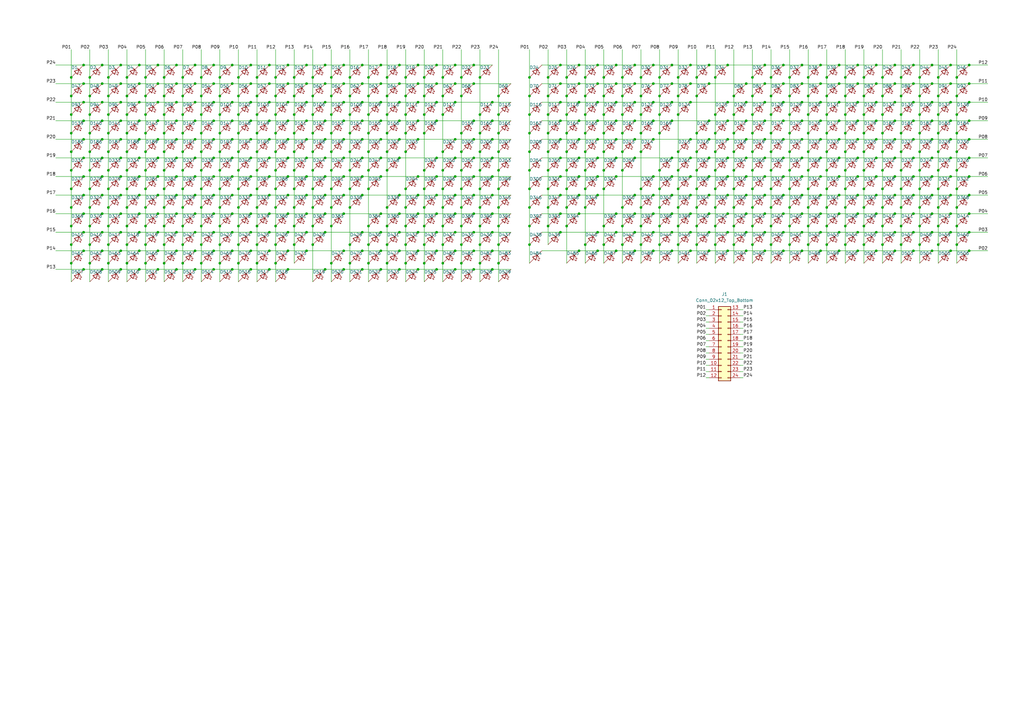
<source format=kicad_sch>
(kicad_sch (version 20231120) (generator "eeschema") (generator_version "8.0")
  (paper "A3")
  (junction (at 95.25 34.29))
  (junction (at 166.37 62.23))
  (junction (at 397.51 80.01))
  (junction (at 67.31 85.09))
  (junction (at 74.93 107.95))
  (junction (at 29.21 107.95))
  (junction (at 247.65 77.47))
  (junction (at 29.21 39.37))
  (junction (at 255.27 31.75))
  (junction (at 369.57 85.09))
  (junction (at 29.21 77.47))
  (junction (at 374.65 34.29))
  (junction (at 377.19 85.09))
  (junction (at 361.95 46.99))
  (junction (at 74.93 92.71))
  (junction (at 143.51 39.37))
  (junction (at 80.01 95.25))
  (junction (at 90.17 85.09))
  (junction (at 133.35 26.67))
  (junction (at 267.97 80.01))
  (junction (at 72.39 72.39))
  (junction (at 316.23 62.23))
  (junction (at 339.09 69.85))
  (junction (at 82.55 85.09))
  (junction (at 262.89 100.33))
  (junction (at 267.97 34.29))
  (junction (at 240.03 31.75))
  (junction (at 113.03 39.37))
  (junction (at 367.03 34.29))
  (junction (at 267.97 95.25))
  (junction (at 72.39 41.91))
  (junction (at 374.65 64.77))
  (junction (at 283.21 41.91))
  (junction (at 125.73 95.25))
  (junction (at 44.45 31.75))
  (junction (at 80.01 57.15))
  (junction (at 143.51 31.75))
  (junction (at 240.03 62.23))
  (junction (at 367.03 41.91))
  (junction (at 36.83 69.85))
  (junction (at 156.21 87.63))
  (junction (at 308.61 62.23))
  (junction (at 194.31 87.63))
  (junction (at 95.25 72.39))
  (junction (at 74.93 39.37))
  (junction (at 72.39 49.53))
  (junction (at 328.93 64.77))
  (junction (at 158.75 85.09))
  (junction (at 34.29 64.77))
  (junction (at 44.45 46.99))
  (junction (at 313.69 34.29))
  (junction (at 173.99 69.85))
  (junction (at 196.85 46.99))
  (junction (at 382.27 57.15))
  (junction (at 290.83 102.87))
  (junction (at 49.53 64.77))
  (junction (at 57.15 26.67))
  (junction (at 298.45 49.53))
  (junction (at 346.71 77.47))
  (junction (at 339.09 46.99))
  (junction (at 267.97 57.15))
  (junction (at 158.75 54.61))
  (junction (at 189.23 77.47))
  (junction (at 232.41 85.09))
  (junction (at 283.21 26.67))
  (junction (at 29.21 69.85))
  (junction (at 252.73 49.53))
  (junction (at 128.27 31.75))
  (junction (at 306.07 49.53))
  (junction (at 255.27 39.37))
  (junction (at 321.31 26.67))
  (junction (at 321.31 57.15))
  (junction (at 72.39 87.63))
  (junction (at 41.91 41.91))
  (junction (at 57.15 110.49))
  (junction (at 34.29 57.15))
  (junction (at 308.61 85.09))
  (junction (at 49.53 72.39))
  (junction (at 229.87 41.91))
  (junction (at 140.97 64.77))
  (junction (at 237.49 49.53))
  (junction (at 186.69 34.29))
  (junction (at 331.47 100.33))
  (junction (at 255.27 100.33))
  (junction (at 186.69 80.01))
  (junction (at 270.51 77.47))
  (junction (at 290.83 57.15))
  (junction (at 252.73 34.29))
  (junction (at 36.83 77.47))
  (junction (at 120.65 46.99))
  (junction (at 97.79 46.99))
  (junction (at 49.53 110.49))
  (junction (at 232.41 46.99))
  (junction (at 44.45 85.09))
  (junction (at 316.23 39.37))
  (junction (at 359.41 64.77))
  (junction (at 29.21 85.09))
  (junction (at 118.11 57.15))
  (junction (at 194.31 102.87))
  (junction (at 118.11 80.01))
  (junction (at 217.17 77.47))
  (junction (at 245.11 34.29))
  (junction (at 323.85 62.23))
  (junction (at 110.49 102.87))
  (junction (at 189.23 69.85))
  (junction (at 44.45 92.71))
  (junction (at 82.55 92.71))
  (junction (at 374.65 72.39))
  (junction (at 110.49 64.77))
  (junction (at 240.03 39.37))
  (junction (at 34.29 87.63))
  (junction (at 163.83 87.63))
  (junction (at 59.69 46.99))
  (junction (at 361.95 77.47))
  (junction (at 181.61 85.09))
  (junction (at 382.27 34.29))
  (junction (at 323.85 46.99))
  (junction (at 173.99 92.71))
  (junction (at 158.75 107.95))
  (junction (at 331.47 92.71))
  (junction (at 267.97 102.87))
  (junction (at 181.61 77.47))
  (junction (at 105.41 77.47))
  (junction (at 384.81 77.47))
  (junction (at 128.27 85.09))
  (junction (at 374.65 26.67))
  (junction (at 336.55 95.25))
  (junction (at 140.97 110.49))
  (junction (at 118.11 26.67))
  (junction (at 351.79 64.77))
  (junction (at 118.11 95.25))
  (junction (at 181.61 39.37))
  (junction (at 285.75 39.37))
  (junction (at 237.49 41.91))
  (junction (at 87.63 34.29))
  (junction (at 59.69 69.85))
  (junction (at 194.31 26.67))
  (junction (at 148.59 57.15))
  (junction (at 95.25 95.25))
  (junction (at 135.89 107.95))
  (junction (at 90.17 54.61))
  (junction (at 298.45 80.01))
  (junction (at 133.35 57.15))
  (junction (at 72.39 34.29))
  (junction (at 148.59 95.25))
  (junction (at 80.01 72.39))
  (junction (at 135.89 31.75))
  (junction (at 105.41 92.71))
  (junction (at 163.83 102.87))
  (junction (at 290.83 87.63))
  (junction (at 171.45 87.63))
  (junction (at 346.71 69.85))
  (junction (at 74.93 46.99))
  (junction (at 397.51 26.67))
  (junction (at 275.59 41.91))
  (junction (at 392.43 54.61))
  (junction (at 397.51 64.77))
  (junction (at 247.65 46.99))
  (junction (at 189.23 92.71))
  (junction (at 171.45 110.49))
  (junction (at 194.31 49.53))
  (junction (at 354.33 92.71))
  (junction (at 189.23 39.37))
  (junction (at 260.35 57.15))
  (junction (at 262.89 92.71))
  (junction (at 232.41 62.23))
  (junction (at 290.83 34.29))
  (junction (at 125.73 80.01))
  (junction (at 270.51 85.09))
  (junction (at 163.83 49.53))
  (junction (at 377.19 77.47))
  (junction (at 389.89 87.63))
  (junction (at 224.79 46.99))
  (junction (at 125.73 64.77))
  (junction (at 283.21 102.87))
  (junction (at 217.17 54.61))
  (junction (at 41.91 110.49))
  (junction (at 323.85 85.09))
  (junction (at 359.41 49.53))
  (junction (at 351.79 95.25))
  (junction (at 67.31 54.61))
  (junction (at 359.41 26.67))
  (junction (at 57.15 49.53))
  (junction (at 300.99 100.33))
  (junction (at 321.31 34.29))
  (junction (at 201.93 41.91))
  (junction (at 275.59 34.29))
  (junction (at 237.49 102.87))
  (junction (at 87.63 26.67))
  (junction (at 323.85 39.37))
  (junction (at 328.93 80.01))
  (junction (at 166.37 100.33))
  (junction (at 36.83 46.99))
  (junction (at 285.75 69.85))
  (junction (at 367.03 87.63))
  (junction (at 313.69 87.63))
  (junction (at 313.69 95.25))
  (junction (at 135.89 46.99))
  (junction (at 90.17 46.99))
  (junction (at 34.29 49.53))
  (junction (at 255.27 85.09))
  (junction (at 196.85 100.33))
  (junction (at 113.03 100.33))
  (junction (at 270.51 54.61))
  (junction (at 44.45 100.33))
  (junction (at 173.99 100.33))
  (junction (at 82.55 46.99))
  (junction (at 245.11 57.15))
  (junction (at 120.65 39.37))
  (junction (at 240.03 85.09))
  (junction (at 397.51 72.39))
  (junction (at 351.79 34.29))
  (junction (at 283.21 72.39))
  (junction (at 72.39 110.49))
  (junction (at 293.37 54.61))
  (junction (at 82.55 69.85))
  (junction (at 359.41 57.15))
  (junction (at 143.51 46.99))
  (junction (at 232.41 69.85))
  (junction (at 67.31 100.33))
  (junction (at 369.57 46.99))
  (junction (at 285.75 62.23))
  (junction (at 359.41 72.39))
  (junction (at 158.75 69.85))
  (junction (at 321.31 102.87))
  (junction (at 118.11 72.39))
  (junction (at 278.13 62.23))
  (junction (at 339.09 54.61))
  (junction (at 67.31 62.23))
  (junction (at 163.83 41.91))
  (junction (at 196.85 69.85))
  (junction (at 328.93 87.63))
  (junction (at 201.93 72.39))
  (junction (at 361.95 85.09))
  (junction (at 260.35 80.01))
  (junction (at 29.21 54.61))
  (junction (at 382.27 41.91))
  (junction (at 166.37 77.47))
  (junction (at 163.83 95.25))
  (junction (at 392.43 100.33))
  (junction (at 82.55 31.75))
  (junction (at 344.17 49.53))
  (junction (at 67.31 77.47))
  (junction (at 120.65 77.47))
  (junction (at 321.31 95.25))
  (junction (at 41.91 95.25))
  (junction (at 346.71 46.99))
  (junction (at 189.23 62.23))
  (junction (at 166.37 39.37))
  (junction (at 186.69 87.63))
  (junction (at 384.81 100.33))
  (junction (at 351.79 26.67))
  (junction (at 336.55 102.87))
  (junction (at 110.49 72.39))
  (junction (at 194.31 57.15))
  (junction (at 328.93 49.53))
  (junction (at 204.47 77.47))
  (junction (at 300.99 39.37))
  (junction (at 397.51 34.29))
  (junction (at 308.61 39.37))
  (junction (at 44.45 54.61))
  (junction (at 328.93 26.67))
  (junction (at 293.37 69.85))
  (junction (at 255.27 62.23))
  (junction (at 74.93 54.61))
  (junction (at 128.27 100.33))
  (junction (at 392.43 46.99))
  (junction (at 389.89 95.25))
  (junction (at 57.15 57.15))
  (junction (at 173.99 39.37))
  (junction (at 392.43 31.75))
  (junction (at 361.95 39.37))
  (junction (at 72.39 64.77))
  (junction (at 125.73 41.91))
  (junction (at 74.93 100.33))
  (junction (at 67.31 31.75))
  (junction (at 204.47 100.33))
  (junction (at 377.19 100.33))
  (junction (at 290.83 80.01))
  (junction (at 367.03 80.01))
  (junction (at 52.07 92.71))
  (junction (at 237.49 72.39))
  (junction (at 113.03 77.47))
  (junction (at 80.01 80.01))
  (junction (at 196.85 62.23))
  (junction (at 179.07 49.53))
  (junction (at 34.29 80.01))
  (junction (at 267.97 41.91))
  (junction (at 377.19 92.71))
  (junction (at 245.11 49.53))
  (junction (at 143.51 100.33))
  (junction (at 179.07 110.49))
  (junction (at 369.57 100.33))
  (junction (at 339.09 92.71))
  (junction (at 354.33 85.09))
  (junction (at 217.17 85.09))
  (junction (at 171.45 49.53))
  (junction (at 87.63 110.49))
  (junction (at 306.07 72.39))
  (junction (at 290.83 49.53))
  (junction (at 194.31 95.25))
  (junction (at 72.39 102.87))
  (junction (at 128.27 77.47))
  (junction (at 120.65 31.75))
  (junction (at 359.41 41.91))
  (junction (at 240.03 77.47))
  (junction (at 41.91 26.67))
  (junction (at 224.79 39.37))
  (junction (at 95.25 26.67))
  (junction (at 148.59 41.91))
  (junction (at 163.83 110.49))
  (junction (at 29.21 31.75))
  (junction (at 262.89 39.37))
  (junction (at 135.89 92.71))
  (junction (at 201.93 80.01))
  (junction (at 247.65 100.33))
  (junction (at 36.83 31.75))
  (junction (at 346.71 31.75))
  (junction (at 80.01 102.87))
  (junction (at 328.93 41.91))
  (junction (at 102.87 64.77))
  (junction (at 156.21 110.49))
  (junction (at 336.55 87.63))
  (junction (at 382.27 95.25))
  (junction (at 36.83 100.33))
  (junction (at 64.77 41.91))
  (junction (at 140.97 41.91))
  (junction (at 102.87 57.15))
  (junction (at 151.13 46.99))
  (junction (at 384.81 39.37))
  (junction (at 34.29 41.91))
  (junction (at 275.59 64.77))
  (junction (at 194.31 110.49))
  (junction (at 186.69 95.25))
  (junction (at 95.25 41.91))
  (junction (at 67.31 107.95))
  (junction (at 151.13 54.61))
  (junction (at 196.85 54.61))
  (junction (at 110.49 34.29))
  (junction (at 156.21 34.29))
  (junction (at 133.35 49.53))
  (junction (at 113.03 85.09))
  (junction (at 171.45 26.67))
  (junction (at 186.69 64.77))
  (junction (at 67.31 46.99))
  (junction (at 34.29 110.49))
  (junction (at 74.93 31.75))
  (junction (at 181.61 92.71))
  (junction (at 156.21 57.15))
  (junction (at 95.25 64.77))
  (junction (at 344.17 72.39))
  (junction (at 260.35 34.29))
  (junction (at 97.79 54.61))
  (junction (at 34.29 95.25))
  (junction (at 336.55 34.29))
  (junction (at 339.09 39.37))
  (junction (at 151.13 62.23))
  (junction (at 275.59 49.53))
  (junction (at 179.07 95.25))
  (junction (at 173.99 107.95))
  (junction (at 143.51 107.95))
  (junction (at 308.61 77.47))
  (junction (at 267.97 87.63))
  (junction (at 285.75 54.61))
  (junction (at 278.13 39.37))
  (junction (at 102.87 80.01))
  (junction (at 97.79 39.37))
  (junction (at 171.45 80.01))
  (junction (at 267.97 72.39))
  (junction (at 64.77 110.49))
  (junction (at 346.71 39.37))
  (junction (at 270.51 100.33))
  (junction (at 57.15 102.87))
  (junction (at 95.25 110.49))
  (junction (at 194.31 80.01))
  (junction (at 217.17 100.33))
  (junction (at 384.81 46.99))
  (junction (at 275.59 95.25))
  (junction (at 328.93 102.87))
  (junction (at 306.07 57.15))
  (junction (at 41.91 49.53))
  (junction (at 374.65 102.87))
  (junction (at 97.79 31.75))
  (junction (at 87.63 80.01))
  (junction (at 44.45 62.23))
  (junction (at 97.79 69.85))
  (junction (at 293.37 31.75))
  (junction (at 87.63 102.87))
  (junction (at 382.27 102.87))
  (junction (at 59.69 54.61))
  (junction (at 72.39 95.25))
  (junction (at 359.41 102.87))
  (junction (at 143.51 62.23))
  (junction (at 204.47 107.95))
  (junction (at 306.07 102.87))
  (junction (at 285.75 31.75))
  (junction (at 128.27 39.37))
  (junction (at 44.45 107.95))
  (junction (at 229.87 64.77))
  (junction (at 298.45 95.25))
  (junction (at 95.25 102.87))
  (junction (at 298.45 102.87))
  (junction (at 321.31 64.77))
  (junction (at 179.07 64.77))
  (junction (at 133.35 87.63))
  (junction (at 392.43 85.09))
  (junction (at 196.85 77.47))
  (junction (at 133.35 110.49))
  (junction (at 87.63 95.25))
  (junction (at 105.41 54.61))
  (junction (at 163.83 64.77))
  (junction (at 369.57 77.47))
  (junction (at 270.51 92.71))
  (junction (at 59.69 62.23))
  (junction (at 351.79 80.01))
  (junction (at 72.39 80.01))
  (junction (at 321.31 87.63))
  (junction (at 321.31 80.01))
  (junction (at 389.89 80.01))
  (junction (at 224.79 54.61))
  (junction (at 105.41 62.23))
  (junction (at 204.47 85.09))
  (junction (at 389.89 72.39))
  (junction (at 163.83 34.29))
  (junction (at 237.49 34.29))
  (junction (at 321.31 49.53))
  (junction (at 290.83 95.25))
  (junction (at 237.49 26.67))
  (junction (at 148.59 72.39))
  (junction (at 80.01 87.63))
  (junction (at 204.47 46.99))
  (junction (at 270.51 31.75))
  (junction (at 389.89 26.67))
  (junction (at 140.97 49.53))
  (junction (at 313.69 102.87))
  (junction (at 300.99 77.47))
  (junction (at 252.73 95.25))
  (junction (at 204.47 39.37))
  (junction (at 186.69 57.15))
  (junction (at 313.69 80.01))
  (junction (at 331.47 85.09))
  (junction (at 367.03 102.87))
  (junction (at 245.11 80.01))
  (junction (at 361.95 62.23))
  (junction (at 113.03 92.71))
  (junction (at 255.27 69.85))
  (junction (at 270.51 39.37))
  (junction (at 224.79 31.75))
  (junction (at 72.39 26.67))
  (junction (at 64.77 102.87))
  (junction (at 336.55 64.77))
  (junction (at 64.77 72.39))
  (junction (at 316.23 31.75))
  (junction (at 179.07 102.87))
  (junction (at 179.07 41.91))
  (junction (at 217.17 62.23))
  (junction (at 95.25 57.15))
  (junction (at 255.27 92.71))
  (junction (at 328.93 34.29))
  (junction (at 351.79 87.63))
  (junction (at 163.83 26.67))
  (junction (at 389.89 49.53))
  (junction (at 64.77 64.77))
  (junction (at 90.17 77.47))
  (junction (at 95.25 87.63))
  (junction (at 298.45 87.63))
  (junction (at 118.11 110.49))
  (junction (at 316.23 54.61))
  (junction (at 283.21 80.01))
  (junction (at 110.49 110.49))
  (junction (at 290.83 64.77))
  (junction (at 171.45 57.15))
  (junction (at 278.13 100.33))
  (junction (at 369.57 54.61))
  (junction (at 336.55 26.67))
  (junction (at 217.17 46.99))
  (junction (at 105.41 69.85))
  (junction (at 125.73 49.53))
  (junction (at 369.57 62.23))
  (junction (at 384.81 31.75))
  (junction (at 118.11 49.53))
  (junction (at 87.63 41.91))
  (junction (at 201.93 87.63))
  (junction (at 298.45 26.67))
  (junction (at 331.47 31.75))
  (junction (at 262.89 46.99))
  (junction (at 237.49 87.63))
  (junction (at 36.83 39.37))
  (junction (at 283.21 95.25))
  (junction (at 52.07 31.75))
  (junction (at 316.23 100.33))
  (junction (at 67.31 92.71))
  (junction (at 156.21 64.77))
  (junction (at 57.15 95.25))
  (junction (at 382.27 87.63))
  (junction (at 105.41 107.95))
  (junction (at 196.85 107.95))
  (junction (at 204.47 54.61))
  (junction (at 59.69 31.75))
  (junction (at 224.79 62.23))
  (junction (at 346.71 54.61))
  (junction (at 229.87 87.63))
  (junction (at 298.45 41.91))
  (junction (at 186.69 110.49))
  (junction (at 140.97 57.15))
  (junction (at 384.81 54.61))
  (junction (at 245.11 26.67))
  (junction (at 369.57 69.85))
  (junction (at 97.79 85.09))
  (junction (at 354.33 54.61))
  (junction (at 181.61 46.99))
  (junction (at 74.93 62.23))
  (junction (at 377.19 39.37))
  (junction (at 278.13 46.99))
  (junction (at 336.55 41.91))
  (junction (at 217.17 92.71))
  (junction (at 374.65 49.53))
  (junction (at 245.11 102.87))
  (junction (at 95.25 49.53))
  (junction (at 34.29 102.87))
  (junction (at 118.11 102.87))
  (junction (at 118.11 34.29))
  (junction (at 306.07 95.25))
  (junction (at 29.21 100.33))
  (junction (at 64.77 95.25))
  (junction (at 260.35 26.67))
  (junction (at 49.53 34.29))
  (junction (at 354.33 31.75))
  (junction (at 298.45 64.77))
  (junction (at 120.65 54.61))
  (junction (at 346.71 62.23))
  (junction (at 148.59 34.29))
  (junction (at 323.85 77.47))
  (junction (at 52.07 54.61))
  (junction (at 110.49 95.25))
  (junction (at 339.09 85.09))
  (junction (at 306.07 41.91))
  (junction (at 64.77 57.15))
  (junction (at 374.65 41.91))
  (junction (at 57.15 41.91))
  (junction (at 189.23 107.95))
  (junction (at 90.17 69.85))
  (junction (at 389.89 41.91))
  (junction (at 57.15 64.77))
  (junction (at 293.37 62.23))
  (junction (at 306.07 80.01))
  (junction (at 229.87 26.67))
  (junction (at 87.63 64.77))
  (junction (at 397.51 102.87))
  (junction (at 344.17 102.87))
  (junction (at 217.17 69.85))
  (junction (at 361.95 92.71))
  (junction (at 328.93 95.25))
  (junction (at 135.89 54.61))
  (junction (at 166.37 107.95))
  (junction (at 361.95 31.75))
  (junction (at 173.99 85.09))
  (junction (at 181.61 31.75))
  (junction (at 245.11 64.77))
  (junction (at 110.49 57.15))
  (junction (at 74.93 77.47))
  (junction (at 113.03 62.23))
  (junction (at 166.37 54.61))
  (junction (at 36.83 62.23))
  (junction (at 87.63 72.39))
  (junction (at 173.99 77.47))
  (junction (at 331.47 77.47))
  (junction (at 110.49 26.67))
  (junction (at 166.37 92.71))
  (junction (at 346.71 85.09))
  (junction (at 308.61 100.33))
  (junction (at 392.43 69.85))
  (junction (at 336.55 57.15))
  (junction (at 367.03 57.15))
  (junction (at 102.87 87.63))
  (junction (at 158.75 31.75))
  (junction (at 113.03 107.95))
  (junction (at 128.27 92.71))
  (junction (at 140.97 26.67))
  (junction (at 151.13 107.95))
  (junction (at 196.85 31.75))
  (junction (at 64.77 87.63))
  (junction (at 374.65 87.63))
  (junction (at 283.21 87.63))
  (junction (at 339.09 62.23))
  (junction (at 133.35 80.01))
  (junction (at 224.79 69.85))
  (junction (at 105.41 85.09))
  (junction (at 67.31 69.85))
  (junction (at 313.69 26.67))
  (junction (at 171.45 95.25))
  (junction (at 252.73 102.87))
  (junction (at 232.41 92.71))
  (junction (at 29.21 62.23))
  (junction (at 90.17 107.95))
  (junction (at 64.77 34.29))
  (junction (at 125.73 87.63))
  (junction (at 166.37 31.75))
  (junction (at 110.49 80.01))
  (junction (at 344.17 64.77))
  (junction (at 148.59 110.49))
  (junction (at 189.23 85.09))
  (junction (at 344.17 87.63))
  (junction (at 229.87 57.15))
  (junction (at 181.61 69.85))
  (junction (at 369.57 92.71))
  (junction (at 44.45 77.47))
  (junction (at 252.73 87.63))
  (junction (at 382.27 49.53))
  (junction (at 283.21 34.29))
  (junction (at 49.53 95.25))
  (junction (at 181.61 62.23))
  (junction (at 133.35 95.25))
  (junction (at 270.51 46.99))
  (junction (at 59.69 85.09))
  (junction (at 80.01 49.53))
  (junction (at 336.55 80.01))
  (junction (at 57.15 80.01))
  (junction (at 331.47 54.61))
  (junction (at 275.59 26.67))
  (junction (at 306.07 87.63))
  (junction (at 354.33 100.33))
  (junction (at 113.03 69.85))
  (junction (at 331.47 69.85))
  (junction (at 359.41 87.63))
  (junction (at 194.31 72.39))
  (junction (at 252.73 26.67))
  (junction (at 229.87 95.25))
  (junction (at 80.01 41.91))
  (junction (at 354.33 46.99))
  (junction (at 367.03 64.77))
  (junction (at 179.07 34.29))
  (junction (at 110.49 41.91))
  (junction (at 179.07 72.39))
  (junction (at 323.85 31.75))
  (junction (at 224.79 92.71))
  (junction (at 97.79 107.95))
  (junction (at 240.03 46.99))
  (junction (at 300.99 46.99))
  (junction (at 359.41 34.29))
  (junction (at 275.59 102.87))
  (junction (at 344.17 95.25))
  (junction (at 120.65 100.33))
  (junction (at 34.29 34.29))
  (junction (at 260.35 102.87))
  (junction (at 133.35 41.91))
  (junction (at 252.73 41.91))
  (junction (at 135.89 39.37))
  (junction (at 306.07 34.29))
  (junction (at 41.91 72.39))
  (junction (at 143.51 77.47))
  (junction (at 171.45 34.29))
  (junction (at 36.83 54.61))
  (junction (at 49.53 80.01))
  (junction (at 260.35 87.63))
  (junction (at 323.85 100.33))
  (junction (at 49.53 57.15))
  (junction (at 232.41 39.37))
  (junction (at 328.93 72.39))
  (junction (at 113.03 46.99))
  (junction (at 189.23 100.33))
  (junction (at 361.95 69.85))
  (junction (at 229.87 80.01))
  (junction (at 293.37 77.47))
  (junction (at 87.63 87.63))
  (junction (at 135.89 85.09))
  (junction (at 323.85 54.61))
  (junction (at 367.03 95.25))
  (junction (at 29.21 46.99))
  (junction (at 82.55 54.61))
  (junction (at 344.17 26.67))
  (junction (at 163.83 80.01))
  (junction (at 217.17 31.75))
  (junction (at 74.93 69.85))
  (junction (at 173.99 46.99))
  (junction (at 392.43 77.47))
  (junction (at 105.41 46.99))
  (junction (at 171.45 102.87))
  (junction (at 143.51 85.09))
  (junction (at 41.91 80.01))
  (junction (at 229.87 49.53))
  (junction (at 49.53 87.63))
  (junction (at 316.23 77.47))
  (junction (at 80.01 110.49))
  (junction (at 49.53 102.87))
  (junction (at 52.07 107.95))
  (junction (at 247.65 62.23))
  (junction (at 87.63 57.15))
  (junction (at 344.17 34.29))
  (junction (at 166.37 85.09))
  (junction (at 339.09 31.75))
  (junction (at 143.51 69.85))
  (junction (at 80.01 64.77))
  (junction (at 245.11 72.39))
  (junction (at 308.61 31.75))
  (junction (at 382.27 80.01))
  (junction (at 328.93 57.15))
  (junction (at 278.13 85.09))
  (junction (at 252.73 57.15))
  (junction (at 189.23 54.61))
  (junction (at 367.03 72.39))
  (junction (at 125.73 102.87))
  (junction (at 90.17 92.71))
  (junction (at 186.69 102.87))
  (junction (at 110.49 87.63))
  (junction (at 316.23 85.09))
  (junction (at 293.37 85.09))
  (junction (at 67.31 39.37))
  (junction (at 57.15 72.39))
  (junction (at 166.37 46.99))
  (junction (at 179.07 80.01))
  (junction (at 240.03 54.61))
  (junction (at 148.59 80.01))
  (junction (at 34.29 72.39))
  (junction (at 140.97 34.29))
  (junction (at 293.37 100.33))
  (junction (at 59.69 100.33))
  (junction (at 186.69 26.67))
  (junction (at 260.35 64.77))
  (junction (at 240.03 69.85))
  (junction (at 201.93 64.77))
  (junction (at 300.99 62.23))
  (junction (at 49.53 26.67))
  (junction (at 148.59 49.53))
  (junction (at 29.21 92.71))
  (junction (at 102.87 110.49))
  (junction (at 313.69 57.15))
  (junction (at 97.79 92.71))
  (junction (at 36.83 107.95))
  (junction (at 181.61 100.33))
  (junction (at 151.13 92.71))
  (junction (at 156.21 26.67))
  (junction (at 382.27 72.39))
  (junction (at 313.69 41.91))
  (junction (at 374.65 95.25))
  (junction (at 377.19 31.75))
  (junction (at 125.73 26.67))
  (junction (at 59.69 77.47))
  (junction (at 113.03 54.61))
  (junction (at 194.31 64.77))
  (junction (at 275.59 80.01))
  (junction (at 308.61 92.71))
  (junction (at 285.75 100.33))
  (junction (at 354.33 69.85))
  (junction (at 260.35 95.25))
  (junction (at 201.93 95.25))
  (junction (at 52.07 62.23))
  (junction (at 229.87 72.39))
  (junction (at 196.85 92.71))
  (junction (at 118.11 87.63))
  (junction (at 229.87 34.29))
  (junction (at 201.93 110.49))
  (junction (at 344.17 80.01))
  (junction (at 316.23 92.71))
  (junction (at 283.21 57.15))
  (junction (at 113.03 31.75))
  (junction (at 224.79 77.47))
  (junction (at 270.51 69.85))
  (junction (at 156.21 95.25))
  (junction (at 354.33 62.23))
  (junction (at 255.27 46.99))
  (junction (at 102.87 34.29))
  (junction (at 128.27 46.99))
  (junction (at 392.43 92.71))
  (junction (at 49.53 49.53))
  (junction (at 52.07 39.37))
  (junction (at 377.19 46.99))
  (junction (at 102.87 26.67))
  (junction (at 359.41 80.01))
  (junction (at 298.45 72.39))
  (junction (at 201.93 49.53))
  (junction (at 120.65 69.85))
  (junction (at 82.55 39.37))
  (junction (at 367.03 26.67))
  (junction (at 49.53 41.91))
  (junction (at 148.59 64.77))
  (junction (at 377.19 54.61))
  (junction (at 397.51 95.25))
  (junction (at 275.59 72.39))
  (junction (at 278.13 77.47))
  (junction (at 171.45 72.39))
  (junction (at 247.65 39.37))
  (junction (at 361.95 100.33))
  (junction (at 247.65 69.85))
  (junction (at 120.65 62.23))
  (junction (at 148.59 26.67))
  (junction (at 171.45 41.91))
  (junction (at 41.91 102.87))
  (junction (at 359.41 95.25))
  (junction (at 158.75 62.23))
  (junction (at 151.13 100.33))
  (junction (at 232.41 54.61))
  (junction (at 102.87 49.53))
  (junction (at 245.11 41.91))
  (junction (at 52.07 77.47))
  (junction (at 41.91 64.77))
  (junction (at 186.69 72.39))
  (junction (at 255.27 54.61))
  (junction (at 308.61 54.61))
  (junction (at 133.35 64.77))
  (junction (at 384.81 92.71))
  (junction (at 351.79 72.39))
  (junction (at 64.77 49.53))
  (junction (at 361.95 54.61))
  (junction (at 232.41 77.47))
  (junction (at 339.09 77.47))
  (junction (at 346.71 100.33))
  (junction (at 82.55 62.23))
  (junction (at 97.79 77.47))
  (junction (at 110.49 49.53))
  (junction (at 306.07 64.77))
  (junction (at 285.75 92.71))
  (junction (at 367.03 49.53))
  (junction (at 224.79 85.09))
  (junction (at 181.61 107.95))
  (junction (at 158.75 46.99))
  (junction (at 52.07 85.09))
  (junction (at 102.87 72.39))
  (junction (at 57.15 34.29))
  (junction (at 135.89 77.47))
  (junction (at 252.73 72.39))
  (junction (at 102.87 102.87))
  (junction (at 313.69 64.77))
  (junction (at 354.33 77.47))
  (junction (at 351.79 102.87))
  (junction (at 156.21 49.53))
  (junction (at 308.61 46.99))
  (junction (at 397.51 41.91))
  (junction (at 397.51 49.53))
  (junction (at 201.93 102.87))
  (junction (at 351.79 49.53))
  (junction (at 64.77 80.01))
  (junction (at 158.75 39.37))
  (junction (at 275.59 87.63))
  (junction (at 260.35 49.53))
  (junction (at 173.99 31.75))
  (junction (at 163.83 57.15))
  (junction (at 252.73 64.77))
  (junction (at 140.97 80.01))
  (junction (at 186.69 41.91))
  (junction (at 52.07 100.33))
  (junction (at 237.49 80.01))
  (junction (at 384.81 62.23))
  (junction (at 260.35 41.91))
  (junction (at 90.17 62.23))
  (junction (at 156.21 102.87))
  (junction (at 300.99 92.71))
  (junction (at 97.79 100.33))
  (junction (at 262.89 77.47))
  (junction (at 118.11 41.91))
  (junction (at 179.07 26.67))
  (junction (at 118.11 64.77))
  (junction (at 82.55 107.95))
  (junction (at 316.23 69.85))
  (junction (at 374.65 80.01))
  (junction (at 80.01 34.29))
  (junction (at 278.13 69.85))
  (junction (at 158.75 92.71))
  (junction (at 247.65 92.71))
  (junction (at 247.65 31.75))
  (junction (at 90.17 31.75))
  (junction (at 82.55 77.47))
  (junction (at 389.89 64.77))
  (junction (at 293.37 46.99))
  (junction (at 247.65 54.61))
  (junction (at 377.19 62.23))
  (junction (at 59.69 39.37))
  (junction (at 321.31 41.91))
  (junction (at 344.17 57.15))
  (junction (at 278.13 31.75))
  (junction (at 133.35 72.39))
  (junction (at 57.15 87.63))
  (junction (at 125.73 34.29))
  (junction (at 173.99 54.61))
  (junction (at 351.79 57.15))
  (junction (at 52.07 46.99))
  (junction (at 344.17 41.91))
  (junction (at 262.89 62.23))
  (junction (at 336.55 72.39))
  (junction (at 135.89 62.23))
  (junction (at 369.57 31.75))
  (junction (at 80.01 26.67))
  (junction (at 336.55 49.53))
  (junction (at 156.21 41.91))
  (junction (at 41.91 34.29))
  (junction (at 354.33 39.37))
  (junction (at 382.27 64.77))
  (junction (at 90.17 100.33))
  (junction (at 397.51 57.15))
  (junction (at 44.45 39.37))
  (junction (at 125.73 72.39))
  (junction (at 278.13 92.71))
  (junction (at 321.31 72.39))
  (junction (at 389.89 57.15))
  (junction (at 120.65 92.71))
  (junction (at 377.19 69.85))
  (junction (at 151.13 39.37))
  (junction (at 158.75 100.33))
  (junction (at 262.89 54.61))
  (junction (at 298.45 57.15))
  (junction (at 179.07 87.63))
  (junction (at 262.89 85.09))
  (junction (at 102.87 95.25))
  (junction (at 120.65 85.09))
  (junction (at 82.55 100.33))
  (junction (at 143.51 54.61))
  (junction (at 36.83 85.09))
  (junction (at 290.83 26.67))
  (junction (at 300.99 85.09))
  (junction (at 72.39 57.15))
  (junction (at 97.79 62.23))
  (junction (at 133.35 34.29))
  (junction (at 389.89 34.29))
  (junction (at 283.21 64.77))
  (junction (at 262.89 31.75))
  (junction (at 237.49 64.77))
  (junction (at 105.41 100.33))
  (junction (at 156.21 72.39))
  (junction (at 59.69 107.95))
  (junction (at 44.45 69.85))
  (junction (at 90.17 39.37))
  (junction (at 285.75 85.09))
  (junction (at 267.97 26.67))
  (junction (at 290.83 72.39))
  (junction (at 313.69 72.39))
  (junction (at 34.29 26.67))
  (junction (at 382.27 26.67))
  (junction (at 95.25 80.01))
  (junction (at 339.09 100.33))
  (junction (at 41.91 87.63))
  (junction (at 392.43 62.23))
  (junction (at 140.97 102.87))
  (junction (at 189.23 31.75))
  (junction (at 201.93 57.15))
  (junction (at 125.73 57.15))
  (junction (at 331.47 62.23))
  (junction (at 323.85 92.71))
  (junction (at 59.69 92.71))
  (junction (at 267.97 49.53))
  (junction (at 128.27 62.23))
  (junction (at 285.75 77.47))
  (junction (at 151.13 31.75))
  (junction (at 128.27 54.61))
  (junction (at 313.69 49.53))
  (junction (at 204.47 62.23))
  (junction (at 316.23 46.99))
  (junction (at 374.65 57.15))
  (junction (at 148.59 102.87))
  (junction (at 389.89 102.87))
  (junction (at 140.97 87.63))
  (junction (at 102.87 41.91))
  (junction (at 140.97 72.39))
  (junction (at 128.27 69.85))
  (junction (at 308.61 69.85))
  (junction (at 369.57 39.37))
  (junction (at 232.41 31.75))
  (junction (at 204.47 92.71))
  (junction (at 300.99 69.85))
  (junction (at 105.41 31.75))
  (junction (at 151.13 77.47))
  (junction (at 36.83 92.71))
  (junction (at 204.47 69.85))
  (junction (at 151.13 69.85))
  (junction (at 331.47 46.99))
  (junction (at 135.89 69.85))
  (junction (at 346.71 92.71))
  (junction (at 384.81 69.85))
  (junction (at 245.11 95.25))
  (junction (at 217.17 39.37))
  (junction (at 74.93 85.09))
  (junction (at 196.85 85.09))
  (junction (at 52.07 69.85))
  (junction (at 194.31 34.29))
  (junction (at 240.03 100.33))
  (junction (at 87.63 49.53))
  (junction (at 300.99 54.61))
  (junction (at 384.81 85.09))
  (junction (at 237.49 57.15))
  (junction (at 293.37 92.71))
  (junction (at 323.85 69.85))
  (junction (at 331.47 39.37))
  (junction (at 105.41 39.37))
  (junction (at 392.43 39.37))
  (junction (at 64.77 26.67))
  (junction (at 41.91 57.15))
  (junction (at 397.51 87.63))
  (junction (at 351.79 41.91))
  (wire (pts (xy 140.97 102.87) (xy 148.59 102.87)))
  (wire (pts (xy 260.35 49.53) (xy 252.73 49.53)))
  (wire (pts (xy 36.83 31.75) (xy 36.83 39.37)))
  (wire (pts (xy 298.45 102.87) (xy 290.83 102.87)))
  (wire (pts (xy 133.35 26.67) (xy 140.97 26.67)))
  (wire (pts (xy 57.15 41.91) (xy 64.77 41.91)))
  (wire (pts (xy 22.86 95.25) (xy 34.29 95.25)))
  (wire (pts (xy 57.15 72.39) (xy 64.77 72.39)))
  (wire (pts (xy 194.31 87.63) (xy 201.93 87.63)))
  (wire (pts (xy 49.53 41.91) (xy 57.15 41.91)))
  (wire (pts (xy 278.13 46.99) (xy 278.13 62.23)))
  (wire (pts (xy 229.87 95.25) (xy 222.25 95.25)))
  (wire (pts (xy 118.11 72.39) (xy 125.73 72.39)))
  (wire (pts (xy 321.31 95.25) (xy 313.69 95.25)))
  (wire (pts (xy 255.27 100.33) (xy 255.27 107.95)))
  (wire (pts (xy 397.51 41.91) (xy 389.89 41.91)))
  (wire (pts (xy 229.87 41.91) (xy 222.25 41.91)))
  (wire (pts (xy 397.51 57.15) (xy 389.89 57.15)))
  (wire (pts (xy 313.69 95.25) (xy 306.07 95.25)))
  (wire (pts (xy 90.17 77.47) (xy 90.17 85.09)))
  (wire (pts (xy 29.21 20.32) (xy 29.21 31.75)))
  (wire (pts (xy 289.56 139.7) (xy 290.83 139.7)))
  (wire (pts (xy 323.85 92.71) (xy 323.85 100.33)))
  (wire (pts (xy 87.63 95.25) (xy 95.25 95.25)))
  (wire (pts (xy 283.21 41.91) (xy 275.59 41.91)))
  (wire (pts (xy 351.79 41.91) (xy 344.17 41.91)))
  (wire (pts (xy 148.59 110.49) (xy 156.21 110.49)))
  (wire (pts (xy 313.69 26.67) (xy 321.31 26.67)))
  (wire (pts (xy 382.27 26.67) (xy 374.65 26.67)))
  (wire (pts (xy 397.51 80.01) (xy 389.89 80.01)))
  (wire (pts (xy 289.56 142.24) (xy 290.83 142.24)))
  (wire (pts (xy 44.45 85.09) (xy 44.45 92.71)))
  (wire (pts (xy 171.45 72.39) (xy 179.07 72.39)))
  (wire (pts (xy 339.09 85.09) (xy 339.09 92.71)))
  (wire (pts (xy 57.15 80.01) (xy 64.77 80.01)))
  (wire (pts (xy 252.73 57.15) (xy 245.11 57.15)))
  (wire (pts (xy 97.79 69.85) (xy 97.79 77.47)))
  (wire (pts (xy 262.89 39.37) (xy 262.89 46.99)))
  (wire (pts (xy 204.47 54.61) (xy 204.47 62.23)))
  (wire (pts (xy 52.07 77.47) (xy 52.07 85.09)))
  (wire (pts (xy 97.79 54.61) (xy 97.79 62.23)))
  (wire (pts (xy 113.03 39.37) (xy 113.03 46.99)))
  (wire (pts (xy 367.03 57.15) (xy 374.65 57.15)))
  (wire (pts (xy 293.37 100.33) (xy 293.37 107.95)))
  (wire (pts (xy 113.03 46.99) (xy 113.03 54.61)))
  (wire (pts (xy 110.49 80.01) (xy 118.11 80.01)))
  (wire (pts (xy 351.79 34.29) (xy 344.17 34.29)))
  (wire (pts (xy 290.83 72.39) (xy 298.45 72.39)))
  (wire (pts (xy 389.89 49.53) (xy 397.51 49.53)))
  (wire (pts (xy 158.75 69.85) (xy 158.75 85.09)))
  (wire (pts (xy 275.59 41.91) (xy 267.97 41.91)))
  (wire (pts (xy 304.8 129.54) (xy 303.53 129.54)))
  (wire (pts (xy 151.13 107.95) (xy 151.13 115.57)))
  (wire (pts (xy 377.19 46.99) (xy 377.19 54.61)))
  (wire (pts (xy 397.51 64.77) (xy 389.89 64.77)))
  (wire (pts (xy 166.37 54.61) (xy 166.37 62.23)))
  (wire (pts (xy 44.45 54.61) (xy 44.45 62.23)))
  (wire (pts (xy 133.35 110.49) (xy 140.97 110.49)))
  (wire (pts (xy 351.79 95.25) (xy 344.17 95.25)))
  (wire (pts (xy 331.47 92.71) (xy 331.47 100.33)))
  (wire (pts (xy 140.97 26.67) (xy 148.59 26.67)))
  (wire (pts (xy 351.79 57.15) (xy 344.17 57.15)))
  (wire (pts (xy 186.69 57.15) (xy 194.31 57.15)))
  (wire (pts (xy 113.03 54.61) (xy 113.03 62.23)))
  (wire (pts (xy 392.43 31.75) (xy 392.43 39.37)))
  (wire (pts (xy 181.61 100.33) (xy 181.61 107.95)))
  (wire (pts (xy 306.07 34.29) (xy 290.83 34.29)))
  (wire (pts (xy 52.07 92.71) (xy 52.07 100.33)))
  (wire (pts (xy 245.11 102.87) (xy 237.49 102.87)))
  (wire (pts (xy 331.47 69.85) (xy 331.47 77.47)))
  (wire (pts (xy 189.23 100.33) (xy 189.23 107.95)))
  (wire (pts (xy 285.75 100.33) (xy 285.75 107.95)))
  (wire (pts (xy 293.37 20.32) (xy 293.37 31.75)))
  (wire (pts (xy 367.03 41.91) (xy 359.41 41.91)))
  (wire (pts (xy 34.29 57.15) (xy 41.91 57.15)))
  (wire (pts (xy 237.49 57.15) (xy 229.87 57.15)))
  (wire (pts (xy 306.07 87.63) (xy 313.69 87.63)))
  (wire (pts (xy 173.99 20.32) (xy 173.99 31.75)))
  (wire (pts (xy 179.07 102.87) (xy 186.69 102.87)))
  (wire (pts (xy 285.75 85.09) (xy 285.75 92.71)))
  (wire (pts (xy 354.33 39.37) (xy 354.33 46.99)))
  (wire (pts (xy 278.13 39.37) (xy 278.13 46.99)))
  (wire (pts (xy 95.25 41.91) (xy 102.87 41.91)))
  (wire (pts (xy 336.55 49.53) (xy 328.93 49.53)))
  (wire (pts (xy 344.17 80.01) (xy 336.55 80.01)))
  (wire (pts (xy 133.35 72.39) (xy 140.97 72.39)))
  (wire (pts (xy 204.47 107.95) (xy 204.47 115.57)))
  (wire (pts (xy 41.91 64.77) (xy 49.53 64.77)))
  (wire (pts (xy 313.69 41.91) (xy 306.07 41.91)))
  (wire (pts (xy 67.31 107.95) (xy 67.31 115.57)))
  (wire (pts (xy 224.79 77.47) (xy 224.79 85.09)))
  (wire (pts (xy 313.69 41.91) (xy 321.31 41.91)))
  (wire (pts (xy 290.83 72.39) (xy 283.21 72.39)))
  (wire (pts (xy 361.95 62.23) (xy 361.95 69.85)))
  (wire (pts (xy 384.81 77.47) (xy 384.81 85.09)))
  (wire (pts (xy 389.89 72.39) (xy 397.51 72.39)))
  (wire (pts (xy 135.89 39.37) (xy 135.89 46.99)))
  (wire (pts (xy 260.35 26.67) (xy 252.73 26.67)))
  (wire (pts (xy 298.45 80.01) (xy 290.83 80.01)))
  (wire (pts (xy 247.65 31.75) (xy 247.65 39.37)))
  (wire (pts (xy 34.29 34.29) (xy 41.91 34.29)))
  (wire (pts (xy 143.51 31.75) (xy 143.51 39.37)))
  (wire (pts (xy 36.83 39.37) (xy 36.83 46.99)))
  (wire (pts (xy 336.55 57.15) (xy 328.93 57.15)))
  (wire (pts (xy 344.17 72.39) (xy 336.55 72.39)))
  (wire (pts (xy 397.51 87.63) (xy 389.89 87.63)))
  (wire (pts (xy 179.07 110.49) (xy 186.69 110.49)))
  (wire (pts (xy 22.86 64.77) (xy 34.29 64.77)))
  (wire (pts (xy 57.15 26.67) (xy 64.77 26.67)))
  (wire (pts (xy 255.27 20.32) (xy 255.27 31.75)))
  (wire (pts (xy 171.45 34.29) (xy 179.07 34.29)))
  (wire (pts (xy 351.79 102.87) (xy 344.17 102.87)))
  (wire (pts (xy 283.21 87.63) (xy 290.83 87.63)))
  (wire (pts (xy 328.93 80.01) (xy 321.31 80.01)))
  (wire (pts (xy 369.57 31.75) (xy 369.57 39.37)))
  (wire (pts (xy 321.31 80.01) (xy 313.69 80.01)))
  (wire (pts (xy 331.47 100.33) (xy 331.47 107.95)))
  (wire (pts (xy 110.49 87.63) (xy 118.11 87.63)))
  (wire (pts (xy 102.87 34.29) (xy 110.49 34.29)))
  (wire (pts (xy 229.87 49.53) (xy 222.25 49.53)))
  (wire (pts (xy 369.57 46.99) (xy 369.57 54.61)))
  (wire (pts (xy 143.51 62.23) (xy 143.51 69.85)))
  (wire (pts (xy 34.29 95.25) (xy 41.91 95.25)))
  (wire (pts (xy 36.83 20.32) (xy 36.83 31.75)))
  (wire (pts (xy 181.61 92.71) (xy 181.61 100.33)))
  (wire (pts (xy 156.21 49.53) (xy 163.83 49.53)))
  (wire (pts (xy 377.19 100.33) (xy 377.19 107.95)))
  (wire (pts (xy 173.99 85.09) (xy 173.99 92.71)))
  (wire (pts (xy 118.11 26.67) (xy 125.73 26.67)))
  (wire (pts (xy 217.17 31.75) (xy 217.17 39.37)))
  (wire (pts (xy 128.27 31.75) (xy 128.27 39.37)))
  (wire (pts (xy 293.37 92.71) (xy 293.37 100.33)))
  (wire (pts (xy 255.27 46.99) (xy 255.27 54.61)))
  (wire (pts (xy 323.85 31.75) (xy 323.85 39.37)))
  (wire (pts (xy 224.79 31.75) (xy 224.79 39.37)))
  (wire (pts (xy 306.07 72.39) (xy 313.69 72.39)))
  (wire (pts (xy 331.47 62.23) (xy 331.47 69.85)))
  (wire (pts (xy 34.29 41.91) (xy 41.91 41.91)))
  (wire (pts (xy 346.71 46.99) (xy 346.71 54.61)))
  (wire (pts (xy 245.11 95.25) (xy 229.87 95.25)))
  (wire (pts (xy 306.07 49.53) (xy 298.45 49.53)))
  (wire (pts (xy 189.23 31.75) (xy 189.23 39.37)))
  (wire (pts (xy 80.01 57.15) (xy 87.63 57.15)))
  (wire (pts (xy 97.79 107.95) (xy 97.79 115.57)))
  (wire (pts (xy 316.23 85.09) (xy 316.23 92.71)))
  (wire (pts (xy 57.15 95.25) (xy 64.77 95.25)))
  (wire (pts (xy 64.77 41.91) (xy 72.39 41.91)))
  (wire (pts (xy 217.17 46.99) (xy 217.17 54.61)))
  (wire (pts (xy 252.73 49.53) (xy 245.11 49.53)))
  (wire (pts (xy 196.85 54.61) (xy 196.85 62.23)))
  (wire (pts (xy 34.29 49.53) (xy 41.91 49.53)))
  (wire (pts (xy 328.93 72.39) (xy 321.31 72.39)))
  (wire (pts (xy 49.53 57.15) (xy 57.15 57.15)))
  (wire (pts (xy 369.57 54.61) (xy 369.57 62.23)))
  (wire (pts (xy 224.79 92.71) (xy 224.79 100.33)))
  (wire (pts (xy 74.93 62.23) (xy 74.93 69.85)))
  (wire (pts (xy 49.53 49.53) (xy 57.15 49.53)))
  (wire (pts (xy 90.17 46.99) (xy 90.17 54.61)))
  (wire (pts (xy 110.49 95.25) (xy 118.11 95.25)))
  (wire (pts (xy 313.69 80.01) (xy 306.07 80.01)))
  (wire (pts (xy 173.99 39.37) (xy 173.99 46.99)))
  (wire (pts (xy 278.13 62.23) (xy 278.13 69.85)))
  (wire (pts (xy 217.17 77.47) (xy 217.17 85.09)))
  (wire (pts (xy 331.47 20.32) (xy 331.47 31.75)))
  (wire (pts (xy 158.75 31.75) (xy 158.75 39.37)))
  (wire (pts (xy 102.87 87.63) (xy 110.49 87.63)))
  (wire (pts (xy 262.89 62.23) (xy 262.89 77.47)))
  (wire (pts (xy 179.07 72.39) (xy 186.69 72.39)))
  (wire (pts (xy 59.69 62.23) (xy 59.69 69.85)))
  (wire (pts (xy 308.61 69.85) (xy 308.61 77.47)))
  (wire (pts (xy 59.69 69.85) (xy 59.69 77.47)))
  (wire (pts (xy 283.21 26.67) (xy 275.59 26.67)))
  (wire (pts (xy 120.65 54.61) (xy 120.65 62.23)))
  (wire (pts (xy 260.35 41.91) (xy 252.73 41.91)))
  (wire (pts (xy 113.03 92.71) (xy 113.03 100.33)))
  (wire (pts (xy 285.75 39.37) (xy 285.75 54.61)))
  (wire (pts (xy 392.43 100.33) (xy 392.43 107.95)))
  (wire (pts (xy 328.93 26.67) (xy 336.55 26.67)))
  (wire (pts (xy 389.89 80.01) (xy 382.27 80.01)))
  (wire (pts (xy 354.33 20.32) (xy 354.33 31.75)))
  (wire (pts (xy 245.11 80.01) (xy 237.49 80.01)))
  (wire (pts (xy 133.35 49.53) (xy 140.97 49.53)))
  (wire (pts (xy 87.63 49.53) (xy 95.25 49.53)))
  (wire (pts (xy 171.45 41.91) (xy 179.07 41.91)))
  (wire (pts (xy 44.45 31.75) (xy 44.45 39.37)))
  (wire (pts (xy 232.41 46.99) (xy 232.41 54.61)))
  (wire (pts (xy 285.75 62.23) (xy 285.75 69.85)))
  (wire (pts (xy 232.41 31.75) (xy 232.41 39.37)))
  (wire (pts (xy 125.73 87.63) (xy 133.35 87.63)))
  (wire (pts (xy 57.15 57.15) (xy 64.77 57.15)))
  (wire (pts (xy 196.85 77.47) (xy 196.85 85.09)))
  (wire (pts (xy 328.93 49.53) (xy 321.31 49.53)))
  (wire (pts (xy 156.21 41.91) (xy 163.83 41.91)))
  (wire (pts (xy 194.31 80.01) (xy 201.93 80.01)))
  (wire (pts (xy 293.37 31.75) (xy 293.37 46.99)))
  (wire (pts (xy 344.17 41.91) (xy 336.55 41.91)))
  (wire (pts (xy 346.71 85.09) (xy 346.71 92.71)))
  (wire (pts (xy 44.45 92.71) (xy 44.45 100.33)))
  (wire (pts (xy 110.49 72.39) (xy 118.11 72.39)))
  (wire (pts (xy 240.03 77.47) (xy 240.03 85.09)))
  (wire (pts (xy 229.87 64.77) (xy 237.49 64.77)))
  (wire (pts (xy 156.21 34.29) (xy 163.83 34.29)))
  (wire (pts (xy 270.51 77.47) (xy 270.51 85.09)))
  (wire (pts (xy 148.59 64.77) (xy 156.21 64.77)))
  (wire (pts (xy 120.65 46.99) (xy 120.65 54.61)))
  (wire (pts (xy 118.11 87.63) (xy 125.73 87.63)))
  (wire (pts (xy 135.89 77.47) (xy 135.89 85.09)))
  (wire (pts (xy 128.27 62.23) (xy 128.27 69.85)))
  (wire (pts (xy 173.99 77.47) (xy 173.99 85.09)))
  (wire (pts (xy 306.07 102.87) (xy 298.45 102.87)))
  (wire (pts (xy 217.17 20.32) (xy 217.17 31.75)))
  (wire (pts (xy 72.39 41.91) (xy 80.01 41.91)))
  (wire (pts (xy 158.75 54.61) (xy 158.75 62.23)))
  (wire (pts (xy 148.59 102.87) (xy 156.21 102.87)))
  (wire (pts (xy 186.69 95.25) (xy 194.31 95.25)))
  (wire (pts (xy 166.37 39.37) (xy 166.37 46.99)))
  (wire (pts (xy 389.89 64.77) (xy 382.27 64.77)))
  (wire (pts (xy 44.45 20.32) (xy 44.45 31.75)))
  (wire (pts (xy 41.91 72.39) (xy 49.53 72.39)))
  (wire (pts (xy 245.11 41.91) (xy 237.49 41.91)))
  (wire (pts (xy 247.65 62.23) (xy 247.65 69.85)))
  (wire (pts (xy 113.03 100.33) (xy 113.03 107.95)))
  (wire (pts (xy 285.75 92.71) (xy 285.75 100.33)))
  (wire (pts (xy 59.69 77.47) (xy 59.69 85.09)))
  (wire (pts (xy 270.51 85.09) (xy 270.51 92.71)))
  (wire (pts (xy 316.23 46.99) (xy 316.23 54.61)))
  (wire (pts (xy 80.01 87.63) (xy 87.63 87.63)))
  (wire (pts (xy 339.09 31.75) (xy 339.09 39.37)))
  (wire (pts (xy 328.93 34.29) (xy 336.55 34.29)))
  (wire (pts (xy 298.45 49.53) (xy 290.83 49.53)))
  (wire (pts (xy 41.91 26.67) (xy 49.53 26.67)))
  (wire (pts (xy 57.15 110.49) (xy 64.77 110.49)))
  (wire (pts (xy 105.41 85.09) (xy 105.41 92.71)))
  (wire (pts (xy 125.73 80.01) (xy 133.35 80.01)))
  (wire (pts (xy 275.59 95.25) (xy 267.97 95.25)))
  (wire (pts (xy 304.8 134.62) (xy 303.53 134.62)))
  (wire (pts (xy 148.59 72.39) (xy 156.21 72.39)))
  (wire (pts (xy 173.99 54.61) (xy 173.99 69.85)))
  (wire (pts (xy 361.95 20.32) (xy 361.95 31.75)))
  (wire (pts (xy 240.03 100.33) (xy 240.03 107.95)))
  (wire (pts (xy 255.27 69.85) (xy 255.27 85.09)))
  (wire (pts (xy 270.51 20.32) (xy 270.51 31.75)))
  (wire (pts (xy 367.03 49.53) (xy 374.65 49.53)))
  (wire (pts (xy 44.45 39.37) (xy 44.45 46.99)))
  (wire (pts (xy 344.17 57.15) (xy 336.55 57.15)))
  (wire (pts (xy 22.86 102.87) (xy 34.29 102.87)))
  (wire (pts (xy 361.95 85.09) (xy 361.95 92.71)))
  (wire (pts (xy 260.35 34.29) (xy 252.73 34.29)))
  (wire (pts (xy 163.83 87.63) (xy 171.45 87.63)))
  (wire (pts (xy 308.61 100.33) (xy 308.61 107.95)))
  (wire (pts (xy 179.07 64.77) (xy 186.69 64.77)))
  (wire (pts (xy 374.65 87.63) (xy 382.27 87.63)))
  (wire (pts (xy 80.01 80.01) (xy 87.63 80.01)))
  (wire (pts (xy 224.79 20.32) (xy 224.79 31.75)))
  (wire (pts (xy 34.29 64.77) (xy 41.91 64.77)))
  (wire (pts (xy 95.25 49.53) (xy 102.87 49.53)))
  (wire (pts (xy 336.55 80.01) (xy 328.93 80.01)))
  (wire (pts (xy 118.11 64.77) (xy 125.73 64.77)))
  (wire (pts (xy 29.21 62.23) (xy 29.21 69.85)))
  (wire (pts (xy 102.87 102.87) (xy 110.49 102.87)))
  (wire (pts (xy 173.99 92.71) (xy 173.99 100.33)))
  (wire (pts (xy 237.49 87.63) (xy 229.87 87.63)))
  (wire (pts (xy 377.19 62.23) (xy 377.19 69.85)))
  (wire (pts (xy 361.95 46.99) (xy 361.95 54.61)))
  (wire (pts (xy 34.29 102.87) (xy 41.91 102.87)))
  (wire (pts (xy 252.73 72.39) (xy 245.11 72.39)))
  (wire (pts (xy 240.03 85.09) (xy 240.03 100.33)))
  (wire (pts (xy 102.87 41.91) (xy 110.49 41.91)))
  (wire (pts (xy 298.45 95.25) (xy 290.83 95.25)))
  (wire (pts (xy 240.03 69.85) (xy 240.03 77.47)))
  (wire (pts (xy 384.81 85.09) (xy 384.81 92.71)))
  (wire (pts (xy 102.87 26.67) (xy 110.49 26.67)))
  (wire (pts (xy 201.93 87.63) (xy 209.55 87.63)))
  (wire (pts (xy 52.07 69.85) (xy 52.07 77.47)))
  (wire (pts (xy 179.07 41.91) (xy 186.69 41.91)))
  (wire (pts (xy 359.41 87.63) (xy 351.79 87.63)))
  (wire (pts (xy 44.45 46.99) (xy 44.45 54.61)))
  (wire (pts (xy 331.47 54.61) (xy 331.47 62.23)))
  (wire (pts (xy 22.86 57.15) (xy 34.29 57.15)))
  (wire (pts (xy 34.29 110.49) (xy 41.91 110.49)))
  (wire (pts (xy 283.21 57.15) (xy 267.97 57.15)))
  (wire (pts (xy 158.75 85.09) (xy 158.75 92.71)))
  (wire (pts (xy 186.69 102.87) (xy 194.31 102.87)))
  (wire (pts (xy 143.51 107.95) (xy 143.51 115.57)))
  (wire (pts (xy 285.75 31.75) (xy 285.75 39.37)))
  (wire (pts (xy 354.33 31.75) (xy 354.33 39.37)))
  (wire (pts (xy 267.97 87.63) (xy 275.59 87.63)))
  (wire (pts (xy 405.13 57.15) (xy 397.51 57.15)))
  (wire (pts (xy 354.33 46.99) (xy 354.33 54.61)))
  (wire (pts (xy 22.86 49.53) (xy 34.29 49.53)))
  (wire (pts (xy 156.21 95.25) (xy 163.83 95.25)))
  (wire (pts (xy 300.99 92.71) (xy 300.99 100.33)))
  (wire (pts (xy 328.93 34.29) (xy 321.31 34.29)))
  (wire (pts (xy 105.41 62.23) (xy 105.41 69.85)))
  (wire (pts (xy 290.83 34.29) (xy 283.21 34.29)))
  (wire (pts (xy 194.31 26.67) (xy 201.93 26.67)))
  (wire (pts (xy 313.69 102.87) (xy 306.07 102.87)))
  (wire (pts (xy 328.93 102.87) (xy 336.55 102.87)))
  (wire (pts (xy 64.77 64.77) (xy 72.39 64.77)))
  (wire (pts (xy 143.51 46.99) (xy 143.51 54.61)))
  (wire (pts (xy 201.93 110.49) (xy 209.55 110.49)))
  (wire (pts (xy 260.35 57.15) (xy 267.97 57.15)))
  (wire (pts (xy 133.35 57.15) (xy 140.97 57.15)))
  (wire (pts (xy 163.83 102.87) (xy 171.45 102.87)))
  (wire (pts (xy 171.45 110.49) (xy 179.07 110.49)))
  (wire (pts (xy 189.23 69.85) (xy 189.23 77.47)))
  (wire (pts (xy 267.97 102.87) (xy 275.59 102.87)))
  (wire (pts (xy 321.31 102.87) (xy 313.69 102.87)))
  (wire (pts (xy 82.55 69.85) (xy 82.55 77.47)))
  (wire (pts (xy 186.69 80.01) (xy 194.31 80.01)))
  (wire (pts (xy 359.41 80.01) (xy 351.79 80.01)))
  (wire (pts (xy 181.61 107.95) (xy 181.61 115.57)))
  (wire (pts (xy 392.43 39.37) (xy 392.43 46.99)))
  (wire (pts (xy 354.33 62.23) (xy 354.33 69.85)))
  (wire (pts (xy 87.63 87.63) (xy 95.25 87.63)))
  (wire (pts (xy 82.55 46.99) (xy 82.55 54.61)))
  (wire (pts (xy 44.45 107.95) (xy 44.45 115.57)))
  (wire (pts (xy 196.85 85.09) (xy 196.85 92.71)))
  (wire (pts (xy 283.21 26.67) (xy 290.83 26.67)))
  (wire (pts (xy 361.95 69.85) (xy 361.95 77.47)))
  (wire (pts (xy 151.13 92.71) (xy 151.13 100.33)))
  (wire (pts (xy 240.03 46.99) (xy 240.03 54.61)))
  (wire (pts (xy 346.71 54.61) (xy 346.71 62.23)))
  (wire (pts (xy 90.17 92.71) (xy 90.17 100.33)))
  (wire (pts (xy 52.07 46.99) (xy 52.07 54.61)))
  (wire (pts (xy 102.87 64.77) (xy 110.49 64.77)))
  (wire (pts (xy 135.89 46.99) (xy 135.89 54.61)))
  (wire (pts (xy 179.07 87.63) (xy 186.69 87.63)))
  (wire (pts (xy 316.23 20.32) (xy 316.23 31.75)))
  (wire (pts (xy 143.51 54.61) (xy 143.51 62.23)))
  (wire (pts (xy 313.69 49.53) (xy 306.07 49.53)))
  (wire (pts (xy 405.13 87.63) (xy 397.51 87.63)))
  (wire (pts (xy 44.45 62.23) (xy 44.45 69.85)))
  (wire (pts (xy 151.13 20.32) (xy 151.13 31.75)))
  (wire (pts (xy 346.71 77.47) (xy 346.71 85.09)))
  (wire (pts (xy 72.39 102.87) (xy 80.01 102.87)))
  (wire (pts (xy 377.19 54.61) (xy 377.19 62.23)))
  (wire (pts (xy 118.11 49.53) (xy 125.73 49.53)))
  (wire (pts (xy 367.03 102.87) (xy 359.41 102.87)))
  (wire (pts (xy 262.89 20.32) (xy 262.89 31.75)))
  (wire (pts (xy 67.31 62.23) (xy 67.31 69.85)))
  (wire (pts (xy 49.53 26.67) (xy 57.15 26.67)))
  (wire (pts (xy 316.23 69.85) (xy 316.23 77.47)))
  (wire (pts (xy 252.73 34.29) (xy 245.11 34.29)))
  (wire (pts (xy 304.8 152.4) (xy 303.53 152.4)))
  (wire (pts (xy 128.27 39.37) (xy 128.27 46.99)))
  (wire (pts (xy 384.81 92.71) (xy 384.81 100.33)))
  (wire (pts (xy 369.57 62.23) (xy 369.57 69.85)))
  (wire (pts (xy 374.65 95.25) (xy 367.03 95.25)))
  (wire (pts (xy 240.03 31.75) (xy 240.03 39.37)))
  (wire (pts (xy 384.81 46.99) (xy 384.81 54.61)))
  (wire (pts (xy 323.85 20.32) (xy 323.85 31.75)))
  (wire (pts (xy 270.51 100.33) (xy 270.51 107.95)))
  (wire (pts (xy 90.17 54.61) (xy 90.17 62.23)))
  (wire (pts (xy 392.43 69.85) (xy 392.43 77.47)))
  (wire (pts (xy 179.07 80.01) (xy 186.69 80.01)))
  (wire (pts (xy 80.01 64.77) (xy 87.63 64.77)))
  (wire (pts (xy 384.81 20.32) (xy 384.81 31.75)))
  (wire (pts (xy 186.69 72.39) (xy 194.31 72.39)))
  (wire (pts (xy 158.75 92.71) (xy 158.75 100.33)))
  (wire (pts (xy 289.56 129.54) (xy 290.83 129.54)))
  (wire (pts (xy 34.29 87.63) (xy 41.91 87.63)))
  (wire (pts (xy 361.95 77.47) (xy 361.95 85.09)))
  (wire (pts (xy 298.45 64.77) (xy 290.83 64.77)))
  (wire (pts (xy 283.21 64.77) (xy 275.59 64.77)))
  (wire (pts (xy 135.89 85.09) (xy 135.89 92.71)))
  (wire (pts (xy 339.09 100.33) (xy 339.09 107.95)))
  (wire (pts (xy 118.11 34.29) (xy 125.73 34.29)))
  (wire (pts (xy 204.47 39.37) (xy 204.47 46.99)))
  (wire (pts (xy 29.21 69.85) (xy 29.21 77.47)))
  (wire (pts (xy 181.61 69.85) (xy 181.61 77.47)))
  (wire (pts (xy 260.35 102.87) (xy 252.73 102.87)))
  (wire (pts (xy 118.11 57.15) (xy 125.73 57.15)))
  (wire (pts (xy 367.03 87.63) (xy 374.65 87.63)))
  (wire (pts (xy 156.21 64.77) (xy 163.83 64.77)))
  (wire (pts (xy 102.87 110.49) (xy 110.49 110.49)))
  (wire (pts (xy 247.65 46.99) (xy 247.65 54.61)))
  (wire (pts (xy 293.37 46.99) (xy 293.37 54.61)))
  (wire (pts (xy 204.47 20.32) (xy 204.47 39.37)))
  (wire (pts (xy 278.13 20.32) (xy 278.13 31.75)))
  (wire (pts (xy 173.99 100.33) (xy 173.99 107.95)))
  (wire (pts (xy 181.61 62.23) (xy 181.61 69.85)))
  (wire (pts (xy 173.99 46.99) (xy 173.99 54.61)))
  (wire (pts (xy 186.69 26.67) (xy 194.31 26.67)))
  (wire (pts (xy 113.03 85.09) (xy 113.03 92.71)))
  (wire (pts (xy 118.11 41.91) (xy 125.73 41.91)))
  (wire (pts (xy 252.73 64.77) (xy 245.11 64.77)))
  (wire (pts (xy 128.27 20.32) (xy 128.27 31.75)))
  (wire (pts (xy 321.31 57.15) (xy 313.69 57.15)))
  (wire (pts (xy 252.73 102.87) (xy 245.11 102.87)))
  (wire (pts (xy 351.79 72.39) (xy 359.41 72.39)))
  (wire (pts (xy 113.03 20.32) (xy 113.03 31.75)))
  (wire (pts (xy 97.79 31.75) (xy 97.79 39.37)))
  (wire (pts (xy 82.55 31.75) (xy 82.55 39.37)))
  (wire (pts (xy 125.73 102.87) (xy 140.97 102.87)))
  (wire (pts (xy 306.07 64.77) (xy 298.45 64.77)))
  (wire (pts (xy 232.41 54.61) (xy 232.41 62.23)))
  (wire (pts (xy 289.56 137.16) (xy 290.83 137.16)))
  (wire (pts (xy 392.43 62.23) (xy 392.43 69.85)))
  (wire (pts (xy 304.8 147.32) (xy 303.53 147.32)))
  (wire (pts (xy 389.89 26.67) (xy 397.51 26.67)))
  (wire (pts (xy 80.01 41.91) (xy 87.63 41.91)))
  (wire (pts (xy 275.59 34.29) (xy 267.97 34.29)))
  (wire (pts (xy 367.03 57.15) (xy 359.41 57.15)))
  (wire (pts (xy 90.17 100.33) (xy 90.17 107.95)))
  (wire (pts (xy 237.49 64.77) (xy 245.11 64.77)))
  (wire (pts (xy 285.75 54.61) (xy 285.75 62.23)))
  (wire (pts (xy 194.31 49.53) (xy 201.93 49.53)))
  (wire (pts (xy 49.53 87.63) (xy 57.15 87.63)))
  (wire (pts (xy 163.83 57.15) (xy 171.45 57.15)))
  (wire (pts (xy 90.17 62.23) (xy 90.17 69.85)))
  (wire (pts (xy 351.79 80.01) (xy 344.17 80.01)))
  (wire (pts (xy 74.93 20.32) (xy 74.93 31.75)))
  (wire (pts (xy 331.47 39.37) (xy 331.47 46.99)))
  (wire (pts (xy 82.55 77.47) (xy 82.55 85.09)))
  (wire (pts (xy 72.39 72.39) (xy 80.01 72.39)))
  (wire (pts (xy 120.65 85.09) (xy 120.65 92.71)))
  (wire (pts (xy 74.93 46.99) (xy 74.93 54.61)))
  (wire (pts (xy 52.07 20.32) (xy 52.07 31.75)))
  (wire (pts (xy 262.89 85.09) (xy 262.89 92.71)))
  (wire (pts (xy 359.41 64.77) (xy 351.79 64.77)))
  (wire (pts (xy 143.51 39.37) (xy 143.51 46.99)))
  (wire (pts (xy 359.41 57.15) (xy 351.79 57.15)))
  (wire (pts (xy 128.27 77.47) (xy 128.27 85.09)))
  (wire (pts (xy 290.83 26.67) (xy 298.45 26.67)))
  (wire (pts (xy 240.03 54.61) (xy 240.03 62.23)))
  (wire (pts (xy 118.11 110.49) (xy 133.35 110.49)))
  (wire (pts (xy 196.85 69.85) (xy 196.85 77.47)))
  (wire (pts (xy 201.93 102.87) (xy 209.55 102.87)))
  (wire (pts (xy 262.89 92.71) (xy 262.89 100.33)))
  (wire (pts (xy 36.83 107.95) (xy 36.83 115.57)))
  (wire (pts (xy 80.01 95.25) (xy 87.63 95.25)))
  (wire (pts (xy 194.31 64.77) (xy 201.93 64.77)))
  (wire (pts (xy 97.79 85.09) (xy 97.79 92.71)))
  (wire (pts (xy 283.21 80.01) (xy 275.59 80.01)))
  (wire (pts (xy 171.45 26.67) (xy 179.07 26.67)))
  (wire (pts (xy 377.19 20.32) (xy 377.19 31.75)))
  (wire (pts (xy 105.41 31.75) (xy 105.41 39.37)))
  (wire (pts (xy 245.11 41.91) (xy 252.73 41.91)))
  (wire (pts (xy 158.75 107.95) (xy 158.75 115.57)))
  (wire (pts (xy 113.03 62.23) (xy 113.03 69.85)))
  (wire (pts (xy 224.79 46.99) (xy 224.79 54.61)))
  (wire (pts (xy 293.37 54.61) (xy 293.37 62.23)))
  (wire (pts (xy 267.97 26.67) (xy 275.59 26.67)))
  (wire (pts (xy 163.83 41.91) (xy 171.45 41.91)))
  (wire (pts (xy 267.97 49.53) (xy 260.35 49.53)))
  (wire (pts (xy 306.07 41.91) (xy 298.45 41.91)))
  (wire (pts (xy 156.21 102.87) (xy 163.83 102.87)))
  (wire (pts (xy 283.21 95.25) (xy 275.59 95.25)))
  (wire (pts (xy 186.69 110.49) (xy 194.31 110.49)))
  (wire (pts (xy 384.81 100.33) (xy 384.81 107.95)))
  (wire (pts (xy 49.53 34.29) (xy 57.15 34.29)))
  (wire (pts (xy 97.79 46.99) (xy 97.79 54.61)))
  (wire (pts (xy 95.25 34.29) (xy 102.87 34.29)))
  (wire (pts (xy 41.91 49.53) (xy 49.53 49.53)))
  (wire (pts (xy 245.11 72.39) (xy 237.49 72.39)))
  (wire (pts (xy 290.83 57.15) (xy 283.21 57.15)))
  (wire (pts (xy 128.27 54.61) (xy 128.27 62.23)))
  (wire (pts (xy 163.83 110.49) (xy 171.45 110.49)))
  (wire (pts (xy 382.27 102.87) (xy 374.65 102.87)))
  (wire (pts (xy 285.75 77.47) (xy 285.75 85.09)))
  (wire (pts (xy 289.56 132.08) (xy 290.83 132.08)))
  (wire (pts (xy 304.8 149.86) (xy 303.53 149.86)))
  (wire (pts (xy 204.47 92.71) (xy 204.47 100.33)))
  (wire (pts (xy 171.45 57.15) (xy 186.69 57.15)))
  (wire (pts (xy 201.93 80.01) (xy 209.55 80.01)))
  (wire (pts (xy 189.23 62.23) (xy 189.23 69.85)))
  (wire (pts (xy 344.17 87.63) (xy 351.79 87.63)))
  (wire (pts (xy 382.27 41.91) (xy 374.65 41.91)))
  (wire (pts (xy 125.73 34.29) (xy 133.35 34.29)))
  (wire (pts (xy 29.21 54.61) (xy 29.21 62.23)))
  (wire (pts (xy 49.53 102.87) (xy 57.15 102.87)))
  (wire (pts (xy 74.93 92.71) (xy 74.93 100.33)))
  (wire (pts (xy 229.87 72.39) (xy 237.49 72.39)))
  (wire (pts (xy 316.23 62.23) (xy 316.23 69.85)))
  (wire (pts (xy 304.8 137.16) (xy 303.53 137.16)))
  (wire (pts (xy 316.23 77.47) (xy 316.23 85.09)))
  (wire (pts (xy 52.07 31.75) (xy 52.07 39.37)))
  (wire (pts (xy 290.83 64.77) (xy 283.21 64.77)))
  (wire (pts (xy 135.89 92.71) (xy 135.89 107.95)))
  (wire (pts (xy 64.77 87.63) (xy 72.39 87.63)))
  (wire (pts (xy 135.89 20.32) (xy 135.89 31.75)))
  (wire (pts (xy 321.31 34.29) (xy 313.69 34.29)))
  (wire (pts (xy 293.37 77.47) (xy 293.37 85.09)))
  (wire (pts (xy 22.86 110.49) (xy 34.29 110.49)))
  (wire (pts (xy 369.57 85.09) (xy 369.57 92.71)))
  (wire (pts (xy 34.29 80.01) (xy 41.91 80.01)))
  (wire (pts (xy 151.13 100.33) (xy 151.13 107.95)))
  (wire (pts (xy 275.59 72.39) (xy 267.97 72.39)))
  (wire (pts (xy 120.65 20.32) (xy 120.65 31.75)))
  (wire (pts (xy 90.17 20.32) (xy 90.17 31.75)))
  (wire (pts (xy 194.31 34.29) (xy 209.55 34.29)))
  (wire (pts (xy 237.49 26.67) (xy 229.87 26.67)))
  (wire (pts (xy 237.49 57.15) (xy 245.11 57.15)))
  (wire (pts (xy 313.69 64.77) (xy 321.31 64.77)))
  (wire (pts (xy 351.79 64.77) (xy 344.17 64.77)))
  (wire (pts (xy 82.55 100.33) (xy 82.55 107.95)))
  (wire (pts (xy 252.73 26.67) (xy 245.11 26.67)))
  (wire (pts (xy 204.47 46.99) (xy 204.47 54.61)))
  (wire (pts (xy 237.49 80.01) (xy 229.87 80.01)))
  (wire (pts (xy 29.21 92.71) (xy 29.21 100.33)))
  (wire (pts (xy 217.17 69.85) (xy 217.17 77.47)))
  (wire (pts (xy 113.03 69.85) (xy 113.03 77.47)))
  (wire (pts (xy 133.35 95.25) (xy 148.59 95.25)))
  (wire (pts (xy 285.75 69.85) (xy 285.75 77.47)))
  (wire (pts (xy 354.33 69.85) (xy 354.33 77.47)))
  (wire (pts (xy 87.63 26.67) (xy 95.25 26.67)))
  (wire (pts (xy 74.93 31.75) (xy 74.93 39.37)))
  (wire (pts (xy 196.85 31.75) (xy 196.85 46.99)))
  (wire (pts (xy 300.99 46.99) (xy 300.99 54.61)))
  (wire (pts (xy 173.99 69.85) (xy 173.99 77.47)))
  (wire (pts (xy 252.73 87.63) (xy 260.35 87.63)))
  (wire (pts (xy 72.39 64.77) (xy 80.01 64.77)))
  (wire (pts (xy 87.63 80.01) (xy 95.25 80.01)))
  (wire (pts (xy 156.21 57.15) (xy 163.83 57.15)))
  (wire (pts (xy 290.83 80.01) (xy 283.21 80.01)))
  (wire (pts (xy 201.93 64.77) (xy 209.55 64.77)))
  (wire (pts (xy 90.17 85.09) (xy 90.17 92.71)))
  (wire (pts (xy 140.97 80.01) (xy 148.59 80.01)))
  (wire (pts (xy 67.31 77.47) (xy 67.31 85.09)))
  (wire (pts (xy 306.07 80.01) (xy 298.45 80.01)))
  (wire (pts (xy 125.73 95.25) (xy 133.35 95.25)))
  (wire (pts (xy 289.56 127) (xy 290.83 127)))
  (wire (pts (xy 260.35 57.15) (xy 252.73 57.15)))
  (wire (pts (xy 64.77 72.39) (xy 72.39 72.39)))
  (wire (pts (xy 156.21 110.49) (xy 163.83 110.49)))
  (wire (pts (xy 41.91 102.87) (xy 49.53 102.87)))
  (wire (pts (xy 186.69 64.77) (xy 194.31 64.77)))
  (wire (pts (xy 278.13 77.47) (xy 278.13 85.09)))
  (wire (pts (xy 339.09 39.37) (xy 339.09 46.99)))
  (wire (pts (xy 194.31 57.15) (xy 201.93 57.15)))
  (wire (pts (xy 74.93 85.09) (xy 74.93 92.71)))
  (wire (pts (xy 240.03 39.37) (xy 240.03 46.99)))
  (wire (pts (xy 260.35 64.77) (xy 252.73 64.77)))
  (wire (pts (xy 120.65 100.33) (xy 120.65 107.95)))
  (wire (pts (xy 323.85 46.99) (xy 323.85 54.61)))
  (wire (pts (xy 405.13 34.29) (xy 397.51 34.29)))
  (wire (pts (xy 392.43 92.71) (xy 392.43 100.33)))
  (wire (pts (xy 298.45 87.63) (xy 290.83 87.63)))
  (wire (pts (xy 354.33 54.61) (xy 354.33 62.23)))
  (wire (pts (xy 346.71 100.33) (xy 346.71 107.95)))
  (wire (pts (xy 171.45 49.53) (xy 179.07 49.53)))
  (wire (pts (xy 389.89 41.91) (xy 382.27 41.91)))
  (wire (pts (xy 36.83 77.47) (xy 36.83 85.09)))
  (wire (pts (xy 328.93 57.15) (xy 321.31 57.15)))
  (wire (pts (xy 87.63 72.39) (xy 95.25 72.39)))
  (wire (pts (xy 344.17 102.87) (xy 336.55 102.87)))
  (wire (pts (xy 189.23 77.47) (xy 189.23 85.09)))
  (wire (pts (xy 229.87 34.29) (xy 222.25 34.29)))
  (wire (pts (xy 22.86 72.39) (xy 34.29 72.39)))
  (wire (pts (xy 120.65 92.71) (xy 120.65 100.33)))
  (wire (pts (xy 367.03 72.39) (xy 374.65 72.39)))
  (wire (pts (xy 201.93 95.25) (xy 209.55 95.25)))
  (wire (pts (xy 344.17 95.25) (xy 336.55 95.25)))
  (wire (pts (xy 36.83 46.99) (xy 36.83 54.61)))
  (wire (pts (xy 237.49 102.87) (xy 222.25 102.87)))
  (wire (pts (xy 143.51 85.09) (xy 143.51 100.33)))
  (wire (pts (xy 194.31 72.39) (xy 201.93 72.39)))
  (wire (pts (xy 179.07 26.67) (xy 186.69 26.67)))
  (wire (pts (xy 80.01 102.87) (xy 87.63 102.87)))
  (wire (pts (xy 389.89 34.29) (xy 397.51 34.29)))
  (wire (pts (xy 105.41 46.99) (xy 105.41 54.61)))
  (wire (pts (xy 179.07 49.53) (xy 194.31 49.53)))
  (wire (pts (xy 166.37 85.09) (xy 166.37 92.71)))
  (wire (pts (xy 323.85 62.23) (xy 323.85 69.85)))
  (wire (pts (xy 270.51 39.37) (xy 270.51 46.99)))
  (wire (pts (xy 304.8 144.78) (xy 303.53 144.78)))
  (wire (pts (xy 323.85 54.61) (xy 323.85 62.23)))
  (wire (pts (xy 49.53 64.77) (xy 57.15 64.77)))
  (wire (pts (xy 143.51 77.47) (xy 143.51 85.09)))
  (wire (pts (xy 351.79 26.67) (xy 359.41 26.67)))
  (wire (pts (xy 361.95 100.33) (xy 361.95 107.95)))
  (wire (pts (xy 125.73 49.53) (xy 133.35 49.53)))
  (wire (pts (xy 52.07 107.95) (xy 52.07 115.57)))
  (wire (pts (xy 120.65 69.85) (xy 120.65 77.47)))
  (wire (pts (xy 382.27 57.15) (xy 374.65 57.15)))
  (wire (pts (xy 237.49 41.91) (xy 229.87 41.91)))
  (wire (pts (xy 384.81 62.23) (xy 384.81 69.85)))
  (wire (pts (xy 339.09 54.61) (xy 339.09 62.23)))
  (wire (pts (xy 181.61 85.09) (xy 181.61 92.71)))
  (wire (pts (xy 323.85 85.09) (xy 323.85 92.71)))
  (wire (pts (xy 36.83 54.61) (xy 36.83 62.23)))
  (wire (pts (xy 267.97 87.63) (xy 260.35 87.63)))
  (wire (pts (xy 36.83 62.23) (xy 36.83 69.85)))
  (wire (pts (xy 367.03 80.01) (xy 359.41 80.01)))
  (wire (pts (xy 382.27 95.25) (xy 374.65 95.25)))
  (wire (pts (xy 95.25 72.39) (xy 102.87 72.39)))
  (wire (pts (xy 57.15 87.63) (xy 64.77 87.63)))
  (wire (pts (xy 49.53 110.49) (xy 57.15 110.49)))
  (wire (pts (xy 158.75 62.23) (xy 158.75 69.85)))
  (wire (pts (xy 151.13 39.37) (xy 151.13 46.99)))
  (wire (pts (xy 120.65 39.37) (xy 120.65 46.99)))
  (wire (pts (xy 270.51 54.61) (xy 270.51 69.85)))
  (wire (pts (xy 262.89 31.75) (xy 262.89 39.37)))
  (wire (pts (xy 64.77 80.01) (xy 72.39 80.01)))
  (wire (pts (xy 166.37 92.71) (xy 166.37 100.33)))
  (wire (pts (xy 181.61 46.99) (xy 181.61 62.23)))
  (wire (pts (xy 361.95 92.71) (xy 361.95 100.33)))
  (wire (pts (xy 166.37 20.32) (xy 166.37 31.75)))
  (wire (pts (xy 143.51 100.33) (xy 143.51 107.95)))
  (wire (pts (xy 321.31 102.87) (xy 328.93 102.87)))
  (wire (pts (xy 196.85 92.71) (xy 196.85 100.33)))
  (wire (pts (xy 196.85 100.33) (xy 196.85 107.95)))
  (wire (pts (xy 105.41 92.71) (xy 105.41 100.33)))
  (wire (pts (xy 201.93 41.91) (xy 209.55 41.91)))
  (wire (pts (xy 229.87 26.67) (xy 222.25 26.67)))
  (wire (pts (xy 90.17 39.37) (xy 90.17 46.99)))
  (wire (pts (xy 59.69 39.37) (xy 59.69 46.99)))
  (wire (pts (xy 148.59 41.91) (xy 156.21 41.91)))
  (wire (pts (xy 74.93 100.33) (xy 74.93 107.95)))
  (wire (pts (xy 331.47 77.47) (xy 331.47 85.09)))
  (wire (pts (xy 67.31 20.32) (xy 67.31 31.75)))
  (wire (pts (xy 80.01 110.49) (xy 87.63 110.49)))
  (wire (pts (xy 49.53 72.39) (xy 57.15 72.39)))
  (wire (pts (xy 247.65 20.32) (xy 247.65 31.75)))
  (wire (pts (xy 392.43 77.47) (xy 392.43 85.09)))
  (wire (pts (xy 304.8 139.7) (xy 303.53 139.7)))
  (wire (pts (xy 97.79 100.33) (xy 97.79 107.95)))
  (wire (pts (xy 59.69 107.95) (xy 59.69 115.57)))
  (wire (pts (xy 204.47 100.33) (xy 204.47 107.95)))
  (wire (pts (xy 336.55 26.67) (xy 344.17 26.67)))
  (wire (pts (xy 110.49 57.15) (xy 118.11 57.15)))
  (wire (pts (xy 336.55 87.63) (xy 328.93 87.63)))
  (wire (pts (xy 374.65 80.01) (xy 367.03 80.01)))
  (wire (pts (xy 163.83 49.53) (xy 171.45 49.53)))
  (wire (pts (xy 97.79 62.23) (xy 97.79 69.85)))
  (wire (pts (xy 64.77 49.53) (xy 72.39 49.53)))
  (wire (pts (xy 140.97 110.49) (xy 148.59 110.49)))
  (wire (pts (xy 262.89 54.61) (xy 262.89 62.23)))
  (wire (pts (xy 247.65 39.37) (xy 247.65 46.99)))
  (wire (pts (xy 118.11 95.25) (xy 125.73 95.25)))
  (wire (pts (xy 102.87 57.15) (xy 110.49 57.15)))
  (wire (pts (xy 229.87 57.15) (xy 222.25 57.15)))
  (wire (pts (xy 90.17 69.85) (xy 90.17 77.47)))
  (wire (pts (xy 313.69 26.67) (xy 298.45 26.67)))
  (wire (pts (xy 267.97 102.87) (xy 260.35 102.87)))
  (wire (pts (xy 201.93 49.53) (xy 209.55 49.53)))
  (wire (pts (xy 74.93 69.85) (xy 74.93 77.47)))
  (wire (pts (xy 95.25 95.25) (xy 102.87 95.25)))
  (wire (pts (xy 143.51 20.32) (xy 143.51 31.75)))
  (wire (pts (xy 359.41 95.25) (xy 351.79 95.25)))
  (wire (pts (xy 359.41 26.67) (xy 367.03 26.67)))
  (wire (pts (xy 252.73 87.63) (xy 237.49 87.63)))
  (wire (pts (xy 29.21 46.99) (xy 29.21 54.61)))
  (wire (pts (xy 304.8 127) (xy 303.53 127)))
  (wire (pts (xy 67.31 69.85) (xy 67.31 77.47)))
  (wire (pts (xy 359.41 34.29) (xy 351.79 34.29)))
  (wire (pts (xy 163.83 64.77) (xy 179.07 64.77)))
  (wire (pts (xy 316.23 100.33) (xy 316.23 107.95)))
  (wire (pts (xy 232.41 39.37) (xy 232.41 46.99)))
  (wire (pts (xy 255.27 85.09) (xy 255.27 92.71)))
  (wire (pts (xy 331.47 46.99) (xy 331.47 54.61)))
  (wire (pts (xy 171.45 95.25) (xy 179.07 95.25)))
  (wire (pts (xy 260.35 95.25) (xy 267.97 95.25)))
  (wire (pts (xy 224.79 39.37) (xy 224.79 46.99)))
  (wire (pts (xy 29.21 85.09) (xy 29.21 92.71)))
  (wire (pts (xy 140.97 87.63) (xy 156.21 87.63)))
  (wire (pts (xy 140.97 34.29) (xy 148.59 34.29)))
  (wire (pts (xy 377.19 69.85) (xy 377.19 77.47)))
  (wire (pts (xy 359.41 34.29) (xy 367.03 34.29)))
  (wire (pts (xy 80.01 72.39) (xy 87.63 72.39)))
  (wire (pts (xy 339.09 69.85) (xy 339.09 77.47)))
  (wire (pts (xy 36.83 69.85) (xy 36.83 77.47)))
  (wire (pts (xy 367.03 72.39) (xy 359.41 72.39)))
  (wire (pts (xy 392.43 46.99) (xy 392.43 54.61)))
  (wire (pts (xy 105.41 20.32) (xy 105.41 31.75)))
  (wire (pts (xy 247.65 54.61) (xy 247.65 62.23)))
  (wire (pts (xy 308.61 54.61) (xy 308.61 62.23)))
  (wire (pts (xy 289.56 149.86) (xy 290.83 149.86)))
  (wire (pts (xy 196.85 20.32) (xy 196.85 31.75)))
  (wire (pts (xy 59.69 85.09) (xy 59.69 92.71)))
  (wire (pts (xy 405.13 64.77) (xy 397.51 64.77)))
  (wire (pts (xy 224.79 62.23) (xy 224.79 69.85)))
  (wire (pts (xy 29.21 100.33) (xy 29.21 107.95)))
  (wire (pts (xy 283.21 102.87) (xy 275.59 102.87)))
  (wire (pts (xy 397.51 95.25) (xy 389.89 95.25)))
  (wire (pts (xy 74.93 77.47) (xy 74.93 85.09)))
  (wire (pts (xy 308.61 39.37) (xy 308.61 46.99)))
  (wire (pts (xy 359.41 49.53) (xy 351.79 49.53)))
  (wire (pts (xy 95.25 87.63) (xy 102.87 87.63)))
  (wire (pts (xy 163.83 34.29) (xy 171.45 34.29)))
  (wire (pts (xy 133.35 34.29) (xy 140.97 34.29)))
  (wire (pts (xy 321.31 72.39) (xy 313.69 72.39)))
  (wire (pts (xy 22.86 34.29) (xy 34.29 34.29)))
  (wire (pts (xy 331.47 31.75) (xy 331.47 39.37)))
  (wire (pts (xy 270.51 92.71) (xy 270.51 100.33)))
  (wire (pts (xy 171.45 102.87) (xy 179.07 102.87)))
  (wire (pts (xy 29.21 39.37) (xy 29.21 46.99)))
  (wire (pts (xy 151.13 77.47) (xy 151.13 92.71)))
  (wire (pts (xy 110.49 34.29) (xy 118.11 34.29)))
  (wire (pts (xy 179.07 95.25) (xy 186.69 95.25)))
  (wire (pts (xy 120.65 62.23) (xy 120.65 69.85)))
  (wire (pts (xy 304.8 154.94) (xy 303.53 154.94)))
  (wire (pts (xy 323.85 39.37) (xy 323.85 46.99)))
  (wire (pts (xy 72.39 80.01) (xy 80.01 80.01)))
  (wire (pts (xy 255.27 31.75) (xy 255.27 39.37)))
  (wire (pts (xy 308.61 20.32) (xy 308.61 31.75)))
  (wire (pts (xy 346.71 20.32) (xy 346.71 31.75)))
  (wire (pts (xy 224.79 85.09) (xy 224.79 92.71)))
  (wire (pts (xy 128.27 92.71) (xy 128.27 100.33)))
  (wire (pts (xy 135.89 69.85) (xy 135.89 77.47)))
  (wire (pts (xy 72.39 34.29) (xy 80.01 34.29)))
  (wire (pts (xy 156.21 72.39) (xy 171.45 72.39)))
  (wire (pts (xy 82.55 20.32) (xy 82.55 31.75)))
  (wire (pts (xy 308.61 85.09) (xy 308.61 92.71)))
  (wire (pts (xy 67.31 85.09) (xy 67.31 92.71)))
  (wire (pts (xy 52.07 100.33) (xy 52.07 107.95)))
  (wire (pts (xy 194.31 95.25) (xy 201.93 95.25)))
  (wire (pts (xy 194.31 102.87) (xy 201.93 102.87)))
  (wire (pts (xy 196.85 46.99) (xy 196.85 54.61)))
  (wire (pts (xy 201.93 57.15) (xy 209.55 57.15)))
  (wire (pts (xy 151.13 69.85) (xy 151.13 77.47)))
  (wire (pts (xy 300.99 77.47) (xy 300.99 85.09)))
  (wire (pts (xy 36.83 92.71) (xy 36.83 100.33)))
  (wire (pts (xy 384.81 39.37) (xy 384.81 46.99)))
  (wire (pts (xy 151.13 62.23) (xy 151.13 69.85)))
  (wire (pts (xy 275.59 49.53) (xy 267.97 49.53)))
  (wire (pts (xy 405.13 95.25) (xy 397.51 95.25)))
  (wire (pts (xy 171.45 87.63) (xy 179.07 87.63)))
  (wire (pts (xy 151.13 31.75) (xy 151.13 39.37)))
  (wire (pts (xy 339.09 20.32) (xy 339.09 31.75)))
  (wire (pts (xy 267.97 41.91) (xy 260.35 41.91)))
  (wire (pts (xy 369.57 39.37) (xy 369.57 46.99)))
  (wire (pts (xy 163.83 80.01) (xy 171.45 80.01)))
  (wire (pts (xy 382.27 49.53) (xy 374.65 49.53)))
  (wire (pts (xy 90.17 107.95) (xy 90.17 115.57)))
  (wire (pts (xy 289.56 154.94) (xy 290.83 154.94)))
  (wire (pts (xy 163.83 26.67) (xy 171.45 26.67)))
  (wire (pts (xy 300.99 85.09) (xy 300.99 92.71)))
  (wire (pts (xy 95.25 64.77) (xy 102.87 64.77)))
  (wire (pts (xy 229.87 72.39) (xy 222.25 72.39)))
  (wire (pts (xy 125.73 64.77) (xy 133.35 64.77)))
  (wire (pts (xy 224.79 54.61) (xy 224.79 62.23)))
  (wire (pts (xy 186.69 34.29) (xy 194.31 34.29)))
  (wire (pts (xy 247.65 92.71) (xy 247.65 100.33)))
  (wire (pts (xy 105.41 69.85) (xy 105.41 77.47)))
  (wire (pts (xy 217.17 92.71) (xy 217.17 100.33)))
  (wire (pts (xy 300.99 54.61) (xy 300.99 62.23)))
  (wire (pts (xy 237.49 49.53) (xy 229.87 49.53)))
  (wire (pts (xy 255.27 62.23) (xy 255.27 69.85)))
  (wire (pts (xy 328.93 95.25) (xy 321.31 95.25)))
  (wire (pts (xy 278.13 31.75) (xy 278.13 39.37)))
  (wire (pts (xy 87.63 41.91) (xy 95.25 41.91)))
  (wire (pts (xy 44.45 69.85) (xy 44.45 77.47)))
  (wire (pts (xy 267.97 26.67) (xy 260.35 26.67)))
  (wire (pts (xy 105.41 77.47) (xy 105.41 85.09)))
  (wire (pts (xy 72.39 95.25) (xy 80.01 95.25)))
  (wire (pts (xy 313.69 34.29) (xy 306.07 34.29)))
  (wire (pts (xy 339.09 46.99) (xy 339.09 54.61)))
  (wire (pts (xy 374.65 41.91) (xy 367.03 41.91)))
  (wire (pts (xy 245.11 34.29) (xy 237.49 34.29)))
  (wire (pts (xy 389.89 26.67) (xy 382.27 26.67)))
  (wire (pts (xy 289.56 147.32) (xy 290.83 147.32)))
  (wire (pts (xy 405.13 41.91) (xy 397.51 41.91)))
  (wire (pts (xy 237.49 26.67) (xy 245.11 26.67)))
  (wire (pts (xy 120.65 31.75) (xy 120.65 39.37)))
  (wire (pts (xy 189.23 107.95) (xy 189.23 115.57)))
  (wire (pts (xy 367.03 87.63) (xy 359.41 87.63)))
  (wire (pts (xy 135.89 31.75) (xy 135.89 39.37)))
  (wire (pts (xy 113.03 31.75) (xy 113.03 39.37)))
  (wire (pts (xy 64.77 102.87) (xy 72.39 102.87)))
  (wire (pts (xy 229.87 80.01) (xy 222.25 80.01)))
  (wire (pts (xy 82.55 107.95) (xy 82.55 115.57)))
  (wire (pts (xy 351.79 49.53) (xy 344.17 49.53)))
  (wire (pts (xy 361.95 54.61) (xy 361.95 62.23)))
  (wire (pts (xy 135.89 54.61) (xy 135.89 62.23)))
  (wire (pts (xy 316.23 39.37) (xy 316.23 46.99)))
  (wire (pts (xy 384.81 54.61) (xy 384.81 62.23)))
  (wire (pts (xy 374.65 34.29) (xy 367.03 34.29)))
  (wire (pts (xy 135.89 107.95) (xy 135.89 115.57)))
  (wire (pts (xy 34.29 26.67) (xy 41.91 26.67)))
  (wire (pts (xy 29.21 31.75) (xy 29.21 39.37)))
  (wire (pts (xy 308.61 77.47) (xy 308.61 85.09)))
  (wire (pts (xy 217.17 39.37) (xy 217.17 46.99)))
  (wire (pts (xy 22.86 41.91) (xy 34.29 41.91)))
  (wire (pts (xy 354.33 77.47) (xy 354.33 85.09)))
  (wire (pts (xy 173.99 31.75) (xy 173.99 39.37)))
  (wire (pts (xy 41.91 34.29) (xy 49.53 34.29)))
  (wire (pts (xy 90.17 31.75) (xy 90.17 39.37)))
  (wire (pts (xy 140.97 57.15) (xy 148.59 57.15)))
  (wire (pts (xy 163.83 95.25) (xy 171.45 95.25)))
  (wire (pts (xy 133.35 80.01) (xy 140.97 80.01)))
  (wire (pts (xy 125.73 72.39) (xy 133.35 72.39)))
  (wire (pts (xy 232.41 77.47) (xy 232.41 85.09)))
  (wire (pts (xy 74.93 39.37) (xy 74.93 46.99)))
  (wire (pts (xy 359.41 64.77) (xy 367.03 64.77)))
  (wire (pts (xy 313.69 57.15) (xy 306.07 57.15)))
  (wire (pts (xy 217.17 85.09) (xy 217.17 92.71)))
  (wire (pts (xy 382.27 49.53) (xy 389.89 49.53)))
  (wire (pts (xy 151.13 54.61) (xy 151.13 62.23)))
  (wire (pts (xy 166.37 31.75) (xy 166.37 39.37)))
  (wire (pts (xy 346.71 69.85) (xy 346.71 77.47)))
  (wire (pts (xy 87.63 110.49) (xy 95.25 110.49)))
  (wire (pts (xy 262.89 100.33) (xy 262.89 107.95)))
  (wire (pts (xy 57.15 49.53) (xy 64.77 49.53)))
  (wire (pts (xy 143.51 69.85) (xy 143.51 77.47)))
  (wire (pts (xy 95.25 57.15) (xy 102.87 57.15)))
  (wire (pts (xy 189.23 54.61) (xy 189.23 62.23)))
  (wire (pts (xy 67.31 54.61) (xy 67.31 62.23)))
  (wire (pts (xy 289.56 144.78) (xy 290.83 144.78)))
  (wire (pts (xy 105.41 100.33) (xy 105.41 107.95)))
  (wire (pts (xy 80.01 49.53) (xy 87.63 49.53)))
  (wire (pts (xy 201.93 72.39) (xy 209.55 72.39)))
  (wire (pts (xy 148.59 80.01) (xy 163.83 80.01)))
  (wire (pts (xy 336.55 41.91) (xy 328.93 41.91)))
  (wire (pts (xy 166.37 46.99) (xy 166.37 54.61)))
  (wire (pts (xy 59.69 92.71) (xy 59.69 100.33)))
  (wire (pts (xy 384.81 31.75) (xy 384.81 39.37)))
  (wire (pts (xy 194.31 110.49) (xy 201.93 110.49)))
  (wire (pts (xy 224.79 69.85) (xy 224.79 77.47)))
  (wire (pts (xy 344.17 26.67) (xy 351.79 26.67)))
  (wire (pts (xy 57.15 102.87) (xy 64.77 102.87)))
  (wire (pts (xy 217.17 100.33) (xy 217.17 107.95)))
  (wire (pts (xy 158.75 100.33) (xy 158.75 107.95)))
  (wire (pts (xy 113.03 77.47) (xy 113.03 85.09)))
  (wire (pts (xy 67.31 92.71) (xy 67.31 100.33)))
  (wire (pts (xy 293.37 69.85) (xy 293.37 77.47)))
  (wire (pts (xy 41.91 95.25) (xy 49.53 95.25)))
  (wire (pts (xy 34.29 72.39) (xy 41.91 72.39)))
  (wire (pts (xy 316.23 54.61) (xy 316.23 62.23)))
  (wire (pts (xy 247.65 100.33) (xy 247.65 107.95)))
  (wire (pts (xy 377.19 77.47) (xy 377.19 85.09)))
  (wire (pts (xy 298.45 41.91) (xy 283.21 41.91)))
  (wire (pts (xy 148.59 49.53) (xy 156.21 49.53)))
  (wire (pts (xy 369.57 100.33) (xy 369.57 107.95)))
  (wire (pts (xy 240.03 20.32) (xy 240.03 31.75)))
  (wire (pts (xy 392.43 54.61) (xy 392.43 62.23)))
  (wire (pts (xy 278.13 100.33) (xy 278.13 107.95)))
  (wire (pts (xy 270.51 46.99) (xy 270.51 54.61)))
  (wire (pts (xy 300.99 100.33) (xy 300.99 107.95)))
  (wire (pts (xy 306.07 95.25) (xy 298.45 95.25)))
  (wire (pts (xy 204.47 62.23) (xy 204.47 69.85)))
  (wire (pts (xy 125.73 57.15) (xy 133.35 57.15)))
  (wire (pts (xy 22.86 80.01) (xy 34.29 80.01)))
  (wire (pts (xy 29.21 77.47) (xy 29.21 85.09)))
  (wire (pts (xy 354.33 85.09) (xy 354.33 92.71)))
  (wire (pts (xy 304.8 132.08) (xy 303.53 132.08)))
  (wire (pts (xy 328.93 95.25) (xy 336.55 95.25)))
  (wire (pts (xy 374.65 102.87) (xy 367.03 102.87)))
  (wire (pts (xy 382.27 64.77) (xy 374.65 64.77)))
  (wire (pts (xy 389.89 87.63) (xy 382.27 87.63)))
  (wire (pts (xy 306.07 87.63) (xy 298.45 87.63)))
  (wire (pts (xy 22.86 87.63) (xy 34.29 87.63)))
  (wire (pts (xy 323.85 100.33) (xy 323.85 107.95)))
  (wire (pts (xy 72.39 49.53) (xy 80.01 49.53)))
  (wire (pts (xy 336.55 64.77) (xy 344.17 64.77)))
  (wire (pts (xy 64.77 110.49) (xy 72.39 110.49)))
  (wire (pts (xy 140.97 72.39) (xy 148.59 72.39)))
  (wire (pts (xy 41.91 110.49) (xy 49.53 110.49)))
  (wire (pts (xy 346.71 31.75) (xy 346.71 39.37)))
  (wire (pts (xy 290.83 95.25) (xy 283.21 95.25)))
  (wire (pts (xy 87.63 57.15) (xy 95.25 57.15)))
  (wire (pts (xy 405.13 49.53) (xy 397.51 49.53)))
  (wire (pts (xy 97.79 39.37) (xy 97.79 46.99)))
  (wire (pts (xy 313.69 49.53) (xy 321.31 49.53)))
  (wire (pts (xy 339.09 92.71) (xy 339.09 100.33)))
  (wire (pts (xy 204.47 85.09) (xy 204.47 92.71)))
  (wire (pts (xy 166.37 77.47) (xy 166.37 85.09)))
  (wire (pts (xy 181.61 39.37) (xy 181.61 46.99)))
  (wire (pts (xy 285.75 20.32) (xy 285.75 31.75)))
  (wire (pts (xy 252.73 95.25) (xy 260.35 95.25)))
  (wire (pts (xy 49.53 95.25) (xy 57.15 95.25)))
  (wire (pts (xy 344.17 49.53) (xy 336.55 49.53)))
  (wire (pts (xy 196.85 107.95) (xy 196.85 115.57)))
  (wire (pts (xy 298.45 57.15) (xy 290.83 57.15)))
  (wire (pts (xy 59.69 20.32) (xy 59.69 31.75)))
  (wire (pts (xy 289.56 134.62) (xy 290.83 134.62)))
  (wire (pts (xy 133.35 87.63) (xy 140.97 87.63)))
  (wire (pts (xy 49.53 80.01) (xy 57.15 80.01)))
  (wire (pts (xy 128.27 100.33) (xy 128.27 115.57)))
  (wire (pts (xy 384.81 69.85) (xy 384.81 77.47)))
  (wire (pts (xy 140.97 41.91) (xy 148.59 41.91)))
  (wire (pts (xy 328.93 41.91) (xy 321.31 41.91)))
  (wire (pts (xy 118.11 80.01) (xy 125.73 80.01)))
  (wire (pts (xy 369.57 77.47) (xy 369.57 85.09)))
  (wire (pts (xy 293.37 85.09) (xy 293.37 92.71)))
  (wire (pts (xy 351.79 102.87) (xy 359.41 102.87)))
  (wire (pts (xy 252.73 72.39) (xy 267.97 72.39)))
  (wire (pts (xy 374.65 72.39) (xy 382.27 72.39)))
  (wire (pts (xy 229.87 64.77) (xy 222.25 64.77)))
  (wire (pts (xy 361.95 31.75) (xy 361.95 39.37)))
  (wire (pts (xy 52.07 85.09) (xy 52.07 92.71)))
  (wire (pts (xy 339.09 62.23) (xy 339.09 69.85)))
  (wire (pts (xy 369.57 92.71) (xy 369.57 100.33)))
  (wire (pts (xy 166.37 62.23) (xy 166.37 77.47)))
  (wire (pts (xy 377.19 92.71) (xy 377.19 100.33)))
  (wire (pts (xy 293.37 62.23) (xy 293.37 69.85)))
  (wire (pts (xy 128.27 85.09) (xy 128.27 92.71)))
  (wire (pts (xy 72.39 57.15) (xy 80.01 57.15)))
  (wire (pts (xy 166.37 107.95) (xy 166.37 115.57)))
  (wire (pts (xy 397.51 102.87) (xy 389.89 102.87)))
  (wire (pts (xy 339.09 77.47) (xy 339.09 85.09)))
  (wire (pts (xy 278.13 85.09) (xy 278.13 92.71)))
  (wire (pts (xy 405.13 80.01) (xy 397.51 80.01)))
  (wire (pts (xy 359.41 41.91) (xy 351.79 41.91)))
  (wire (pts (xy 306.07 57.15) (xy 298.45 57.15)))
  (wire (pts (xy 148.59 57.15) (xy 156.21 57.15)))
  (wire (pts (xy 140.97 49.53) (xy 148.59 49.53)))
  (wire (pts (xy 156.21 26.67) (xy 163.83 26.67)))
  (wire (pts (xy 232.41 20.32) (xy 232.41 31.75)))
  (wire (pts (xy 405.13 72.39) (xy 397.51 72.39)))
  (wire (pts (xy 57.15 64.77) (xy 64.77 64.77)))
  (wire (pts (xy 304.8 142.24) (xy 303.53 142.24)))
  (wire (pts (xy 313.69 87.63) (xy 321.31 87.63)))
  (wire (pts (xy 367.03 49.53) (xy 359.41 49.53)))
  (wire (pts (xy 80.01 26.67) (xy 87.63 26.67)))
  (wire (pts (xy 369.57 69.85) (xy 369.57 77.47)))
  (wire (pts (xy 52.07 39.37) (xy 52.07 46.99)))
  (wire (pts (xy 336.55 34.29) (xy 344.17 34.29)))
  (wire (pts (xy 95.25 102.87) (xy 102.87 102.87)))
  (wire (pts (xy 237.49 34.29) (xy 229.87 34.29)))
  (wire (pts (xy 323.85 69.85) (xy 323.85 77.47)))
  (wire (pts (xy 308.61 31.75) (xy 308.61 39.37)))
  (wire (pts (xy 59.69 54.61) (xy 59.69 62.23)))
  (wire (pts (xy 110.49 49.53) (xy 118.11 49.53)))
  (wire (pts (xy 374.65 64.77) (xy 367.03 64.77)))
  (wire (pts (xy 389.89 34.29) (xy 382.27 34.29)))
  (wire (pts (xy 102.87 72.39) (xy 110.49 72.39)))
  (wire (pts (xy 128.27 46.99) (xy 128.27 54.61)))
  (wire (pts (xy 59.69 100.33) (xy 59.69 107.95)))
  (wire (pts (xy 382.27 34.29) (xy 374.65 34.29)))
  (wire (pts (xy 97.79 92.71) (xy 97.79 100.33)))
  (wire (pts (xy 41.91 41.91) (xy 49.53 41.91)))
  (wire (pts (xy 389.89 95.25) (xy 382.27 95.25)))
  (wire (pts (xy 229.87 87.63) (xy 222.25 87.63)))
  (wire (pts (xy 95.25 26.67) (xy 102.87 26.67)))
  (wire (pts (xy 110.49 102.87) (xy 118.11 102.87)))
  (wire (pts (xy 29.21 107.95) (xy 29.21 115.57)))
  (wire (pts (xy 262.89 46.99) (xy 262.89 54.61)))
  (wire (pts (xy 140.97 64.77) (xy 148.59 64.77)))
  (wire (pts (xy 245.11 95.25) (xy 252.73 95.25)))
  (wire (pts (xy 316.23 92.71) (xy 316.23 100.33)))
  (wire (pts (xy 247.65 69.85) (xy 247.65 77.47)))
  (wire (pts (xy 275.59 34.29) (xy 283.21 34.29)))
  (wire (pts (xy 105.41 54.61) (xy 105.41 62.23)))
  (wire (pts (xy 270.51 69.85) (xy 270.51 77.47)))
  (wire (pts (xy 118.11 102.87) (xy 125.73 102.87)))
  (wire (pts (xy 346.71 39.37) (xy 346.71 46.99)))
  (wire (pts (xy 105.41 107.95) (xy 105.41 115.57)))
  (wire (pts (xy 290.83 49.53) (xy 275.59 49.53)))
  (wire (pts (xy 300.99 20.32) (xy 300.99 39.37)))
  (wire (pts (xy 110.49 26.67) (xy 118.11 26.67)))
  (wire (pts (xy 377.19 39.37) (xy 377.19 46.99)))
  (wire (pts (xy 166.37 100.33) (xy 166.37 107.95)))
  (wire (pts (xy 377.19 85.09) (xy 377.19 92.71)))
  (wire (pts (xy 110.49 41.91) (xy 118.11 41.91)))
  (wire (pts (xy 389.89 72.39) (xy 382.27 72.39)))
  (wire (pts (xy 204.47 77.47) (xy 204.47 85.09)))
  (wire (pts (xy 382.27 57.15) (xy 389.89 57.15)))
  (wire (pts (xy 44.45 77.47) (xy 44.45 85.09)))
  (wire (pts (xy 125.73 41.91) (xy 133.35 41.91)))
  (wire (pts (xy 336.55 64.77) (xy 328.93 64.77)))
  (wire (pts (xy 181.61 20.32) (xy 181.61 31.75)))
  (wire (pts (xy 148.59 95.25) (xy 156.21 95.25)))
  (wire (pts (xy 346.71 92.71) (xy 346.71 100.33)))
  (wire (pts (xy 102.87 80.01) (xy 110.49 80.01)))
  (wire (pts (xy 36.83 100.33) (xy 36.83 107.95)))
  (wire (pts (xy 232.41 62.23) (xy 232.41 69.85)))
  (wire (pts (xy 351.79 72.39) (xy 344.17 72.39)))
  (wire (pts (xy 95.25 80.01) (xy 102.87 80.01)))
  (wire (pts (xy 36.83 85.09) (xy 36.83 92.71)))
  (wire (pts (xy 392.43 20.32) (xy 392.43 31.75)))
  (wire (pts (xy 72.39 26.67) (xy 80.01 26.67)))
  (wire (pts (xy 275.59 64.77) (xy 260.35 64.77)))
  (wire (pts (xy 67.31 100.33) (xy 67.31 107.95)))
  (wire (pts (xy 354.33 92.71) (xy 354.33 100.33)))
  (wire (pts (xy 97.79 20.32) (xy 97.79 31.75)))
  (wire (pts (xy 196.85 62.23) (xy 196.85 69.85)))
  (wire (pts (xy 189.23 92.71) (xy 189.23 100.33)))
  (wire (pts (xy 300.99 62.23) (xy 300.99 69.85)))
  (wire (pts (xy 102.87 49.53) (xy 110.49 49.53)))
  (wire (pts (xy 405.13 102.87) (xy 397.51 102.87)))
  (wire (pts (xy 120.65 77.47) (xy 120.65 85.09)))
  (wire (pts (xy 308.61 92.71) (xy 308.61 100.33)))
  (wire (pts (xy 204.47 69.85) (xy 204.47 77.47)))
  (wire (pts (xy 323.85 77.47) (xy 323.85 85.09)))
  (wire (pts (xy 328.93 26.67) (xy 321.31 26.67)))
  (wire (pts (xy 173.99 107.95) (xy 173.99 115.57)))
  (wire (pts (xy 189.23 85.09) (xy 189.23 92.71)))
  (wire (pts (xy 72.39 110.49) (xy 80.01 110.49)))
  (wire (pts (xy 113.03 107.95) (xy 113.03 115.57)))
  (wire (pts (xy 87.63 102.87) (xy 95.25 102.87)))
  (wire (pts (xy 95.25 110.49) (xy 102.87 110.49)))
  (wire (pts (xy 397.51 26.67) (xy 405.13 26.67)))
  (wire (pts (xy 267.97 34.29) (xy 260.35 34.29)))
  (wire (pts (xy 245.11 49.53) (xy 237.49 49.53)))
  (wire (pts (xy 64.77 57.15) (xy 72.39 57.15)))
  (wire (pts (xy 156.21 87.63) (xy 163.83 87.63)))
  (wire (pts (xy 41.91 57.15) (xy 49.53 57.15)))
  (wire (pts (xy 369.57 20.32) (xy 369.57 31.75)))
  (wire (pts (xy 313.69 64.77) (xy 306.07 64.77)))
  (wire (pts (xy 128.27 69.85) (xy 128.27 77.47)))
  (wire (pts (xy 247.65 77.47) (xy 247.65 92.71)))
  (wire (pts (xy 57.15 34.29) (xy 64.77 34.29)))
  (wire (pts (xy 283.21 87.63) (xy 275.59 87.63)))
  (wire (pts (xy 64.77 34.29) (xy 72.39 34.29)))
  (wire (pts (xy 82.55 62.23) (xy 82.55 69.85)))
  (wire (pts (xy 392.43 85.09) (xy 392.43 92.71)))
  (wire (pts (xy 22.86 26.67) (xy 34.29 26.67)))
  (wire (pts (xy 87.63 64.77) (xy 95.25 64.77)))
  (wire (pts (xy 255.27 54.61) (xy 255.27 62.23)))
  (wire (pts (xy 41.91 80.01) (xy 49.53 80.01)))
  (wire (pts (xy 82.55 54.61) (xy 82.55 62.23)))
  (wire (pts (xy 67.31 39.37) (xy 67.31 46.99)))
  (wire (pts (xy 290.83 102.87) (xy 283.21 102.87)))
  (wire (pts (xy 110.49 110.49) (xy 118.11 110.49)))
  (wire (pts (xy 158.75 39.37) (xy 158.75 46.99)))
  (wire (pts (xy 80.01 34.29) (xy 87.63 34.29)))
  (wire (pts (xy 133.35 64.77) (xy 140.97 64.77)))
  (wire (pts (xy 316.23 31.75) (xy 316.23 39.37)))
  (wire (pts (xy 189.23 39.37) (xy 189.23 54.61)))
  (wire (pts (xy 300.99 69.85) (xy 300.99 77.47)))
  (wire (pts (xy 354.33 100.33) (xy 354.33 107.95)))
  (wire (pts (xy 289.56 152.4) (xy 290.83 152.4)))
  (wire (pts (xy 148.59 26.67) (xy 156.21 26.67)))
  (wire (pts (xy 135.89 62.23) (xy 135.89 69.85)))
  (wire (pts (xy 275.59 72.39) (xy 283.21 72.39)))
  (wire (pts (xy 374.65 26.67) (xy 367.03 26.67)))
  (wire (pts (xy 102.87 95.25) (xy 110.49 95.25)))
  (wire (pts (xy 186.69 41.91) (xy 201.93 41.91)))
  (wire (pts (xy 181.61 31.75) (xy 181.61 39.37)))
  (wire (pts (xy 67.31 46.99) (xy 67.31 54.61)))
  (wire (pts (xy 125.73 26.67) (xy 133.35 26.67)))
  (wire (pts (xy 41.91 87.63) (xy 49.53 87.63)))
  (wire (pts (xy 158.75 20.32) (xy 158.75 31.75)))
  (wire (pts (xy 52.07 62.23) (xy 52.07 69.85)))
  (wire (pts (xy 298.45 72.39) (xy 306.07 72.39)))
  (wire (pts (xy 186.69 87.63) (xy 194.31 87.63)))
  (wire (pts (xy 240.03 62.23) (xy 240.03 69.85)))
  (wire (pts (xy 74.93 54.61) (xy 74.93 62.23)))
  (wire (pts (xy 158.75 46.99) (xy 158.75 54.61)))
  (wire (pts (xy 189.23 20.32) (xy 189.23 31.75)))
  (wire (pts (xy 64.77 95.25) (xy 72.39 95.25)))
  (wire (pts (xy 74.93 107.95) (xy 74.93 115.57)))
  (wire (pts (xy 82.55 85.09) (xy 82.55 92.71)))
  (wire (pts (xy 361.95 39.37) (xy 361.95 46.99)))
  (wire (pts (xy 232.41 69.85) (xy 232.41 77.47)))
  (wire (pts (xy 217.17 54.61) (xy 217.17 62.23)))
  (wire (pts (xy 321.31 64.77) (xy 328.93 64.77)))
  (wire (pts (xy 133.35 41.91) (xy 140.97 41.91)))
  (wire (pts (xy 232.41 85.09) (xy 232.41 92.71)))
  (wire (pts (xy 217.17 62.23) (xy 217.17 69.85)))
  (wire (pts (xy 300.99 39.37) (xy 300.99 46.99)))
  (wire (pts (xy 232.41 92.71) (xy 232.41 107.95)))
  (wire (pts (xy 67.31 31.75) (xy 67.31 39.37)))
  (wire (pts (xy 181.61 77.47) (xy 181.61 85.09)))
  (wire (pts (xy 367.03 95.25) (xy 359.41 95.25)))
  (wire (pts (xy 262.89 77.47) (xy 262.89 85.09)))
  (wire (pts (xy 255.27 39.37) (xy 255.27 46.99)))
  (wire (pts (xy 110.49 64.77) (xy 118.11 64.77)))
  (wire (pts (xy 328.93 72.39) (xy 336.55 72.39)))
  (wire (pts (xy 82.55 92.71) (xy 82.55 100.33)))
  (wire (pts (xy 382.27 80.01) (xy 374.65 80.01)))
  (wire (pts (xy 278.13 69.85) (xy 278.13 77.47)))
  (wire (pts (xy 328.93 87.63) (xy 321.31 87.63)))
  (wire (pts (xy 308.61 46.99) (xy 308.61 54.61)))
  (wire (pts (xy 151.13 46.99) (xy 151.13 54.61)))
  (wire (pts (xy 275.59 80.01) (xy 267.97 80.01)))
  (wire (pts (xy 331.47 85.09) (xy 331.47 92.71)))
  (wire (pts (xy 179.07 34.29) (xy 186.69 34.29)))
  (wire (pts (xy 344.17 87.63) (xy 336.55 87.63)))
  (wire (pts (xy 255.27 92.71) (xy 255.27 100.33)))
  (wire (pts (xy 260.35 80.01) (xy 245.11 80.01)))
  (wire (pts (xy 44.45 100.33) (xy 44.45 107.95)))
  (wire (pts (xy 97.79 77.47) (xy 97.79 85.09)))
  (wire (pts (xy 171.45 80.01) (xy 179.07 80.01)))
  (wire (pts (xy 270.51 31.75) (xy 270.51 39.37)))
  (wire (pts (xy 308.61 62.23) (xy 308.61 69.85)))
  (wire (pts (xy 346.71 62.23) (xy 346.71 69.85)))
  (wire (pts (xy 377.19 31.75) (xy 377.19 39.37)))
  (wire (pts (xy 278.13 92.71) (xy 278.13 100.33)))
  (wire (pts (xy 64.77 26.67) (xy 72.39 26.67)))
  (wire (pts (xy 87.63 34.29) (xy 95.25 34.29)))
  (wire (pts (xy 267.97 80.01) (xy 260.35 80.01)))
  (wire (pts (xy 72.39 87.63) (xy 80.01 87.63)))
  (wire (pts (xy 389.89 102.87) (xy 382.27 102.87)))
  (wire (pts (xy 59.69 46.99) (xy 59.69 54.61)))
  (wire (pts (xy 148.59 34.29) (xy 156.21 34.29)))
  (wire (pts (xy 59.69 31.75) (xy 59.69 39.37)))
  (wire (pts (xy 52.07 54.61) (xy 52.07 62.23)))
  (wire (pts (xy 105.41 39.37) (xy 105.41 46.99)))
  (wire (pts (xy 82.55 39.37) (xy 82.55 46.99)))
  (label "P17" (at 22.86 80.01 180))
  (label "P04" (at 52.07 20.32 180))
  (label "P09" (at 90.17 20.32 180))
  (label "P13" (at 120.65 20.32 180))
  (label "P24" (at 204.47 20.32 180))
  (label "P24" (at 392.43 20.32 180))
  (label "P16" (at 304.8 134.62 0))
  (label "P01" (at 289.56 127 180))
  (label "P10" (at 97.79 20.32 180))
  (label "P18" (at 158.75 20.32 180))
  (label "P06" (at 67.31 20.32 180))
  (label "P01" (at 29.21 20.32 180))
  (label "P24" (at 22.86 26.67 180))
  (label "P08" (at 289.56 144.78 180))
  (label "P17" (at 339.09 20.32 180))
  (label "P14" (at 128.27 20.32 180))
  (label "P15" (at 304.8 132.08 0))
  (label "P03" (at 232.41 20.32 180))
  (label "P20" (at 173.99 20.32 180))
  (label "P02" (at 289.56 129.54 180))
  (label "P13" (at 22.86 110.49 180))
  (label "P08" (at 82.55 20.32 180))
  (label "P13" (at 308.61 20.32 180))
  (label "P04" (at 240.03 20.32 180))
  (label "P09" (at 405.13 49.53 180))
  (label "P07" (at 262.89 20.32 180))
  (label "P14" (at 304.8 129.54 0))
  (label "P08" (at 270.51 20.32 180))
  (label "P13" (at 304.8 127 0))
  (label "P14" (at 22.86 102.87 180))
  (label "P05" (at 405.13 80.01 180))
  (label "P02" (at 36.83 20.32 180))
  (label "P03" (at 289.56 132.08 180))
  (label "P21" (at 22.86 49.53 180))
  (label "P19" (at 22.86 64.77 180))
  (label "P20" (at 304.8 144.78 0))
  (label "P22" (at 377.19 20.32 180))
  (label "P11" (at 405.13 34.29 180))
  (label "P23" (at 304.8 152.4 0))
  (label "P15" (at 135.89 20.32 180))
  (label "P10" (at 285.75 20.32 180))
  (label "P07" (at 74.93 20.32 180))
  (label "P06" (at 405.13 72.39 180))
  (label "P14" (at 316.23 20.32 180))
  (label "P20" (at 361.95 20.32 180))
  (label "P05" (at 59.69 20.32 180))
  (label "P21" (at 181.61 20.32 180))
  (label "P11" (at 293.37 20.32 180))
  (label "P18" (at 22.86 72.39 180))
  (label "P23" (at 196.85 20.32 180))
  (label "P22" (at 189.23 20.32 180))
  (label "P11" (at 289.56 152.4 180))
  (label "P04" (at 405.13 87.63 180))
  (label "P03" (at 405.13 95.25 180))
  (label "P22" (at 304.8 149.86 0))
  (label "P15" (at 22.86 95.25 180))
  (label "P09" (at 289.56 147.32 180))
  (label "P12" (at 113.03 20.32 180))
  (label "P24" (at 304.8 154.94 0))
  (label "P20" (at 22.86 57.15 180))
  (label "P23" (at 22.86 34.29 180))
  (label "P05" (at 247.65 20.32 180))
  (label "P12" (at 289.56 154.94 180))
  (label "P02" (at 405.13 102.87 180))
  (label "P09" (at 278.13 20.32 180))
  (label "P16" (at 331.47 20.32 180))
  (label "P21" (at 369.57 20.32 180))
  (label "P22" (at 22.86 41.91 180))
  (label "P05" (at 289.56 137.16 180))
  (label "P06" (at 289.56 139.7 180))
  (label "P02" (at 224.79 20.32 180))
  (label "P19" (at 304.8 142.24 0))
  (label "P10" (at 405.13 41.91 180))
  (label "P17" (at 151.13 20.32 180))
  (label "P07" (at 289.56 142.24 180))
  (label "P12" (at 300.99 20.32 180))
  (label "P01" (at 217.17 20.32 180))
  (label "P12" (at 405.13 26.67 180))
  (label "P18" (at 346.71 20.32 180))
  (label "P16" (at 143.51 20.32 180))
  (label "P17" (at 304.8 137.16 0))
  (label "P19" (at 354.33 20.32 180))
  (label "P04" (at 289.56 134.62 180))
  (label "P19" (at 166.37 20.32 180))
  (label "P21" (at 304.8 147.32 0))
  (label "P23" (at 384.81 20.32 180))
  (label "P11" (at 105.41 20.32 180))
  (label "P15" (at 323.85 20.32 180))
  (label "P10" (at 289.56 149.86 180))
  (label "P18" (at 304.8 139.7 0))
  (label "P08" (at 405.13 57.15 180))
  (label "P07" (at 405.13 64.77 180))
  (label "P03" (at 44.45 20.32 180))
  (label "P06" (at 255.27 20.32 180))
  (label "P16" (at 22.86 87.63 180))
  (symbol (lib_id "Device:LED_45deg") (at 39.37 97.79 90) (unit 1)
    (property "Reference" "D945" (at 36.83 96.266 90) (effects (justify right)))
    (property "Value" "LED" (effects (hide yes)))
    (property "Footprint" "LED_SMD:LED_0201_0603Metric" (effects (hide yes)))
    (property "Description" "Light emitting diode, rotated by 45°" (effects (hide yes)))
    (instances (project "led_mapper_850" (path "" (reference "D416") (unit 1)) (path "" (reference "D1474") (unit 1)) (path "" (reference "D2003") (unit 1)) (path "" (reference "D945") (unit 1))))
  )
  (symbol (lib_id "Device:LED_45deg") (at 250.19 52.07 90) (unit 1)
    (property "Reference" "D695" (at 247.65 50.546 90) (effects (justify right)))
    (property "Value" "LED" (effects (hide yes)))
    (property "Footprint" "LED_SMD:LED_0201_0603Metric" (effects (hide yes)))
    (property "Description" "Light emitting diode, rotated by 45°" (effects (hide yes)))
    (instances (project "led_mapper_850" (path "" (reference "D166") (unit 1)) (path "" (reference "D1224") (unit 1)) (path "" (reference "D1753") (unit 1)) (path "" (reference "D695") (unit 1))))
  )
  (symbol (lib_id "Device:LED_45deg") (at 280.67 90.17 90) (unit 1)
    (property "Reference" "D928" (at 278.13 88.646 90) (effects (justify right)))
    (property "Value" "LED" (effects (hide yes)))
    (property "Footprint" "LED_SMD:LED_0201_0603Metric" (effects (hide yes)))
    (property "Description" "Light emitting diode, rotated by 45°" (effects (hide yes)))
    (instances (project "led_mapper_850" (path "" (reference "D399") (unit 1)) (path "" (reference "D1457") (unit 1)) (path "" (reference "D1986") (unit 1)) (path "" (reference "D928") (unit 1))))
  )
  (symbol (lib_id "Device:LED_45deg") (at 387.35 36.83 90) (unit 1)
    (property "Reference" "D620" (at 384.81 35.306 90) (effects (justify right)))
    (property "Value" "LED" (effects (hide yes)))
    (property "Footprint" "LED_SMD:LED_0201_0603Metric" (effects (hide yes)))
    (property "Description" "Light emitting diode, rotated by 45°" (effects (hide yes)))
    (instances (project "led_mapper_850" (path "" (reference "D91") (unit 1)) (path "" (reference "D1149") (unit 1)) (path "" (reference "D1678") (unit 1)) (path "" (reference "D620") (unit 1))))
  )
  (symbol (lib_id "Device:LED_45deg") (at 85.09 90.17 90) (unit 1)
    (property "Reference" "D905" (at 82.55 88.646 90) (effects (justify right)))
    (property "Value" "LED" (effects (hide yes)))
    (property "Footprint" "LED_SMD:LED_0201_0603Metric" (effects (hide yes)))
    (property "Description" "Light emitting diode, rotated by 45°" (effects (hide yes)))
    (instances (project "led_mapper_850" (path "" (reference "D376") (unit 1)) (path "" (reference "D1434") (unit 1)) (path "" (reference "D1963") (unit 1)) (path "" (reference "D905") (unit 1))))
  )
  (symbol (lib_id "Device:LED_45deg") (at 207.01 74.93 90) (unit 1)
    (property "Reference" "D828" (at 204.47 73.406 90) (effects (justify right)))
    (property "Value" "LED" (effects (hide yes)))
    (property "Footprint" "LED_SMD:LED_0201_0603Metric" (effects (hide yes)))
    (property "Description" "Light emitting diode, rotated by 45°" (effects (hide yes)))
    (instances (project "led_mapper_850" (path "" (reference "D299") (unit 1)) (path "" (reference "D1357") (unit 1)) (path "" (reference "D1886") (unit 1)) (path "" (reference "D828") (unit 1))))
  )
  (symbol (lib_id "Device:LED_45deg") (at 54.61 74.93 90) (unit 1)
    (property "Reference" "D809" (at 52.07 73.406 90) (effects (justify right)))
    (property "Value" "LED" (effects (hide yes)))
    (property "Footprint" "LED_SMD:LED_0201_0603Metric" (effects (hide yes)))
    (property "Description" "Light emitting diode, rotated by 45°" (effects (hide yes)))
    (instances (project "led_mapper_850" (path "" (reference "D280") (unit 1)) (path "" (reference "D1338") (unit 1)) (path "" (reference "D1867") (unit 1)) (path "" (reference "D809") (unit 1))))
  )
  (symbol (lib_id "Device:LED_45deg") (at 394.97 29.21 90) (unit 1)
    (property "Reference" "D575" (at 392.43 27.686 90) (effects (justify right)))
    (property "Value" "LED" (effects (hide yes)))
    (property "Footprint" "LED_SMD:LED_0201_0603Metric" (effects (hide yes)))
    (property "Description" "Light emitting diode, rotated by 45°" (effects (hide yes)))
    (instances (project "led_mapper_850" (path "" (reference "D46") (unit 1)) (path "" (reference "D1104") (unit 1)) (path "" (reference "D1633") (unit 1)) (path "" (reference "D575") (unit 1))))
  )
  (symbol (lib_id "Device:LED_45deg") (at 250.19 29.21 90) (unit 1)
    (property "Reference" "D557" (at 247.65 27.686 90) (effects (justify right)))
    (property "Value" "LED" (effects (hide yes)))
    (property "Footprint" "LED_SMD:LED_0201_0603Metric" (effects (hide yes)))
    (property "Description" "Light emitting diode, rotated by 45°" (effects (hide yes)))
    (instances (project "led_mapper_850" (path "" (reference "D28") (unit 1)) (path "" (reference "D1086") (unit 1)) (path "" (reference "D1615") (unit 1)) (path "" (reference "D557") (unit 1))))
  )
  (symbol (lib_id "Device:LED_45deg") (at 280.67 97.79 90) (unit 1)
    (property "Reference" "D974" (at 278.13 96.266 90) (effects (justify right)))
    (property "Value" "LED" (effects (hide yes)))
    (property "Footprint" "LED_SMD:LED_0201_0603Metric" (effects (hide yes)))
    (property "Description" "Light emitting diode, rotated by 45°" (effects (hide yes)))
    (instances (project "led_mapper_850" (path "" (reference "D445") (unit 1)) (path "" (reference "D1503") (unit 1)) (path "" (reference "D2032") (unit 1)) (path "" (reference "D974") (unit 1))))
  )
  (symbol (lib_id "Device:LED_45deg") (at 227.33 82.55 90) (unit 1)
    (property "Reference" "D876" (at 224.79 81.026 90) (effects (justify right)))
    (property "Value" "LED" (effects (hide yes)))
    (property "Footprint" "LED_SMD:LED_0201_0603Metric" (effects (hide yes)))
    (property "Description" "Light emitting diode, rotated by 45°" (effects (hide yes)))
    (instances (project "led_mapper_850" (path "" (reference "D347") (unit 1)) (path "" (reference "D1405") (unit 1)) (path "" (reference "D1934") (unit 1)) (path "" (reference "D876") (unit 1))))
  )
  (symbol (lib_id "Device:LED_45deg") (at 379.73 52.07 90) (unit 1)
    (property "Reference" "D711" (at 377.19 50.546 90) (effects (justify right)))
    (property "Value" "LED" (effects (hide yes)))
    (property "Footprint" "LED_SMD:LED_0201_0603Metric" (effects (hide yes)))
    (property "Description" "Light emitting diode, rotated by 45°" (effects (hide yes)))
    (instances (project "led_mapper_850" (path "" (reference "D182") (unit 1)) (path "" (reference "D1240") (unit 1)) (path "" (reference "D1769") (unit 1)) (path "" (reference "D711") (unit 1))))
  )
  (symbol (lib_id "Device:LED_45deg") (at 341.63 44.45 90) (unit 1)
    (property "Reference" "D660" (at 339.09 42.926 90) (effects (justify right)))
    (property "Value" "LED" (effects (hide yes)))
    (property "Footprint" "LED_SMD:LED_0201_0603Metric" (effects (hide yes)))
    (property "Description" "Light emitting diode, rotated by 45°" (effects (hide yes)))
    (instances (project "led_mapper_850" (path "" (reference "D131") (unit 1)) (path "" (reference "D1189") (unit 1)) (path "" (reference "D1718") (unit 1)) (path "" (reference "D660") (unit 1))))
  )
  (symbol (lib_id "Device:LED_45deg") (at 334.01 82.55 90) (unit 1)
    (property "Reference" "D889" (at 331.47 81.026 90) (effects (justify right)))
    (property "Value" "LED" (effects (hide yes)))
    (property "Footprint" "LED_SMD:LED_0201_0603Metric" (effects (hide yes)))
    (property "Description" "Light emitting diode, rotated by 45°" (effects (hide yes)))
    (instances (project "led_mapper_850" (path "" (reference "D360") (unit 1)) (path "" (reference "D1418") (unit 1)) (path "" (reference "D1947") (unit 1)) (path "" (reference "D889") (unit 1))))
  )
  (symbol (lib_id "Device:LED_45deg") (at 318.77 44.45 90) (unit 1)
    (property "Reference" "D657" (at 316.23 42.926 90) (effects (justify right)))
    (property "Value" "LED" (effects (hide yes)))
    (property "Footprint" "LED_SMD:LED_0201_0603Metric" (effects (hide yes)))
    (property "Description" "Light emitting diode, rotated by 45°" (effects (hide yes)))
    (instances (project "led_mapper_850" (path "" (reference "D128") (unit 1)) (path "" (reference "D1186") (unit 1)) (path "" (reference "D1715") (unit 1)) (path "" (reference "D657") (unit 1))))
  )
  (symbol (lib_id "Device:LED_45deg") (at 100.33 36.83 90) (unit 1)
    (property "Reference" "D585" (at 97.79 35.306 90) (effects (justify right)))
    (property "Value" "LED" (effects (hide yes)))
    (property "Footprint" "LED_SMD:LED_0201_0603Metric" (effects (hide yes)))
    (property "Description" "Light emitting diode, rotated by 45°" (effects (hide yes)))
    (instances (project "led_mapper_850" (path "" (reference "D56") (unit 1)) (path "" (reference "D1114") (unit 1)) (path "" (reference "D1643") (unit 1)) (path "" (reference "D585") (unit 1))))
  )
  (symbol (lib_id "Device:LED_45deg") (at 39.37 74.93 90) (unit 1)
    (property "Reference" "D807" (at 36.83 73.406 90) (effects (justify right)))
    (property "Value" "LED" (effects (hide yes)))
    (property "Footprint" "LED_SMD:LED_0201_0603Metric" (effects (hide yes)))
    (property "Description" "Light emitting diode, rotated by 45°" (effects (hide yes)))
    (instances (project "led_mapper_850" (path "" (reference "D278") (unit 1)) (path "" (reference "D1336") (unit 1)) (path "" (reference "D1865") (unit 1)) (path "" (reference "D807") (unit 1))))
  )
  (symbol (lib_id "Device:LED_45deg") (at 257.81 90.17 90) (unit 1)
    (property "Reference" "D925" (at 255.27 88.646 90) (effects (justify right)))
    (property "Value" "LED" (effects (hide yes)))
    (property "Footprint" "LED_SMD:LED_0201_0603Metric" (effects (hide yes)))
    (property "Description" "Light emitting diode, rotated by 45°" (effects (hide yes)))
    (instances (project "led_mapper_850" (path "" (reference "D396") (unit 1)) (path "" (reference "D1454") (unit 1)) (path "" (reference "D1983") (unit 1)) (path "" (reference "D925") (unit 1))))
  )
  (symbol (lib_id "Device:LED_45deg") (at 242.57 59.69 90) (unit 1)
    (property "Reference" "D740" (at 240.03 58.166 90) (effects (justify right)))
    (property "Value" "LED" (effects (hide yes)))
    (property "Footprint" "LED_SMD:LED_0201_0603Metric" (effects (hide yes)))
    (property "Description" "Light emitting diode, rotated by 45°" (effects (hide yes)))
    (instances (project "led_mapper_850" (path "" (reference "D211") (unit 1)) (path "" (reference "D1269") (unit 1)) (path "" (reference "D1798") (unit 1)) (path "" (reference "D740") (unit 1))))
  )
  (symbol (lib_id "Device:LED_45deg") (at 138.43 90.17 90) (unit 1)
    (property "Reference" "D912" (at 135.89 88.646 90) (effects (justify right)))
    (property "Value" "LED" (effects (hide yes)))
    (property "Footprint" "LED_SMD:LED_0201_0603Metric" (effects (hide yes)))
    (property "Description" "Light emitting diode, rotated by 45°" (effects (hide yes)))
    (instances (project "led_mapper_850" (path "" (reference "D383") (unit 1)) (path "" (reference "D1441") (unit 1)) (path "" (reference "D1970") (unit 1)) (path "" (reference "D912") (unit 1))))
  )
  (symbol (lib_id "Device:LED_45deg") (at 199.39 97.79 90) (unit 1)
    (property "Reference" "D965" (at 196.85 96.266 90) (effects (justify right)))
    (property "Value" "LED" (effects (hide yes)))
    (property "Footprint" "LED_SMD:LED_0201_0603Metric" (effects (hide yes)))
    (property "Description" "Light emitting diode, rotated by 45°" (effects (hide yes)))
    (instances (project "led_mapper_850" (path "" (reference "D436") (unit 1)) (path "" (reference "D1494") (unit 1)) (path "" (reference "D2023") (unit 1)) (path "" (reference "D965") (unit 1))))
  )
  (symbol (lib_id "Device:LED_45deg") (at 123.19 82.55 90) (unit 1)
    (property "Reference" "D864" (at 120.65 81.026 90) (effects (justify right)))
    (property "Value" "LED" (effects (hide yes)))
    (property "Footprint" "LED_SMD:LED_0201_0603Metric" (effects (hide yes)))
    (property "Description" "Light emitting diode, rotated by 45°" (effects (hide yes)))
    (instances (project "led_mapper_850" (path "" (reference "D335") (unit 1)) (path "" (reference "D1393") (unit 1)) (path "" (reference "D1922") (unit 1)) (path "" (reference "D864") (unit 1))))
  )
  (symbol (lib_id "Device:LED_45deg") (at 46.99 90.17 90) (unit 1)
    (property "Reference" "D900" (at 44.45 88.646 90) (effects (justify right)))
    (property "Value" "LED" (effects (hide yes)))
    (property "Footprint" "LED_SMD:LED_0201_0603Metric" (effects (hide yes)))
    (property "Description" "Light emitting diode, rotated by 45°" (effects (hide yes)))
    (instances (project "led_mapper_850" (path "" (reference "D371") (unit 1)) (path "" (reference "D1429") (unit 1)) (path "" (reference "D1958") (unit 1)) (path "" (reference "D900") (unit 1))))
  )
  (symbol (lib_id "Device:LED_45deg") (at 62.23 59.69 90) (unit 1)
    (property "Reference" "D718" (at 59.69 58.166 90) (effects (justify right)))
    (property "Value" "LED" (effects (hide yes)))
    (property "Footprint" "LED_SMD:LED_0201_0603Metric" (effects (hide yes)))
    (property "Description" "Light emitting diode, rotated by 45°" (effects (hide yes)))
    (instances (project "led_mapper_850" (path "" (reference "D189") (unit 1)) (path "" (reference "D1247") (unit 1)) (path "" (reference "D1776") (unit 1)) (path "" (reference "D718") (unit 1))))
  )
  (symbol (lib_id "Device:LED_45deg") (at 295.91 67.31 90) (unit 1)
    (property "Reference" "D792" (at 293.37 65.786 90) (effects (justify right)))
    (property "Value" "LED" (effects (hide yes)))
    (property "Footprint" "LED_SMD:LED_0201_0603Metric" (effects (hide yes)))
    (property "Description" "Light emitting diode, rotated by 45°" (effects (hide yes)))
    (instances (project "led_mapper_850" (path "" (reference "D263") (unit 1)) (path "" (reference "D1321") (unit 1)) (path "" (reference "D1850") (unit 1)) (path "" (reference "D792") (unit 1))))
  )
  (symbol (lib_id "Device:LED_45deg") (at 318.77 52.07 90) (unit 1)
    (property "Reference" "D703" (at 316.23 50.546 90) (effects (justify right)))
    (property "Value" "LED" (effects (hide yes)))
    (property "Footprint" "LED_SMD:LED_0201_0603Metric" (effects (hide yes)))
    (property "Description" "Light emitting diode, rotated by 45°" (effects (hide yes)))
    (instances (project "led_mapper_850" (path "" (reference "D174") (unit 1)) (path "" (reference "D1232") (unit 1)) (path "" (reference "D1761") (unit 1)) (path "" (reference "D703") (unit 1))))
  )
  (symbol (lib_id "Device:LED_45deg") (at 341.63 90.17 90) (unit 1)
    (property "Reference" "D936" (at 339.09 88.646 90) (effects (justify right)))
    (property "Value" "LED" (effects (hide yes)))
    (property "Footprint" "LED_SMD:LED_0201_0603Metric" (effects (hide yes)))
    (property "Description" "Light emitting diode, rotated by 45°" (effects (hide yes)))
    (instances (project "led_mapper_850" (path "" (reference "D407") (unit 1)) (path "" (reference "D1465") (unit 1)) (path "" (reference "D1994") (unit 1)) (path "" (reference "D936") (unit 1))))
  )
  (symbol (lib_id "Device:LED_45deg") (at 265.43 36.83 90) (unit 1)
    (property "Reference" "D605" (at 262.89 35.306 90) (effects (justify right)))
    (property "Value" "LED" (effects (hide yes)))
    (property "Footprint" "LED_SMD:LED_0201_0603Metric" (effects (hide yes)))
    (property "Description" "Light emitting diode, rotated by 45°" (effects (hide yes)))
    (instances (project "led_mapper_850" (path "" (reference "D76") (unit 1)) (path "" (reference "D1134") (unit 1)) (path "" (reference "D1663") (unit 1)) (path "" (reference "D605") (unit 1))))
  )
  (symbol (lib_id "Device:LED_45deg") (at 184.15 113.03 90) (unit 1)
    (property "Reference" "D1055" (at 181.61 111.506 90) (effects (justify right)))
    (property "Value" "LED" (effects (hide yes)))
    (property "Footprint" "LED_SMD:LED_0201_0603Metric" (effects (hide yes)))
    (property "Description" "Light emitting diode, rotated by 45°" (effects (hide yes)))
    (instances (project "led_mapper_850" (path "" (reference "D526") (unit 1)) (path "" (reference "D1584") (unit 1)) (path "" (reference "D2113") (unit 1)) (path "" (reference "D1055") (unit 1))))
  )
  (symbol (lib_id "Device:LED_45deg") (at 77.47 36.83 90) (unit 1)
    (property "Reference" "D582" (at 74.93 35.306 90) (effects (justify right)))
    (property "Value" "LED" (effects (hide yes)))
    (property "Footprint" "LED_SMD:LED_0201_0603Metric" (effects (hide yes)))
    (property "Description" "Light emitting diode, rotated by 45°" (effects (hide yes)))
    (instances (project "led_mapper_850" (path "" (reference "D53") (unit 1)) (path "" (reference "D1111") (unit 1)) (path "" (reference "D1640") (unit 1)) (path "" (reference "D582") (unit 1))))
  )
  (symbol (lib_id "Device:LED_45deg") (at 138.43 59.69 90) (unit 1)
    (property "Reference" "D728" (at 135.89 58.166 90) (effects (justify right)))
    (property "Value" "LED" (effects (hide yes)))
    (property "Footprint" "LED_SMD:LED_0201_0603Metric" (effects (hide yes)))
    (property "Description" "Light emitting diode, rotated by 45°" (effects (hide yes)))
    (instances (project "led_mapper_850" (path "" (reference "D199") (unit 1)) (path "" (reference "D1257") (unit 1)) (path "" (reference "D1786") (unit 1)) (path "" (reference "D728") (unit 1))))
  )
  (symbol (lib_id "Device:LED_45deg") (at 199.39 74.93 90) (unit 1)
    (property "Reference" "D827" (at 196.85 73.406 90) (effects (justify right)))
    (property "Value" "LED" (effects (hide yes)))
    (property "Footprint" "LED_SMD:LED_0201_0603Metric" (effects (hide yes)))
    (property "Description" "Light emitting diode, rotated by 45°" (effects (hide yes)))
    (instances (project "led_mapper_850" (path "" (reference "D298") (unit 1)) (path "" (reference "D1356") (unit 1)) (path "" (reference "D1885") (unit 1)) (path "" (reference "D827") (unit 1))))
  )
  (symbol (lib_id "Device:LED_45deg") (at 153.67 113.03 90) (unit 1)
    (property "Reference" "D1051" (at 151.13 111.506 90) (effects (justify right)))
    (property "Value" "LED" (effects (hide yes)))
    (property "Footprint" "LED_SMD:LED_0201_0603Metric" (effects (hide yes)))
    (property "Description" "Light emitting diode, rotated by 45°" (effects (hide yes)))
    (instances (project "led_mapper_850" (path "" (reference "D522") (unit 1)) (path "" (reference "D1580") (unit 1)) (path "" (reference "D2109") (unit 1)) (path "" (reference "D1051") (unit 1))))
  )
  (symbol (lib_id "Device:LED_45deg") (at 250.19 59.69 90) (unit 1)
    (property "Reference" "D741" (at 247.65 58.166 90) (effects (justify right)))
    (property "Value" "LED" (effects (hide yes)))
    (property "Footprint" "LED_SMD:LED_0201_0603Metric" (effects (hide yes)))
    (property "Description" "Light emitting diode, rotated by 45°" (effects (hide yes)))
    (instances (project "led_mapper_850" (path "" (reference "D212") (unit 1)) (path "" (reference "D1270") (unit 1)) (path "" (reference "D1799") (unit 1)) (path "" (reference "D741") (unit 1))))
  )
  (symbol (lib_id "Device:LED_45deg") (at 176.53 29.21 90) (unit 1)
    (property "Reference" "D549" (at 173.99 27.686 90) (effects (justify right)))
    (property "Value" "LED" (effects (hide yes)))
    (property "Footprint" "LED_SMD:LED_0201_0603Metric" (effects (hide yes)))
    (property "Description" "Light emitting diode, rotated by 45°" (effects (hide yes)))
    (instances (project "led_mapper_850" (path "" (reference "D20") (unit 1)) (path "" (reference "D1078") (unit 1)) (path "" (reference "D1607") (unit 1)) (path "" (reference "D549") (unit 1))))
  )
  (symbol (lib_id "Device:LED_45deg") (at 257.81 29.21 90) (unit 1)
    (property "Reference" "D558" (at 255.27 27.686 90) (effects (justify right)))
    (property "Value" "LED" (effects (hide yes)))
    (property "Footprint" "LED_SMD:LED_0201_0603Metric" (effects (hide yes)))
    (property "Description" "Light emitting diode, rotated by 45°" (effects (hide yes)))
    (instances (project "led_mapper_850" (path "" (reference "D29") (unit 1)) (path "" (reference "D1087") (unit 1)) (path "" (reference "D1616") (unit 1)) (path "" (reference "D558") (unit 1))))
  )
  (symbol (lib_id "Device:LED_45deg") (at 176.53 67.31 90) (unit 1)
    (property "Reference" "D778" (at 173.99 65.786 90) (effects (justify right)))
    (property "Value" "LED" (effects (hide yes)))
    (property "Footprint" "LED_SMD:LED_0201_0603Metric" (effects (hide yes)))
    (property "Description" "Light emitting diode, rotated by 45°" (effects (hide yes)))
    (instances (project "led_mapper_850" (path "" (reference "D249") (unit 1)) (path "" (reference "D1307") (unit 1)) (path "" (reference "D1836") (unit 1)) (path "" (reference "D778") (unit 1))))
  )
  (symbol (lib_id "Device:LED_45deg") (at 146.05 67.31 90) (unit 1)
    (property "Reference" "D775" (at 143.51 65.786 90) (effects (justify right)))
    (property "Value" "LED" (effects (hide yes)))
    (property "Footprint" "LED_SMD:LED_0201_0603Metric" (effects (hide yes)))
    (property "Description" "Light emitting diode, rotated by 45°" (effects (hide yes)))
    (instances (project "led_mapper_850" (path "" (reference "D246") (unit 1)) (path "" (reference "D1304") (unit 1)) (path "" (reference "D1833") (unit 1)) (path "" (reference "D775") (unit 1))))
  )
  (symbol (lib_id "Device:LED_45deg") (at 394.97 59.69 90) (unit 1)
    (property "Reference" "D759" (at 392.43 58.166 90) (effects (justify right)))
    (property "Value" "LED" (effects (hide yes)))
    (property "Footprint" "LED_SMD:LED_0201_0603Metric" (effects (hide yes)))
    (property "Description" "Light emitting diode, rotated by 45°" (effects (hide yes)))
    (instances (project "led_mapper_850" (path "" (reference "D230") (unit 1)) (path "" (reference "D1288") (unit 1)) (path "" (reference "D1817") (unit 1)) (path "" (reference "D759") (unit 1))))
  )
  (symbol (lib_id "Device:LED_45deg") (at 334.01 44.45 90) (unit 1)
    (property "Reference" "D659" (at 331.47 42.926 90) (effects (justify right)))
    (property "Value" "LED" (effects (hide yes)))
    (property "Footprint" "LED_SMD:LED_0201_0603Metric" (effects (hide yes)))
    (property "Description" "Light emitting diode, rotated by 45°" (effects (hide yes)))
    (instances (project "led_mapper_850" (path "" (reference "D130") (unit 1)) (path "" (reference "D1188") (unit 1)) (path "" (reference "D1717") (unit 1)) (path "" (reference "D659") (unit 1))))
  )
  (symbol (lib_id "Device:LED_45deg") (at 318.77 105.41 90) (unit 1)
    (property "Reference" "D1025" (at 316.23 103.886 90) (effects (justify right)))
    (property "Value" "LED" (effects (hide yes)))
    (property "Footprint" "LED_SMD:LED_0201_0603Metric" (effects (hide yes)))
    (property "Description" "Light emitting diode, rotated by 45°" (effects (hide yes)))
    (instances (project "led_mapper_850" (path "" (reference "D496") (unit 1)) (path "" (reference "D1554") (unit 1)) (path "" (reference "D2083") (unit 1)) (path "" (reference "D1025") (unit 1))))
  )
  (symbol (lib_id "Device:LED_45deg") (at 176.53 36.83 90) (unit 1)
    (property "Reference" "D595" (at 173.99 35.306 90) (effects (justify right)))
    (property "Value" "LED" (effects (hide yes)))
    (property "Footprint" "LED_SMD:LED_0201_0603Metric" (effects (hide yes)))
    (property "Description" "Light emitting diode, rotated by 45°" (effects (hide yes)))
    (instances (project "led_mapper_850" (path "" (reference "D66") (unit 1)) (path "" (reference "D1124") (unit 1)) (path "" (reference "D1653") (unit 1)) (path "" (reference "D595") (unit 1))))
  )
  (symbol (lib_id "Device:LED_45deg") (at 199.39 67.31 90) (unit 1)
    (property "Reference" "D781" (at 196.85 65.786 90) (effects (justify right)))
    (property "Value" "LED" (effects (hide yes)))
    (property "Footprint" "LED_SMD:LED_0201_0603Metric" (effects (hide yes)))
    (property "Description" "Light emitting diode, rotated by 45°" (effects (hide yes)))
    (instances (project "led_mapper_850" (path "" (reference "D252") (unit 1)) (path "" (reference "D1310") (unit 1)) (path "" (reference "D1839") (unit 1)) (path "" (reference "D781") (unit 1))))
  )
  (symbol (lib_id "Device:LED_45deg") (at 168.91 105.41 90) (unit 1)
    (property "Reference" "D1007" (at 166.37 103.886 90) (effects (justify right)))
    (property "Value" "LED" (effects (hide yes)))
    (property "Footprint" "LED_SMD:LED_0201_0603Metric" (effects (hide yes)))
    (property "Description" "Light emitting diode, rotated by 45°" (effects (hide yes)))
    (instances (project "led_mapper_850" (path "" (reference "D478") (unit 1)) (path "" (reference "D1536") (unit 1)) (path "" (reference "D2065") (unit 1)) (path "" (reference "D1007") (unit 1))))
  )
  (symbol (lib_id "Device:LED_45deg") (at 107.95 82.55 90) (unit 1)
    (property "Reference" "D862" (at 105.41 81.026 90) (effects (justify right)))
    (property "Value" "LED" (effects (hide yes)))
    (property "Footprint" "LED_SMD:LED_0201_0603Metric" (effects (hide yes)))
    (property "Description" "Light emitting diode, rotated by 45°" (effects (hide yes)))
    (instances (project "led_mapper_850" (path "" (reference "D333") (unit 1)) (path "" (reference "D1391") (unit 1)) (path "" (reference "D1920") (unit 1)) (path "" (reference "D862") (unit 1))))
  )
  (symbol (lib_id "Device:LED_45deg") (at 31.75 44.45 90) (unit 1)
    (property "Reference" "D622" (at 29.21 42.926 90) (effects (justify right)))
    (property "Value" "LED" (effects (hide yes)))
    (property "Footprint" "LED_SMD:LED_0201_0603Metric" (effects (hide yes)))
    (property "Description" "Light emitting diode, rotated by 45°" (effects (hide yes)))
    (instances (project "led_mapper_850" (path "" (reference "D93") (unit 1)) (path "" (reference "D1151") (unit 1)) (path "" (reference "D1680") (unit 1)) (path "" (reference "D622") (unit 1))))
  )
  (symbol (lib_id "Device:LED_45deg") (at 364.49 52.07 90) (unit 1)
    (property "Reference" "D709" (at 361.95 50.546 90) (effects (justify right)))
    (property "Value" "LED" (effects (hide yes)))
    (property "Footprint" "LED_SMD:LED_0201_0603Metric" (effects (hide yes)))
    (property "Description" "Light emitting diode, rotated by 45°" (effects (hide yes)))
    (instances (project "led_mapper_850" (path "" (reference "D180") (unit 1)) (path "" (reference "D1238") (unit 1)) (path "" (reference "D1767") (unit 1)) (path "" (reference "D709") (unit 1))))
  )
  (symbol (lib_id "Device:LED_45deg") (at 288.29 52.07 90) (unit 1)
    (property "Reference" "D699" (at 285.75 50.546 90) (effects (justify right)))
    (property "Value" "LED" (effects (hide yes)))
    (property "Footprint" "LED_SMD:LED_0201_0603Metric" (effects (hide yes)))
    (property "Description" "Light emitting diode, rotated by 45°" (effects (hide yes)))
    (instances (project "led_mapper_850" (path "" (reference "D170") (unit 1)) (path "" (reference "D1228") (unit 1)) (path "" (reference "D1757") (unit 1)) (path "" (reference "D699") (unit 1))))
  )
  (symbol (lib_id "Device:LED_45deg") (at 372.11 52.07 90) (unit 1)
    (property "Reference" "D710" (at 369.57 50.546 90) (effects (justify right)))
    (property "Value" "LED" (effects (hide yes)))
    (property "Footprint" "LED_SMD:LED_0201_0603Metric" (effects (hide yes)))
    (property "Description" "Light emitting diode, rotated by 45°" (effects (hide yes)))
    (instances (project "led_mapper_850" (path "" (reference "D181") (unit 1)) (path "" (reference "D1239") (unit 1)) (path "" (reference "D1768") (unit 1)) (path "" (reference "D710") (unit 1))))
  )
  (symbol (lib_id "Device:LED_45deg") (at 311.15 59.69 90) (unit 1)
    (property "Reference" "D748" (at 308.61 58.166 90) (effects (justify right)))
    (property "Value" "LED" (effects (hide yes)))
    (property "Footprint" "LED_SMD:LED_0201_0603Metric" (effects (hide yes)))
    (property "Description" "Light emitting diode, rotated by 45°" (effects (hide yes)))
    (instances (project "led_mapper_850" (path "" (reference "D219") (unit 1)) (path "" (reference "D1277") (unit 1)) (path "" (reference "D1806") (unit 1)) (path "" (reference "D748") (unit 1))))
  )
  (symbol (lib_id "Device:LED_45deg") (at 100.33 113.03 90) (unit 1)
    (property "Reference" "D1045" (at 97.79 111.506 90) (effects (justify right)))
    (property "Value" "LED" (effects (hide yes)))
    (property "Footprint" "LED_SMD:LED_0201_0603Metric" (effects (hide yes)))
    (property "Description" "Light emitting diode, rotated by 45°" (effects (hide yes)))
    (instances (project "led_mapper_850" (path "" (reference "D516") (unit 1)) (path "" (reference "D1574") (unit 1)) (path "" (reference "D2103") (unit 1)) (path "" (reference "D1045") (unit 1))))
  )
  (symbol (lib_id "Device:LED_45deg") (at 100.33 67.31 90) (unit 1)
    (property "Reference" "D769" (at 97.79 65.786 90) (effects (justify right)))
    (property "Value" "LED" (effects (hide yes)))
    (property "Footprint" "LED_SMD:LED_0201_0603Metric" (effects (hide yes)))
    (property "Description" "Light emitting diode, rotated by 45°" (effects (hide yes)))
    (instances (project "led_mapper_850" (path "" (reference "D240") (unit 1)) (path "" (reference "D1298") (unit 1)) (path "" (reference "D1827") (unit 1)) (path "" (reference "D769") (unit 1))))
  )
  (symbol (lib_id "Device:LED_45deg") (at 107.95 67.31 90) (unit 1)
    (property "Reference" "D770" (at 105.41 65.786 90) (effects (justify right)))
    (property "Value" "LED" (effects (hide yes)))
    (property "Footprint" "LED_SMD:LED_0201_0603Metric" (effects (hide yes)))
    (property "Description" "Light emitting diode, rotated by 45°" (effects (hide yes)))
    (instances (project "led_mapper_850" (path "" (reference "D241") (unit 1)) (path "" (reference "D1299") (unit 1)) (path "" (reference "D1828") (unit 1)) (path "" (reference "D770") (unit 1))))
  )
  (symbol (lib_id "Device:LED_45deg") (at 77.47 59.69 90) (unit 1)
    (property "Reference" "D720" (at 74.93 58.166 90) (effects (justify right)))
    (property "Value" "LED" (effects (hide yes)))
    (property "Footprint" "LED_SMD:LED_0201_0603Metric" (effects (hide yes)))
    (property "Description" "Light emitting diode, rotated by 45°" (effects (hide yes)))
    (instances (project "led_mapper_850" (path "" (reference "D191") (unit 1)) (path "" (reference "D1249") (unit 1)) (path "" (reference "D1778") (unit 1)) (path "" (reference "D720") (unit 1))))
  )
  (symbol (lib_id "Device:LED_45deg") (at 77.47 105.41 90) (unit 1)
    (property "Reference" "D996" (at 74.93 103.886 90) (effects (justify right)))
    (property "Value" "LED" (effects (hide yes)))
    (property "Footprint" "LED_SMD:LED_0201_0603Metric" (effects (hide yes)))
    (property "Description" "Light emitting diode, rotated by 45°" (effects (hide yes)))
    (instances (project "led_mapper_850" (path "" (reference "D467") (unit 1)) (path "" (reference "D1525") (unit 1)) (path "" (reference "D2054") (unit 1)) (path "" (reference "D996") (unit 1))))
  )
  (symbol (lib_id "Device:LED_45deg") (at 191.77 74.93 90) (unit 1)
    (property "Reference" "D826" (at 189.23 73.406 90) (effects (justify right)))
    (property "Value" "LED" (effects (hide yes)))
    (property "Footprint" "LED_SMD:LED_0201_0603Metric" (effects (hide yes)))
    (property "Description" "Light emitting diode, rotated by 45°" (effects (hide yes)))
    (instances (project "led_mapper_850" (path "" (reference "D297") (unit 1)) (path "" (reference "D1355") (unit 1)) (path "" (reference "D1884") (unit 1)) (path "" (reference "D826") (unit 1))))
  )
  (symbol (lib_id "Device:LED_45deg") (at 31.75 52.07 90) (unit 1)
    (property "Reference" "D668" (at 29.21 50.546 90) (effects (justify right)))
    (property "Value" "LED" (effects (hide yes)))
    (property "Footprint" "LED_SMD:LED_0201_0603Metric" (effects (hide yes)))
    (property "Description" "Light emitting diode, rotated by 45°" (effects (hide yes)))
    (instances (project "led_mapper_850" (path "" (reference "D139") (unit 1)) (path "" (reference "D1197") (unit 1)) (path "" (reference "D1726") (unit 1)) (path "" (reference "D668") (unit 1))))
  )
  (symbol (lib_id "Device:LED_45deg") (at 39.37 36.83 90) (unit 1)
    (property "Reference" "D577" (at 36.83 35.306 90) (effects (justify right)))
    (property "Value" "LED" (effects (hide yes)))
    (property "Footprint" "LED_SMD:LED_0201_0603Metric" (effects (hide yes)))
    (property "Description" "Light emitting diode, rotated by 45°" (effects (hide yes)))
    (instances (project "led_mapper_850" (path "" (reference "D48") (unit 1)) (path "" (reference "D1106") (unit 1)) (path "" (reference "D1635") (unit 1)) (path "" (reference "D577") (unit 1))))
  )
  (symbol (lib_id "Device:LED_45deg") (at 92.71 36.83 90) (unit 1)
    (property "Reference" "D584" (at 90.17 35.306 90) (effects (justify right)))
    (property "Value" "LED" (effects (hide yes)))
    (property "Footprint" "LED_SMD:LED_0201_0603Metric" (effects (hide yes)))
    (property "Description" "Light emitting diode, rotated by 45°" (effects (hide yes)))
    (instances (project "led_mapper_850" (path "" (reference "D55") (unit 1)) (path "" (reference "D1113") (unit 1)) (path "" (reference "D1642") (unit 1)) (path "" (reference "D584") (unit 1))))
  )
  (symbol (lib_id "Device:LED_45deg") (at 318.77 67.31 90) (unit 1)
    (property "Reference" "D795" (at 316.23 65.786 90) (effects (justify right)))
    (property "Value" "LED" (effects (hide yes)))
    (property "Footprint" "LED_SMD:LED_0201_0603Metric" (effects (hide yes)))
    (property "Description" "Light emitting diode, rotated by 45°" (effects (hide yes)))
    (instances (project "led_mapper_850" (path "" (reference "D266") (unit 1)) (path "" (reference "D1324") (unit 1)) (path "" (reference "D1853") (unit 1)) (path "" (reference "D795") (unit 1))))
  )
  (symbol (lib_id "Device:LED_45deg") (at 184.15 105.41 90) (unit 1)
    (property "Reference" "D1009" (at 181.61 103.886 90) (effects (justify right)))
    (property "Value" "LED" (effects (hide yes)))
    (property "Footprint" "LED_SMD:LED_0201_0603Metric" (effects (hide yes)))
    (property "Description" "Light emitting diode, rotated by 45°" (effects (hide yes)))
    (instances (project "led_mapper_850" (path "" (reference "D480") (unit 1)) (path "" (reference "D1538") (unit 1)) (path "" (reference "D2067") (unit 1)) (path "" (reference "D1009") (unit 1))))
  )
  (symbol (lib_id "Device:LED_45deg") (at 100.33 97.79 90) (unit 1)
    (property "Reference" "D953" (at 97.79 96.266 90) (effects (justify right)))
    (property "Value" "LED" (effects (hide yes)))
    (property "Footprint" "LED_SMD:LED_0201_0603Metric" (effects (hide yes)))
    (property "Description" "Light emitting diode, rotated by 45°" (effects (hide yes)))
    (instances (project "led_mapper_850" (path "" (reference "D424") (unit 1)) (path "" (reference "D1482") (unit 1)) (path "" (reference "D2011") (unit 1)) (path "" (reference "D953") (unit 1))))
  )
  (symbol (lib_id "Device:LED_45deg") (at 153.67 36.83 90) (unit 1)
    (property "Reference" "D592" (at 151.13 35.306 90) (effects (justify right)))
    (property "Value" "LED" (effects (hide yes)))
    (property "Footprint" "LED_SMD:LED_0201_0603Metric" (effects (hide yes)))
    (property "Description" "Light emitting diode, rotated by 45°" (effects (hide yes)))
    (instances (project "led_mapper_850" (path "" (reference "D63") (unit 1)) (path "" (reference "D1121") (unit 1)) (path "" (reference "D1650") (unit 1)) (path "" (reference "D592") (unit 1))))
  )
  (symbol (lib_id "Device:LED_45deg") (at 184.15 29.21 90) (unit 1)
    (property "Reference" "D550" (at 181.61 27.686 90) (effects (justify right)))
    (property "Value" "LED" (effects (hide yes)))
    (property "Footprint" "LED_SMD:LED_0201_0603Metric" (effects (hide yes)))
    (property "Description" "Light emitting diode, rotated by 45°" (effects (hide yes)))
    (instances (project "led_mapper_850" (path "" (reference "D21") (unit 1)) (path "" (reference "D1079") (unit 1)) (path "" (reference "D1608") (unit 1)) (path "" (reference "D550") (unit 1))))
  )
  (symbol (lib_id "Device:LED_45deg") (at 265.43 44.45 90) (unit 1)
    (property "Reference" "D651" (at 262.89 42.926 90) (effects (justify right)))
    (property "Value" "LED" (effects (hide yes)))
    (property "Footprint" "LED_SMD:LED_0201_0603Metric" (effects (hide yes)))
    (property "Description" "Light emitting diode, rotated by 45°" (effects (hide yes)))
    (instances (project "led_mapper_850" (path "" (reference "D122") (unit 1)) (path "" (reference "D1180") (unit 1)) (path "" (reference "D1709") (unit 1)) (path "" (reference "D651") (unit 1))))
  )
  (symbol (lib_id "Device:LED_45deg") (at 234.95 90.17 90) (unit 1)
    (property "Reference" "D923" (at 232.41 88.646 90) (effects (justify right)))
    (property "Value" "LED" (effects (hide yes)))
    (property "Footprint" "LED_SMD:LED_0201_0603Metric" (effects (hide yes)))
    (property "Description" "Light emitting diode, rotated by 45°" (effects (hide yes)))
    (instances (project "led_mapper_850" (path "" (reference "D394") (unit 1)) (path "" (reference "D1452") (unit 1)) (path "" (reference "D1981") (unit 1)) (path "" (reference "D923") (unit 1))))
  )
  (symbol (lib_id "Device:LED_45deg") (at 130.81 44.45 90) (unit 1)
    (property "Reference" "D635" (at 128.27 42.926 90) (effects (justify right)))
    (property "Value" "LED" (effects (hide yes)))
    (property "Footprint" "LED_SMD:LED_0201_0603Metric" (effects (hide yes)))
    (property "Description" "Light emitting diode, rotated by 45°" (effects (hide yes)))
    (instances (project "led_mapper_850" (path "" (reference "D106") (unit 1)) (path "" (reference "D1164") (unit 1)) (path "" (reference "D1693") (unit 1)) (path "" (reference "D635") (unit 1))))
  )
  (symbol (lib_id "Device:LED_45deg") (at 199.39 44.45 90) (unit 1)
    (property "Reference" "D643" (at 196.85 42.926 90) (effects (justify right)))
    (property "Value" "LED" (effects (hide yes)))
    (property "Footprint" "LED_SMD:LED_0201_0603Metric" (effects (hide yes)))
    (property "Description" "Light emitting diode, rotated by 45°" (effects (hide yes)))
    (instances (project "led_mapper_850" (path "" (reference "D114") (unit 1)) (path "" (reference "D1172") (unit 1)) (path "" (reference "D1701") (unit 1)) (path "" (reference "D643") (unit 1))))
  )
  (symbol (lib_id "Device:LED_45deg") (at 207.01 105.41 90) (unit 1)
    (property "Reference" "D1012" (at 204.47 103.886 90) (effects (justify right)))
    (property "Value" "LED" (effects (hide yes)))
    (property "Footprint" "LED_SMD:LED_0201_0603Metric" (effects (hide yes)))
    (property "Description" "Light emitting diode, rotated by 45°" (effects (hide yes)))
    (instances (project "led_mapper_850" (path "" (reference "D483") (unit 1)) (path "" (reference "D1541") (unit 1)) (path "" (reference "D2070") (unit 1)) (path "" (reference "D1012") (unit 1))))
  )
  (symbol (lib_id "Device:LED_45deg") (at 250.19 74.93 90) (unit 1)
    (property "Reference" "D833" (at 247.65 73.406 90) (effects (justify right)))
    (property "Value" "LED" (effects (hide yes)))
    (property "Footprint" "LED_SMD:LED_0201_0603Metric" (effects (hide yes)))
    (property "Description" "Light emitting diode, rotated by 45°" (effects (hide yes)))
    (instances (project "led_mapper_850" (path "" (reference "D304") (unit 1)) (path "" (reference "D1362") (unit 1)) (path "" (reference "D1891") (unit 1)) (path "" (reference "D833") (unit 1))))
  )
  (symbol (lib_id "Device:LED_45deg") (at 372.11 44.45 90) (unit 1)
    (property "Reference" "D664" (at 369.57 42.926 90) (effects (justify right)))
    (property "Value" "LED" (effects (hide yes)))
    (property "Footprint" "LED_SMD:LED_0201_0603Metric" (effects (hide yes)))
    (property "Description" "Light emitting diode, rotated by 45°" (effects (hide yes)))
    (instances (project "led_mapper_850" (path "" (reference "D135") (unit 1)) (path "" (reference "D1193") (unit 1)) (path "" (reference "D1722") (unit 1)) (path "" (reference "D664") (unit 1))))
  )
  (symbol (lib_id "Device:LED_45deg") (at 146.05 44.45 90) (unit 1)
    (property "Reference" "D637" (at 143.51 42.926 90) (effects (justify right)))
    (property "Value" "LED" (effects (hide yes)))
    (property "Footprint" "LED_SMD:LED_0201_0603Metric" (effects (hide yes)))
    (property "Description" "Light emitting diode, rotated by 45°" (effects (hide yes)))
    (instances (project "led_mapper_850" (path "" (reference "D108") (unit 1)) (path "" (reference "D1166") (unit 1)) (path "" (reference "D1695") (unit 1)) (path "" (reference "D637") (unit 1))))
  )
  (symbol (lib_id "Device:LED_45deg") (at 168.91 90.17 90) (unit 1)
    (property "Reference" "D915" (at 166.37 88.646 90) (effects (justify right)))
    (property "Value" "LED" (effects (hide yes)))
    (property "Footprint" "LED_SMD:LED_0201_0603Metric" (effects (hide yes)))
    (property "Description" "Light emitting diode, rotated by 45°" (effects (hide yes)))
    (instances (project "led_mapper_850" (path "" (reference "D386") (unit 1)) (path "" (reference "D1444") (unit 1)) (path "" (reference "D1973") (unit 1)) (path "" (reference "D915") (unit 1))))
  )
  (symbol (lib_id "Device:LED_45deg") (at 356.87 90.17 90) (unit 1)
    (property "Reference" "D938" (at 354.33 88.646 90) (effects (justify right)))
    (property "Value" "LED" (effects (hide yes)))
    (property "Footprint" "LED_SMD:LED_0201_0603Metric" (effects (hide yes)))
    (property "Description" "Light emitting diode, rotated by 45°" (effects (hide yes)))
    (instances (project "led_mapper_850" (path "" (reference "D409") (unit 1)) (path "" (reference "D1467") (unit 1)) (path "" (reference "D1996") (unit 1)) (path "" (reference "D938") (unit 1))))
  )
  (symbol (lib_id "Device:LED_45deg") (at 311.15 36.83 90) (unit 1)
    (property "Reference" "D610" (at 308.61 35.306 90) (effects (justify right)))
    (property "Value" "LED" (effects (hide yes)))
    (property "Footprint" "LED_SMD:LED_0201_0603Metric" (effects (hide yes)))
    (property "Description" "Light emitting diode, rotated by 45°" (effects (hide yes)))
    (instances (project "led_mapper_850" (path "" (reference "D81") (unit 1)) (path "" (reference "D1139") (unit 1)) (path "" (reference "D1668") (unit 1)) (path "" (reference "D610") (unit 1))))
  )
  (symbol (lib_id "Device:LED_45deg") (at 250.19 44.45 90) (unit 1)
    (property "Reference" "D649" (at 247.65 42.926 90) (effects (justify right)))
    (property "Value" "LED" (effects (hide yes)))
    (property "Footprint" "LED_SMD:LED_0201_0603Metric" (effects (hide yes)))
    (property "Description" "Light emitting diode, rotated by 45°" (effects (hide yes)))
    (instances (project "led_mapper_850" (path "" (reference "D120") (unit 1)) (path "" (reference "D1178") (unit 1)) (path "" (reference "D1707") (unit 1)) (path "" (reference "D649") (unit 1))))
  )
  (symbol (lib_id "Device:LED_45deg") (at 176.53 90.17 90) (unit 1)
    (property "Reference" "D916" (at 173.99 88.646 90) (effects (justify right)))
    (property "Value" "LED" (effects (hide yes)))
    (property "Footprint" "LED_SMD:LED_0201_0603Metric" (effects (hide yes)))
    (property "Description" "Light emitting diode, rotated by 45°" (effects (hide yes)))
    (instances (project "led_mapper_850" (path "" (reference "D387") (unit 1)) (path "" (reference "D1445") (unit 1)) (path "" (reference "D1974") (unit 1)) (path "" (reference "D916") (unit 1))))
  )
  (symbol (lib_id "Device:LED_45deg") (at 69.85 44.45 90) (unit 1)
    (property "Reference" "D627" (at 67.31 42.926 90) (effects (justify right)))
    (property "Value" "LED" (effects (hide yes)))
    (property "Footprint" "LED_SMD:LED_0201_0603Metric" (effects (hide yes)))
    (property "Description" "Light emitting diode, rotated by 45°" (effects (hide yes)))
    (instances (project "led_mapper_850" (path "" (reference "D98") (unit 1)) (path "" (reference "D1156") (unit 1)) (path "" (reference "D1685") (unit 1)) (path "" (reference "D627") (unit 1))))
  )
  (symbol (lib_id "Device:LED_45deg") (at 69.85 113.03 90) (unit 1)
    (property "Reference" "D1041" (at 67.31 111.506 90) (effects (justify right)))
    (property "Value" "LED" (effects (hide yes)))
    (property "Footprint" "LED_SMD:LED_0201_0603Metric" (effects (hide yes)))
    (property "Description" "Light emitting diode, rotated by 45°" (effects (hide yes)))
    (instances (project "led_mapper_850" (path "" (reference "D512") (unit 1)) (path "" (reference "D1570") (unit 1)) (path "" (reference "D2099") (unit 1)) (path "" (reference "D1041") (unit 1))))
  )
  (symbol (lib_id "Device:LED_45deg") (at 288.29 97.79 90) (unit 1)
    (property "Reference" "D975" (at 285.75 96.266 90) (effects (justify right)))
    (property "Value" "LED" (effects (hide yes)))
    (property "Footprint" "LED_SMD:LED_0201_0603Metric" (effects (hide yes)))
    (property "Description" "Light emitting diode, rotated by 45°" (effects (hide yes)))
    (instances (project "led_mapper_850" (path "" (reference "D446") (unit 1)) (path "" (reference "D1504") (unit 1)) (path "" (reference "D2033") (unit 1)) (path "" (reference "D975") (unit 1))))
  )
  (symbol (lib_id "Device:LED_45deg") (at 191.77 52.07 90) (unit 1)
    (property "Reference" "D688" (at 189.23 50.546 90) (effects (justify right)))
    (property "Value" "LED" (effects (hide yes)))
    (property "Footprint" "LED_SMD:LED_0201_0603Metric" (effects (hide yes)))
    (property "Description" "Light emitting diode, rotated by 45°" (effects (hide yes)))
    (instances (project "led_mapper_850" (path "" (reference "D159") (unit 1)) (path "" (reference "D1217") (unit 1)) (path "" (reference "D1746") (unit 1)) (path "" (reference "D688") (unit 1))))
  )
  (symbol (lib_id "Device:LED_45deg") (at 62.23 97.79 90) (unit 1)
    (property "Reference" "D948" (at 59.69 96.266 90) (effects (justify right)))
    (property "Value" "LED" (effects (hide yes)))
    (property "Footprint" "LED_SMD:LED_0201_0603Metric" (effects (hide yes)))
    (property "Description" "Light emitting diode, rotated by 45°" (effects (hide yes)))
    (instances (project "led_mapper_850" (path "" (reference "D419") (unit 1)) (path "" (reference "D1477") (unit 1)) (path "" (reference "D2006") (unit 1)) (path "" (reference "D948") (unit 1))))
  )
  (symbol (lib_id "Device:LED_45deg") (at 280.67 36.83 90) (unit 1)
    (property "Reference" "D607" (at 278.13 35.306 90) (effects (justify right)))
    (property "Value" "LED" (effects (hide yes)))
    (property "Footprint" "LED_SMD:LED_0201_0603Metric" (effects (hide yes)))
    (property "Description" "Light emitting diode, rotated by 45°" (effects (hide yes)))
    (instances (project "led_mapper_850" (path "" (reference "D78") (unit 1)) (path "" (reference "D1136") (unit 1)) (path "" (reference "D1665") (unit 1)) (path "" (reference "D607") (unit 1))))
  )
  (symbol (lib_id "Device:LED_45deg") (at 219.71 97.79 90) (unit 1)
    (property "Reference" "D967" (at 217.17 96.266 90) (effects (justify right)))
    (property "Value" "LED" (effects (hide yes)))
    (property "Footprint" "LED_SMD:LED_0201_0603Metric" (effects (hide yes)))
    (property "Description" "Light emitting diode, rotated by 45°" (effects (hide yes)))
    (instances (project "led_mapper_850" (path "" (reference "D438") (unit 1)) (path "" (reference "D1496") (unit 1)) (path "" (reference "D2025") (unit 1)) (path "" (reference "D967") (unit 1))))
  )
  (symbol (lib_id "Device:LED_45deg") (at 123.19 59.69 90) (unit 1)
    (property "Reference" "D726" (at 120.65 58.166 90) (effects (justify right)))
    (property "Value" "LED" (effects (hide yes)))
    (property "Footprint" "LED_SMD:LED_0201_0603Metric" (effects (hide yes)))
    (property "Description" "Light emitting diode, rotated by 45°" (effects (hide yes)))
    (instances (project "led_mapper_850" (path "" (reference "D197") (unit 1)) (path "" (reference "D1255") (unit 1)) (path "" (reference "D1784") (unit 1)) (path "" (reference "D726") (unit 1))))
  )
  (symbol (lib_id "Device:LED_45deg") (at 92.71 113.03 90) (unit 1)
    (property "Reference" "D1044" (at 90.17 111.506 90) (effects (justify right)))
    (property "Value" "LED" (effects (hide yes)))
    (property "Footprint" "LED_SMD:LED_0201_0603Metric" (effects (hide yes)))
    (property "Description" "Light emitting diode, rotated by 45°" (effects (hide yes)))
    (instances (project "led_mapper_850" (path "" (reference "D515") (unit 1)) (path "" (reference "D1573") (unit 1)) (path "" (reference "D2102") (unit 1)) (path "" (reference "D1044") (unit 1))))
  )
  (symbol (lib_id "Device:LED_45deg") (at 39.37 105.41 90) (unit 1)
    (property "Reference" "D991" (at 36.83 103.886 90) (effects (justify right)))
    (property "Value" "LED" (effects (hide yes)))
    (property "Footprint" "LED_SMD:LED_0201_0603Metric" (effects (hide yes)))
    (property "Description" "Light emitting diode, rotated by 45°" (effects (hide yes)))
    (instances (project "led_mapper_850" (path "" (reference "D462") (unit 1)) (path "" (reference "D1520") (unit 1)) (path "" (reference "D2049") (unit 1)) (path "" (reference "D991") (unit 1))))
  )
  (symbol (lib_id "Device:LED_45deg") (at 326.39 36.83 90) (unit 1)
    (property "Reference" "D612" (at 323.85 35.306 90) (effects (justify right)))
    (property "Value" "LED" (effects (hide yes)))
    (property "Footprint" "LED_SMD:LED_0201_0603Metric" (effects (hide yes)))
    (property "Description" "Light emitting diode, rotated by 45°" (effects (hide yes)))
    (instances (project "led_mapper_850" (path "" (reference "D83") (unit 1)) (path "" (reference "D1141") (unit 1)) (path "" (reference "D1670") (unit 1)) (path "" (reference "D612") (unit 1))))
  )
  (symbol (lib_id "Device:LED_45deg") (at 265.43 82.55 90) (unit 1)
    (property "Reference" "D880" (at 262.89 81.026 90) (effects (justify right)))
    (property "Value" "LED" (effects (hide yes)))
    (property "Footprint" "LED_SMD:LED_0201_0603Metric" (effects (hide yes)))
    (property "Description" "Light emitting diode, rotated by 45°" (effects (hide yes)))
    (instances (project "led_mapper_850" (path "" (reference "D351") (unit 1)) (path "" (reference "D1409") (unit 1)) (path "" (reference "D1938") (unit 1)) (path "" (reference "D880") (unit 1))))
  )
  (symbol (lib_id "Device:LED_45deg") (at 69.85 59.69 90) (unit 1)
    (property "Reference" "D719" (at 67.31 58.166 90) (effects (justify right)))
    (property "Value" "LED" (effects (hide yes)))
    (property "Footprint" "LED_SMD:LED_0201_0603Metric" (effects (hide yes)))
    (property "Description" "Light emitting diode, rotated by 45°" (effects (hide yes)))
    (instances (project "led_mapper_850" (path "" (reference "D190") (unit 1)) (path "" (reference "D1248") (unit 1)) (path "" (reference "D1777") (unit 1)) (path "" (reference "D719") (unit 1))))
  )
  (symbol (lib_id "Device:LED_45deg") (at 176.53 52.07 90) (unit 1)
    (property "Reference" "D687" (at 173.99 50.546 90) (effects (justify right)))
    (property "Value" "LED" (effects (hide yes)))
    (property "Footprint" "LED_SMD:LED_0201_0603Metric" (effects (hide yes)))
    (property "Description" "Light emitting diode, rotated by 45°" (effects (hide yes)))
    (instances (project "led_mapper_850" (path "" (reference "D158") (unit 1)) (path "" (reference "D1216") (unit 1)) (path "" (reference "D1745") (unit 1)) (path "" (reference "D687") (unit 1))))
  )
  (symbol (lib_id "Device:LED_45deg") (at 146.05 105.41 90) (unit 1)
    (property "Reference" "D1004" (at 143.51 103.886 90) (effects (justify right)))
    (property "Value" "LED" (effects (hide yes)))
    (property "Footprint" "LED_SMD:LED_0201_0603Metric" (effects (hide yes)))
    (property "Description" "Light emitting diode, rotated by 45°" (effects (hide yes)))
    (instances (project "led_mapper_850" (path "" (reference "D475") (unit 1)) (path "" (reference "D1533") (unit 1)) (path "" (reference "D2062") (unit 1)) (path "" (reference "D1004") (unit 1))))
  )
  (symbol (lib_id "Device:LED_45deg") (at 349.25 52.07 90) (unit 1)
    (property "Reference" "D707" (at 346.71 50.546 90) (effects (justify right)))
    (property "Value" "LED" (effects (hide yes)))
    (property "Footprint" "LED_SMD:LED_0201_0603Metric" (effects (hide yes)))
    (property "Description" "Light emitting diode, rotated by 45°" (effects (hide yes)))
    (instances (project "led_mapper_850" (path "" (reference "D178") (unit 1)) (path "" (reference "D1236") (unit 1)) (path "" (reference "D1765") (unit 1)) (path "" (reference "D707") (unit 1))))
  )
  (symbol (lib_id "Device:LED_45deg") (at 207.01 59.69 90) (unit 1)
    (property "Reference" "D736" (at 204.47 58.166 90) (effects (justify right)))
    (property "Value" "LED" (effects (hide yes)))
    (property "Footprint" "LED_SMD:LED_0201_0603Metric" (effects (hide yes)))
    (property "Description" "Light emitting diode, rotated by 45°" (effects (hide yes)))
    (instances (project "led_mapper_850" (path "" (reference "D207") (unit 1)) (path "" (reference "D1265") (unit 1)) (path "" (reference "D1794") (unit 1)) (path "" (reference "D736") (unit 1))))
  )
  (symbol (lib_id "Device:LED_45deg") (at 250.19 90.17 90) (unit 1)
    (property "Reference" "D924" (at 247.65 88.646 90) (effects (justify right)))
    (property "Value" "LED" (effects (hide yes)))
    (property "Footprint" "LED_SMD:LED_0201_0603Metric" (effects (hide yes)))
    (property "Description" "Light emitting diode, rotated by 45°" (effects (hide yes)))
    (instances (project "led_mapper_850" (path "" (reference "D395") (unit 1)) (path "" (reference "D1453") (unit 1)) (path "" (reference "D1982") (unit 1)) (path "" (reference "D924") (unit 1))))
  )
  (symbol (lib_id "Device:LED_45deg") (at 387.35 97.79 90) (unit 1)
    (property "Reference" "D988" (at 384.81 96.266 90) (effects (justify right)))
    (property "Value" "LED" (effects (hide yes)))
    (property "Footprint" "LED_SMD:LED_0201_0603Metric" (effects (hide yes)))
    (property "Description" "Light emitting diode, rotated by 45°" (effects (hide yes)))
    (instances (project "led_mapper_850" (path "" (reference "D459") (unit 1)) (path "" (reference "D1517") (unit 1)) (path "" (reference "D2046") (unit 1)) (path "" (reference "D988") (unit 1))))
  )
  (symbol (lib_id "Device:LED_45deg") (at 130.81 36.83 90) (unit 1)
    (property "Reference" "D589" (at 128.27 35.306 90) (effects (justify right)))
    (property "Value" "LED" (effects (hide yes)))
    (property "Footprint" "LED_SMD:LED_0201_0603Metric" (effects (hide yes)))
    (property "Description" "Light emitting diode, rotated by 45°" (effects (hide yes)))
    (instances (project "led_mapper_850" (path "" (reference "D60") (unit 1)) (path "" (reference "D1118") (unit 1)) (path "" (reference "D1647") (unit 1)) (path "" (reference "D589") (unit 1))))
  )
  (symbol (lib_id "Device:LED_45deg") (at 318.77 74.93 90) (unit 1)
    (property "Reference" "D841" (at 316.23 73.406 90) (effects (justify right)))
    (property "Value" "LED" (effects (hide yes)))
    (property "Footprint" "LED_SMD:LED_0201_0603Metric" (effects (hide yes)))
    (property "Description" "Light emitting diode, rotated by 45°" (effects (hide yes)))
    (instances (project "led_mapper_850" (path "" (reference "D312") (unit 1)) (path "" (reference "D1370") (unit 1)) (path "" (reference "D1899") (unit 1)) (path "" (reference "D841") (unit 1))))
  )
  (symbol (lib_id "Device:LED_45deg") (at 341.63 74.93 90) (unit 1)
    (property "Reference" "D844" (at 339.09 73.406 90) (effects (justify right)))
    (property "Value" "LED" (effects (hide yes)))
    (property "Footprint" "LED_SMD:LED_0201_0603Metric" (effects (hide yes)))
    (property "Description" "Light emitting diode, rotated by 45°" (effects (hide yes)))
    (instances (project "led_mapper_850" (path "" (reference "D315") (unit 1)) (path "" (reference "D1373") (unit 1)) (path "" (reference "D1902") (unit 1)) (path "" (reference "D844") (unit 1))))
  )
  (symbol (lib_id "Device:LED_45deg") (at 46.99 67.31 90) (unit 1)
    (property "Reference" "D762" (at 44.45 65.786 90) (effects (justify right)))
    (property "Value" "LED" (effects (hide yes)))
    (property "Footprint" "LED_SMD:LED_0201_0603Metric" (effects (hide yes)))
    (property "Description" "Light emitting diode, rotated by 45°" (effects (hide yes)))
    (instances (project "led_mapper_850" (path "" (reference "D233") (unit 1)) (path "" (reference "D1291") (unit 1)) (path "" (reference "D1820") (unit 1)) (path "" (reference "D762") (unit 1))))
  )
  (symbol (lib_id "Device:LED_45deg") (at 130.81 90.17 90) (unit 1)
    (property "Reference" "D911" (at 128.27 88.646 90) (effects (justify right)))
    (property "Value" "LED" (effects (hide yes)))
    (property "Footprint" "LED_SMD:LED_0201_0603Metric" (effects (hide yes)))
    (property "Description" "Light emitting diode, rotated by 45°" (effects (hide yes)))
    (instances (project "led_mapper_850" (path "" (reference "D382") (unit 1)) (path "" (reference "D1440") (unit 1)) (path "" (reference "D1969") (unit 1)) (path "" (reference "D911") (unit 1))))
  )
  (symbol (lib_id "Device:LED_45deg") (at 227.33 90.17 90) (unit 1)
    (property "Reference" "D922" (at 224.79 88.646 90) (effects (justify right)))
    (property "Value" "LED" (effects (hide yes)))
    (property "Footprint" "LED_SMD:LED_0201_0603Metric" (effects (hide yes)))
    (property "Description" "Light emitting diode, rotated by 45°" (effects (hide yes)))
    (instances (project "led_mapper_850" (path "" (reference "D393") (unit 1)) (path "" (reference "D1451") (unit 1)) (path "" (reference "D1980") (unit 1)) (path "" (reference "D922") (unit 1))))
  )
  (symbol (lib_id "Device:LED_45deg") (at 176.53 82.55 90) (unit 1)
    (property "Reference" "D870" (at 173.99 81.026 90) (effects (justify right)))
    (property "Value" "LED" (effects (hide yes)))
    (property "Footprint" "LED_SMD:LED_0201_0603Metric" (effects (hide yes)))
    (property "Description" "Light emitting diode, rotated by 45°" (effects (hide yes)))
    (instances (project "led_mapper_850" (path "" (reference "D341") (unit 1)) (path "" (reference "D1399") (unit 1)) (path "" (reference "D1928") (unit 1)) (path "" (reference "D870") (unit 1))))
  )
  (symbol (lib_id "Device:LED_45deg") (at 318.77 82.55 90) (unit 1)
    (property "Reference" "D887" (at 316.23 81.026 90) (effects (justify right)))
    (property "Value" "LED" (effects (hide yes)))
    (property "Footprint" "LED_SMD:LED_0201_0603Metric" (effects (hide yes)))
    (property "Description" "Light emitting diode, rotated by 45°" (effects (hide yes)))
    (instances (project "led_mapper_850" (path "" (reference "D358") (unit 1)) (path "" (reference "D1416") (unit 1)) (path "" (reference "D1945") (unit 1)) (path "" (reference "D887") (unit 1))))
  )
  (symbol (lib_id "Device:LED_45deg") (at 153.67 44.45 90) (unit 1)
    (property "Reference" "D638" (at 151.13 42.926 90) (effects (justify right)))
    (property "Value" "LED" (effects (hide yes)))
    (property "Footprint" "LED_SMD:LED_0201_0603Metric" (effects (hide yes)))
    (property "Description" "Light emitting diode, rotated by 45°" (effects (hide yes)))
    (instances (project "led_mapper_850" (path "" (reference "D109") (unit 1)) (path "" (reference "D1167") (unit 1)) (path "" (reference "D1696") (unit 1)) (path "" (reference "D638") (unit 1))))
  )
  (symbol (lib_id "Device:LED_45deg") (at 54.61 97.79 90) (unit 1)
    (property "Reference" "D947" (at 52.07 96.266 90) (effects (justify right)))
    (property "Value" "LED" (effects (hide yes)))
    (property "Footprint" "LED_SMD:LED_0201_0603Metric" (effects (hide yes)))
    (property "Description" "Light emitting diode, rotated by 45°" (effects (hide yes)))
    (instances (project "led_mapper_850" (path "" (reference "D418") (unit 1)) (path "" (reference "D1476") (unit 1)) (path "" (reference "D2005") (unit 1)) (path "" (reference "D947") (unit 1))))
  )
  (symbol (lib_id "Device:LED_45deg") (at 280.67 82.55 90) (unit 1)
    (property "Reference" "D882" (at 278.13 81.026 90) (effects (justify right)))
    (property "Value" "LED" (effects (hide yes)))
    (property "Footprint" "LED_SMD:LED_0201_0603Metric" (effects (hide yes)))
    (property "Description" "Light emitting diode, rotated by 45°" (effects (hide yes)))
    (instances (project "led_mapper_850" (path "" (reference "D353") (unit 1)) (path "" (reference "D1411") (unit 1)) (path "" (reference "D1940") (unit 1)) (path "" (reference "D882") (unit 1))))
  )
  (symbol (lib_id "Device:LED_45deg") (at 379.73 105.41 90) (unit 1)
    (property "Reference" "D1033" (at 377.19 103.886 90) (effects (justify right)))
    (property "Value" "LED" (effects (hide yes)))
    (property "Footprint" "LED_SMD:LED_0201_0603Metric" (effects (hide yes)))
    (property "Description" "Light emitting diode, rotated by 45°" (effects (hide yes)))
    (instances (project "led_mapper_850" (path "" (reference "D504") (unit 1)) (path "" (reference "D1562") (unit 1)) (path "" (reference "D2091") (unit 1)) (path "" (reference "D1033") (unit 1))))
  )
  (symbol (lib_id "Device:LED_45deg") (at 100.33 52.07 90) (unit 1)
    (property "Reference" "D677" (at 97.79 50.546 90) (effects (justify right)))
    (property "Value" "LED" (effects (hide yes)))
    (property "Footprint" "LED_SMD:LED_0201_0603Metric" (effects (hide yes)))
    (property "Description" "Light emitting diode, rotated by 45°" (effects (hide yes)))
    (instances (project "led_mapper_850" (path "" (reference "D148") (unit 1)) (path "" (reference "D1206") (unit 1)) (path "" (reference "D1735") (unit 1)) (path "" (reference "D677") (unit 1))))
  )
  (symbol (lib_id "Device:LED_45deg") (at 257.81 44.45 90) (unit 1)
    (property "Reference" "D650" (at 255.27 42.926 90) (effects (justify right)))
    (property "Value" "LED" (effects (hide yes)))
    (property "Footprint" "LED_SMD:LED_0201_0603Metric" (effects (hide yes)))
    (property "Description" "Light emitting diode, rotated by 45°" (effects (hide yes)))
    (instances (project "led_mapper_850" (path "" (reference "D121") (unit 1)) (path "" (reference "D1179") (unit 1)) (path "" (reference "D1708") (unit 1)) (path "" (reference "D650") (unit 1))))
  )
  (symbol (lib_id "Device:LED_45deg") (at 303.53 44.45 90) (unit 1)
    (property "Reference" "D655" (at 300.99 42.926 90) (effects (justify right)))
    (property "Value" "LED" (effects (hide yes)))
    (property "Footprint" "LED_SMD:LED_0201_0603Metric" (effects (hide yes)))
    (property "Description" "Light emitting diode, rotated by 45°" (effects (hide yes)))
    (instances (project "led_mapper_850" (path "" (reference "D126") (unit 1)) (path "" (reference "D1184") (unit 1)) (path "" (reference "D1713") (unit 1)) (path "" (reference "D655") (unit 1))))
  )
  (symbol (lib_id "Device:LED_45deg") (at 54.61 59.69 90) (unit 1)
    (property "Reference" "D717" (at 52.07 58.166 90) (effects (justify right)))
    (property "Value" "LED" (effects (hide yes)))
    (property "Footprint" "LED_SMD:LED_0201_0603Metric" (effects (hide yes)))
    (property "Description" "Light emitting diode, rotated by 45°" (effects (hide yes)))
    (instances (project "led_mapper_850" (path "" (reference "D188") (unit 1)) (path "" (reference "D1246") (unit 1)) (path "" (reference "D1775") (unit 1)) (path "" (reference "D717") (unit 1))))
  )
  (symbol (lib_id "Device:LED_45deg") (at 303.53 90.17 90) (unit 1)
    (property "Reference" "D931" (at 300.99 88.646 90) (effects (justify right)))
    (property "Value" "LED" (effects (hide yes)))
    (property "Footprint" "LED_SMD:LED_0201_0603Metric" (effects (hide yes)))
    (property "Description" "Light emitting diode, rotated by 45°" (effects (hide yes)))
    (instances (project "led_mapper_850" (path "" (reference "D402") (unit 1)) (path "" (reference "D1460") (unit 1)) (path "" (reference "D1989") (unit 1)) (path "" (reference "D931") (unit 1))))
  )
  (symbol (lib_id "Device:LED_45deg") (at 356.87 52.07 90) (unit 1)
    (property "Reference" "D708" (at 354.33 50.546 90) (effects (justify right)))
    (property "Value" "LED" (effects (hide yes)))
    (property "Footprint" "LED_SMD:LED_0201_0603Metric" (effects (hide yes)))
    (property "Description" "Light emitting diode, rotated by 45°" (effects (hide yes)))
    (instances (project "led_mapper_850" (path "" (reference "D179") (unit 1)) (path "" (reference "D1237") (unit 1)) (path "" (reference "D1766") (unit 1)) (path "" (reference "D708") (unit 1))))
  )
  (symbol (lib_id "Device:LED_45deg") (at 161.29 97.79 90) (unit 1)
    (property "Reference" "D960" (at 158.75 96.266 90) (effects (justify right)))
    (property "Value" "LED" (effects (hide yes)))
    (property "Footprint" "LED_SMD:LED_0201_0603Metric" (effects (hide yes)))
    (property "Description" "Light emitting diode, rotated by 45°" (effects (hide yes)))
    (instances (project "led_mapper_850" (path "" (reference "D431") (unit 1)) (path "" (reference "D1489") (unit 1)) (path "" (reference "D2018") (unit 1)) (path "" (reference "D960") (unit 1))))
  )
  (symbol (lib_id "Device:LED_45deg") (at 364.49 67.31 90) (unit 1)
    (property "Reference" "D801" (at 361.95 65.786 90) (effects (justify right)))
    (property "Value" "LED" (effects (hide yes)))
    (property "Footprint" "LED_SMD:LED_0201_0603Metric" (effects (hide yes)))
    (property "Description" "Light emitting diode, rotated by 45°" (effects (hide yes)))
    (instances (project "led_mapper_850" (path "" (reference "D272") (unit 1)) (path "" (reference "D1330") (unit 1)) (path "" (reference "D1859") (unit 1)) (path "" (reference "D801") (unit 1))))
  )
  (symbol (lib_id "Device:LED_45deg") (at 107.95 113.03 90) (unit 1)
    (property "Reference" "D1046" (at 105.41 111.506 90) (effects (justify right)))
    (property "Value" "LED" (effects (hide yes)))
    (property "Footprint" "LED_SMD:LED_0201_0603Metric" (effects (hide yes)))
    (property "Description" "Light emitting diode, rotated by 45°" (effects (hide yes)))
    (instances (project "led_mapper_850" (path "" (reference "D517") (unit 1)) (path "" (reference "D1575") (unit 1)) (path "" (reference "D2104") (unit 1)) (path "" (reference "D1046") (unit 1))))
  )
  (symbol (lib_id "Device:LED_45deg") (at 39.37 90.17 90) (unit 1)
    (property "Reference" "D899" (at 36.83 88.646 90) (effects (justify right)))
    (property "Value" "LED" (effects (hide yes)))
    (property "Footprint" "LED_SMD:LED_0201_0603Metric" (effects (hide yes)))
    (property "Description" "Light emitting diode, rotated by 45°" (effects (hide yes)))
    (instances (project "led_mapper_850" (path "" (reference "D370") (unit 1)) (path "" (reference "D1428") (unit 1)) (path "" (reference "D1957") (unit 1)) (path "" (reference "D899") (unit 1))))
  )
  (symbol (lib_id "Device:LED_45deg") (at 168.91 29.21 90) (unit 1)
    (property "Reference" "D548" (at 166.37 27.686 90) (effects (justify right)))
    (property "Value" "LED" (effects (hide yes)))
    (property "Footprint" "LED_SMD:LED_0201_0603Metric" (effects (hide yes)))
    (property "Description" "Light emitting diode, rotated by 45°" (effects (hide yes)))
    (instances (project "led_mapper_850" (path "" (reference "D19") (unit 1)) (path "" (reference "D1077") (unit 1)) (path "" (reference "D1606") (unit 1)) (path "" (reference "D548") (unit 1))))
  )
  (symbol (lib_id "Device:LED_45deg") (at 54.61 36.83 90) (unit 1)
    (property "Reference" "D579" (at 52.07 35.306 90) (effects (justify right)))
    (property "Value" "LED" (effects (hide yes)))
    (property "Footprint" "LED_SMD:LED_0201_0603Metric" (effects (hide yes)))
    (property "Description" "Light emitting diode, rotated by 45°" (effects (hide yes)))
    (instances (project "led_mapper_850" (path "" (reference "D50") (unit 1)) (path "" (reference "D1108") (unit 1)) (path "" (reference "D1637") (unit 1)) (path "" (reference "D579") (unit 1))))
  )
  (symbol (lib_id "Device:LED_45deg") (at 69.85 52.07 90) (unit 1)
    (property "Reference" "D673" (at 67.31 50.546 90) (effects (justify right)))
    (property "Value" "LED" (effects (hide yes)))
    (property "Footprint" "LED_SMD:LED_0201_0603Metric" (effects (hide yes)))
    (property "Description" "Light emitting diode, rotated by 45°" (effects (hide yes)))
    (instances (project "led_mapper_850" (path "" (reference "D144") (unit 1)) (path "" (reference "D1202") (unit 1)) (path "" (reference "D1731") (unit 1)) (path "" (reference "D673") (unit 1))))
  )
  (symbol (lib_id "Device:LED_45deg") (at 176.53 113.03 90) (unit 1)
    (property "Reference" "D1054" (at 173.99 111.506 90) (effects (justify right)))
    (property "Value" "LED" (effects (hide yes)))
    (property "Footprint" "LED_SMD:LED_0201_0603Metric" (effects (hide yes)))
    (property "Description" "Light emitting diode, rotated by 45°" (effects (hide yes)))
    (instances (project "led_mapper_850" (path "" (reference "D525") (unit 1)) (path "" (reference "D1583") (unit 1)) (path "" (reference "D2112") (unit 1)) (path "" (reference "D1054") (unit 1))))
  )
  (symbol (lib_id "Device:LED_45deg") (at 311.15 82.55 90) (unit 1)
    (property "Reference" "D886" (at 308.61 81.026 90) (effects (justify right)))
    (property "Value" "LED" (effects (hide yes)))
    (property "Footprint" "LED_SMD:LED_0201_0603Metric" (effects (hide yes)))
    (property "Description" "Light emitting diode, rotated by 45°" (effects (hide yes)))
    (instances (project "led_mapper_850" (path "" (reference "D357") (unit 1)) (path "" (reference "D1415") (unit 1)) (path "" (reference "D1944") (unit 1)) (path "" (reference "D886") (unit 1))))
  )
  (symbol (lib_id "Device:LED_45deg") (at 372.11 105.41 90) (unit 1)
    (property "Reference" "D1032" (at 369.57 103.886 90) (effects (justify right)))
    (property "Value" "LED" (effects (hide yes)))
    (property "Footprint" "LED_SMD:LED_0201_0603Metric" (effects (hide yes)))
    (property "Description" "Light emitting diode, rotated by 45°" (effects (hide yes)))
    (instances (project "led_mapper_850" (path "" (reference "D503") (unit 1)) (path "" (reference "D1561") (unit 1)) (path "" (reference "D2090") (unit 1)) (path "" (reference "D1032") (unit 1))))
  )
  (symbol (lib_id "Device:LED_45deg") (at 356.87 105.41 90) (unit 1)
    (property "Reference" "D1030" (at 354.33 103.886 90) (effects (justify right)))
    (property "Value" "LED" (effects (hide yes)))
    (property "Footprint" "LED_SMD:LED_0201_0603Metric" (effects (hide yes)))
    (property "Description" "Light emitting diode, rotated by 45°" (effects (hide yes)))
    (instances (project "led_mapper_850" (path "" (reference "D501") (unit 1)) (path "" (reference "D1559") (unit 1)) (path "" (reference "D2088") (unit 1)) (path "" (reference "D1030") (unit 1))))
  )
  (symbol (lib_id "Device:LED_45deg") (at 92.71 74.93 90) (unit 1)
    (property "Reference" "D814" (at 90.17 73.406 90) (effects (justify right)))
    (property "Value" "LED" (effects (hide yes)))
    (property "Footprint" "LED_SMD:LED_0201_0603Metric" (effects (hide yes)))
    (property "Description" "Light emitting diode, rotated by 45°" (effects (hide yes)))
    (instances (project "led_mapper_850" (path "" (reference "D285") (unit 1)) (path "" (reference "D1343") (unit 1)) (path "" (reference "D1872") (unit 1)) (path "" (reference "D814") (unit 1))))
  )
  (symbol (lib_id "Device:LED_45deg") (at 318.77 36.83 90) (unit 1)
    (property "Reference" "D611" (at 316.23 35.306 90) (effects (justify right)))
    (property "Value" "LED" (effects (hide yes)))
    (property "Footprint" "LED_SMD:LED_0201_0603Metric" (effects (hide yes)))
    (property "Description" "Light emitting diode, rotated by 45°" (effects (hide yes)))
    (instances (project "led_mapper_850" (path "" (reference "D82") (unit 1)) (path "" (reference "D1140") (unit 1)) (path "" (reference "D1669") (unit 1)) (path "" (reference "D611") (unit 1))))
  )
  (symbol (lib_id "Device:LED_45deg") (at 191.77 36.83 90) (unit 1)
    (property "Reference" "D597" (at 189.23 35.306 90) (effects (justify right)))
    (property "Value" "LED" (effects (hide yes)))
    (property "Footprint" "LED_SMD:LED_0201_0603Metric" (effects (hide yes)))
    (property "Description" "Light emitting diode, rotated by 45°" (effects (hide yes)))
    (instances (project "led_mapper_850" (path "" (reference "D68") (unit 1)) (path "" (reference "D1126") (unit 1)) (path "" (reference "D1655") (unit 1)) (path "" (reference "D597") (unit 1))))
  )
  (symbol (lib_id "Device:LED_45deg") (at 341.63 29.21 90) (unit 1)
    (property "Reference" "D568" (at 339.09 27.686 90) (effects (justify right)))
    (property "Value" "LED" (effects (hide yes)))
    (property "Footprint" "LED_SMD:LED_0201_0603Metric" (effects (hide yes)))
    (property "Description" "Light emitting diode, rotated by 45°" (effects (hide yes)))
    (instances (project "led_mapper_850" (path "" (reference "D39") (unit 1)) (path "" (reference "D1097") (unit 1)) (path "" (reference "D1626") (unit 1)) (path "" (reference "D568") (unit 1))))
  )
  (symbol (lib_id "Device:LED_45deg") (at 394.97 36.83 90) (unit 1)
    (property "Reference" "D621" (at 392.43 35.306 90) (effects (justify right)))
    (property "Value" "LED" (effects (hide yes)))
    (property "Footprint" "LED_SMD:LED_0201_0603Metric" (effects (hide yes)))
    (property "Description" "Light emitting diode, rotated by 45°" (effects (hide yes)))
    (instances (project "led_mapper_850" (path "" (reference "D92") (unit 1)) (path "" (reference "D1150") (unit 1)) (path "" (reference "D1679") (unit 1)) (path "" (reference "D621") (unit 1))))
  )
  (symbol (lib_id "Device:LED_45deg") (at 318.77 59.69 90) (unit 1)
    (property "Reference" "D749" (at 316.23 58.166 90) (effects (justify right)))
    (property "Value" "LED" (effects (hide yes)))
    (property "Footprint" "LED_SMD:LED_0201_0603Metric" (effects (hide yes)))
    (property "Description" "Light emitting diode, rotated by 45°" (effects (hide yes)))
    (instances (project "led_mapper_850" (path "" (reference "D220") (unit 1)) (path "" (reference "D1278") (unit 1)) (path "" (reference "D1807") (unit 1)) (path "" (reference "D749") (unit 1))))
  )
  (symbol (lib_id "Device:LED_45deg") (at 138.43 82.55 90) (unit 1)
    (property "Reference" "D866" (at 135.89 81.026 90) (effects (justify right)))
    (property "Value" "LED" (effects (hide yes)))
    (property "Footprint" "LED_SMD:LED_0201_0603Metric" (effects (hide yes)))
    (property "Description" "Light emitting diode, rotated by 45°" (effects (hide yes)))
    (instances (project "led_mapper_850" (path "" (reference "D337") (unit 1)) (path "" (reference "D1395") (unit 1)) (path "" (reference "D1924") (unit 1)) (path "" (reference "D866") (unit 1))))
  )
  (symbol (lib_id "Device:LED_45deg") (at 311.15 97.79 90) (unit 1)
    (property "Reference" "D978" (at 308.61 96.266 90) (effects (justify right)))
    (property "Value" "LED" (effects (hide yes)))
    (property "Footprint" "LED_SMD:LED_0201_0603Metric" (effects (hide yes)))
    (property "Description" "Light emitting diode, rotated by 45°" (effects (hide yes)))
    (instances (project "led_mapper_850" (path "" (reference "D449") (unit 1)) (path "" (reference "D1507") (unit 1)) (path "" (reference "D2036") (unit 1)) (path "" (reference "D978") (unit 1))))
  )
  (symbol (lib_id "Device:LED_45deg") (at 387.35 29.21 90) (unit 1)
    (property "Reference" "D574" (at 384.81 27.686 90) (effects (justify right)))
    (property "Value" "LED" (effects (hide yes)))
    (property "Footprint" "LED_SMD:LED_0201_0603Metric" (effects (hide yes)))
    (property "Description" "Light emitting diode, rotated by 45°" (effects (hide yes)))
    (instances (project "led_mapper_850" (path "" (reference "D45") (unit 1)) (path "" (reference "D1103") (unit 1)) (path "" (reference "D1632") (unit 1)) (path "" (reference "D574") (unit 1))))
  )
  (symbol (lib_id "Device:LED_45deg") (at 107.95 105.41 90) (unit 1)
    (property "Reference" "D1000" (at 105.41 103.886 90) (effects (justify right)))
    (property "Value" "LED" (effects (hide yes)))
    (property "Footprint" "LED_SMD:LED_0201_0603Metric" (effects (hide yes)))
    (property "Description" "Light emitting diode, rotated by 45°" (effects (hide yes)))
    (instances (project "led_mapper_850" (path "" (reference "D471") (unit 1)) (path "" (reference "D1529") (unit 1)) (path "" (reference "D2058") (unit 1)) (path "" (reference "D1000") (unit 1))))
  )
  (symbol (lib_id "Device:LED_45deg") (at 273.05 52.07 90) (unit 1)
    (property "Reference" "D698" (at 270.51 50.546 90) (effects (justify right)))
    (property "Value" "LED" (effects (hide yes)))
    (property "Footprint" "LED_SMD:LED_0201_0603Metric" (effects (hide yes)))
    (property "Description" "Light emitting diode, rotated by 45°" (effects (hide yes)))
    (instances (project "led_mapper_850" (path "" (reference "D169") (unit 1)) (path "" (reference "D1227") (unit 1)) (path "" (reference "D1756") (unit 1)) (path "" (reference "D698") (unit 1))))
  )
  (symbol (lib_id "Device:LED_45deg") (at 69.85 97.79 90) (unit 1)
    (property "Reference" "D949" (at 67.31 96.266 90) (effects (justify right)))
    (property "Value" "LED" (effects (hide yes)))
    (property "Footprint" "LED_SMD:LED_0201_0603Metric" (effects (hide yes)))
    (property "Description" "Light emitting diode, rotated by 45°" (effects (hide yes)))
    (instances (project "led_mapper_850" (path "" (reference "D420") (unit 1)) (path "" (reference "D1478") (unit 1)) (path "" (reference "D2007") (unit 1)) (path "" (reference "D949") (unit 1))))
  )
  (symbol (lib_id "Device:LED_45deg") (at 184.15 82.55 90) (unit 1)
    (property "Reference" "D871" (at 181.61 81.026 90) (effects (justify right)))
    (property "Value" "LED" (effects (hide yes)))
    (property "Footprint" "LED_SMD:LED_0201_0603Metric" (effects (hide yes)))
    (property "Description" "Light emitting diode, rotated by 45°" (effects (hide yes)))
    (instances (project "led_mapper_850" (path "" (reference "D342") (unit 1)) (path "" (reference "D1400") (unit 1)) (path "" (reference "D1929") (unit 1)) (path "" (reference "D871") (unit 1))))
  )
  (symbol (lib_id "Device:LED_45deg") (at 288.29 82.55 90) (unit 1)
    (property "Reference" "D883" (at 285.75 81.026 90) (effects (justify right)))
    (property "Value" "LED" (effects (hide yes)))
    (property "Footprint" "LED_SMD:LED_0201_0603Metric" (effects (hide yes)))
    (property "Description" "Light emitting diode, rotated by 45°" (effects (hide yes)))
    (instances (project "led_mapper_850" (path "" (reference "D354") (unit 1)) (path "" (reference "D1412") (unit 1)) (path "" (reference "D1941") (unit 1)) (path "" (reference "D883") (unit 1))))
  )
  (symbol (lib_id "Device:LED_45deg") (at 372.11 82.55 90) (unit 1)
    (property "Reference" "D894" (at 369.57 81.026 90) (effects (justify right)))
    (property "Value" "LED" (effects (hide yes)))
    (property "Footprint" "LED_SMD:LED_0201_0603Metric" (effects (hide yes)))
    (property "Description" "Light emitting diode, rotated by 45°" (effects (hide yes)))
    (instances (project "led_mapper_850" (path "" (reference "D365") (unit 1)) (path "" (reference "D1423") (unit 1)) (path "" (reference "D1952") (unit 1)) (path "" (reference "D894") (unit 1))))
  )
  (symbol (lib_id "Device:LED_45deg") (at 207.01 90.17 90) (unit 1)
    (property "Reference" "D920" (at 204.47 88.646 90) (effects (justify right)))
    (property "Value" "LED" (effects (hide yes)))
    (property "Footprint" "LED_SMD:LED_0201_0603Metric" (effects (hide yes)))
    (property "Description" "Light emitting diode, rotated by 45°" (effects (hide yes)))
    (instances (project "led_mapper_850" (path "" (reference "D391") (unit 1)) (path "" (reference "D1449") (unit 1)) (path "" (reference "D1978") (unit 1)) (path "" (reference "D920") (unit 1))))
  )
  (symbol (lib_id "Device:LED_45deg") (at 326.39 44.45 90) (unit 1)
    (property "Reference" "D658" (at 323.85 42.926 90) (effects (justify right)))
    (property "Value" "LED" (effects (hide yes)))
    (property "Footprint" "LED_SMD:LED_0201_0603Metric" (effects (hide yes)))
    (property "Description" "Light emitting diode, rotated by 45°" (effects (hide yes)))
    (instances (project "led_mapper_850" (path "" (reference "D129") (unit 1)) (path "" (reference "D1187") (unit 1)) (path "" (reference "D1716") (unit 1)) (path "" (reference "D658") (unit 1))))
  )
  (symbol (lib_id "Device:LED_45deg") (at 161.29 29.21 90) (unit 1)
    (property "Reference" "D547" (at 158.75 27.686 90) (effects (justify right)))
    (property "Value" "LED" (effects (hide yes)))
    (property "Footprint" "LED_SMD:LED_0201_0603Metric" (effects (hide yes)))
    (property "Description" "Light emitting diode, rotated by 45°" (effects (hide yes)))
    (instances (project "led_mapper_850" (path "" (reference "D18") (unit 1)) (path "" (reference "D1076") (unit 1)) (path "" (reference "D1605") (unit 1)) (path "" (reference "D547") (unit 1))))
  )
  (symbol (lib_id "Device:LED_45deg") (at 176.53 74.93 90) (unit 1)
    (property "Reference" "D824" (at 173.99 73.406 90) (effects (justify right)))
    (property "Value" "LED" (effects (hide yes)))
    (property "Footprint" "LED_SMD:LED_0201_0603Metric" (effects (hide yes)))
    (property "Description" "Light emitting diode, rotated by 45°" (effects (hide yes)))
    (instances (project "led_mapper_850" (path "" (reference "D295") (unit 1)) (path "" (reference "D1353") (unit 1)) (path "" (reference "D1882") (unit 1)) (path "" (reference "D824") (unit 1))))
  )
  (symbol (lib_id "Device:LED_45deg") (at 146.05 52.07 90) (unit 1)
    (property "Reference" "D683" (at 143.51 50.546 90) (effects (justify right)))
    (property "Value" "LED" (effects (hide yes)))
    (property "Footprint" "LED_SMD:LED_0201_0603Metric" (effects (hide yes)))
    (property "Description" "Light emitting diode, rotated by 45°" (effects (hide yes)))
    (instances (project "led_mapper_850" (path "" (reference "D154") (unit 1)) (path "" (reference "D1212") (unit 1)) (path "" (reference "D1741") (unit 1)) (path "" (reference "D683") (unit 1))))
  )
  (symbol (lib_id "Device:LED_45deg") (at 62.23 113.03 90) (unit 1)
    (property "Reference" "D1040" (at 59.69 111.506 90) (effects (justify right)))
    (property "Value" "LED" (effects (hide yes)))
    (property "Footprint" "LED_SMD:LED_0201_0603Metric" (effects (hide yes)))
    (property "Description" "Light emitting diode, rotated by 45°" (effects (hide yes)))
    (instances (project "led_mapper_850" (path "" (reference "D511") (unit 1)) (path "" (reference "D1569") (unit 1)) (path "" (reference "D2098") (unit 1)) (path "" (reference "D1040") (unit 1))))
  )
  (symbol (lib_id "Device:LED_45deg") (at 311.15 74.93 90) (unit 1)
    (property "Reference" "D840" (at 308.61 73.406 90) (effects (justify right)))
    (property "Value" "LED" (effects (hide yes)))
    (property "Footprint" "LED_SMD:LED_0201_0603Metric" (effects (hide yes)))
    (property "Description" "Light emitting diode, rotated by 45°" (effects (hide yes)))
    (instances (project "led_mapper_850" (path "" (reference "D311") (unit 1)) (path "" (reference "D1369") (unit 1)) (path "" (reference "D1898") (unit 1)) (path "" (reference "D840") (unit 1))))
  )
  (symbol (lib_id "Device:LED_45deg") (at 153.67 67.31 90) (unit 1)
    (property "Reference" "D776" (at 151.13 65.786 90) (effects (justify right)))
    (property "Value" "LED" (effects (hide yes)))
    (property "Footprint" "LED_SMD:LED_0201_0603Metric" (effects (hide yes)))
    (property "Description" "Light emitting diode, rotated by 45°" (effects (hide yes)))
    (instances (project "led_mapper_850" (path "" (reference "D247") (unit 1)) (path "" (reference "D1305") (unit 1)) (path "" (reference "D1834") (unit 1)) (path "" (reference "D776") (unit 1))))
  )
  (symbol (lib_id "Device:LED_45deg") (at 207.01 36.83 90) (unit 1)
    (property "Reference" "D598" (at 204.47 35.306 90) (effects (justify right)))
    (property "Value" "LED" (effects (hide yes)))
    (property "Footprint" "LED_SMD:LED_0201_0603Metric" (effects (hide yes)))
    (property "Description" "Light emitting diode, rotated by 45°" (effects (hide yes)))
    (instances (project "led_mapper_850" (path "" (reference "D69") (unit 1)) (path "" (reference "D1127") (unit 1)) (path "" (reference "D1656") (unit 1)) (path "" (reference "D598") (unit 1))))
  )
  (symbol (lib_id "Device:LED_45deg") (at 39.37 59.69 90) (unit 1)
    (property "Reference" "D715" (at 36.83 58.166 90) (effects (justify right)))
    (property "Value" "LED" (effects (hide yes)))
    (property "Footprint" "LED_SMD:LED_0201_0603Metric" (effects (hide yes)))
    (property "Description" "Light emitting diode, rotated by 45°" (effects (hide yes)))
    (instances (project "led_mapper_850" (path "" (reference "D186") (unit 1)) (path "" (reference "D1244") (unit 1)) (path "" (reference "D1773") (unit 1)) (path "" (reference "D715") (unit 1))))
  )
  (symbol (lib_id "Device:LED_45deg") (at 334.01 29.21 90) (unit 1)
    (property "Reference" "D567" (at 331.47 27.686 90) (effects (justify right)))
    (property "Value" "LED" (effects (hide yes)))
    (property "Footprint" "LED_SMD:LED_0201_0603Metric" (effects (hide yes)))
    (property "Description" "Light emitting diode, rotated by 45°" (effects (hide yes)))
    (instances (project "led_mapper_850" (path "" (reference "D38") (unit 1)) (path "" (reference "D1096") (unit 1)) (path "" (reference "D1625") (unit 1)) (path "" (reference "D567") (unit 1))))
  )
  (symbol (lib_id "Device:LED_45deg") (at 153.67 105.41 90) (unit 1)
    (property "Reference" "D1005" (at 151.13 103.886 90) (effects (justify right)))
    (property "Value" "LED" (effects (hide yes)))
    (property "Footprint" "LED_SMD:LED_0201_0603Metric" (effects (hide yes)))
    (property "Description" "Light emitting diode, rotated by 45°" (effects (hide yes)))
    (instances (project "led_mapper_850" (path "" (reference "D476") (unit 1)) (path "" (reference "D1534") (unit 1)) (path "" (reference "D2063") (unit 1)) (path "" (reference "D1005") (unit 1))))
  )
  (symbol (lib_id "Device:LED_45deg") (at 364.49 82.55 90) (unit 1)
    (property "Reference" "D893" (at 361.95 81.026 90) (effects (justify right)))
    (property "Value" "LED" (effects (hide yes)))
    (property "Footprint" "LED_SMD:LED_0201_0603Metric" (effects (hide yes)))
    (property "Description" "Light emitting diode, rotated by 45°" (effects (hide yes)))
    (instances (project "led_mapper_850" (path "" (reference "D364") (unit 1)) (path "" (reference "D1422") (unit 1)) (path "" (reference "D1951") (unit 1)) (path "" (reference "D893") (unit 1))))
  )
  (symbol (lib_id "Device:LED_45deg") (at 77.47 67.31 90) (unit 1)
    (property "Reference" "D766" (at 74.93 65.786 90) (effects (justify right)))
    (property "Value" "LED" (effects (hide yes)))
    (property "Footprint" "LED_SMD:LED_0201_0603Metric" (effects (hide yes)))
    (property "Description" "Light emitting diode, rotated by 45°" (effects (hide yes)))
    (instances (project "led_mapper_850" (path "" (reference "D237") (unit 1)) (path "" (reference "D1295") (unit 1)) (path "" (reference "D1824") (unit 1)) (path "" (reference "D766") (unit 1))))
  )
  (symbol (lib_id "Device:LED_45deg") (at 280.67 74.93 90) (unit 1)
    (property "Reference" "D836" (at 278.13 73.406 90) (effects (justify right)))
    (property "Value" "LED" (effects (hide yes)))
    (property "Footprint" "LED_SMD:LED_0201_0603Metric" (effects (hide yes)))
    (property "Description" "Light emitting diode, rotated by 45°" (effects (hide yes)))
    (instances (project "led_mapper_850" (path "" (reference "D307") (unit 1)) (path "" (reference "D1365") (unit 1)) (path "" (reference "D1894") (unit 1)) (path "" (reference "D836") (unit 1))))
  )
  (symbol (lib_id "Device:LED_45deg") (at 31.75 36.83 90) (unit 1)
    (property "Reference" "D576" (at 29.21 35.306 90) (effects (justify right)))
    (property "Value" "LED" (effects (hide yes)))
    (property "Footprint" "LED_SMD:LED_0201_0603Metric" (effects (hide yes)))
    (property "Description" "Light emitting diode, rotated by 45°" (effects (hide yes)))
    (instances (project "led_mapper_850" (path "" (reference "D47") (unit 1)) (path "" (reference "D1105") (unit 1)) (path "" (reference "D1634") (unit 1)) (path "" (reference "D576") (unit 1))))
  )
  (symbol (lib_id "Device:LED_45deg") (at 326.39 67.31 90) (unit 1)
    (property "Reference" "D796" (at 323.85 65.786 90) (effects (justify right)))
    (property "Value" "LED" (effects (hide yes)))
    (property "Footprint" "LED_SMD:LED_0201_0603Metric" (effects (hide yes)))
    (property "Description" "Light emitting diode, rotated by 45°" (effects (hide yes)))
    (instances (project "led_mapper_850" (path "" (reference "D267") (unit 1)) (path "" (reference "D1325") (unit 1)) (path "" (reference "D1854") (unit 1)) (path "" (reference "D796") (unit 1))))
  )
  (symbol (lib_id "Device:LED_45deg") (at 273.05 105.41 90) (unit 1)
    (property "Reference" "D1019" (at 270.51 103.886 90) (effects (justify right)))
    (property "Value" "LED" (effects (hide yes)))
    (property "Footprint" "LED_SMD:LED_0201_0603Metric" (effects (hide yes)))
    (property "Description" "Light emitting diode, rotated by 45°" (effects (hide yes)))
    (instances (project "led_mapper_850" (path "" (reference "D490") (unit 1)) (path "" (reference "D1548") (unit 1)) (path "" (reference "D2077") (unit 1)) (path "" (reference "D1019") (unit 1))))
  )
  (symbol (lib_id "Device:LED_45deg") (at 92.71 29.21 90) (unit 1)
    (property "Reference" "D538" (at 90.17 27.686 90) (effects (justify right)))
    (property "Value" "LED" (effects (hide yes)))
    (property "Footprint" "LED_SMD:LED_0201_0603Metric" (effects (hide yes)))
    (property "Description" "Light emitting diode, rotated by 45°" (effects (hide yes)))
    (instances (project "led_mapper_850" (path "" (reference "D9") (unit 1)) (path "" (reference "D1067") (unit 1)) (path "" (reference "D1596") (unit 1)) (path "" (reference "D538") (unit 1))))
  )
  (symbol (lib_id "Device:LED_45deg") (at 295.91 74.93 90) (unit 1)
    (property "Reference" "D838" (at 293.37 73.406 90) (effects (justify right)))
    (property "Value" "LED" (effects (hide yes)))
    (property "Footprint" "LED_SMD:LED_0201_0603Metric" (effects (hide yes)))
    (property "Description" "Light emitting diode, rotated by 45°" (effects (hide yes)))
    (instances (project "led_mapper_850" (path "" (reference "D309") (unit 1)) (path "" (reference "D1367") (unit 1)) (path "" (reference "D1896") (unit 1)) (path "" (reference "D838") (unit 1))))
  )
  (symbol (lib_id "Device:LED_45deg") (at 54.61 67.31 90) (unit 1)
    (property "Reference" "D763" (at 52.07 65.786 90) (effects (justify right)))
    (property "Value" "LED" (effects (hide yes)))
    (property "Footprint" "LED_SMD:LED_0201_0603Metric" (effects (hide yes)))
    (property "Description" "Light emitting diode, rotated by 45°" (effects (hide yes)))
    (instances (project "led_mapper_850" (path "" (reference "D234") (unit 1)) (path "" (reference "D1292") (unit 1)) (path "" (reference "D1821") (unit 1)) (path "" (reference "D763") (unit 1))))
  )
  (symbol (lib_id "Device:LED_45deg") (at 168.91 36.83 90) (unit 1)
    (property "Reference" "D594" (at 166.37 35.306 90) (effects (justify right)))
    (property "Value" "LED" (effects (hide yes)))
    (property "Footprint" "LED_SMD:LED_0201_0603Metric" (effects (hide yes)))
    (property "Description" "Light emitting diode, rotated by 45°" (effects (hide yes)))
    (instances (project "led_mapper_850" (path "" (reference "D65") (unit 1)) (path "" (reference "D1123") (unit 1)) (path "" (reference "D1652") (unit 1)) (path "" (reference "D594") (unit 1))))
  )
  (symbol (lib_id "Device:LED_45deg") (at 107.95 90.17 90) (unit 1)
    (property "Reference" "D908" (at 105.41 88.646 90) (effects (justify right)))
    (property "Value" "LED" (effects (hide yes)))
    (property "Footprint" "LED_SMD:LED_0201_0603Metric" (effects (hide yes)))
    (property "Description" "Light emitting diode, rotated by 45°" (effects (hide yes)))
    (instances (project "led_mapper_850" (path "" (reference "D379") (unit 1)) (path "" (reference "D1437") (unit 1)) (path "" (reference "D1966") (unit 1)) (path "" (reference "D908") (unit 1))))
  )
  (symbol (lib_id "Device:LED_45deg") (at 161.29 59.69 90) (unit 1)
    (property "Reference" "D731" (at 158.75 58.166 90) (effects (justify right)))
    (property "Value" "LED" (effects (hide yes)))
    (property "Footprint" "LED_SMD:LED_0201_0603Metric" (effects (hide yes)))
    (property "Description" "Light emitting diode, rotated by 45°" (effects (hide yes)))
    (instances (project "led_mapper_850" (path "" (reference "D202") (unit 1)) (path "" (reference "D1260") (unit 1)) (path "" (reference "D1789") (unit 1)) (path "" (reference "D731") (unit 1))))
  )
  (symbol (lib_id "Device:LED_45deg") (at 341.63 52.07 90) (unit 1)
    (property "Reference" "D706" (at 339.09 50.546 90) (effects (justify right)))
    (property "Value" "LED" (effects (hide yes)))
    (property "Footprint" "LED_SMD:LED_0201_0603Metric" (effects (hide yes)))
    (property "Description" "Light emitting diode, rotated by 45°" (effects (hide yes)))
    (instances (project "led_mapper_850" (path "" (reference "D177") (unit 1)) (path "" (reference "D1235") (unit 1)) (path "" (reference "D1764") (unit 1)) (path "" (reference "D706") (unit 1))))
  )
  (symbol (lib_id "Device:LED_45deg") (at 31.75 59.69 90) (unit 1)
    (property "Reference" "D714" (at 29.21 58.166 90) (effects (justify right)))
    (property "Value" "LED" (effects (hide yes)))
    (property "Footprint" "LED_SMD:LED_0201_0603Metric" (effects (hide yes)))
    (property "Description" "Light emitting diode, rotated by 45°" (effects (hide yes)))
    (instances (project "led_mapper_850" (path "" (reference "D185") (unit 1)) (path "" (reference "D1243") (unit 1)) (path "" (reference "D1772") (unit 1)) (path "" (reference "D714") (unit 1))))
  )
  (symbol (lib_id "Device:LED_45deg") (at 356.87 67.31 90) (unit 1)
    (property "Reference" "D800" (at 354.33 65.786 90) (effects (justify right)))
    (property "Value" "LED" (effects (hide yes)))
    (property "Footprint" "LED_SMD:LED_0201_0603Metric" (effects (hide yes)))
    (property "Description" "Light emitting diode, rotated by 45°" (effects (hide yes)))
    (instances (project "led_mapper_850" (path "" (reference "D271") (unit 1)) (path "" (reference "D1329") (unit 1)) (path "" (reference "D1858") (unit 1)) (path "" (reference "D800") (unit 1))))
  )
  (symbol (lib_id "Device:LED_45deg") (at 227.33 44.45 90) (unit 1)
    (property "Reference" "D646" (at 224.79 42.926 90) (effects (justify right)))
    (property "Value" "LED" (effects (hide yes)))
    (property "Footprint" "LED_SMD:LED_0201_0603Metric" (effects (hide yes)))
    (property "Description" "Light emitting diode, rotated by 45°" (effects (hide yes)))
    (instances (project "led_mapper_850" (path "" (reference "D117") (unit 1)) (path "" (reference "D1175") (unit 1)) (path "" (reference "D1704") (unit 1)) (path "" (reference "D646") (unit 1))))
  )
  (symbol (lib_id "Device:LED_45deg") (at 303.53 82.55 90) (unit 1)
    (property "Reference" "D885" (at 300.99 81.026 90) (effects (justify right)))
    (property "Value" "LED" (effects (hide yes)))
    (property "Footprint" "LED_SMD:LED_0201_0603Metric" (effects (hide yes)))
    (property "Description" "Light emitting diode, rotated by 45°" (effects (hide yes)))
    (instances (project "led_mapper_850" (path "" (reference "D356") (unit 1)) (path "" (reference "D1414") (unit 1)) (path "" (reference "D1943") (unit 1)) (path "" (reference "D885") (unit 1))))
  )
  (symbol (lib_id "Device:LED_45deg") (at 199.39 29.21 90) (unit 1)
    (property "Reference" "D552" (at 196.85 27.686 90) (effects (justify right)))
    (property "Value" "LED" (effects (hide yes)))
    (property "Footprint" "LED_SMD:LED_0201_0603Metric" (effects (hide yes)))
    (property "Description" "Light emitting diode, rotated by 45°" (effects (hide yes)))
    (instances (project "led_mapper_850" (path "" (reference "D23") (unit 1)) (path "" (reference "D1081") (unit 1)) (path "" (reference "D1610") (unit 1)) (path "" (reference "D552") (unit 1))))
  )
  (symbol (lib_id "Device:LED_45deg") (at 295.91 59.69 90) (unit 1)
    (property "Reference" "D746" (at 293.37 58.166 90) (effects (justify right)))
    (property "Value" "LED" (effects (hide yes)))
    (property "Footprint" "LED_SMD:LED_0201_0603Metric" (effects (hide yes)))
    (property "Description" "Light emitting diode, rotated by 45°" (effects (hide yes)))
    (instances (project "led_mapper_850" (path "" (reference "D217") (unit 1)) (path "" (reference "D1275") (unit 1)) (path "" (reference "D1804") (unit 1)) (path "" (reference "D746") (unit 1))))
  )
  (symbol (lib_id "Device:LED_45deg") (at 227.33 52.07 90) (unit 1)
    (property "Reference" "D692" (at 224.79 50.546 90) (effects (justify right)))
    (property "Value" "LED" (effects (hide yes)))
    (property "Footprint" "LED_SMD:LED_0201_0603Metric" (effects (hide yes)))
    (property "Description" "Light emitting diode, rotated by 45°" (effects (hide yes)))
    (instances (project "led_mapper_850" (path "" (reference "D163") (unit 1)) (path "" (reference "D1221") (unit 1)) (path "" (reference "D1750") (unit 1)) (path "" (reference "D692") (unit 1))))
  )
  (symbol (lib_id "Device:LED_45deg") (at 219.71 59.69 90) (unit 1)
    (property "Reference" "D737" (at 217.17 58.166 90) (effects (justify right)))
    (property "Value" "LED" (effects (hide yes)))
    (property "Footprint" "LED_SMD:LED_0201_0603Metric" (effects (hide yes)))
    (property "Description" "Light emitting diode, rotated by 45°" (effects (hide yes)))
    (instances (project "led_mapper_850" (path "" (reference "D208") (unit 1)) (path "" (reference "D1266") (unit 1)) (path "" (reference "D1795") (unit 1)) (path "" (reference "D737") (unit 1))))
  )
  (symbol (lib_id "Device:LED_45deg") (at 349.25 97.79 90) (unit 1)
    (property "Reference" "D983" (at 346.71 96.266 90) (effects (justify right)))
    (property "Value" "LED" (effects (hide yes)))
    (property "Footprint" "LED_SMD:LED_0201_0603Metric" (effects (hide yes)))
    (property "Description" "Light emitting diode, rotated by 45°" (effects (hide yes)))
    (instances (project "led_mapper_850" (path "" (reference "D454") (unit 1)) (path "" (reference "D1512") (unit 1)) (path "" (reference "D2041") (unit 1)) (path "" (reference "D983") (unit 1))))
  )
  (symbol (lib_id "Device:LED_45deg") (at 85.09 36.83 90) (unit 1)
    (property "Reference" "D583" (at 82.55 35.306 90) (effects (justify right)))
    (property "Value" "LED" (effects (hide yes)))
    (property "Footprint" "LED_SMD:LED_0201_0603Metric" (effects (hide yes)))
    (property "Description" "Light emitting diode, rotated by 45°" (effects (hide yes)))
    (instances (project "led_mapper_850" (path "" (reference "D54") (unit 1)) (path "" (reference "D1112") (unit 1)) (path "" (reference "D1641") (unit 1)) (path "" (reference "D583") (unit 1))))
  )
  (symbol (lib_id "Device:LED_45deg") (at 387.35 105.41 90) (unit 1)
    (property "Reference" "D1034" (at 384.81 103.886 90) (effects (justify right)))
    (property "Value" "LED" (effects (hide yes)))
    (property "Footprint" "LED_SMD:LED_0201_0603Metric" (effects (hide yes)))
    (property "Description" "Light emitting diode, rotated by 45°" (effects (hide yes)))
    (instances (project "led_mapper_850" (path "" (reference "D505") (unit 1)) (path "" (reference "D1563") (unit 1)) (path "" (reference "D2092") (unit 1)) (path "" (reference "D1034") (unit 1))))
  )
  (symbol (lib_id "Device:LED_45deg") (at 280.67 29.21 90) (unit 1)
    (property "Reference" "D561" (at 278.13 27.686 90) (effects (justify right)))
    (property "Value" "LED" (effects (hide yes)))
    (property "Footprint" "LED_SMD:LED_0201_0603Metric" (effects (hide yes)))
    (property "Description" "Light emitting diode, rotated by 45°" (effects (hide yes)))
    (instances (project "led_mapper_850" (path "" (reference "D32") (unit 1)) (path "" (reference "D1090") (unit 1)) (path "" (reference "D1619") (unit 1)) (path "" (reference "D561") (unit 1))))
  )
  (symbol (lib_id "Device:LED_45deg") (at 85.09 74.93 90) (unit 1)
    (property "Reference" "D813" (at 82.55 73.406 90) (effects (justify right)))
    (property "Value" "LED" (effects (hide yes)))
    (property "Footprint" "LED_SMD:LED_0201_0603Metric" (effects (hide yes)))
    (property "Description" "Light emitting diode, rotated by 45°" (effects (hide yes)))
    (instances (project "led_mapper_850" (path "" (reference "D284") (unit 1)) (path "" (reference "D1342") (unit 1)) (path "" (reference "D1871") (unit 1)) (path "" (reference "D813") (unit 1))))
  )
  (symbol (lib_id "Device:LED_45deg") (at 107.95 36.83 90) (unit 1)
    (property "Reference" "D586" (at 105.41 35.306 90) (effects (justify right)))
    (property "Value" "LED" (effects (hide yes)))
    (property "Footprint" "LED_SMD:LED_0201_0603Metric" (effects (hide yes)))
    (property "Description" "Light emitting diode, rotated by 45°" (effects (hide yes)))
    (instances (project "led_mapper_850" (path "" (reference "D57") (unit 1)) (path "" (reference "D1115") (unit 1)) (path "" (reference "D1644") (unit 1)) (path "" (reference "D586") (unit 1))))
  )
  (symbol (lib_id "Device:LED_45deg") (at 265.43 59.69 90) (unit 1)
    (property "Reference" "D743" (at 262.89 58.166 90) (effects (justify right)))
    (property "Value" "LED" (effects (hide yes)))
    (property "Footprint" "LED_SMD:LED_0201_0603Metric" (effects (hide yes)))
    (property "Description" "Light emitting diode, rotated by 45°" (effects (hide yes)))
    (instances (project "led_mapper_850" (path "" (reference "D214") (unit 1)) (path "" (reference "D1272") (unit 1)) (path "" (reference "D1801") (unit 1)) (path "" (reference "D743") (unit 1))))
  )
  (symbol (lib_id "Device:LED_45deg") (at 77.47 97.79 90) (unit 1)
    (property "Reference" "D950" (at 74.93 96.266 90) (effects (justify right)))
    (property "Value" "LED" (effects (hide yes)))
    (property "Footprint" "LED_SMD:LED_0201_0603Metric" (effects (hide yes)))
    (property "Description" "Light emitting diode, rotated by 45°" (effects (hide yes)))
    (instances (project "led_mapper_850" (path "" (reference "D421") (unit 1)) (path "" (reference "D1479") (unit 1)) (path "" (reference "D2008") (unit 1)) (path "" (reference "D950") (unit 1))))
  )
  (symbol (lib_id "Device:LED_45deg") (at 280.67 44.45 90) (unit 1)
    (property "Reference" "D653" (at 278.13 42.926 90) (effects (justify right)))
    (property "Value" "LED" (effects (hide yes)))
    (property "Footprint" "LED_SMD:LED_0201_0603Metric" (effects (hide yes)))
    (property "Description" "Light emitting diode, rotated by 45°" (effects (hide yes)))
    (instances (project "led_mapper_850" (path "" (reference "D124") (unit 1)) (path "" (reference "D1182") (unit 1)) (path "" (reference "D1711") (unit 1)) (path "" (reference "D653") (unit 1))))
  )
  (symbol (lib_id "Device:LED_45deg") (at 364.49 90.17 90) (unit 1)
    (property "Reference" "D939" (at 361.95 88.646 90) (effects (justify right)))
    (property "Value" "LED" (effects (hide yes)))
    (property "Footprint" "LED_SMD:LED_0201_0603Metric" (effects (hide yes)))
    (property "Description" "Light emitting diode, rotated by 45°" (effects (hide yes)))
    (instances (project "led_mapper_850" (path "" (reference "D410") (unit 1)) (path "" (reference "D1468") (unit 1)) (path "" (reference "D1997") (unit 1)) (path "" (reference "D939") (unit 1))))
  )
  (symbol (lib_id "Device:LED_45deg") (at 273.05 82.55 90) (unit 1)
    (property "Reference" "D881" (at 270.51 81.026 90) (effects (justify right)))
    (property "Value" "LED" (effects (hide yes)))
    (property "Footprint" "LED_SMD:LED_0201_0603Metric" (effects (hide yes)))
    (property "Description" "Light emitting diode, rotated by 45°" (effects (hide yes)))
    (instances (project "led_mapper_850" (path "" (reference "D352") (unit 1)) (path "" (reference "D1410") (unit 1)) (path "" (reference "D1939") (unit 1)) (path "" (reference "D881") (unit 1))))
  )
  (symbol (lib_id "Device:LED_45deg") (at 379.73 90.17 90) (unit 1)
    (property "Reference" "D941" (at 377.19 88.646 90) (effects (justify right)))
    (property "Value" "LED" (effects (hide yes)))
    (property "Footprint" "LED_SMD:LED_0201_0603Metric" (effects (hide yes)))
    (property "Description" "Light emitting diode, rotated by 45°" (effects (hide yes)))
    (instances (project "led_mapper_850" (path "" (reference "D412") (unit 1)) (path "" (reference "D1470") (unit 1)) (path "" (reference "D1999") (unit 1)) (path "" (reference "D941") (unit 1))))
  )
  (symbol (lib_id "Device:LED_45deg") (at 92.71 52.07 90) (unit 1)
    (property "Reference" "D676" (at 90.17 50.546 90) (effects (justify right)))
    (property "Value" "LED" (effects (hide yes)))
    (property "Footprint" "LED_SMD:LED_0201_0603Metric" (effects (hide yes)))
    (property "Description" "Light emitting diode, rotated by 45°" (effects (hide yes)))
    (instances (project "led_mapper_850" (path "" (reference "D147") (unit 1)) (path "" (reference "D1205") (unit 1)) (path "" (reference "D1734") (unit 1)) (path "" (reference "D676") (unit 1))))
  )
  (symbol (lib_id "Device:LED_45deg") (at 130.81 97.79 90) (unit 1)
    (property "Reference" "D957" (at 128.27 96.266 90) (effects (justify right)))
    (property "Value" "LED" (effects (hide yes)))
    (property "Footprint" "LED_SMD:LED_0201_0603Metric" (effects (hide yes)))
    (property "Description" "Light emitting diode, rotated by 45°" (effects (hide yes)))
    (instances (project "led_mapper_850" (path "" (reference "D428") (unit 1)) (path "" (reference "D1486") (unit 1)) (path "" (reference "D2015") (unit 1)) (path "" (reference "D957") (unit 1))))
  )
  (symbol (lib_id "Device:LED_45deg") (at 100.33 74.93 90) (unit 1)
    (property "Reference" "D815" (at 97.79 73.406 90) (effects (justify right)))
    (property "Value" "LED" (effects (hide yes)))
    (property "Footprint" "LED_SMD:LED_0201_0603Metric" (effects (hide yes)))
    (property "Description" "Light emitting diode, rotated by 45°" (effects (hide yes)))
    (instances (project "led_mapper_850" (path "" (reference "D286") (unit 1)) (path "" (reference "D1344") (unit 1)) (path "" (reference "D1873") (unit 1)) (path "" (reference "D815") (unit 1))))
  )
  (symbol (lib_id "Device:LED_45deg") (at 303.53 36.83 90) (unit 1)
    (property "Reference" "D609" (at 300.99 35.306 90) (effects (justify right)))
    (property "Value" "LED" (effects (hide yes)))
    (property "Footprint" "LED_SMD:LED_0201_0603Metric" (effects (hide yes)))
    (property "Description" "Light emitting diode, rotated by 45°" (effects (hide yes)))
    (instances (project "led_mapper_850" (path "" (reference "D80") (unit 1)) (path "" (reference "D1138") (unit 1)) (path "" (reference "D1667") (unit 1)) (path "" (reference "D609") (unit 1))))
  )
  (symbol (lib_id "Device:LED_45deg") (at 39.37 44.45 90) (unit 1)
    (property "Reference" "D623" (at 36.83 42.926 90) (effects (justify right)))
    (property "Value" "LED" (effects (hide yes)))
    (property "Footprint" "LED_SMD:LED_0201_0603Metric" (effects (hide yes)))
    (property "Description" "Light emitting diode, rotated by 45°" (effects (hide yes)))
    (instances (project "led_mapper_850" (path "" (reference "D94") (unit 1)) (path "" (reference "D1152") (unit 1)) (path "" (reference "D1681") (unit 1)) (path "" (reference "D623") (unit 1))))
  )
  (symbol (lib_id "Device:LED_45deg") (at 265.43 90.17 90) (unit 1)
    (property "Reference" "D926" (at 262.89 88.646 90) (effects (justify right)))
    (property "Value" "LED" (effects (hide yes)))
    (property "Footprint" "LED_SMD:LED_0201_0603Metric" (effects (hide yes)))
    (property "Description" "Light emitting diode, rotated by 45°" (effects (hide yes)))
    (instances (project "led_mapper_850" (path "" (reference "D397") (unit 1)) (path "" (reference "D1455") (unit 1)) (path "" (reference "D1984") (unit 1)) (path "" (reference "D926") (unit 1))))
  )
  (symbol (lib_id "Device:LED_45deg") (at 138.43 67.31 90) (unit 1)
    (property "Reference" "D774" (at 135.89 65.786 90) (effects (justify right)))
    (property "Value" "LED" (effects (hide yes)))
    (property "Footprint" "LED_SMD:LED_0201_0603Metric" (effects (hide yes)))
    (property "Description" "Light emitting diode, rotated by 45°" (effects (hide yes)))
    (instances (project "led_mapper_850" (path "" (reference "D245") (unit 1)) (path "" (reference "D1303") (unit 1)) (path "" (reference "D1832") (unit 1)) (path "" (reference "D774") (unit 1))))
  )
  (symbol (lib_id "Device:LED_45deg") (at 288.29 90.17 90) (unit 1)
    (property "Reference" "D929" (at 285.75 88.646 90) (effects (justify right)))
    (property "Value" "LED" (effects (hide yes)))
    (property "Footprint" "LED_SMD:LED_0201_0603Metric" (effects (hide yes)))
    (property "Description" "Light emitting diode, rotated by 45°" (effects (hide yes)))
    (instances (project "led_mapper_850" (path "" (reference "D400") (unit 1)) (path "" (reference "D1458") (unit 1)) (path "" (reference "D1987") (unit 1)) (path "" (reference "D929") (unit 1))))
  )
  (symbol (lib_id "Device:LED_45deg") (at 146.05 82.55 90) (unit 1)
    (property "Reference" "D867" (at 143.51 81.026 90) (effects (justify right)))
    (property "Value" "LED" (effects (hide yes)))
    (property "Footprint" "LED_SMD:LED_0201_0603Metric" (effects (hide yes)))
    (property "Description" "Light emitting diode, rotated by 45°" (effects (hide yes)))
    (instances (project "led_mapper_850" (path "" (reference "D338") (unit 1)) (path "" (reference "D1396") (unit 1)) (path "" (reference "D1925") (unit 1)) (path "" (reference "D867") (unit 1))))
  )
  (symbol (lib_id "Device:LED_45deg") (at 311.15 105.41 90) (unit 1)
    (property "Reference" "D1024" (at 308.61 103.886 90) (effects (justify right)))
    (property "Value" "LED" (effects (hide yes)))
    (property "Footprint" "LED_SMD:LED_0201_0603Metric" (effects (hide yes)))
    (property "Description" "Light emitting diode, rotated by 45°" (effects (hide yes)))
    (instances (project "led_mapper_850" (path "" (reference "D495") (unit 1)) (path "" (reference "D1553") (unit 1)) (path "" (reference "D2082") (unit 1)) (path "" (reference "D1024") (unit 1))))
  )
  (symbol (lib_id "Device:LED_45deg") (at 168.91 113.03 90) (unit 1)
    (property "Reference" "D1053" (at 166.37 111.506 90) (effects (justify right)))
    (property "Value" "LED" (effects (hide yes)))
    (property "Footprint" "LED_SMD:LED_0201_0603Metric" (effects (hide yes)))
    (property "Description" "Light emitting diode, rotated by 45°" (effects (hide yes)))
    (instances (project "led_mapper_850" (path "" (reference "D524") (unit 1)) (path "" (reference "D1582") (unit 1)) (path "" (reference "D2111") (unit 1)) (path "" (reference "D1053") (unit 1))))
  )
  (symbol (lib_id "Device:LED_45deg") (at 311.15 90.17 90) (unit 1)
    (property "Reference" "D932" (at 308.61 88.646 90) (effects (justify right)))
    (property "Value" "LED" (effects (hide yes)))
    (property "Footprint" "LED_SMD:LED_0201_0603Metric" (effects (hide yes)))
    (property "Description" "Light emitting diode, rotated by 45°" (effects (hide yes)))
    (instances (project "led_mapper_850" (path "" (reference "D403") (unit 1)) (path "" (reference "D1461") (unit 1)) (path "" (reference "D1990") (unit 1)) (path "" (reference "D932") (unit 1))))
  )
  (symbol (lib_id "Device:LED_45deg") (at 191.77 105.41 90) (unit 1)
    (property "Reference" "D1010" (at 189.23 103.886 90) (effects (justify right)))
    (property "Value" "LED" (effects (hide yes)))
    (property "Footprint" "LED_SMD:LED_0201_0603Metric" (effects (hide yes)))
    (property "Description" "Light emitting diode, rotated by 45°" (effects (hide yes)))
    (instances (project "led_mapper_850" (path "" (reference "D481") (unit 1)) (path "" (reference "D1539") (unit 1)) (path "" (reference "D2068") (unit 1)) (path "" (reference "D1010") (unit 1))))
  )
  (symbol (lib_id "Device:LED_45deg") (at 39.37 82.55 90) (unit 1)
    (property "Reference" "D853" (at 36.83 81.026 90) (effects (justify right)))
    (property "Value" "LED" (effects (hide yes)))
    (property "Footprint" "LED_SMD:LED_0201_0603Metric" (effects (hide yes)))
    (property "Description" "Light emitting diode, rotated by 45°" (effects (hide yes)))
    (instances (project "led_mapper_850" (path "" (reference "D324") (unit 1)) (path "" (reference "D1382") (unit 1)) (path "" (reference "D1911") (unit 1)) (path "" (reference "D853") (unit 1))))
  )
  (symbol (lib_id "Device:LED_45deg") (at 265.43 52.07 90) (unit 1)
    (property "Reference" "D697" (at 262.89 50.546 90) (effects (justify right)))
    (property "Value" "LED" (effects (hide yes)))
    (property "Footprint" "LED_SMD:LED_0201_0603Metric" (effects (hide yes)))
    (property "Description" "Light emitting diode, rotated by 45°" (effects (hide yes)))
    (instances (project "led_mapper_850" (path "" (reference "D168") (unit 1)) (path "" (reference "D1226") (unit 1)) (path "" (reference "D1755") (unit 1)) (path "" (reference "D697") (unit 1))))
  )
  (symbol (lib_id "Device:LED_45deg") (at 123.19 67.31 90) (unit 1)
    (property "Reference" "D772" (at 120.65 65.786 90) (effects (justify right)))
    (property "Value" "LED" (effects (hide yes)))
    (property "Footprint" "LED_SMD:LED_0201_0603Metric" (effects (hide yes)))
    (property "Description" "Light emitting diode, rotated by 45°" (effects (hide yes)))
    (instances (project "led_mapper_850" (path "" (reference "D243") (unit 1)) (path "" (reference "D1301") (unit 1)) (path "" (reference "D1830") (unit 1)) (path "" (reference "D772") (unit 1))))
  )
  (symbol (lib_id "Device:LED_45deg") (at 92.71 90.17 90) (unit 1)
    (property "Reference" "D906" (at 90.17 88.646 90) (effects (justify right)))
    (property "Value" "LED" (effects (hide yes)))
    (property "Footprint" "LED_SMD:LED_0201_0603Metric" (effects (hide yes)))
    (property "Description" "Light emitting diode, rotated by 45°" (effects (hide yes)))
    (instances (project "led_mapper_850" (path "" (reference "D377") (unit 1)) (path "" (reference "D1435") (unit 1)) (path "" (reference "D1964") (unit 1)) (path "" (reference "D906") (unit 1))))
  )
  (symbol (lib_id "Device:LED_45deg") (at 31.75 67.31 90) (unit 1)
    (property "Reference" "D760" (at 29.21 65.786 90) (effects (justify right)))
    (property "Value" "LED" (effects (hide yes)))
    (property "Footprint" "LED_SMD:LED_0201_0603Metric" (effects (hide yes)))
    (property "Description" "Light emitting diode, rotated by 45°" (effects (hide yes)))
    (instances (project "led_mapper_850" (path "" (reference "D231") (unit 1)) (path "" (reference "D1289") (unit 1)) (path "" (reference "D1818") (unit 1)) (path "" (reference "D760") (unit 1))))
  )
  (symbol (lib_id "Device:LED_45deg") (at 341.63 105.41 90) (unit 1)
    (property "Reference" "D1028" (at 339.09 103.886 90) (effects (justify right)))
    (property "Value" "LED" (effects (hide yes)))
    (property "Footprint" "LED_SMD:LED_0201_0603Metric" (effects (hide yes)))
    (property "Description" "Light emitting diode, rotated by 45°" (effects (hide yes)))
    (instances (project "led_mapper_850" (path "" (reference "D499") (unit 1)) (path "" (reference "D1557") (unit 1)) (path "" (reference "D2086") (unit 1)) (path "" (reference "D1028") (unit 1))))
  )
  (symbol (lib_id "Device:LED_45deg") (at 295.91 29.21 90) (unit 1)
    (property "Reference" "D563" (at 293.37 27.686 90) (effects (justify right)))
    (property "Value" "LED" (effects (hide yes)))
    (property "Footprint" "LED_SMD:LED_0201_0603Metric" (effects (hide yes)))
    (property "Description" "Light emitting diode, rotated by 45°" (effects (hide yes)))
    (instances (project "led_mapper_850" (path "" (reference "D34") (unit 1)) (path "" (reference "D1092") (unit 1)) (path "" (reference "D1621") (unit 1)) (path "" (reference "D563") (unit 1))))
  )
  (symbol (lib_id "Device:LED_45deg") (at 161.29 105.41 90) (unit 1)
    (property "Reference" "D1006" (at 158.75 103.886 90) (effects (justify right)))
    (property "Value" "LED" (effects (hide yes)))
    (property "Footprint" "LED_SMD:LED_0201_0603Metric" (effects (hide yes)))
    (property "Description" "Light emitting diode, rotated by 45°" (effects (hide yes)))
    (instances (project "led_mapper_850" (path "" (reference "D477") (unit 1)) (path "" (reference "D1535") (unit 1)) (path "" (reference "D2064") (unit 1)) (path "" (reference "D1006") (unit 1))))
  )
  (symbol (lib_id "Device:LED_45deg") (at 191.77 67.31 90) (unit 1)
    (property "Reference" "D780" (at 189.23 65.786 90) (effects (justify right)))
    (property "Value" "LED" (effects (hide yes)))
    (property "Footprint" "LED_SMD:LED_0201_0603Metric" (effects (hide yes)))
    (property "Description" "Light emitting diode, rotated by 45°" (effects (hide yes)))
    (instances (project "led_mapper_850" (path "" (reference "D251") (unit 1)) (path "" (reference "D1309") (unit 1)) (path "" (reference "D1838") (unit 1)) (path "" (reference "D780") (unit 1))))
  )
  (symbol (lib_id "Device:LED_45deg") (at 184.15 74.93 90) (unit 1)
    (property "Reference" "D825" (at 181.61 73.406 90) (effects (justify right)))
    (property "Value" "LED" (effects (hide yes)))
    (property "Footprint" "LED_SMD:LED_0201_0603Metric" (effects (hide yes)))
    (property "Description" "Light emitting diode, rotated by 45°" (effects (hide yes)))
    (instances (project "led_mapper_850" (path "" (reference "D296") (unit 1)) (path "" (reference "D1354") (unit 1)) (path "" (reference "D1883") (unit 1)) (path "" (reference "D825") (unit 1))))
  )
  (symbol (lib_id "Device:LED_45deg") (at 387.35 74.93 90) (unit 1)
    (property "Reference" "D850" (at 384.81 73.406 90) (effects (justify right)))
    (property "Value" "LED" (effects (hide yes)))
    (property "Footprint" "LED_SMD:LED_0201_0603Metric" (effects (hide yes)))
    (property "Description" "Light emitting diode, rotated by 45°" (effects (hide yes)))
    (instances (project "led_mapper_850" (path "" (reference "D321") (unit 1)) (path "" (reference "D1379") (unit 1)) (path "" (reference "D1908") (unit 1)) (path "" (reference "D850") (unit 1))))
  )
  (symbol (lib_id "Device:LED_45deg") (at 92.71 97.79 90) (unit 1)
    (property "Reference" "D952" (at 90.17 96.266 90) (effects (justify right)))
    (property "Value" "LED" (effects (hide yes)))
    (property "Footprint" "LED_SMD:LED_0201_0603Metric" (effects (hide yes)))
    (property "Description" "Light emitting diode, rotated by 45°" (effects (hide yes)))
    (instances (project "led_mapper_850" (path "" (reference "D423") (unit 1)) (path "" (reference "D1481") (unit 1)) (path "" (reference "D2010") (unit 1)) (path "" (reference "D952") (unit 1))))
  )
  (symbol (lib_id "Device:LED_45deg") (at 77.47 82.55 90) (unit 1)
    (property "Reference" "D858" (at 74.93 81.026 90) (effects (justify right)))
    (property "Value" "LED" (effects (hide yes)))
    (property "Footprint" "LED_SMD:LED_0201_0603Metric" (effects (hide yes)))
    (property "Description" "Light emitting diode, rotated by 45°" (effects (hide yes)))
    (instances (project "led_mapper_850" (path "" (reference "D329") (unit 1)) (path "" (reference "D1387") (unit 1)) (path "" (reference "D1916") (unit 1)) (path "" (reference "D858") (unit 1))))
  )
  (symbol (lib_id "Device:LED_45deg") (at 356.87 97.79 90) (unit 1)
    (property "Reference" "D984" (at 354.33 96.266 90) (effects (justify right)))
    (property "Value" "LED" (effects (hide yes)))
    (property "Footprint" "LED_SMD:LED_0201_0603Metric" (effects (hide yes)))
    (property "Description" "Light emitting diode, rotated by 45°" (effects (hide yes)))
    (instances (project "led_mapper_850" (path "" (reference "D455") (unit 1)) (path "" (reference "D1513") (unit 1)) (path "" (reference "D2042") (unit 1)) (path "" (reference "D984") (unit 1))))
  )
  (symbol (lib_id "Device:LED_45deg") (at 146.05 97.79 90) (unit 1)
    (property "Reference" "D958" (at 143.51 96.266 90) (effects (justify right)))
    (property "Value" "LED" (effects (hide yes)))
    (property "Footprint" "LED_SMD:LED_0201_0603Metric" (effects (hide yes)))
    (property "Description" "Light emitting diode, rotated by 45°" (effects (hide yes)))
    (instances (project "led_mapper_850" (path "" (reference "D429") (unit 1)) (path "" (reference "D1487") (unit 1)) (path "" (reference "D2016") (unit 1)) (path "" (reference "D958") (unit 1))))
  )
  (symbol (lib_id "Device:LED_45deg") (at 168.91 82.55 90) (unit 1)
    (property "Reference" "D869" (at 166.37 81.026 90) (effects (justify right)))
    (property "Value" "LED" (effects (hide yes)))
    (property "Footprint" "LED_SMD:LED_0201_0603Metric" (effects (hide yes)))
    (property "Description" "Light emitting diode, rotated by 45°" (effects (hide yes)))
    (instances (project "led_mapper_850" (path "" (reference "D340") (unit 1)) (path "" (reference "D1398") (unit 1)) (path "" (reference "D1927") (unit 1)) (path "" (reference "D869") (unit 1))))
  )
  (symbol (lib_id "Device:LED_45deg") (at 168.91 74.93 90) (unit 1)
    (property "Reference" "D823" (at 166.37 73.406 90) (effects (justify right)))
    (property "Value" "LED" (effects (hide yes)))
    (property "Footprint" "LED_SMD:LED_0201_0603Metric" (effects (hide yes)))
    (property "Description" "Light emitting diode, rotated by 45°" (effects (hide yes)))
    (instances (project "led_mapper_850" (path "" (reference "D294") (unit 1)) (path "" (reference "D1352") (unit 1)) (path "" (reference "D1881") (unit 1)) (path "" (reference "D823") (unit 1))))
  )
  (symbol (lib_id "Device:LED_45deg") (at 265.43 29.21 90) (unit 1)
    (property "Reference" "D559" (at 262.89 27.686 90) (effects (justify right)))
    (property "Value" "LED" (effects (hide yes)))
    (property "Footprint" "LED_SMD:LED_0201_0603Metric" (effects (hide yes)))
    (property "Description" "Light emitting diode, rotated by 45°" (effects (hide yes)))
    (instances (project "led_mapper_850" (path "" (reference "D30") (unit 1)) (path "" (reference "D1088") (unit 1)) (path "" (reference "D1617") (unit 1)) (path "" (reference "D559") (unit 1))))
  )
  (symbol (lib_id "Device:LED_45deg") (at 107.95 97.79 90) (unit 1)
    (property "Reference" "D954" (at 105.41 96.266 90) (effects (justify right)))
    (property "Value" "LED" (effects (hide yes)))
    (property "Footprint" "LED_SMD:LED_0201_0603Metric" (effects (hide yes)))
    (property "Description" "Light emitting diode, rotated by 45°" (effects (hide yes)))
    (instances (project "led_mapper_850" (path "" (reference "D425") (unit 1)) (path "" (reference "D1483") (unit 1)) (path "" (reference "D2012") (unit 1)) (path "" (reference "D954") (unit 1))))
  )
  (symbol (lib_id "Device:LED_45deg") (at 242.57 36.83 90) (unit 1)
    (property "Reference" "D602" (at 240.03 35.306 90) (effects (justify right)))
    (property "Value" "LED" (effects (hide yes)))
    (property "Footprint" "LED_SMD:LED_0201_0603Metric" (effects (hide yes)))
    (property "Description" "Light emitting diode, rotated by 45°" (effects (hide yes)))
    (instances (project "led_mapper_850" (path "" (reference "D73") (unit 1)) (path "" (reference "D1131") (unit 1)) (path "" (reference "D1660") (unit 1)) (path "" (reference "D602") (unit 1))))
  )
  (symbol (lib_id "Device:LED_45deg") (at 85.09 44.45 90) (unit 1)
    (property "Reference" "D629" (at 82.55 42.926 90) (effects (justify right)))
    (property "Value" "LED" (effects (hide yes)))
    (property "Footprint" "LED_SMD:LED_0201_0603Metric" (effects (hide yes)))
    (property "Description" "Light emitting diode, rotated by 45°" (effects (hide yes)))
    (instances (project "led_mapper_850" (path "" (reference "D100") (unit 1)) (path "" (reference "D1158") (unit 1)) (path "" (reference "D1687") (unit 1)) (path "" (reference "D629") (unit 1))))
  )
  (symbol (lib_id "Device:LED_45deg") (at 356.87 29.21 90) (unit 1)
    (property "Reference" "D570" (at 354.33 27.686 90) (effects (justify right)))
    (property "Value" "LED" (effects (hide yes)))
    (property "Footprint" "LED_SMD:LED_0201_0603Metric" (effects (hide yes)))
    (property "Description" "Light emitting diode, rotated by 45°" (effects (hide yes)))
    (instances (project "led_mapper_850" (path "" (reference "D41") (unit 1)) (path "" (reference "D1099") (unit 1)) (path "" (reference "D1628") (unit 1)) (path "" (reference "D570") (unit 1))))
  )
  (symbol (lib_id "Device:LED_45deg") (at 349.25 105.41 90) (unit 1)
    (property "Reference" "D1029" (at 346.71 103.886 90) (effects (justify right)))
    (property "Value" "LED" (effects (hide yes)))
    (property "Footprint" "LED_SMD:LED_0201_0603Metric" (effects (hide yes)))
    (property "Description" "Light emitting diode, rotated by 45°" (effects (hide yes)))
    (instances (project "led_mapper_850" (path "" (reference "D500") (unit 1)) (path "" (reference "D1558") (unit 1)) (path "" (reference "D2087") (unit 1)) (path "" (reference "D1029") (unit 1))))
  )
  (symbol (lib_id "Device:LED_45deg") (at 364.49 97.79 90) (unit 1)
    (property "Reference" "D985" (at 361.95 96.266 90) (effects (justify right)))
    (property "Value" "LED" (effects (hide yes)))
    (property "Footprint" "LED_SMD:LED_0201_0603Metric" (effects (hide yes)))
    (property "Description" "Light emitting diode, rotated by 45°" (effects (hide yes)))
    (instances (project "led_mapper_850" (path "" (reference "D456") (unit 1)) (path "" (reference "D1514") (unit 1)) (path "" (reference "D2043") (unit 1)) (path "" (reference "D985") (unit 1))))
  )
  (symbol (lib_id "Device:LED_45deg") (at 46.99 82.55 90) (unit 1)
    (property "Reference" "D854" (at 44.45 81.026 90) (effects (justify right)))
    (property "Value" "LED" (effects (hide yes)))
    (property "Footprint" "LED_SMD:LED_0201_0603Metric" (effects (hide yes)))
    (property "Description" "Light emitting diode, rotated by 45°" (effects (hide yes)))
    (instances (project "led_mapper_850" (path "" (reference "D325") (unit 1)) (path "" (reference "D1383") (unit 1)) (path "" (reference "D1912") (unit 1)) (path "" (reference "D854") (unit 1))))
  )
  (symbol (lib_id "Device:LED_45deg") (at 242.57 74.93 90) (unit 1)
    (property "Reference" "D832" (at 240.03 73.406 90) (effects (justify right)))
    (property "Value" "LED" (effects (hide yes)))
    (property "Footprint" "LED_SMD:LED_0201_0603Metric" (effects (hide yes)))
    (property "Description" "Light emitting diode, rotated by 45°" (effects (hide yes)))
    (instances (project "led_mapper_850" (path "" (reference "D303") (unit 1)) (path "" (reference "D1361") (unit 1)) (path "" (reference "D1890") (unit 1)) (path "" (reference "D832") (unit 1))))
  )
  (symbol (lib_id "Device:LED_45deg") (at 85.09 82.55 90) (unit 1)
    (property "Reference" "D859" (at 82.55 81.026 90) (effects (justify right)))
    (property "Value" "LED" (effects (hide yes)))
    (property "Footprint" "LED_SMD:LED_0201_0603Metric" (effects (hide yes)))
    (property "Description" "Light emitting diode, rotated by 45°" (effects (hide yes)))
    (instances (project "led_mapper_850" (path "" (reference "D330") (unit 1)) (path "" (reference "D1388") (unit 1)) (path "" (reference "D1917") (unit 1)) (path "" (reference "D859") (unit 1))))
  )
  (symbol (lib_id "Device:LED_45deg") (at 341.63 36.83 90) (unit 1)
    (property "Reference" "D614" (at 339.09 35.306 90) (effects (justify right)))
    (property "Value" "LED" (effects (hide yes)))
    (property "Footprint" "LED_SMD:LED_0201_0603Metric" (effects (hide yes)))
    (property "Description" "Light emitting diode, rotated by 45°" (effects (hide yes)))
    (instances (project "led_mapper_850" (path "" (reference "D85") (unit 1)) (path "" (reference "D1143") (unit 1)) (path "" (reference "D1672") (unit 1)) (path "" (reference "D614") (unit 1))))
  )
  (symbol (lib_id "Device:LED_45deg") (at 334.01 59.69 90) (unit 1)
    (property "Reference" "D751" (at 331.47 58.166 90) (effects (justify right)))
    (property "Value" "LED" (effects (hide yes)))
    (property "Footprint" "LED_SMD:LED_0201_0603Metric" (effects (hide yes)))
    (property "Description" "Light emitting diode, rotated by 45°" (effects (hide yes)))
    (instances (project "led_mapper_850" (path "" (reference "D222") (unit 1)) (path "" (reference "D1280") (unit 1)) (path "" (reference "D1809") (unit 1)) (path "" (reference "D751") (unit 1))))
  )
  (symbol (lib_id "Device:LED_45deg") (at 153.67 59.69 90) (unit 1)
    (property "Reference" "D730" (at 151.13 58.166 90) (effects (justify right)))
    (property "Value" "LED" (effects (hide yes)))
    (property "Footprint" "LED_SMD:LED_0201_0603Metric" (effects (hide yes)))
    (property "Description" "Light emitting diode, rotated by 45°" (effects (hide yes)))
    (instances (project "led_mapper_850" (path "" (reference "D201") (unit 1)) (path "" (reference "D1259") (unit 1)) (path "" (reference "D1788") (unit 1)) (path "" (reference "D730") (unit 1))))
  )
  (symbol (lib_id "Device:LED_45deg") (at 257.81 36.83 90) (unit 1)
    (property "Reference" "D604" (at 255.27 35.306 90) (effects (justify right)))
    (property "Value" "LED" (effects (hide yes)))
    (property "Footprint" "LED_SMD:LED_0201_0603Metric" (effects (hide yes)))
    (property "Description" "Light emitting diode, rotated by 45°" (effects (hide yes)))
    (instances (project "led_mapper_850" (path "" (reference "D75") (unit 1)) (path "" (reference "D1133") (unit 1)) (path "" (reference "D1662") (unit 1)) (path "" (reference "D604") (unit 1))))
  )
  (symbol (lib_id "Device:LED_45deg") (at 100.33 29.21 90) (unit 1)
    (property "Reference" "D539" (at 97.79 27.686 90) (effects (justify right)))
    (property "Value" "LED" (effects (hide yes)))
    (property "Footprint" "LED_SMD:LED_0201_0603Metric" (effects (hide yes)))
    (property "Description" "Light emitting diode, rotated by 45°" (effects (hide yes)))
    (instances (project "led_mapper_850" (path "" (reference "D10") (unit 1)) (path "" (reference "D1068") (unit 1)) (path "" (reference "D1597") (unit 1)) (path "" (reference "D539") (unit 1))))
  )
  (symbol (lib_id "Device:LED_45deg") (at 394.97 52.07 90) (unit 1)
    (property "Reference" "D713" (at 392.43 50.546 90) (effects (justify right)))
    (property "Value" "LED" (effects (hide yes)))
    (property "Footprint" "LED_SMD:LED_0201_0603Metric" (effects (hide yes)))
    (property "Description" "Light emitting diode, rotated by 45°" (effects (hide yes)))
    (instances (project "led_mapper_850" (path "" (reference "D184") (unit 1)) (path "" (reference "D1242") (unit 1)) (path "" (reference "D1771") (unit 1)) (path "" (reference "D713") (unit 1))))
  )
  (symbol (lib_id "Device:LED_45deg") (at 387.35 90.17 90) (unit 1)
    (property "Reference" "D942" (at 384.81 88.646 90) (effects (justify right)))
    (property "Value" "LED" (effects (hide yes)))
    (property "Footprint" "LED_SMD:LED_0201_0603Metric" (effects (hide yes)))
    (property "Description" "Light emitting diode, rotated by 45°" (effects (hide yes)))
    (instances (project "led_mapper_850" (path "" (reference "D413") (unit 1)) (path "" (reference "D1471") (unit 1)) (path "" (reference "D2000") (unit 1)) (path "" (reference "D942") (unit 1))))
  )
  (symbol (lib_id "Device:LED_45deg") (at 62.23 44.45 90) (unit 1)
    (property "Reference" "D626" (at 59.69 42.926 90) (effects (justify right)))
    (property "Value" "LED" (effects (hide yes)))
    (property "Footprint" "LED_SMD:LED_0201_0603Metric" (effects (hide yes)))
    (property "Description" "Light emitting diode, rotated by 45°" (effects (hide yes)))
    (instances (project "led_mapper_850" (path "" (reference "D97") (unit 1)) (path "" (reference "D1155") (unit 1)) (path "" (reference "D1684") (unit 1)) (path "" (reference "D626") (unit 1))))
  )
  (symbol (lib_id "Device:LED_45deg") (at 303.53 97.79 90) (unit 1)
    (property "Reference" "D977" (at 300.99 96.266 90) (effects (justify right)))
    (property "Value" "LED" (effects (hide yes)))
    (property "Footprint" "LED_SMD:LED_0201_0603Metric" (effects (hide yes)))
    (property "Description" "Light emitting diode, rotated by 45°" (effects (hide yes)))
    (instances (project "led_mapper_850" (path "" (reference "D448") (unit 1)) (path "" (reference "D1506") (unit 1)) (path "" (reference "D2035") (unit 1)) (path "" (reference "D977") (unit 1))))
  )
  (symbol (lib_id "Device:LED_45deg") (at 387.35 67.31 90) (unit 1)
    (property "Reference" "D804" (at 384.81 65.786 90) (effects (justify right)))
    (property "Value" "LED" (effects (hide yes)))
    (property "Footprint" "LED_SMD:LED_0201_0603Metric" (effects (hide yes)))
    (property "Description" "Light emitting diode, rotated by 45°" (effects (hide yes)))
    (instances (project "led_mapper_850" (path "" (reference "D275") (unit 1)) (path "" (reference "D1333") (unit 1)) (path "" (reference "D1862") (unit 1)) (path "" (reference "D804") (unit 1))))
  )
  (symbol (lib_id "Device:LED_45deg") (at 153.67 29.21 90) (unit 1)
    (property "Reference" "D546" (at 151.13 27.686 90) (effects (justify right)))
    (property "Value" "LED" (effects (hide yes)))
    (property "Footprint" "LED_SMD:LED_0201_0603Metric" (effects (hide yes)))
    (property "Description" "Light emitting diode, rotated by 45°" (effects (hide yes)))
    (instances (project "led_mapper_850" (path "" (reference "D17") (unit 1)) (path "" (reference "D1075") (unit 1)) (path "" (reference "D1604") (unit 1)) (path "" (reference "D546") (unit 1))))
  )
  (symbol (lib_id "Device:LED_45deg") (at 85.09 67.31 90) (unit 1)
    (property "Reference" "D767" (at 82.55 65.786 90) (effects (justify right)))
    (property "Value" "LED" (effects (hide yes)))
    (property "Footprint" "LED_SMD:LED_0201_0603Metric" (effects (hide yes)))
    (property "Description" "Light emitting diode, rotated by 45°" (effects (hide yes)))
    (instances (project "led_mapper_850" (path "" (reference "D238") (unit 1)) (path "" (reference "D1296") (unit 1)) (path "" (reference "D1825") (unit 1)) (path "" (reference "D767") (unit 1))))
  )
  (symbol (lib_id "Device:LED_45deg") (at 219.71 82.55 90) (unit 1)
    (property "Reference" "D875" (at 217.17 81.026 90) (effects (justify right)))
    (property "Value" "LED" (effects (hide yes)))
    (property "Footprint" "LED_SMD:LED_0201_0603Metric" (effects (hide yes)))
    (property "Description" "Light emitting diode, rotated by 45°" (effects (hide yes)))
    (instances (project "led_mapper_850" (path "" (reference "D346") (unit 1)) (path "" (reference "D1404") (unit 1)) (path "" (reference "D1933") (unit 1)) (path "" (reference "D875") (unit 1))))
  )
  (symbol (lib_id "Device:LED_45deg") (at 123.19 97.79 90) (unit 1)
    (property "Reference" "D956" (at 120.65 96.266 90) (effects (justify right)))
    (property "Value" "LED" (effects (hide yes)))
    (property "Footprint" "LED_SMD:LED_0201_0603Metric" (effects (hide yes)))
    (property "Description" "Light emitting diode, rotated by 45°" (effects (hide yes)))
    (instances (project "led_mapper_850" (path "" (reference "D427") (unit 1)) (path "" (reference "D1485") (unit 1)) (path "" (reference "D2014") (unit 1)) (path "" (reference "D956") (unit 1))))
  )
  (symbol (lib_id "Device:LED_45deg") (at 311.15 52.07 90) (unit 1)
    (property "Reference" "D702" (at 308.61 50.546 90) (effects (justify right)))
    (property "Value" "LED" (effects (hide yes)))
    (property "Footprint" "LED_SMD:LED_0201_0603Metric" (effects (hide yes)))
    (property "Description" "Light emitting diode, rotated by 45°" (effects (hide yes)))
    (instances (project "led_mapper_850" (path "" (reference "D173") (unit 1)) (path "" (reference "D1231") (unit 1)) (path "" (reference "D1760") (unit 1)) (path "" (reference "D702") (unit 1))))
  )
  (symbol (lib_id "Device:LED_45deg") (at 303.53 105.41 90) (unit 1)
    (property "Reference" "D1023" (at 300.99 103.886 90) (effects (justify right)))
    (property "Value" "LED" (effects (hide yes)))
    (property "Footprint" "LED_SMD:LED_0201_0603Metric" (effects (hide yes)))
    (property "Description" "Light emitting diode, rotated by 45°" (effects (hide yes)))
    (instances (project "led_mapper_850" (path "" (reference "D494") (unit 1)) (path "" (reference "D1552") (unit 1)) (path "" (reference "D2081") (unit 1)) (path "" (reference "D1023") (unit 1))))
  )
  (symbol (lib_id "Device:LED_45deg") (at 176.53 97.79 90) (unit 1)
    (property "Reference" "D962" (at 173.99 96.266 90) (effects (justify right)))
    (property "Value" "LED" (effects (hide yes)))
    (property "Footprint" "LED_SMD:LED_0201_0603Metric" (effects (hide yes)))
    (property "Description" "Light emitting diode, rotated by 45°" (effects (hide yes)))
    (instances (project "led_mapper_850" (path "" (reference "D433") (unit 1)) (path "" (reference "D1491") (unit 1)) (path "" (reference "D2020") (unit 1)) (path "" (reference "D962") (unit 1))))
  )
  (symbol (lib_id "Device:LED_45deg") (at 242.57 97.79 90) (unit 1)
    (property "Reference" "D969" (at 240.03 96.266 90) (effects (justify right)))
    (property "Value" "LED" (effects (hide yes)))
    (property "Footprint" "LED_SMD:LED_0201_0603Metric" (effects (hide yes)))
    (property "Description" "Light emitting diode, rotated by 45°" (effects (hide yes)))
    (instances (project "led_mapper_850" (path "" (reference "D440") (unit 1)) (path "" (reference "D1498") (unit 1)) (path "" (reference "D2027") (unit 1)) (path "" (reference "D969") (unit 1))))
  )
  (symbol (lib_id "Device:LED_45deg") (at 146.05 74.93 90) (unit 1)
    (property "Reference" "D821" (at 143.51 73.406 90) (effects (justify right)))
    (property "Value" "LED" (effects (hide yes)))
    (property "Footprint" "LED_SMD:LED_0201_0603Metric" (effects (hide yes)))
    (property "Description" "Light emitting diode, rotated by 45°" (effects (hide yes)))
    (instances (project "led_mapper_850" (path "" (reference "D292") (unit 1)) (path "" (reference "D1350") (unit 1)) (path "" (reference "D1879") (unit 1)) (path "" (reference "D821") (unit 1))))
  )
  (symbol (lib_id "Device:LED_45deg") (at 273.05 97.79 90) (unit 1)
    (property "Reference" "D973" (at 270.51 96.266 90) (effects (justify right)))
    (property "Value" "LED" (effects (hide yes)))
    (property "Footprint" "LED_SMD:LED_0201_0603Metric" (effects (hide yes)))
    (property "Description" "Light emitting diode, rotated by 45°" (effects (hide yes)))
    (instances (project "led_mapper_850" (path "" (reference "D444") (unit 1)) (path "" (reference "D1502") (unit 1)) (path "" (reference "D2031") (unit 1)) (path "" (reference "D973") (unit 1))))
  )
  (symbol (lib_id "Device:LED_45deg") (at 356.87 59.69 90) (unit 1)
    (property "Reference" "D754" (at 354.33 58.166 90) (effects (justify right)))
    (property "Value" "LED" (effects (hide yes)))
    (property "Footprint" "LED_SMD:LED_0201_0603Metric" (effects (hide yes)))
    (property "Description" "Light emitting diode, rotated by 45°" (effects (hide yes)))
    (instances (project "led_mapper_850" (path "" (reference "D225") (unit 1)) (path "" (reference "D1283") (unit 1)) (path "" (reference "D1812") (unit 1)) (path "" (reference "D754") (unit 1))))
  )
  (symbol (lib_id "Device:LED_45deg") (at 326.39 82.55 90) (unit 1)
    (property "Reference" "D888" (at 323.85 81.026 90) (effects (justify right)))
    (property "Value" "LED" (effects (hide yes)))
    (property "Footprint" "LED_SMD:LED_0201_0603Metric" (effects (hide yes)))
    (property "Description" "Light emitting diode, rotated by 45°" (effects (hide yes)))
    (instances (project "led_mapper_850" (path "" (reference "D359") (unit 1)) (path "" (reference "D1417") (unit 1)) (path "" (reference "D1946") (unit 1)) (path "" (reference "D888") (unit 1))))
  )
  (symbol (lib_id "Device:LED_45deg") (at 46.99 74.93 90) (unit 1)
    (property "Reference" "D808" (at 44.45 73.406 90) (effects (justify right)))
    (property "Value" "LED" (effects (hide yes)))
    (property "Footprint" "LED_SMD:LED_0201_0603Metric" (effects (hide yes)))
    (property "Description" "Light emitting diode, rotated by 45°" (effects (hide yes)))
    (instances (project "led_mapper_850" (path "" (reference "D279") (unit 1)) (path "" (reference "D1337") (unit 1)) (path "" (reference "D1866") (unit 1)) (path "" (reference "D808") (unit 1))))
  )
  (symbol (lib_id "Device:LED_45deg") (at 257.81 105.41 90) (unit 1)
    (property "Reference" "D1017" (at 255.27 103.886 90) (effects (justify right)))
    (property "Value" "LED" (effects (hide yes)))
    (property "Footprint" "LED_SMD:LED_0201_0603Metric" (effects (hide yes)))
    (property "Description" "Light emitting diode, rotated by 45°" (effects (hide yes)))
    (instances (project "led_mapper_850" (path "" (reference "D488") (unit 1)) (path "" (reference "D1546") (unit 1)) (path "" (reference "D2075") (unit 1)) (path "" (reference "D1017") (unit 1))))
  )
  (symbol (lib_id "Device:LED_45deg") (at 46.99 29.21 90) (unit 1)
    (property "Reference" "D532" (at 44.45 27.686 90) (effects (justify right)))
    (property "Value" "LED" (effects (hide yes)))
    (property "Footprint" "LED_SMD:LED_0201_0603Metric" (effects (hide yes)))
    (property "Description" "Light emitting diode, rotated by 45°" (effects (hide yes)))
    (instances (project "led_mapper_850" (path "" (reference "D3") (unit 1)) (path "" (reference "D1061") (unit 1)) (path "" (reference "D1590") (unit 1)) (path "" (reference "D532") (unit 1))))
  )
  (symbol (lib_id "Device:LED_45deg") (at 334.01 67.31 90) (unit 1)
    (property "Reference" "D797" (at 331.47 65.786 90) (effects (justify right)))
    (property "Value" "LED" (effects (hide yes)))
    (property "Footprint" "LED_SMD:LED_0201_0603Metric" (effects (hide yes)))
    (property "Description" "Light emitting diode, rotated by 45°" (effects (hide yes)))
    (instances (project "led_mapper_850" (path "" (reference "D268") (unit 1)) (path "" (reference "D1326") (unit 1)) (path "" (reference "D1855") (unit 1)) (path "" (reference "D797") (unit 1))))
  )
  (symbol (lib_id "Device:LED_45deg") (at 372.11 90.17 90) (unit 1)
    (property "Reference" "D940" (at 369.57 88.646 90) (effects (justify right)))
    (property "Value" "LED" (effects (hide yes)))
    (property "Footprint" "LED_SMD:LED_0201_0603Metric" (effects (hide yes)))
    (property "Description" "Light emitting diode, rotated by 45°" (effects (hide yes)))
    (instances (project "led_mapper_850" (path "" (reference "D411") (unit 1)) (path "" (reference "D1469") (unit 1)) (path "" (reference "D1998") (unit 1)) (path "" (reference "D940") (unit 1))))
  )
  (symbol (lib_id "Device:LED_45deg") (at 387.35 44.45 90) (unit 1)
    (property "Reference" "D666" (at 384.81 42.926 90) (effects (justify right)))
    (property "Value" "LED" (effects (hide yes)))
    (property "Footprint" "LED_SMD:LED_0201_0603Metric" (effects (hide yes)))
    (property "Description" "Light emitting diode, rotated by 45°" (effects (hide yes)))
    (instances (project "led_mapper_850" (path "" (reference "D137") (unit 1)) (path "" (reference "D1195") (unit 1)) (path "" (reference "D1724") (unit 1)) (path "" (reference "D666") (unit 1))))
  )
  (symbol (lib_id "Device:LED_45deg") (at 168.91 97.79 90) (unit 1)
    (property "Reference" "D961" (at 166.37 96.266 90) (effects (justify right)))
    (property "Value" "LED" (effects (hide yes)))
    (property "Footprint" "LED_SMD:LED_0201_0603Metric" (effects (hide yes)))
    (property "Description" "Light emitting diode, rotated by 45°" (effects (hide yes)))
    (instances (project "led_mapper_850" (path "" (reference "D432") (unit 1)) (path "" (reference "D1490") (unit 1)) (path "" (reference "D2019") (unit 1)) (path "" (reference "D961") (unit 1))))
  )
  (symbol (lib_id "Device:LED_45deg") (at 191.77 29.21 90) (unit 1)
    (property "Reference" "D551" (at 189.23 27.686 90) (effects (justify right)))
    (property "Value" "LED" (effects (hide yes)))
    (property "Footprint" "LED_SMD:LED_0201_0603Metric" (effects (hide yes)))
    (property "Description" "Light emitting diode, rotated by 45°" (effects (hide yes)))
    (instances (project "led_mapper_850" (path "" (reference "D22") (unit 1)) (path "" (reference "D1080") (unit 1)) (path "" (reference "D1609") (unit 1)) (path "" (reference "D551") (unit 1))))
  )
  (symbol (lib_id "Device:LED_45deg") (at 257.81 67.31 90) (unit 1)
    (property "Reference" "D788" (at 255.27 65.786 90) (effects (justify right)))
    (property "Value" "LED" (effects (hide yes)))
    (property "Footprint" "LED_SMD:LED_0201_0603Metric" (effects (hide yes)))
    (property "Description" "Light emitting diode, rotated by 45°" (effects (hide yes)))
    (instances (project "led_mapper_850" (path "" (reference "D259") (unit 1)) (path "" (reference "D1317") (unit 1)) (path "" (reference "D1846") (unit 1)) (path "" (reference "D788") (unit 1))))
  )
  (symbol (lib_id "Device:LED_45deg") (at 123.19 52.07 90) (unit 1)
    (property "Reference" "D680" (at 120.65 50.546 90) (effects (justify right)))
    (property "Value" "LED" (effects (hide yes)))
    (property "Footprint" "LED_SMD:LED_0201_0603Metric" (effects (hide yes)))
    (property "Description" "Light emitting diode, rotated by 45°" (effects (hide yes)))
    (instances (project "led_mapper_850" (path "" (reference "D151") (unit 1)) (path "" (reference "D1209") (unit 1)) (path "" (reference "D1738") (unit 1)) (path "" (reference "D680") (unit 1))))
  )
  (symbol (lib_id "Device:LED_45deg") (at 199.39 113.03 90) (unit 1)
    (property "Reference" "D1057" (at 196.85 111.506 90) (effects (justify right)))
    (property "Value" "LED" (effects (hide yes)))
    (property "Footprint" "LED_SMD:LED_0201_0603Metric" (effects (hide yes)))
    (property "Description" "Light emitting diode, rotated by 45°" (effects (hide yes)))
    (instances (project "led_mapper_850" (path "" (reference "D528") (unit 1)) (path "" (reference "D1586") (unit 1)) (path "" (reference "D2115") (unit 1)) (path "" (reference "D1057") (unit 1))))
  )
  (symbol (lib_id "Device:LED_45deg") (at 303.53 52.07 90) (unit 1)
    (property "Reference" "D701" (at 300.99 50.546 90) (effects (justify right)))
    (property "Value" "LED" (effects (hide yes)))
    (property "Footprint" "LED_SMD:LED_0201_0603Metric" (effects (hide yes)))
    (property "Description" "Light emitting diode, rotated by 45°" (effects (hide yes)))
    (instances (project "led_mapper_850" (path "" (reference "D172") (unit 1)) (path "" (reference "D1230") (unit 1)) (path "" (reference "D1759") (unit 1)) (path "" (reference "D701") (unit 1))))
  )
  (symbol (lib_id "Device:LED_45deg") (at 130.81 74.93 90) (unit 1)
    (property "Reference" "D819" (at 128.27 73.406 90) (effects (justify right)))
    (property "Value" "LED" (effects (hide yes)))
    (property "Footprint" "LED_SMD:LED_0201_0603Metric" (effects (hide yes)))
    (property "Description" "Light emitting diode, rotated by 45°" (effects (hide yes)))
    (instances (project "led_mapper_850" (path "" (reference "D290") (unit 1)) (path "" (reference "D1348") (unit 1)) (path "" (reference "D1877") (unit 1)) (path "" (reference "D819") (unit 1))))
  )
  (symbol (lib_id "Device:LED_45deg") (at 334.01 97.79 90) (unit 1)
    (property "Reference" "D981" (at 331.47 96.266 90) (effects (justify right)))
    (property "Value" "LED" (effects (hide yes)))
    (property "Footprint" "LED_SMD:LED_0201_0603Metric" (effects (hide yes)))
    (property "Description" "Light emitting diode, rotated by 45°" (effects (hide yes)))
    (instances (project "led_mapper_850" (path "" (reference "D452") (unit 1)) (path "" (reference "D1510") (unit 1)) (path "" (reference "D2039") (unit 1)) (path "" (reference "D981") (unit 1))))
  )
  (symbol (lib_id "Device:LED_45deg") (at 123.19 29.21 90) (unit 1)
    (property "Reference" "D542" (at 120.65 27.686 90) (effects (justify right)))
    (property "Value" "LED" (effects (hide yes)))
    (property "Footprint" "LED_SMD:LED_0201_0603Metric" (effects (hide yes)))
    (property "Description" "Light emitting diode, rotated by 45°" (effects (hide yes)))
    (instances (project "led_mapper_850" (path "" (reference "D13") (unit 1)) (path "" (reference "D1071") (unit 1)) (path "" (reference "D1600") (unit 1)) (path "" (reference "D542") (unit 1))))
  )
  (symbol (lib_id "Device:LED_45deg") (at 39.37 67.31 90) (unit 1)
    (property "Reference" "D761" (at 36.83 65.786 90) (effects (justify right)))
    (property "Value" "LED" (effects (hide yes)))
    (property "Footprint" "LED_SMD:LED_0201_0603Metric" (effects (hide yes)))
    (property "Description" "Light emitting diode, rotated by 45°" (effects (hide yes)))
    (instances (project "led_mapper_850" (path "" (reference "D232") (unit 1)) (path "" (reference "D1290") (unit 1)) (path "" (reference "D1819") (unit 1)) (path "" (reference "D761") (unit 1))))
  )
  (symbol (lib_id "Device:LED_45deg") (at 250.19 97.79 90) (unit 1)
    (property "Reference" "D970" (at 247.65 96.266 90) (effects (justify right)))
    (property "Value" "LED" (effects (hide yes)))
    (property "Footprint" "LED_SMD:LED_0201_0603Metric" (effects (hide yes)))
    (property "Description" "Light emitting diode, rotated by 45°" (effects (hide yes)))
    (instances (project "led_mapper_850" (path "" (reference "D441") (unit 1)) (path "" (reference "D1499") (unit 1)) (path "" (reference "D2028") (unit 1)) (path "" (reference "D970") (unit 1))))
  )
  (symbol (lib_id "Device:LED_45deg") (at 379.73 29.21 90) (unit 1)
    (property "Reference" "D573" (at 377.19 27.686 90) (effects (justify right)))
    (property "Value" "LED" (effects (hide yes)))
    (property "Footprint" "LED_SMD:LED_0201_0603Metric" (effects (hide yes)))
    (property "Description" "Light emitting diode, rotated by 45°" (effects (hide yes)))
    (instances (project "led_mapper_850" (path "" (reference "D44") (unit 1)) (path "" (reference "D1102") (unit 1)) (path "" (reference "D1631") (unit 1)) (path "" (reference "D573") (unit 1))))
  )
  (symbol (lib_id "Device:LED_45deg") (at 54.61 44.45 90) (unit 1)
    (property "Reference" "D625" (at 52.07 42.926 90) (effects (justify right)))
    (property "Value" "LED" (effects (hide yes)))
    (property "Footprint" "LED_SMD:LED_0201_0603Metric" (effects (hide yes)))
    (property "Description" "Light emitting diode, rotated by 45°" (effects (hide yes)))
    (instances (project "led_mapper_850" (path "" (reference "D96") (unit 1)) (path "" (reference "D1154") (unit 1)) (path "" (reference "D1683") (unit 1)) (path "" (reference "D625") (unit 1))))
  )
  (symbol (lib_id "Device:LED_45deg") (at 191.77 90.17 90) (unit 1)
    (property "Reference" "D918" (at 189.23 88.646 90) (effects (justify right)))
    (property "Value" "LED" (effects (hide yes)))
    (property "Footprint" "LED_SMD:LED_0201_0603Metric" (effects (hide yes)))
    (property "Description" "Light emitting diode, rotated by 45°" (effects (hide yes)))
    (instances (project "led_mapper_850" (path "" (reference "D389") (unit 1)) (path "" (reference "D1447") (unit 1)) (path "" (reference "D1976") (unit 1)) (path "" (reference "D918") (unit 1))))
  )
  (symbol (lib_id "Device:LED_45deg") (at 168.91 59.69 90) (unit 1)
    (property "Reference" "D732" (at 166.37 58.166 90) (effects (justify right)))
    (property "Value" "LED" (effects (hide yes)))
    (property "Footprint" "LED_SMD:LED_0201_0603Metric" (effects (hide yes)))
    (property "Description" "Light emitting diode, rotated by 45°" (effects (hide yes)))
    (instances (project "led_mapper_850" (path "" (reference "D203") (unit 1)) (path "" (reference "D1261") (unit 1)) (path "" (reference "D1790") (unit 1)) (path "" (reference "D732") (unit 1))))
  )
  (symbol (lib_id "Device:LED_45deg") (at 46.99 113.03 90) (unit 1)
    (property "Reference" "D1038" (at 44.45 111.506 90) (effects (justify right)))
    (property "Value" "LED" (effects (hide yes)))
    (property "Footprint" "LED_SMD:LED_0201_0603Metric" (effects (hide yes)))
    (property "Description" "Light emitting diode, rotated by 45°" (effects (hide yes)))
    (instances (project "led_mapper_850" (path "" (reference "D509") (unit 1)) (path "" (reference "D1567") (unit 1)) (path "" (reference "D2096") (unit 1)) (path "" (reference "D1038") (unit 1))))
  )
  (symbol (lib_id "Device:LED_45deg") (at 379.73 67.31 90) (unit 1)
    (property "Reference" "D803" (at 377.19 65.786 90) (effects (justify right)))
    (property "Value" "LED" (effects (hide yes)))
    (property "Footprint" "LED_SMD:LED_0201_0603Metric" (effects (hide yes)))
    (property "Description" "Light emitting diode, rotated by 45°" (effects (hide yes)))
    (instances (project "led_mapper_850" (path "" (reference "D274") (unit 1)) (path "" (reference "D1332") (unit 1)) (path "" (reference "D1861") (unit 1)) (path "" (reference "D803") (unit 1))))
  )
  (symbol (lib_id "Device:LED_45deg") (at 250.19 105.41 90) (unit 1)
    (property "Reference" "D1016" (at 247.65 103.886 90) (effects (justify right)))
    (property "Value" "LED" (effects (hide yes)))
    (property "Footprint" "LED_SMD:LED_0201_0603Metric" (effects (hide yes)))
    (property "Description" "Light emitting diode, rotated by 45°" (effects (hide yes)))
    (instances (project "led_mapper_850" (path "" (reference "D487") (unit 1)) (path "" (reference "D1545") (unit 1)) (path "" (reference "D2074") (unit 1)) (path "" (reference "D1016") (unit 1))))
  )
  (symbol (lib_id "Device:LED_45deg") (at 161.29 36.83 90) (unit 1)
    (property "Reference" "D593" (at 158.75 35.306 90) (effects (justify right)))
    (property "Value" "LED" (effects (hide yes)))
    (property "Footprint" "LED_SMD:LED_0201_0603Metric" (effects (hide yes)))
    (property "Description" "Light emitting diode, rotated by 45°" (effects (hide yes)))
    (instances (project "led_mapper_850" (path "" (reference "D64") (unit 1)) (path "" (reference "D1122") (unit 1)) (path "" (reference "D1651") (unit 1)) (path "" (reference "D593") (unit 1))))
  )
  (symbol (lib_id "Device:LED_45deg") (at 46.99 97.79 90) (unit 1)
    (property "Reference" "D946" (at 44.45 96.266 90) (effects (justify right)))
    (property "Value" "LED" (effects (hide yes)))
    (property "Footprint" "LED_SMD:LED_0201_0603Metric" (effects (hide yes)))
    (property "Description" "Light emitting diode, rotated by 45°" (effects (hide yes)))
    (instances (project "led_mapper_850" (path "" (reference "D417") (unit 1)) (path "" (reference "D1475") (unit 1)) (path "" (reference "D2004") (unit 1)) (path "" (reference "D946") (unit 1))))
  )
  (symbol (lib_id "Device:LED_45deg") (at 46.99 36.83 90) (unit 1)
    (property "Reference" "D578" (at 44.45 35.306 90) (effects (justify right)))
    (property "Value" "LED" (effects (hide yes)))
    (property "Footprint" "LED_SMD:LED_0201_0603Metric" (effects (hide yes)))
    (property "Description" "Light emitting diode, rotated by 45°" (effects (hide yes)))
    (instances (project "led_mapper_850" (path "" (reference "D49") (unit 1)) (path "" (reference "D1107") (unit 1)) (path "" (reference "D1636") (unit 1)) (path "" (reference "D578") (unit 1))))
  )
  (symbol (lib_id "Device:LED_45deg") (at 191.77 113.03 90) (unit 1)
    (property "Reference" "D1056" (at 189.23 111.506 90) (effects (justify right)))
    (property "Value" "LED" (effects (hide yes)))
    (property "Footprint" "LED_SMD:LED_0201_0603Metric" (effects (hide yes)))
    (property "Description" "Light emitting diode, rotated by 45°" (effects (hide yes)))
    (instances (project "led_mapper_850" (path "" (reference "D527") (unit 1)) (path "" (reference "D1585") (unit 1)) (path "" (reference "D2114") (unit 1)) (path "" (reference "D1056") (unit 1))))
  )
  (symbol (lib_id "Device:LED_45deg") (at 372.11 29.21 90) (unit 1)
    (property "Reference" "D572" (at 369.57 27.686 90) (effects (justify right)))
    (property "Value" "LED" (effects (hide yes)))
    (property "Footprint" "LED_SMD:LED_0201_0603Metric" (effects (hide yes)))
    (property "Description" "Light emitting diode, rotated by 45°" (effects (hide yes)))
    (instances (project "led_mapper_850" (path "" (reference "D43") (unit 1)) (path "" (reference "D1101") (unit 1)) (path "" (reference "D1630") (unit 1)) (path "" (reference "D572") (unit 1))))
  )
  (symbol (lib_id "Device:LED_45deg") (at 69.85 29.21 90) (unit 1)
    (property "Reference" "D535" (at 67.31 27.686 90) (effects (justify right)))
    (property "Value" "LED" (effects (hide yes)))
    (property "Footprint" "LED_SMD:LED_0201_0603Metric" (effects (hide yes)))
    (property "Description" "Light emitting diode, rotated by 45°" (effects (hide yes)))
    (instances (project "led_mapper_850" (path "" (reference "D6") (unit 1)) (path "" (reference "D1064") (unit 1)) (path "" (reference "D1593") (unit 1)) (path "" (reference "D535") (unit 1))))
  )
  (symbol (lib_id "Device:LED_45deg") (at 394.97 67.31 90) (unit 1)
    (property "Reference" "D805" (at 392.43 65.786 90) (effects (justify right)))
    (property "Value" "LED" (effects (hide yes)))
    (property "Footprint" "LED_SMD:LED_0201_0603Metric" (effects (hide yes)))
    (property "Description" "Light emitting diode, rotated by 45°" (effects (hide yes)))
    (instances (project "led_mapper_850" (path "" (reference "D276") (unit 1)) (path "" (reference "D1334") (unit 1)) (path "" (reference "D1863") (unit 1)) (path "" (reference "D805") (unit 1))))
  )
  (symbol (lib_id "Device:LED_45deg") (at 115.57 74.93 90) (unit 1)
    (property "Reference" "D817" (at 113.03 73.406 90) (effects (justify right)))
    (property "Value" "LED" (effects (hide yes)))
    (property "Footprint" "LED_SMD:LED_0201_0603Metric" (effects (hide yes)))
    (property "Description" "Light emitting diode, rotated by 45°" (effects (hide yes)))
    (instances (project "led_mapper_850" (path "" (reference "D288") (unit 1)) (path "" (reference "D1346") (unit 1)) (path "" (reference "D1875") (unit 1)) (path "" (reference "D817") (unit 1))))
  )
  (symbol (lib_id "Device:LED_45deg") (at 46.99 105.41 90) (unit 1)
    (property "Reference" "D992" (at 44.45 103.886 90) (effects (justify right)))
    (property "Value" "LED" (effects (hide yes)))
    (property "Footprint" "LED_SMD:LED_0201_0603Metric" (effects (hide yes)))
    (property "Description" "Light emitting diode, rotated by 45°" (effects (hide yes)))
    (instances (project "led_mapper_850" (path "" (reference "D463") (unit 1)) (path "" (reference "D1521") (unit 1)) (path "" (reference "D2050") (unit 1)) (path "" (reference "D992") (unit 1))))
  )
  (symbol (lib_id "Device:LED_45deg") (at 341.63 97.79 90) (unit 1)
    (property "Reference" "D982" (at 339.09 96.266 90) (effects (justify right)))
    (property "Value" "LED" (effects (hide yes)))
    (property "Footprint" "LED_SMD:LED_0201_0603Metric" (effects (hide yes)))
    (property "Description" "Light emitting diode, rotated by 45°" (effects (hide yes)))
    (instances (project "led_mapper_850" (path "" (reference "D453") (unit 1)) (path "" (reference "D1511") (unit 1)) (path "" (reference "D2040") (unit 1)) (path "" (reference "D982") (unit 1))))
  )
  (symbol (lib_id "Device:LED_45deg") (at 303.53 74.93 90) (unit 1)
    (property "Reference" "D839" (at 300.99 73.406 90) (effects (justify right)))
    (property "Value" "LED" (effects (hide yes)))
    (property "Footprint" "LED_SMD:LED_0201_0603Metric" (effects (hide yes)))
    (property "Description" "Light emitting diode, rotated by 45°" (effects (hide yes)))
    (instances (project "led_mapper_850" (path "" (reference "D310") (unit 1)) (path "" (reference "D1368") (unit 1)) (path "" (reference "D1897") (unit 1)) (path "" (reference "D839") (unit 1))))
  )
  (symbol (lib_id "Device:LED_45deg") (at 349.25 82.55 90) (unit 1)
    (property "Reference" "D891" (at 346.71 81.026 90) (effects (justify right)))
    (property "Value" "LED" (effects (hide yes)))
    (property "Footprint" "LED_SMD:LED_0201_0603Metric" (effects (hide yes)))
    (property "Description" "Light emitting diode, rotated by 45°" (effects (hide yes)))
    (instances (project "led_mapper_850" (path "" (reference "D362") (unit 1)) (path "" (reference "D1420") (unit 1)) (path "" (reference "D1949") (unit 1)) (path "" (reference "D891") (unit 1))))
  )
  (symbol (lib_id "Device:LED_45deg") (at 295.91 82.55 90) (unit 1)
    (property "Reference" "D884" (at 293.37 81.026 90) (effects (justify right)))
    (property "Value" "LED" (effects (hide yes)))
    (property "Footprint" "LED_SMD:LED_0201_0603Metric" (effects (hide yes)))
    (property "Description" "Light emitting diode, rotated by 45°" (effects (hide yes)))
    (instances (project "led_mapper_850" (path "" (reference "D355") (unit 1)) (path "" (reference "D1413") (unit 1)) (path "" (reference "D1942") (unit 1)) (path "" (reference "D884") (unit 1))))
  )
  (symbol (lib_id "Device:LED_45deg") (at 273.05 74.93 90) (unit 1)
    (property "Reference" "D835" (at 270.51 73.406 90) (effects (justify right)))
    (property "Value" "LED" (effects (hide yes)))
    (property "Footprint" "LED_SMD:LED_0201_0603Metric" (effects (hide yes)))
    (property "Description" "Light emitting diode, rotated by 45°" (effects (hide yes)))
    (instances (project "led_mapper_850" (path "" (reference "D306") (unit 1)) (path "" (reference "D1364") (unit 1)) (path "" (reference "D1893") (unit 1)) (path "" (reference "D835") (unit 1))))
  )
  (symbol (lib_id "Device:LED_45deg") (at 265.43 74.93 90) (unit 1)
    (property "Reference" "D834" (at 262.89 73.406 90) (effects (justify right)))
    (property "Value" "LED" (effects (hide yes)))
    (property "Footprint" "LED_SMD:LED_0201_0603Metric" (effects (hide yes)))
    (property "Description" "Light emitting diode, rotated by 45°" (effects (hide yes)))
    (instances (project "led_mapper_850" (path "" (reference "D305") (unit 1)) (path "" (reference "D1363") (unit 1)) (path "" (reference "D1892") (unit 1)) (path "" (reference "D834") (unit 1))))
  )
  (symbol (lib_id "Device:LED_45deg") (at 265.43 105.41 90) (unit 1)
    (property "Reference" "D1018" (at 262.89 103.886 90) (effects (justify right)))
    (property "Value" "LED" (effects (hide yes)))
    (property "Footprint" "LED_SMD:LED_0201_0603Metric" (effects (hide yes)))
    (property "Description" "Light emitting diode, rotated by 45°" (effects (hide yes)))
    (instances (project "led_mapper_850" (path "" (reference "D489") (unit 1)) (path "" (reference "D1547") (unit 1)) (path "" (reference "D2076") (unit 1)) (path "" (reference "D1018") (unit 1))))
  )
  (symbol (lib_id "Device:LED_45deg") (at 234.95 36.83 90) (unit 1)
    (property "Reference" "D601" (at 232.41 35.306 90) (effects (justify right)))
    (property "Value" "LED" (effects (hide yes)))
    (property "Footprint" "LED_SMD:LED_0201_0603Metric" (effects (hide yes)))
    (property "Description" "Light emitting diode, rotated by 45°" (effects (hide yes)))
    (instances (project "led_mapper_850" (path "" (reference "D72") (unit 1)) (path "" (reference "D1130") (unit 1)) (path "" (reference "D1659") (unit 1)) (path "" (reference "D601") (unit 1))))
  )
  (symbol (lib_id "Device:LED_45deg") (at 130.81 52.07 90) (unit 1)
    (property "Reference" "D681" (at 128.27 50.546 90) (effects (justify right)))
    (property "Value" "LED" (effects (hide yes)))
    (property "Footprint" "LED_SMD:LED_0201_0603Metric" (effects (hide yes)))
    (property "Description" "Light emitting diode, rotated by 45°" (effects (hide yes)))
    (instances (project "led_mapper_850" (path "" (reference "D152") (unit 1)) (path "" (reference "D1210") (unit 1)) (path "" (reference "D1739") (unit 1)) (path "" (reference "D681") (unit 1))))
  )
  (symbol (lib_id "Device:LED_45deg") (at 379.73 82.55 90) (unit 1)
    (property "Reference" "D895" (at 377.19 81.026 90) (effects (justify right)))
    (property "Value" "LED" (effects (hide yes)))
    (property "Footprint" "LED_SMD:LED_0201_0603Metric" (effects (hide yes)))
    (property "Description" "Light emitting diode, rotated by 45°" (effects (hide yes)))
    (instances (project "led_mapper_850" (path "" (reference "D366") (unit 1)) (path "" (reference "D1424") (unit 1)) (path "" (reference "D1953") (unit 1)) (path "" (reference "D895") (unit 1))))
  )
  (symbol (lib_id "Device:LED_45deg") (at 356.87 74.93 90) (unit 1)
    (property "Reference" "D846" (at 354.33 73.406 90) (effects (justify right)))
    (property "Value" "LED" (effects (hide yes)))
    (property "Footprint" "LED_SMD:LED_0201_0603Metric" (effects (hide yes)))
    (property "Description" "Light emitting diode, rotated by 45°" (effects (hide yes)))
    (instances (project "led_mapper_850" (path "" (reference "D317") (unit 1)) (path "" (reference "D1375") (unit 1)) (path "" (reference "D1904") (unit 1)) (path "" (reference "D846") (unit 1))))
  )
  (symbol (lib_id "Device:LED_45deg") (at 372.11 67.31 90) (unit 1)
    (property "Reference" "D802" (at 369.57 65.786 90) (effects (justify right)))
    (property "Value" "LED" (effects (hide yes)))
    (property "Footprint" "LED_SMD:LED_0201_0603Metric" (effects (hide yes)))
    (property "Description" "Light emitting diode, rotated by 45°" (effects (hide yes)))
    (instances (project "led_mapper_850" (path "" (reference "D273") (unit 1)) (path "" (reference "D1331") (unit 1)) (path "" (reference "D1860") (unit 1)) (path "" (reference "D802") (unit 1))))
  )
  (symbol (lib_id "Device:LED_45deg") (at 62.23 90.17 90) (unit 1)
    (property "Reference" "D902" (at 59.69 88.646 90) (effects (justify right)))
    (property "Value" "LED" (effects (hide yes)))
    (property "Footprint" "LED_SMD:LED_0201_0603Metric" (effects (hide yes)))
    (property "Description" "Light emitting diode, rotated by 45°" (effects (hide yes)))
    (instances (project "led_mapper_850" (path "" (reference "D373") (unit 1)) (path "" (reference "D1431") (unit 1)) (path "" (reference "D1960") (unit 1)) (path "" (reference "D902") (unit 1))))
  )
  (symbol (lib_id "Device:LED_45deg") (at 46.99 44.45 90) (unit 1)
    (property "Reference" "D624" (at 44.45 42.926 90) (effects (justify right)))
    (property "Value" "LED" (effects (hide yes)))
    (property "Footprint" "LED_SMD:LED_0201_0603Metric" (effects (hide yes)))
    (property "Description" "Light emitting diode, rotated by 45°" (effects (hide yes)))
    (instances (project "led_mapper_850" (path "" (reference "D95") (unit 1)) (path "" (reference "D1153") (unit 1)) (path "" (reference "D1682") (unit 1)) (path "" (reference "D624") (unit 1))))
  )
  (symbol (lib_id "Device:LED_45deg") (at 242.57 105.41 90) (unit 1)
    (property "Reference" "D1015" (at 240.03 103.886 90) (effects (justify right)))
    (property "Value" "LED" (effects (hide yes)))
    (property "Footprint" "LED_SMD:LED_0201_0603Metric" (effects (hide yes)))
    (property "Description" "Light emitting diode, rotated by 45°" (effects (hide yes)))
    (instances (project "led_mapper_850" (path "" (reference "D486") (unit 1)) (path "" (reference "D1544") (unit 1)) (path "" (reference "D2073") (unit 1)) (path "" (reference "D1015") (unit 1))))
  )
  (symbol (lib_id "Device:LED_45deg") (at 219.71 29.21 90) (unit 1)
    (property "Reference" "D553" (at 217.17 27.686 90) (effects (justify right)))
    (property "Value" "LED" (effects (hide yes)))
    (property "Footprint" "LED_SMD:LED_0201_0603Metric" (effects (hide yes)))
    (property "Description" "Light emitting diode, rotated by 45°" (effects (hide yes)))
    (instances (project "led_mapper_850" (path "" (reference "D24") (unit 1)) (path "" (reference "D1082") (unit 1)) (path "" (reference "D1611") (unit 1)) (path "" (reference "D553") (unit 1))))
  )
  (symbol (lib_id "Device:LED_45deg") (at 379.73 97.79 90) (unit 1)
    (property "Reference" "D987" (at 377.19 96.266 90) (effects (justify right)))
    (property "Value" "LED" (effects (hide yes)))
    (property "Footprint" "LED_SMD:LED_0201_0603Metric" (effects (hide yes)))
    (property "Description" "Light emitting diode, rotated by 45°" (effects (hide yes)))
    (instances (project "led_mapper_850" (path "" (reference "D458") (unit 1)) (path "" (reference "D1516") (unit 1)) (path "" (reference "D2045") (unit 1)) (path "" (reference "D987") (unit 1))))
  )
  (symbol (lib_id "Device:LED_45deg") (at 227.33 36.83 90) (unit 1)
    (property "Reference" "D600" (at 224.79 35.306 90) (effects (justify right)))
    (property "Value" "LED" (effects (hide yes)))
    (property "Footprint" "LED_SMD:LED_0201_0603Metric" (effects (hide yes)))
    (property "Description" "Light emitting diode, rotated by 45°" (effects (hide yes)))
    (instances (project "led_mapper_850" (path "" (reference "D71") (unit 1)) (path "" (reference "D1129") (unit 1)) (path "" (reference "D1658") (unit 1)) (path "" (reference "D600") (unit 1))))
  )
  (symbol (lib_id "Device:LED_45deg") (at 234.95 82.55 90) (unit 1)
    (property "Reference" "D877" (at 232.41 81.026 90) (effects (justify right)))
    (property "Value" "LED" (effects (hide yes)))
    (property "Footprint" "LED_SMD:LED_0201_0603Metric" (effects (hide yes)))
    (property "Description" "Light emitting diode, rotated by 45°" (effects (hide yes)))
    (instances (project "led_mapper_850" (path "" (reference "D348") (unit 1)) (path "" (reference "D1406") (unit 1)) (path "" (reference "D1935") (unit 1)) (path "" (reference "D877") (unit 1))))
  )
  (symbol (lib_id "Device:LED_45deg") (at 191.77 59.69 90) (unit 1)
    (property "Reference" "D734" (at 189.23 58.166 90) (effects (justify right)))
    (property "Value" "LED" (effects (hide yes)))
    (property "Footprint" "LED_SMD:LED_0201_0603Metric" (effects (hide yes)))
    (property "Description" "Light emitting diode, rotated by 45°" (effects (hide yes)))
    (instances (project "led_mapper_850" (path "" (reference "D205") (unit 1)) (path "" (reference "D1263") (unit 1)) (path "" (reference "D1792") (unit 1)) (path "" (reference "D734") (unit 1))))
  )
  (symbol (lib_id "Device:LED_45deg") (at 153.67 90.17 90) (unit 1)
    (property "Reference" "D913" (at 151.13 88.646 90) (effects (justify right)))
    (property "Value" "LED" (effects (hide yes)))
    (property "Footprint" "LED_SMD:LED_0201_0603Metric" (effects (hide yes)))
    (property "Description" "Light emitting diode, rotated by 45°" (effects (hide yes)))
    (instances (project "led_mapper_850" (path "" (reference "D384") (unit 1)) (path "" (reference "D1442") (unit 1)) (path "" (reference "D1971") (unit 1)) (path "" (reference "D913") (unit 1))))
  )
  (symbol (lib_id "Device:LED_45deg") (at 207.01 52.07 90) (unit 1)
    (property "Reference" "D690" (at 204.47 50.546 90) (effects (justify right)))
    (property "Value" "LED" (effects (hide yes)))
    (property "Footprint" "LED_SMD:LED_0201_0603Metric" (effects (hide yes)))
    (property "Description" "Light emitting diode, rotated by 45°" (effects (hide yes)))
    (instances (project "led_mapper_850" (path "" (reference "D161") (unit 1)) (path "" (reference "D1219") (unit 1)) (path "" (reference "D1748") (unit 1)) (path "" (reference "D690") (unit 1))))
  )
  (symbol (lib_id "Device:LED_45deg") (at 372.11 74.93 90) (unit 1)
    (property "Reference" "D848" (at 369.57 73.406 90) (effects (justify right)))
    (property "Value" "LED" (effects (hide yes)))
    (property "Footprint" "LED_SMD:LED_0201_0603Metric" (effects (hide yes)))
    (property "Description" "Light emitting diode, rotated by 45°" (effects (hide yes)))
    (instances (project "led_mapper_850" (path "" (reference "D319") (unit 1)) (path "" (reference "D1377") (unit 1)) (path "" (reference "D1906") (unit 1)) (path "" (reference "D848") (unit 1))))
  )
  (symbol (lib_id "Device:LED_45deg") (at 130.81 29.21 90) (unit 1)
    (property "Reference" "D543" (at 128.27 27.686 90) (effects (justify right)))
    (property "Value" "LED" (effects (hide yes)))
    (property "Footprint" "LED_SMD:LED_0201_0603Metric" (effects (hide yes)))
    (property "Description" "Light emitting diode, rotated by 45°" (effects (hide yes)))
    (instances (project "led_mapper_850" (path "" (reference "D14") (unit 1)) (path "" (reference "D1072") (unit 1)) (path "" (reference "D1601") (unit 1)) (path "" (reference "D543") (unit 1))))
  )
  (symbol (lib_id "Device:LED_45deg") (at 138.43 113.03 90) (unit 1)
    (property "Reference" "D1049" (at 135.89 111.506 90) (effects (justify right)))
    (property "Value" "LED" (effects (hide yes)))
    (property "Footprint" "LED_SMD:LED_0201_0603Metric" (effects (hide yes)))
    (property "Description" "Light emitting diode, rotated by 45°" (effects (hide yes)))
    (instances (project "led_mapper_850" (path "" (reference "D520") (unit 1)) (path "" (reference "D1578") (unit 1)) (path "" (reference "D2107") (unit 1)) (path "" (reference "D1049") (unit 1))))
  )
  (symbol (lib_id "Device:LED_45deg") (at 295.91 105.41 90) (unit 1)
    (property "Reference" "D1022" (at 293.37 103.886 90) (effects (justify right)))
    (property "Value" "LED" (effects (hide yes)))
    (property "Footprint" "LED_SMD:LED_0201_0603Metric" (effects (hide yes)))
    (property "Description" "Light emitting diode, rotated by 45°" (effects (hide yes)))
    (instances (project "led_mapper_850" (path "" (reference "D493") (unit 1)) (path "" (reference "D1551") (unit 1)) (path "" (reference "D2080") (unit 1)) (path "" (reference "D1022") (unit 1))))
  )
  (symbol (lib_id "Device:LED_45deg") (at 115.57 52.07 90) (unit 1)
    (property "Reference" "D679" (at 113.03 50.546 90) (effects (justify right)))
    (property "Value" "LED" (effects (hide yes)))
    (property "Footprint" "LED_SMD:LED_0201_0603Metric" (effects (hide yes)))
    (property "Description" "Light emitting diode, rotated by 45°" (effects (hide yes)))
    (instances (project "led_mapper_850" (path "" (reference "D150") (unit 1)) (path "" (reference "D1208") (unit 1)) (path "" (reference "D1737") (unit 1)) (path "" (reference "D679") (unit 1))))
  )
  (symbol (lib_id "Device:LED_45deg") (at 31.75 74.93 90) (unit 1)
    (property "Reference" "D806" (at 29.21 73.406 90) (effects (justify right)))
    (property "Value" "LED" (effects (hide yes)))
    (property "Footprint" "LED_SMD:LED_0201_0603Metric" (effects (hide yes)))
    (property "Description" "Light emitting diode, rotated by 45°" (effects (hide yes)))
    (instances (project "led_mapper_850" (path "" (reference "D277") (unit 1)) (path "" (reference "D1335") (unit 1)) (path "" (reference "D1864") (unit 1)) (path "" (reference "D806") (unit 1))))
  )
  (symbol (lib_id "Device:LED_45deg") (at 184.15 90.17 90) (unit 1)
    (property "Reference" "D917" (at 181.61 88.646 90) (effects (justify right)))
    (property "Value" "LED" (effects (hide yes)))
    (property "Footprint" "LED_SMD:LED_0201_0603Metric" (effects (hide yes)))
    (property "Description" "Light emitting diode, rotated by 45°" (effects (hide yes)))
    (instances (project "led_mapper_850" (path "" (reference "D388") (unit 1)) (path "" (reference "D1446") (unit 1)) (path "" (reference "D1975") (unit 1)) (path "" (reference "D917") (unit 1))))
  )
  (symbol (lib_id "Device:LED_45deg") (at 234.95 29.21 90) (unit 1)
    (property "Reference" "D555" (at 232.41 27.686 90) (effects (justify right)))
    (property "Value" "LED" (effects (hide yes)))
    (property "Footprint" "LED_SMD:LED_0201_0603Metric" (effects (hide yes)))
    (property "Description" "Light emitting diode, rotated by 45°" (effects (hide yes)))
    (instances (project "led_mapper_850" (path "" (reference "D26") (unit 1)) (path "" (reference "D1084") (unit 1)) (path "" (reference "D1613") (unit 1)) (path "" (reference "D555") (unit 1))))
  )
  (symbol (lib_id "Device:LED_45deg") (at 257.81 97.79 90) (unit 1)
    (property "Reference" "D971" (at 255.27 96.266 90) (effects (justify right)))
    (property "Value" "LED" (effects (hide yes)))
    (property "Footprint" "LED_SMD:LED_0201_0603Metric" (effects (hide yes)))
    (property "Description" "Light emitting diode, rotated by 45°" (effects (hide yes)))
    (instances (project "led_mapper_850" (path "" (reference "D442") (unit 1)) (path "" (reference "D1500") (unit 1)) (path "" (reference "D2029") (unit 1)) (path "" (reference "D971") (unit 1))))
  )
  (symbol (lib_id "Device:LED_45deg") (at 295.91 44.45 90) (unit 1)
    (property "Reference" "D654" (at 293.37 42.926 90) (effects (justify right)))
    (property "Value" "LED" (effects (hide yes)))
    (property "Footprint" "LED_SMD:LED_0201_0603Metric" (effects (hide yes)))
    (property "Description" "Light emitting diode, rotated by 45°" (effects (hide yes)))
    (instances (project "led_mapper_850" (path "" (reference "D125") (unit 1)) (path "" (reference "D1183") (unit 1)) (path "" (reference "D1712") (unit 1)) (path "" (reference "D654") (unit 1))))
  )
  (symbol (lib_id "Device:LED_45deg") (at 227.33 67.31 90) (unit 1)
    (property "Reference" "D784" (at 224.79 65.786 90) (effects (justify right)))
    (property "Value" "LED" (effects (hide yes)))
    (property "Footprint" "LED_SMD:LED_0201_0603Metric" (effects (hide yes)))
    (property "Description" "Light emitting diode, rotated by 45°" (effects (hide yes)))
    (instances (project "led_mapper_850" (path "" (reference "D255") (unit 1)) (path "" (reference "D1313") (unit 1)) (path "" (reference "D1842") (unit 1)) (path "" (reference "D784") (unit 1))))
  )
  (symbol (lib_id "Device:LED_45deg") (at 130.81 67.31 90) (unit 1)
    (property "Reference" "D773" (at 128.27 65.786 90) (effects (justify right)))
    (property "Value" "LED" (effects (hide yes)))
    (property "Footprint" "LED_SMD:LED_0201_0603Metric" (effects (hide yes)))
    (property "Description" "Light emitting diode, rotated by 45°" (effects (hide yes)))
    (instances (project "led_mapper_850" (path "" (reference "D244") (unit 1)) (path "" (reference "D1302") (unit 1)) (path "" (reference "D1831") (unit 1)) (path "" (reference "D773") (unit 1))))
  )
  (symbol (lib_id "Device:LED_45deg") (at 334.01 90.17 90) (unit 1)
    (property "Reference" "D935" (at 331.47 88.646 90) (effects (justify right)))
    (property "Value" "LED" (effects (hide yes)))
    (property "Footprint" "LED_SMD:LED_0201_0603Metric" (effects (hide yes)))
    (property "Description" "Light emitting diode, rotated by 45°" (effects (hide yes)))
    (instances (project "led_mapper_850" (path "" (reference "D406") (unit 1)) (path "" (reference "D1464") (unit 1)) (path "" (reference "D1993") (unit 1)) (path "" (reference "D935") (unit 1))))
  )
  (symbol (lib_id "Device:LED_45deg") (at 92.71 59.69 90) (unit 1)
    (property "Reference" "D722" (at 90.17 58.166 90) (effects (justify right)))
    (property "Value" "LED" (effects (hide yes)))
    (property "Footprint" "LED_SMD:LED_0201_0603Metric" (effects (hide yes)))
    (property "Description" "Light emitting diode, rotated by 45°" (effects (hide yes)))
    (instances (project "led_mapper_850" (path "" (reference "D193") (unit 1)) (path "" (reference "D1251") (unit 1)) (path "" (reference "D1780") (unit 1)) (path "" (reference "D722") (unit 1))))
  )
  (symbol (lib_id "Device:LED_45deg") (at 184.15 36.83 90) (unit 1)
    (property "Reference" "D596" (at 181.61 35.306 90) (effects (justify right)))
    (property "Value" "LED" (effects (hide yes)))
    (property "Footprint" "LED_SMD:LED_0201_0603Metric" (effects (hide yes)))
    (property "Description" "Light emitting diode, rotated by 45°" (effects (hide yes)))
    (instances (project "led_mapper_850" (path "" (reference "D67") (unit 1)) (path "" (reference "D1125") (unit 1)) (path "" (reference "D1654") (unit 1)) (path "" (reference "D596") (unit 1))))
  )
  (symbol (lib_id "Device:LED_45deg") (at 242.57 44.45 90) (unit 1)
    (property "Reference" "D648" (at 240.03 42.926 90) (effects (justify right)))
    (property "Value" "LED" (effects (hide yes)))
    (property "Footprint" "LED_SMD:LED_0201_0603Metric" (effects (hide yes)))
    (property "Description" "Light emitting diode, rotated by 45°" (effects (hide yes)))
    (instances (project "led_mapper_850" (path "" (reference "D119") (unit 1)) (path "" (reference "D1177") (unit 1)) (path "" (reference "D1706") (unit 1)) (path "" (reference "D648") (unit 1))))
  )
  (symbol (lib_id "Device:LED_45deg") (at 273.05 29.21 90) (unit 1)
    (property "Reference" "D560" (at 270.51 27.686 90) (effects (justify right)))
    (property "Value" "LED" (effects (hide yes)))
    (property "Footprint" "LED_SMD:LED_0201_0603Metric" (effects (hide yes)))
    (property "Description" "Light emitting diode, rotated by 45°" (effects (hide yes)))
    (instances (project "led_mapper_850" (path "" (reference "D31") (unit 1)) (path "" (reference "D1089") (unit 1)) (path "" (reference "D1618") (unit 1)) (path "" (reference "D560") (unit 1))))
  )
  (symbol (lib_id "Device:LED_45deg") (at 85.09 52.07 90) (unit 1)
    (property "Reference" "D675" (at 82.55 50.546 90) (effects (justify right)))
    (property "Value" "LED" (effects (hide yes)))
    (property "Footprint" "LED_SMD:LED_0201_0603Metric" (effects (hide yes)))
    (property "Description" "Light emitting diode, rotated by 45°" (effects (hide yes)))
    (instances (project "led_mapper_850" (path "" (reference "D146") (unit 1)) (path "" (reference "D1204") (unit 1)) (path "" (reference "D1733") (unit 1)) (path "" (reference "D675") (unit 1))))
  )
  (symbol (lib_id "Device:LED_45deg") (at 334.01 105.41 90) (unit 1)
    (property "Reference" "D1027" (at 331.47 103.886 90) (effects (justify right)))
    (property "Value" "LED" (effects (hide yes)))
    (property "Footprint" "LED_SMD:LED_0201_0603Metric" (effects (hide yes)))
    (property "Description" "Light emitting diode, rotated by 45°" (effects (hide yes)))
    (instances (project "led_mapper_850" (path "" (reference "D498") (unit 1)) (path "" (reference "D1556") (unit 1)) (path "" (reference "D2085") (unit 1)) (path "" (reference "D1027") (unit 1))))
  )
  (symbol (lib_id "Device:LED_45deg") (at 387.35 59.69 90) (unit 1)
    (property "Reference" "D758" (at 384.81 58.166 90) (effects (justify right)))
    (property "Value" "LED" (effects (hide yes)))
    (property "Footprint" "LED_SMD:LED_0201_0603Metric" (effects (hide yes)))
    (property "Description" "Light emitting diode, rotated by 45°" (effects (hide yes)))
    (instances (project "led_mapper_850" (path "" (reference "D229") (unit 1)) (path "" (reference "D1287") (unit 1)) (path "" (reference "D1816") (unit 1)) (path "" (reference "D758") (unit 1))))
  )
  (symbol (lib_id "Device:LED_45deg") (at 318.77 29.21 90) (unit 1)
    (property "Reference" "D565" (at 316.23 27.686 90) (effects (justify right)))
    (property "Value" "LED" (effects (hide yes)))
    (property "Footprint" "LED_SMD:LED_0201_0603Metric" (effects (hide yes)))
    (property "Description" "Light emitting diode, rotated by 45°" (effects (hide yes)))
    (instances (project "led_mapper_850" (path "" (reference "D36") (unit 1)) (path "" (reference "D1094") (unit 1)) (path "" (reference "D1623") (unit 1)) (path "" (reference "D565") (unit 1))))
  )
  (symbol (lib_id "Device:LED_45deg") (at 326.39 52.07 90) (unit 1)
    (property "Reference" "D704" (at 323.85 50.546 90) (effects (justify right)))
    (property "Value" "LED" (effects (hide yes)))
    (property "Footprint" "LED_SMD:LED_0201_0603Metric" (effects (hide yes)))
    (property "Description" "Light emitting diode, rotated by 45°" (effects (hide yes)))
    (instances (project "led_mapper_850" (path "" (reference "D175") (unit 1)) (path "" (reference "D1233") (unit 1)) (path "" (reference "D1762") (unit 1)) (path "" (reference "D704") (unit 1))))
  )
  (symbol (lib_id "Device:LED_45deg") (at 349.25 90.17 90) (unit 1)
    (property "Reference" "D937" (at 346.71 88.646 90) (effects (justify right)))
    (property "Value" "LED" (effects (hide yes)))
    (property "Footprint" "LED_SMD:LED_0201_0603Metric" (effects (hide yes)))
    (property "Description" "Light emitting diode, rotated by 45°" (effects (hide yes)))
    (instances (project "led_mapper_850" (path "" (reference "D408") (unit 1)) (path "" (reference "D1466") (unit 1)) (path "" (reference "D1995") (unit 1)) (path "" (reference "D937") (unit 1))))
  )
  (symbol (lib_id "Device:LED_45deg") (at 191.77 97.79 90) (unit 1)
    (property "Reference" "D964" (at 189.23 96.266 90) (effects (justify right)))
    (property "Value" "LED" (effects (hide yes)))
    (property "Footprint" "LED_SMD:LED_0201_0603Metric" (effects (hide yes)))
    (property "Description" "Light emitting diode, rotated by 45°" (effects (hide yes)))
    (instances (project "led_mapper_850" (path "" (reference "D435") (unit 1)) (path "" (reference "D1493") (unit 1)) (path "" (reference "D2022") (unit 1)) (path "" (reference "D964") (unit 1))))
  )
  (symbol (lib_id "Device:LED_45deg") (at 199.39 105.41 90) (unit 1)
    (property "Reference" "D1011" (at 196.85 103.886 90) (effects (justify right)))
    (property "Value" "LED" (effects (hide yes)))
    (property "Footprint" "LED_SMD:LED_0201_0603Metric" (effects (hide yes)))
    (property "Description" "Light emitting diode, rotated by 45°" (effects (hide yes)))
    (instances (project "led_mapper_850" (path "" (reference "D482") (unit 1)) (path "" (reference "D1540") (unit 1)) (path "" (reference "D2069") (unit 1)) (path "" (reference "D1011") (unit 1))))
  )
  (symbol (lib_id "Device:LED_45deg") (at 77.47 90.17 90) (unit 1)
    (property "Reference" "D904" (at 74.93 88.646 90) (effects (justify right)))
    (property "Value" "LED" (effects (hide yes)))
    (property "Footprint" "LED_SMD:LED_0201_0603Metric" (effects (hide yes)))
    (property "Description" "Light emitting diode, rotated by 45°" (effects (hide yes)))
    (instances (project "led_mapper_850" (path "" (reference "D375") (unit 1)) (path "" (reference "D1433") (unit 1)) (path "" (reference "D1962") (unit 1)) (path "" (reference "D904") (unit 1))))
  )
  (symbol (lib_id "Device:LED_45deg") (at 326.39 59.69 90) (unit 1)
    (property "Reference" "D750" (at 323.85 58.166 90) (effects (justify right)))
    (property "Value" "LED" (effects (hide yes)))
    (property "Footprint" "LED_SMD:LED_0201_0603Metric" (effects (hide yes)))
    (property "Description" "Light emitting diode, rotated by 45°" (effects (hide yes)))
    (instances (project "led_mapper_850" (path "" (reference "D221") (unit 1)) (path "" (reference "D1279") (unit 1)) (path "" (reference "D1808") (unit 1)) (path "" (reference "D750") (unit 1))))
  )
  (symbol (lib_id "Device:LED_45deg") (at 54.61 105.41 90) (unit 1)
    (property "Reference" "D993" (at 52.07 103.886 90) (effects (justify right)))
    (property "Value" "LED" (effects (hide yes)))
    (property "Footprint" "LED_SMD:LED_0201_0603Metric" (effects (hide yes)))
    (property "Description" "Light emitting diode, rotated by 45°" (effects (hide yes)))
    (instances (project "led_mapper_850" (path "" (reference "D464") (unit 1)) (path "" (reference "D1522") (unit 1)) (path "" (reference "D2051") (unit 1)) (path "" (reference "D993") (unit 1))))
  )
  (symbol (lib_id "Device:LED_45deg") (at 161.29 67.31 90) (unit 1)
    (property "Reference" "D777" (at 158.75 65.786 90) (effects (justify right)))
    (property "Value" "LED" (effects (hide yes)))
    (property "Footprint" "LED_SMD:LED_0201_0603Metric" (effects (hide yes)))
    (property "Description" "Light emitting diode, rotated by 45°" (effects (hide yes)))
    (instances (project "led_mapper_850" (path "" (reference "D248") (unit 1)) (path "" (reference "D1306") (unit 1)) (path "" (reference "D1835") (unit 1)) (path "" (reference "D777") (unit 1))))
  )
  (symbol (lib_id "Device:LED_45deg") (at 379.73 59.69 90) (unit 1)
    (property "Reference" "D757" (at 377.19 58.166 90) (effects (justify right)))
    (property "Value" "LED" (effects (hide yes)))
    (property "Footprint" "LED_SMD:LED_0201_0603Metric" (effects (hide yes)))
    (property "Description" "Light emitting diode, rotated by 45°" (effects (hide yes)))
    (instances (project "led_mapper_850" (path "" (reference "D228") (unit 1)) (path "" (reference "D1286") (unit 1)) (path "" (reference "D1815") (unit 1)) (path "" (reference "D757") (unit 1))))
  )
  (symbol (lib_id "Device:LED_45deg") (at 107.95 52.07 90) (unit 1)
    (property "Reference" "D678" (at 105.41 50.546 90) (effects (justify right)))
    (property "Value" "LED" (effects (hide yes)))
    (property "Footprint" "LED_SMD:LED_0201_0603Metric" (effects (hide yes)))
    (property "Description" "Light emitting diode, rotated by 45°" (effects (hide yes)))
    (instances (project "led_mapper_850" (path "" (reference "D149") (unit 1)) (path "" (reference "D1207") (unit 1)) (path "" (reference "D1736") (unit 1)) (path "" (reference "D678") (unit 1))))
  )
  (symbol (lib_id "Device:LED_45deg") (at 100.33 105.41 90) (unit 1)
    (property "Reference" "D999" (at 97.79 103.886 90) (effects (justify right)))
    (property "Value" "LED" (effects (hide yes)))
    (property "Footprint" "LED_SMD:LED_0201_0603Metric" (effects (hide yes)))
    (property "Description" "Light emitting diode, rotated by 45°" (effects (hide yes)))
    (instances (project "led_mapper_850" (path "" (reference "D470") (unit 1)) (path "" (reference "D1528") (unit 1)) (path "" (reference "D2057") (unit 1)) (path "" (reference "D999") (unit 1))))
  )
  (symbol (lib_id "Device:LED_45deg") (at 341.63 67.31 90) (unit 1)
    (property "Reference" "D798" (at 339.09 65.786 90) (effects (justify right)))
    (property "Value" "LED" (effects (hide yes)))
    (property "Footprint" "LED_SMD:LED_0201_0603Metric" (effects (hide yes)))
    (property "Description" "Light emitting diode, rotated by 45°" (effects (hide yes)))
    (instances (project "led_mapper_850" (path "" (reference "D269") (unit 1)) (path "" (reference "D1327") (unit 1)) (path "" (reference "D1856") (unit 1)) (path "" (reference "D798") (unit 1))))
  )
  (symbol (lib_id "Device:LED_45deg") (at 107.95 29.21 90) (unit 1)
    (property "Reference" "D540" (at 105.41 27.686 90) (effects (justify right)))
    (property "Value" "LED" (effects (hide yes)))
    (property "Footprint" "LED_SMD:LED_0201_0603Metric" (effects (hide yes)))
    (property "Description" "Light emitting diode, rotated by 45°" (effects (hide yes)))
    (instances (project "led_mapper_850" (path "" (reference "D11") (unit 1)) (path "" (reference "D1069") (unit 1)) (path "" (reference "D1598") (unit 1)) (path "" (reference "D540") (unit 1))))
  )
  (symbol (lib_id "Device:LED_45deg") (at 92.71 44.45 90) (unit 1)
    (property "Reference" "D630" (at 90.17 42.926 90) (effects (justify right)))
    (property "Value" "LED" (effects (hide yes)))
    (property "Footprint" "LED_SMD:LED_0201_0603Metric" (effects (hide yes)))
    (property "Description" "Light emitting diode, rotated by 45°" (effects (hide yes)))
    (instances (project "led_mapper_850" (path "" (reference "D101") (unit 1)) (path "" (reference "D1159") (unit 1)) (path "" (reference "D1688") (unit 1)) (path "" (reference "D630") (unit 1))))
  )
  (symbol (lib_id "Device:LED_45deg") (at 31.75 97.79 90) (unit 1)
    (property "Reference" "D944" (at 29.21 96.266 90) (effects (justify right)))
    (property "Value" "LED" (effects (hide yes)))
    (property "Footprint" "LED_SMD:LED_0201_0603Metric" (effects (hide yes)))
    (property "Description" "Light emitting diode, rotated by 45°" (effects (hide yes)))
    (instances (project "led_mapper_850" (path "" (reference "D415") (unit 1)) (path "" (reference "D1473") (unit 1)) (path "" (reference "D2002") (unit 1)) (path "" (reference "D944") (unit 1))))
  )
  (symbol (lib_id "Device:LED_45deg") (at 318.77 97.79 90) (unit 1)
    (property "Reference" "D979" (at 316.23 96.266 90) (effects (justify right)))
    (property "Value" "LED" (effects (hide yes)))
    (property "Footprint" "LED_SMD:LED_0201_0603Metric" (effects (hide yes)))
    (property "Description" "Light emitting diode, rotated by 45°" (effects (hide yes)))
    (instances (project "led_mapper_850" (path "" (reference "D450") (unit 1)) (path "" (reference "D1508") (unit 1)) (path "" (reference "D2037") (unit 1)) (path "" (reference "D979") (unit 1))))
  )
  (symbol (lib_id "Device:LED_45deg") (at 288.29 67.31 90) (unit 1)
    (property "Reference" "D791" (at 285.75 65.786 90) (effects (justify right)))
    (property "Value" "LED" (effects (hide yes)))
    (property "Footprint" "LED_SMD:LED_0201_0603Metric" (effects (hide yes)))
    (property "Description" "Light emitting diode, rotated by 45°" (effects (hide yes)))
    (instances (project "led_mapper_850" (path "" (reference "D262") (unit 1)) (path "" (reference "D1320") (unit 1)) (path "" (reference "D1849") (unit 1)) (path "" (reference "D791") (unit 1))))
  )
  (symbol (lib_id "Device:LED_45deg") (at 62.23 36.83 90) (unit 1)
    (property "Reference" "D580" (at 59.69 35.306 90) (effects (justify right)))
    (property "Value" "LED" (effects (hide yes)))
    (property "Footprint" "LED_SMD:LED_0201_0603Metric" (effects (hide yes)))
    (property "Description" "Light emitting diode, rotated by 45°" (effects (hide yes)))
    (instances (project "led_mapper_850" (path "" (reference "D51") (unit 1)) (path "" (reference "D1109") (unit 1)) (path "" (reference "D1638") (unit 1)) (path "" (reference "D580") (unit 1))))
  )
  (symbol (lib_id "Device:LED_45deg") (at 31.75 113.03 90) (unit 1)
    (property "Reference" "D1036" (at 29.21 111.506 90) (effects (justify right)))
    (property "Value" "LED" (effects (hide yes)))
    (property "Footprint" "LED_SMD:LED_0201_0603Metric" (effects (hide yes)))
    (property "Description" "Light emitting diode, rotated by 45°" (effects (hide yes)))
    (instances (project "led_mapper_850" (path "" (reference "D507") (unit 1)) (path "" (reference "D1565") (unit 1)) (path "" (reference "D2094") (unit 1)) (path "" (reference "D1036") (unit 1))))
  )
  (symbol (lib_id "Device:LED_45deg") (at 146.05 29.21 90) (unit 1)
    (property "Reference" "D545" (at 143.51 27.686 90) (effects (justify right)))
    (property "Value" "LED" (effects (hide yes)))
    (property "Footprint" "LED_SMD:LED_0201_0603Metric" (effects (hide yes)))
    (property "Description" "Light emitting diode, rotated by 45°" (effects (hide yes)))
    (instances (project "led_mapper_850" (path "" (reference "D16") (unit 1)) (path "" (reference "D1074") (unit 1)) (path "" (reference "D1603") (unit 1)) (path "" (reference "D545") (unit 1))))
  )
  (symbol (lib_id "Device:LED_45deg") (at 31.75 90.17 90) (unit 1)
    (property "Reference" "D898" (at 29.21 88.646 90) (effects (justify right)))
    (property "Value" "LED" (effects (hide yes)))
    (property "Footprint" "LED_SMD:LED_0201_0603Metric" (effects (hide yes)))
    (property "Description" "Light emitting diode, rotated by 45°" (effects (hide yes)))
    (instances (project "led_mapper_850" (path "" (reference "D369") (unit 1)) (path "" (reference "D1427") (unit 1)) (path "" (reference "D1956") (unit 1)) (path "" (reference "D898") (unit 1))))
  )
  (symbol (lib_id "Device:LED_45deg") (at 334.01 74.93 90) (unit 1)
    (property "Reference" "D843" (at 331.47 73.406 90) (effects (justify right)))
    (property "Value" "LED" (effects (hide yes)))
    (property "Footprint" "LED_SMD:LED_0201_0603Metric" (effects (hide yes)))
    (property "Description" "Light emitting diode, rotated by 45°" (effects (hide yes)))
    (instances (project "led_mapper_850" (path "" (reference "D314") (unit 1)) (path "" (reference "D1372") (unit 1)) (path "" (reference "D1901") (unit 1)) (path "" (reference "D843") (unit 1))))
  )
  (symbol (lib_id "Device:LED_45deg") (at 85.09 29.21 90) (unit 1)
    (property "Reference" "D537" (at 82.55 27.686 90) (effects (justify right)))
    (property "Value" "LED" (effects (hide yes)))
    (property "Footprint" "LED_SMD:LED_0201_0603Metric" (effects (hide yes)))
    (property "Description" "Light emitting diode, rotated by 45°" (effects (hide yes)))
    (instances (project "led_mapper_850" (path "" (reference "D8") (unit 1)) (path "" (reference "D1066") (unit 1)) (path "" (reference "D1595") (unit 1)) (path "" (reference "D537") (unit 1))))
  )
  (symbol (lib_id "Device:LED_45deg") (at 364.49 29.21 90) (unit 1)
    (property "Reference" "D571" (at 361.95 27.686 90) (effects (justify right)))
    (property "Value" "LED" (effects (hide yes)))
    (property "Footprint" "LED_SMD:LED_0201_0603Metric" (effects (hide yes)))
    (property "Description" "Light emitting diode, rotated by 45°" (effects (hide yes)))
    (instances (project "led_mapper_850" (path "" (reference "D42") (unit 1)) (path "" (reference "D1100") (unit 1)) (path "" (reference "D1629") (unit 1)) (path "" (reference "D571") (unit 1))))
  )
  (symbol (lib_id "Device:LED_45deg") (at 349.25 74.93 90) (unit 1)
    (property "Reference" "D845" (at 346.71 73.406 90) (effects (justify right)))
    (property "Value" "LED" (effects (hide yes)))
    (property "Footprint" "LED_SMD:LED_0201_0603Metric" (effects (hide yes)))
    (property "Description" "Light emitting diode, rotated by 45°" (effects (hide yes)))
    (instances (project "led_mapper_850" (path "" (reference "D316") (unit 1)) (path "" (reference "D1374") (unit 1)) (path "" (reference "D1903") (unit 1)) (path "" (reference "D845") (unit 1))))
  )
  (symbol (lib_id "Device:LED_45deg") (at 69.85 74.93 90) (unit 1)
    (property "Reference" "D811" (at 67.31 73.406 90) (effects (justify right)))
    (property "Value" "LED" (effects (hide yes)))
    (property "Footprint" "LED_SMD:LED_0201_0603Metric" (effects (hide yes)))
    (property "Description" "Light emitting diode, rotated by 45°" (effects (hide yes)))
    (instances (project "led_mapper_850" (path "" (reference "D282") (unit 1)) (path "" (reference "D1340") (unit 1)) (path "" (reference "D1869") (unit 1)) (path "" (reference "D811") (unit 1))))
  )
  (symbol (lib_id "Device:LED_45deg") (at 138.43 29.21 90) (unit 1)
    (property "Reference" "D544" (at 135.89 27.686 90) (effects (justify right)))
    (property "Value" "LED" (effects (hide yes)))
    (property "Footprint" "LED_SMD:LED_0201_0603Metric" (effects (hide yes)))
    (property "Description" "Light emitting diode, rotated by 45°" (effects (hide yes)))
    (instances (project "led_mapper_850" (path "" (reference "D15") (unit 1)) (path "" (reference "D1073") (unit 1)) (path "" (reference "D1602") (unit 1)) (path "" (reference "D544") (unit 1))))
  )
  (symbol (lib_id "Device:LED_45deg") (at 77.47 29.21 90) (unit 1)
    (property "Reference" "D536" (at 74.93 27.686 90) (effects (justify right)))
    (property "Value" "LED" (effects (hide yes)))
    (property "Footprint" "LED_SMD:LED_0201_0603Metric" (effects (hide yes)))
    (property "Description" "Light emitting diode, rotated by 45°" (effects (hide yes)))
    (instances (project "led_mapper_850" (path "" (reference "D7") (unit 1)) (path "" (reference "D1065") (unit 1)) (path "" (reference "D1594") (unit 1)) (path "" (reference "D536") (unit 1))))
  )
  (symbol (lib_id "Device:LED_45deg") (at 394.97 74.93 90) (unit 1)
    (property "Reference" "D851" (at 392.43 73.406 90) (effects (justify right)))
    (property "Value" "LED" (effects (hide yes)))
    (property "Footprint" "LED_SMD:LED_0201_0603Metric" (effects (hide yes)))
    (property "Description" "Light emitting diode, rotated by 45°" (effects (hide yes)))
    (instances (project "led_mapper_850" (path "" (reference "D322") (unit 1)) (path "" (reference "D1380") (unit 1)) (path "" (reference "D1909") (unit 1)) (path "" (reference "D851") (unit 1))))
  )
  (symbol (lib_id "Device:LED_45deg") (at 207.01 113.03 90) (unit 1)
    (property "Reference" "D1058" (at 204.47 111.506 90) (effects (justify right)))
    (property "Value" "LED" (effects (hide yes)))
    (property "Footprint" "LED_SMD:LED_0201_0603Metric" (effects (hide yes)))
    (property "Description" "Light emitting diode, rotated by 45°" (effects (hide yes)))
    (instances (project "led_mapper_850" (path "" (reference "D529") (unit 1)) (path "" (reference "D1587") (unit 1)) (path "" (reference "D2116") (unit 1)) (path "" (reference "D1058") (unit 1))))
  )
  (symbol (lib_id "Device:LED_45deg") (at 115.57 59.69 90) (unit 1)
    (property "Reference" "D725" (at 113.03 58.166 90) (effects (justify right)))
    (property "Value" "LED" (effects (hide yes)))
    (property "Footprint" "LED_SMD:LED_0201_0603Metric" (effects (hide yes)))
    (property "Description" "Light emitting diode, rotated by 45°" (effects (hide yes)))
    (instances (project "led_mapper_850" (path "" (reference "D196") (unit 1)) (path "" (reference "D1254") (unit 1)) (path "" (reference "D1783") (unit 1)) (path "" (reference "D725") (unit 1))))
  )
  (symbol (lib_id "Device:LED_45deg") (at 153.67 52.07 90) (unit 1)
    (property "Reference" "D684" (at 151.13 50.546 90) (effects (justify right)))
    (property "Value" "LED" (effects (hide yes)))
    (property "Footprint" "LED_SMD:LED_0201_0603Metric" (effects (hide yes)))
    (property "Description" "Light emitting diode, rotated by 45°" (effects (hide yes)))
    (instances (project "led_mapper_850" (path "" (reference "D155") (unit 1)) (path "" (reference "D1213") (unit 1)) (path "" (reference "D1742") (unit 1)) (path "" (reference "D684") (unit 1))))
  )
  (symbol (lib_id "Device:LED_45deg") (at 161.29 82.55 90) (unit 1)
    (property "Reference" "D868" (at 158.75 81.026 90) (effects (justify right)))
    (property "Value" "LED" (effects (hide yes)))
    (property "Footprint" "LED_SMD:LED_0201_0603Metric" (effects (hide yes)))
    (property "Description" "Light emitting diode, rotated by 45°" (effects (hide yes)))
    (instances (project "led_mapper_850" (path "" (reference "D339") (unit 1)) (path "" (reference "D1397") (unit 1)) (path "" (reference "D1926") (unit 1)) (path "" (reference "D868") (unit 1))))
  )
  (symbol (lib_id "Device:LED_45deg") (at 273.05 44.45 90) (unit 1)
    (property "Reference" "D652" (at 270.51 42.926 90) (effects (justify right)))
    (property "Value" "LED" (effects (hide yes)))
    (property "Footprint" "LED_SMD:LED_0201_0603Metric" (effects (hide yes)))
    (property "Description" "Light emitting diode, rotated by 45°" (effects (hide yes)))
    (instances (project "led_mapper_850" (path "" (reference "D123") (unit 1)) (path "" (reference "D1181") (unit 1)) (path "" (reference "D1710") (unit 1)) (path "" (reference "D652") (unit 1))))
  )
  (symbol (lib_id "Device:LED_45deg") (at 54.61 52.07 90) (unit 1)
    (property "Reference" "D671" (at 52.07 50.546 90) (effects (justify right)))
    (property "Value" "LED" (effects (hide yes)))
    (property "Footprint" "LED_SMD:LED_0201_0603Metric" (effects (hide yes)))
    (property "Description" "Light emitting diode, rotated by 45°" (effects (hide yes)))
    (instances (project "led_mapper_850" (path "" (reference "D142") (unit 1)) (path "" (reference "D1200") (unit 1)) (path "" (reference "D1729") (unit 1)) (path "" (reference "D671") (unit 1))))
  )
  (symbol (lib_id "Device:LED_45deg") (at 394.97 97.79 90) (unit 1)
    (property "Reference" "D989" (at 392.43 96.266 90) (effects (justify right)))
    (property "Value" "LED" (effects (hide yes)))
    (property "Footprint" "LED_SMD:LED_0201_0603Metric" (effects (hide yes)))
    (property "Description" "Light emitting diode, rotated by 45°" (effects (hide yes)))
    (instances (project "led_mapper_850" (path "" (reference "D460") (unit 1)) (path "" (reference "D1518") (unit 1)) (path "" (reference "D2047") (unit 1)) (path "" (reference "D989") (unit 1))))
  )
  (symbol (lib_id "Device:LED_45deg") (at 77.47 44.45 90) (unit 1)
    (property "Reference" "D628" (at 74.93 42.926 90) (effects (justify right)))
    (property "Value" "LED" (effects (hide yes)))
    (property "Footprint" "LED_SMD:LED_0201_0603Metric" (effects (hide yes)))
    (property "Description" "Light emitting diode, rotated by 45°" (effects (hide yes)))
    (instances (project "led_mapper_850" (path "" (reference "D99") (unit 1)) (path "" (reference "D1157") (unit 1)) (path "" (reference "D1686") (unit 1)) (path "" (reference "D628") (unit 1))))
  )
  (symbol (lib_id "Device:LED_45deg") (at 31.75 82.55 90) (unit 1)
    (property "Reference" "D852" (at 29.21 81.026 90) (effects (justify right)))
    (property "Value" "LED" (effects (hide yes)))
    (property "Footprint" "LED_SMD:LED_0201_0603Metric" (effects (hide yes)))
    (property "Description" "Light emitting diode, rotated by 45°" (effects (hide yes)))
    (instances (project "led_mapper_850" (path "" (reference "D323") (unit 1)) (path "" (reference "D1381") (unit 1)) (path "" (reference "D1910") (unit 1)) (path "" (reference "D852") (unit 1))))
  )
  (symbol (lib_id "Device:LED_45deg") (at 394.97 44.45 90) (unit 1)
    (property "Reference" "D667" (at 392.43 42.926 90) (effects (justify right)))
    (property "Value" "LED" (effects (hide yes)))
    (property "Footprint" "LED_SMD:LED_0201_0603Metric" (effects (hide yes)))
    (property "Description" "Light emitting diode, rotated by 45°" (effects (hide yes)))
    (instances (project "led_mapper_850" (path "" (reference "D138") (unit 1)) (path "" (reference "D1196") (unit 1)) (path "" (reference "D1725") (unit 1)) (path "" (reference "D667") (unit 1))))
  )
  (symbol (lib_id "Device:LED_45deg") (at 115.57 36.83 90) (unit 1)
    (property "Reference" "D587" (at 113.03 35.306 90) (effects (justify right)))
    (property "Value" "LED" (effects (hide yes)))
    (property "Footprint" "LED_SMD:LED_0201_0603Metric" (effects (hide yes)))
    (property "Description" "Light emitting diode, rotated by 45°" (effects (hide yes)))
    (instances (project "led_mapper_850" (path "" (reference "D58") (unit 1)) (path "" (reference "D1116") (unit 1)) (path "" (reference "D1645") (unit 1)) (path "" (reference "D587") (unit 1))))
  )
  (symbol (lib_id "Device:LED_45deg") (at 54.61 29.21 90) (unit 1)
    (property "Reference" "D533" (at 52.07 27.686 90) (effects (justify right)))
    (property "Value" "LED" (effects (hide yes)))
    (property "Footprint" "LED_SMD:LED_0201_0603Metric" (effects (hide yes)))
    (property "Description" "Light emitting diode, rotated by 45°" (effects (hide yes)))
    (instances (project "led_mapper_850" (path "" (reference "D4") (unit 1)) (path "" (reference "D1062") (unit 1)) (path "" (reference "D1591") (unit 1)) (path "" (reference "D533") (unit 1))))
  )
  (symbol (lib_id "Device:LED_45deg") (at 273.05 90.17 90) (unit 1)
    (property "Reference" "D927" (at 270.51 88.646 90) (effects (justify right)))
    (property "Value" "LED" (effects (hide yes)))
    (property "Footprint" "LED_SMD:LED_0201_0603Metric" (effects (hide yes)))
    (property "Description" "Light emitting diode, rotated by 45°" (effects (hide yes)))
    (instances (project "led_mapper_850" (path "" (reference "D398") (unit 1)) (path "" (reference "D1456") (unit 1)) (path "" (reference "D1985") (unit 1)) (path "" (reference "D927") (unit 1))))
  )
  (symbol (lib_id "Device:LED_45deg") (at 356.87 36.83 90) (unit 1)
    (property "Reference" "D616" (at 354.33 35.306 90) (effects (justify right)))
    (property "Value" "LED" (effects (hide yes)))
    (property "Footprint" "LED_SMD:LED_0201_0603Metric" (effects (hide yes)))
    (property "Description" "Light emitting diode, rotated by 45°" (effects (hide yes)))
    (instances (project "led_mapper_850" (path "" (reference "D87") (unit 1)) (path "" (reference "D1145") (unit 1)) (path "" (reference "D1674") (unit 1)) (path "" (reference "D616") (unit 1))))
  )
  (symbol (lib_id "Device:LED_45deg") (at 184.15 67.31 90) (unit 1)
    (property "Reference" "D779" (at 181.61 65.786 90) (effects (justify right)))
    (property "Value" "LED" (effects (hide yes)))
    (property "Footprint" "LED_SMD:LED_0201_0603Metric" (effects (hide yes)))
    (property "Description" "Light emitting diode, rotated by 45°" (effects (hide yes)))
    (instances (project "led_mapper_850" (path "" (reference "D250") (unit 1)) (path "" (reference "D1308") (unit 1)) (path "" (reference "D1837") (unit 1)) (path "" (reference "D779") (unit 1))))
  )
  (symbol (lib_id "Device:LED_45deg") (at 288.29 29.21 90) (unit 1)
    (property "Reference" "D562" (at 285.75 27.686 90) (effects (justify right)))
    (property "Value" "LED" (effects (hide yes)))
    (property "Footprint" "LED_SMD:LED_0201_0603Metric" (effects (hide yes)))
    (property "Description" "Light emitting diode, rotated by 45°" (effects (hide yes)))
    (instances (project "led_mapper_850" (path "" (reference "D33") (unit 1)) (path "" (reference "D1091") (unit 1)) (path "" (reference "D1620") (unit 1)) (path "" (reference "D562") (unit 1))))
  )
  (symbol (lib_id "Device:LED_45deg") (at 54.61 113.03 90) (unit 1)
    (property "Reference" "D1039" (at 52.07 111.506 90) (effects (justify right)))
    (property "Value" "LED" (effects (hide yes)))
    (property "Footprint" "LED_SMD:LED_0201_0603Metric" (effects (hide yes)))
    (property "Description" "Light emitting diode, rotated by 45°" (effects (hide yes)))
    (instances (project "led_mapper_850" (path "" (reference "D510") (unit 1)) (path "" (reference "D1568") (unit 1)) (path "" (reference "D2097") (unit 1)) (path "" (reference "D1039") (unit 1))))
  )
  (symbol (lib_id "Device:LED_45deg") (at 146.05 113.03 90) (unit 1)
    (property "Reference" "D1050" (at 143.51 111.506 90) (effects (justify right)))
    (property "Value" "LED" (effects (hide yes)))
    (property "Footprint" "LED_SMD:LED_0201_0603Metric" (effects (hide yes)))
    (property "Description" "Light emitting diode, rotated by 45°" (effects (hide yes)))
    (instances (project "led_mapper_850" (path "" (reference "D521") (unit 1)) (path "" (reference "D1579") (unit 1)) (path "" (reference "D2108") (unit 1)) (path "" (reference "D1050") (unit 1))))
  )
  (symbol (lib_id "Device:LED_45deg") (at 364.49 44.45 90) (unit 1)
    (property "Reference" "D663" (at 361.95 42.926 90) (effects (justify right)))
    (property "Value" "LED" (effects (hide yes)))
    (property "Footprint" "LED_SMD:LED_0201_0603Metric" (effects (hide yes)))
    (property "Description" "Light emitting diode, rotated by 45°" (effects (hide yes)))
    (instances (project "led_mapper_850" (path "" (reference "D134") (unit 1)) (path "" (reference "D1192") (unit 1)) (path "" (reference "D1721") (unit 1)) (path "" (reference "D663") (unit 1))))
  )
  (symbol (lib_id "Device:LED_45deg") (at 69.85 36.83 90) (unit 1)
    (property "Reference" "D581" (at 67.31 35.306 90) (effects (justify right)))
    (property "Value" "LED" (effects (hide yes)))
    (property "Footprint" "LED_SMD:LED_0201_0603Metric" (effects (hide yes)))
    (property "Description" "Light emitting diode, rotated by 45°" (effects (hide yes)))
    (instances (project "led_mapper_850" (path "" (reference "D52") (unit 1)) (path "" (reference "D1110") (unit 1)) (path "" (reference "D1639") (unit 1)) (path "" (reference "D581") (unit 1))))
  )
  (symbol (lib_id "Device:LED_45deg") (at 326.39 90.17 90) (unit 1)
    (property "Reference" "D934" (at 323.85 88.646 90) (effects (justify right)))
    (property "Value" "LED" (effects (hide yes)))
    (property "Footprint" "LED_SMD:LED_0201_0603Metric" (effects (hide yes)))
    (property "Description" "Light emitting diode, rotated by 45°" (effects (hide yes)))
    (instances (project "led_mapper_850" (path "" (reference "D405") (unit 1)) (path "" (reference "D1463") (unit 1)) (path "" (reference "D1992") (unit 1)) (path "" (reference "D934") (unit 1))))
  )
  (symbol (lib_id "Device:LED_45deg") (at 161.29 113.03 90) (unit 1)
    (property "Reference" "D1052" (at 158.75 111.506 90) (effects (justify right)))
    (property "Value" "LED" (effects (hide yes)))
    (property "Footprint" "LED_SMD:LED_0201_0603Metric" (effects (hide yes)))
    (property "Description" "Light emitting diode, rotated by 45°" (effects (hide yes)))
    (instances (project "led_mapper_850" (path "" (reference "D523") (unit 1)) (path "" (reference "D1581") (unit 1)) (path "" (reference "D2110") (unit 1)) (path "" (reference "D1052") (unit 1))))
  )
  (symbol (lib_id "Device:LED_45deg") (at 115.57 82.55 90) (unit 1)
    (property "Reference" "D863" (at 113.03 81.026 90) (effects (justify right)))
    (property "Value" "LED" (effects (hide yes)))
    (property "Footprint" "LED_SMD:LED_0201_0603Metric" (effects (hide yes)))
    (property "Description" "Light emitting diode, rotated by 45°" (effects (hide yes)))
    (instances (project "led_mapper_850" (path "" (reference "D334") (unit 1)) (path "" (reference "D1392") (unit 1)) (path "" (reference "D1921") (unit 1)) (path "" (reference "D863") (unit 1))))
  )
  (symbol (lib_id "Device:LED_45deg") (at 364.49 74.93 90) (unit 1)
    (property "Reference" "D847" (at 361.95 73.406 90) (effects (justify right)))
    (property "Value" "LED" (effects (hide yes)))
    (property "Footprint" "LED_SMD:LED_0201_0603Metric" (effects (hide yes)))
    (property "Description" "Light emitting diode, rotated by 45°" (effects (hide yes)))
    (instances (project "led_mapper_850" (path "" (reference "D318") (unit 1)) (path "" (reference "D1376") (unit 1)) (path "" (reference "D1905") (unit 1)) (path "" (reference "D847") (unit 1))))
  )
  (symbol (lib_id "Device:LED_45deg") (at 257.81 59.69 90) (unit 1)
    (property "Reference" "D742" (at 255.27 58.166 90) (effects (justify right)))
    (property "Value" "LED" (effects (hide yes)))
    (property "Footprint" "LED_SMD:LED_0201_0603Metric" (effects (hide yes)))
    (property "Description" "Light emitting diode, rotated by 45°" (effects (hide yes)))
    (instances (project "led_mapper_850" (path "" (reference "D213") (unit 1)) (path "" (reference "D1271") (unit 1)) (path "" (reference "D1800") (unit 1)) (path "" (reference "D742") (unit 1))))
  )
  (symbol (lib_id "Device:LED_45deg") (at 219.71 105.41 90) (unit 1)
    (property "Reference" "D1013" (at 217.17 103.886 90) (effects (justify right)))
    (property "Value" "LED" (effects (hide yes)))
    (property "Footprint" "LED_SMD:LED_0201_0603Metric" (effects (hide yes)))
    (property "Description" "Light emitting diode, rotated by 45°" (effects (hide yes)))
    (instances (project "led_mapper_850" (path "" (reference "D484") (unit 1)) (path "" (reference "D1542") (unit 1)) (path "" (reference "D2071") (unit 1)) (path "" (reference "D1013") (unit 1))))
  )
  (symbol (lib_id "Device:LED_45deg") (at 295.91 90.17 90) (unit 1)
    (property "Reference" "D930" (at 293.37 88.646 90) (effects (justify right)))
    (property "Value" "LED" (effects (hide yes)))
    (property "Footprint" "LED_SMD:LED_0201_0603Metric" (effects (hide yes)))
    (property "Description" "Light emitting diode, rotated by 45°" (effects (hide yes)))
    (instances (project "led_mapper_850" (path "" (reference "D401") (unit 1)) (path "" (reference "D1459") (unit 1)) (path "" (reference "D1988") (unit 1)) (path "" (reference "D930") (unit 1))))
  )
  (symbol (lib_id "Device:LED_45deg") (at 242.57 52.07 90) (unit 1)
    (property "Reference" "D694" (at 240.03 50.546 90) (effects (justify right)))
    (property "Value" "LED" (effects (hide yes)))
    (property "Footprint" "LED_SMD:LED_0201_0603Metric" (effects (hide yes)))
    (property "Description" "Light emitting diode, rotated by 45°" (effects (hide yes)))
    (instances (project "led_mapper_850" (path "" (reference "D165") (unit 1)) (path "" (reference "D1223") (unit 1)) (path "" (reference "D1752") (unit 1)) (path "" (reference "D694") (unit 1))))
  )
  (symbol (lib_id "Device:LED_45deg") (at 130.81 59.69 90) (unit 1)
    (property "Reference" "D727" (at 128.27 58.166 90) (effects (justify right)))
    (property "Value" "LED" (effects (hide yes)))
    (property "Footprint" "LED_SMD:LED_0201_0603Metric" (effects (hide yes)))
    (property "Description" "Light emitting diode, rotated by 45°" (effects (hide yes)))
    (instances (project "led_mapper_850" (path "" (reference "D198") (unit 1)) (path "" (reference "D1256") (unit 1)) (path "" (reference "D1785") (unit 1)) (path "" (reference "D727") (unit 1))))
  )
  (symbol (lib_id "Device:LED_45deg") (at 379.73 74.93 90) (unit 1)
    (property "Reference" "D849" (at 377.19 73.406 90) (effects (justify right)))
    (property "Value" "LED" (effects (hide yes)))
    (property "Footprint" "LED_SMD:LED_0201_0603Metric" (effects (hide yes)))
    (property "Description" "Light emitting diode, rotated by 45°" (effects (hide yes)))
    (instances (project "led_mapper_850" (path "" (reference "D320") (unit 1)) (path "" (reference "D1378") (unit 1)) (path "" (reference "D1907") (unit 1)) (path "" (reference "D849") (unit 1))))
  )
  (symbol (lib_id "Device:LED_45deg") (at 153.67 74.93 90) (unit 1)
    (property "Reference" "D822" (at 151.13 73.406 90) (effects (justify right)))
    (property "Value" "LED" (effects (hide yes)))
    (property "Footprint" "LED_SMD:LED_0201_0603Metric" (effects (hide yes)))
    (property "Description" "Light emitting diode, rotated by 45°" (effects (hide yes)))
    (instances (project "led_mapper_850" (path "" (reference "D293") (unit 1)) (path "" (reference "D1351") (unit 1)) (path "" (reference "D1880") (unit 1)) (path "" (reference "D822") (unit 1))))
  )
  (symbol (lib_id "Device:LED_45deg") (at 234.95 105.41 90) (unit 1)
    (property "Reference" "D1014" (at 232.41 103.886 90) (effects (justify right)))
    (property "Value" "LED" (effects (hide yes)))
    (property "Footprint" "LED_SMD:LED_0201_0603Metric" (effects (hide yes)))
    (property "Description" "Light emitting diode, rotated by 45°" (effects (hide yes)))
    (instances (project "led_mapper_850" (path "" (reference "D485") (unit 1)) (path "" (reference "D1543") (unit 1)) (path "" (reference "D2072") (unit 1)) (path "" (reference "D1014") (unit 1))))
  )
  (symbol (lib_id "Device:LED_45deg") (at 130.81 82.55 90) (unit 1)
    (property "Reference" "D865" (at 128.27 81.026 90) (effects (justify right)))
    (property "Value" "LED" (effects (hide yes)))
    (property "Footprint" "LED_SMD:LED_0201_0603Metric" (effects (hide yes)))
    (property "Description" "Light emitting diode, rotated by 45°" (effects (hide yes)))
    (instances (project "led_mapper_850" (path "" (reference "D336") (unit 1)) (path "" (reference "D1394") (unit 1)) (path "" (reference "D1923") (unit 1)) (path "" (reference "D865") (unit 1))))
  )
  (symbol (lib_id "Device:LED_45deg") (at 394.97 82.55 90) (unit 1)
    (property "Reference" "D897" (at 392.43 81.026 90) (effects (justify right)))
    (property "Value" "LED" (effects (hide yes)))
    (property "Footprint" "LED_SMD:LED_0201_0603Metric" (effects (hide yes)))
    (property "Description" "Light emitting diode, rotated by 45°" (effects (hide yes)))
    (instances (project "led_mapper_850" (path "" (reference "D368") (unit 1)) (path "" (reference "D1426") (unit 1)) (path "" (reference "D1955") (unit 1)) (path "" (reference "D897") (unit 1))))
  )
  (symbol (lib_id "Device:LED_45deg") (at 115.57 29.21 90) (unit 1)
    (property "Reference" "D541" (at 113.03 27.686 90) (effects (justify right)))
    (property "Value" "LED" (effects (hide yes)))
    (property "Footprint" "LED_SMD:LED_0201_0603Metric" (effects (hide yes)))
    (property "Description" "Light emitting diode, rotated by 45°" (effects (hide yes)))
    (instances (project "led_mapper_850" (path "" (reference "D12") (unit 1)) (path "" (reference "D1070") (unit 1)) (path "" (reference "D1599") (unit 1)) (path "" (reference "D541") (unit 1))))
  )
  (symbol (lib_id "Device:LED_45deg") (at 138.43 52.07 90) (unit 1)
    (property "Reference" "D682" (at 135.89 50.546 90) (effects (justify right)))
    (property "Value" "LED" (effects (hide yes)))
    (property "Footprint" "LED_SMD:LED_0201_0603Metric" (effects (hide yes)))
    (property "Description" "Light emitting diode, rotated by 45°" (effects (hide yes)))
    (instances (project "led_mapper_850" (path "" (reference "D153") (unit 1)) (path "" (reference "D1211") (unit 1)) (path "" (reference "D1740") (unit 1)) (path "" (reference "D682") (unit 1))))
  )
  (symbol (lib_id "Device:LED_45deg") (at 219.71 74.93 90) (unit 1)
    (property "Reference" "D829" (at 217.17 73.406 90) (effects (justify right)))
    (property "Value" "LED" (effects (hide yes)))
    (property "Footprint" "LED_SMD:LED_0201_0603Metric" (effects (hide yes)))
    (property "Description" "Light emitting diode, rotated by 45°" (effects (hide yes)))
    (instances (project "led_mapper_850" (path "" (reference "D300") (unit 1)) (path "" (reference "D1358") (unit 1)) (path "" (reference "D1887") (unit 1)) (path "" (reference "D829") (unit 1))))
  )
  (symbol (lib_id "Device:LED_45deg") (at 161.29 52.07 90) (unit 1)
    (property "Reference" "D685" (at 158.75 50.546 90) (effects (justify right)))
    (property "Value" "LED" (effects (hide yes)))
    (property "Footprint" "LED_SMD:LED_0201_0603Metric" (effects (hide yes)))
    (property "Description" "Light emitting diode, rotated by 45°" (effects (hide yes)))
    (instances (project "led_mapper_850" (path "" (reference "D156") (unit 1)) (path "" (reference "D1214") (unit 1)) (path "" (reference "D1743") (unit 1)) (path "" (reference "D685") (unit 1))))
  )
  (symbol (lib_id "Device:LED_45deg") (at 115.57 97.79 90) (unit 1)
    (property "Reference" "D955" (at 113.03 96.266 90) (effects (justify right)))
    (property "Value" "LED" (effects (hide yes)))
    (property "Footprint" "LED_SMD:LED_0201_0603Metric" (effects (hide yes)))
    (property "Description" "Light emitting diode, rotated by 45°" (effects (hide yes)))
    (instances (project "led_mapper_850" (path "" (reference "D426") (unit 1)) (path "" (reference "D1484") (unit 1)) (path "" (reference "D2013") (unit 1)) (path "" (reference "D955") (unit 1))))
  )
  (symbol (lib_id "Device:LED_45deg") (at 138.43 36.83 90) (unit 1)
    (property "Reference" "D590" (at 135.89 35.306 90) (effects (justify right)))
    (property "Value" "LED" (effects (hide yes)))
    (property "Footprint" "LED_SMD:LED_0201_0603Metric" (effects (hide yes)))
    (property "Description" "Light emitting diode, rotated by 45°" (effects (hide yes)))
    (instances (project "led_mapper_850" (path "" (reference "D61") (unit 1)) (path "" (reference "D1119") (unit 1)) (path "" (reference "D1648") (unit 1)) (path "" (reference "D590") (unit 1))))
  )
  (symbol (lib_id "Device:LED_45deg") (at 54.61 90.17 90) (unit 1)
    (property "Reference" "D901" (at 52.07 88.646 90) (effects (justify right)))
    (property "Value" "LED" (effects (hide yes)))
    (property "Footprint" "LED_SMD:LED_0201_0603Metric" (effects (hide yes)))
    (property "Description" "Light emitting diode, rotated by 45°" (effects (hide yes)))
    (instances (project "led_mapper_850" (path "" (reference "D372") (unit 1)) (path "" (reference "D1430") (unit 1)) (path "" (reference "D1959") (unit 1)) (path "" (reference "D901") (unit 1))))
  )
  (symbol (lib_id "Device:LED_45deg") (at 62.23 52.07 90) (unit 1)
    (property "Reference" "D672" (at 59.69 50.546 90) (effects (justify right)))
    (property "Value" "LED" (effects (hide yes)))
    (property "Footprint" "LED_SMD:LED_0201_0603Metric" (effects (hide yes)))
    (property "Description" "Light emitting diode, rotated by 45°" (effects (hide yes)))
    (instances (project "led_mapper_850" (path "" (reference "D143") (unit 1)) (path "" (reference "D1201") (unit 1)) (path "" (reference "D1730") (unit 1)) (path "" (reference "D672") (unit 1))))
  )
  (symbol (lib_id "Device:LED_45deg") (at 227.33 74.93 90) (unit 1)
    (property "Reference" "D830" (at 224.79 73.406 90) (effects (justify right)))
    (property "Value" "LED" (effects (hide yes)))
    (property "Footprint" "LED_SMD:LED_0201_0603Metric" (effects (hide yes)))
    (property "Description" "Light emitting diode, rotated by 45°" (effects (hide yes)))
    (instances (project "led_mapper_850" (path "" (reference "D301") (unit 1)) (path "" (reference "D1359") (unit 1)) (path "" (reference "D1888") (unit 1)) (path "" (reference "D830") (unit 1))))
  )
  (symbol (lib_id "Device:LED_45deg") (at 184.15 44.45 90) (unit 1)
    (property "Reference" "D642" (at 181.61 42.926 90) (effects (justify right)))
    (property "Value" "LED" (effects (hide yes)))
    (property "Footprint" "LED_SMD:LED_0201_0603Metric" (effects (hide yes)))
    (property "Description" "Light emitting diode, rotated by 45°" (effects (hide yes)))
    (instances (project "led_mapper_850" (path "" (reference "D113") (unit 1)) (path "" (reference "D1171") (unit 1)) (path "" (reference "D1700") (unit 1)) (path "" (reference "D642") (unit 1))))
  )
  (symbol (lib_id "Device:LED_45deg") (at 31.75 29.21 90) (unit 1)
    (property "Reference" "D530" (at 29.21 27.686 90) (effects (justify right)))
    (property "Value" "LED" (effects (hide yes)))
    (property "Footprint" "LED_SMD:LED_0201_0603Metric" (effects (hide yes)))
    (property "Description" "Light emitting diode, rotated by 45°" (effects (hide yes)))
    (instances (project "led_mapper_850" (path "" (reference "D1") (unit 1)) (path "" (reference "D1059") (unit 1)) (path "" (reference "D1588") (unit 1)) (path "" (reference "D530") (unit 1))))
  )
  (symbol (lib_id "Device:LED_45deg") (at 364.49 36.83 90) (unit 1)
    (property "Reference" "D617" (at 361.95 35.306 90) (effects (justify right)))
    (property "Value" "LED" (effects (hide yes)))
    (property "Footprint" "LED_SMD:LED_0201_0603Metric" (effects (hide yes)))
    (property "Description" "Light emitting diode, rotated by 45°" (effects (hide yes)))
    (instances (project "led_mapper_850" (path "" (reference "D88") (unit 1)) (path "" (reference "D1146") (unit 1)) (path "" (reference "D1675") (unit 1)) (path "" (reference "D617") (unit 1))))
  )
  (symbol (lib_id "Device:LED_45deg") (at 85.09 97.79 90) (unit 1)
    (property "Reference" "D951" (at 82.55 96.266 90) (effects (justify right)))
    (property "Value" "LED" (effects (hide yes)))
    (property "Footprint" "LED_SMD:LED_0201_0603Metric" (effects (hide yes)))
    (property "Description" "Light emitting diode, rotated by 45°" (effects (hide yes)))
    (instances (project "led_mapper_850" (path "" (reference "D422") (unit 1)) (path "" (reference "D1480") (unit 1)) (path "" (reference "D2009") (unit 1)) (path "" (reference "D951") (unit 1))))
  )
  (symbol (lib_id "Device:LED_45deg") (at 69.85 90.17 90) (unit 1)
    (property "Reference" "D903" (at 67.31 88.646 90) (effects (justify right)))
    (property "Value" "LED" (effects (hide yes)))
    (property "Footprint" "LED_SMD:LED_0201_0603Metric" (effects (hide yes)))
    (property "Description" "Light emitting diode, rotated by 45°" (effects (hide yes)))
    (instances (project "led_mapper_850" (path "" (reference "D374") (unit 1)) (path "" (reference "D1432") (unit 1)) (path "" (reference "D1961") (unit 1)) (path "" (reference "D903") (unit 1))))
  )
  (symbol (lib_id "Device:LED_45deg") (at 334.01 36.83 90) (unit 1)
    (property "Reference" "D613" (at 331.47 35.306 90) (effects (justify right)))
    (property "Value" "LED" (effects (hide yes)))
    (property "Footprint" "LED_SMD:LED_0201_0603Metric" (effects (hide yes)))
    (property "Description" "Light emitting diode, rotated by 45°" (effects (hide yes)))
    (instances (project "led_mapper_850" (path "" (reference "D84") (unit 1)) (path "" (reference "D1142") (unit 1)) (path "" (reference "D1671") (unit 1)) (path "" (reference "D613") (unit 1))))
  )
  (symbol (lib_id "Device:LED_45deg") (at 107.95 74.93 90) (unit 1)
    (property "Reference" "D816" (at 105.41 73.406 90) (effects (justify right)))
    (property "Value" "LED" (effects (hide yes)))
    (property "Footprint" "LED_SMD:LED_0201_0603Metric" (effects (hide yes)))
    (property "Description" "Light emitting diode, rotated by 45°" (effects (hide yes)))
    (instances (project "led_mapper_850" (path "" (reference "D287") (unit 1)) (path "" (reference "D1345") (unit 1)) (path "" (reference "D1874") (unit 1)) (path "" (reference "D816") (unit 1))))
  )
  (symbol (lib_id "Device:LED_45deg") (at 69.85 82.55 90) (unit 1)
    (property "Reference" "D857" (at 67.31 81.026 90) (effects (justify right)))
    (property "Value" "LED" (effects (hide yes)))
    (property "Footprint" "LED_SMD:LED_0201_0603Metric" (effects (hide yes)))
    (property "Description" "Light emitting diode, rotated by 45°" (effects (hide yes)))
    (instances (project "led_mapper_850" (path "" (reference "D328") (unit 1)) (path "" (reference "D1386") (unit 1)) (path "" (reference "D1915") (unit 1)) (path "" (reference "D857") (unit 1))))
  )
  (symbol (lib_id "Device:LED_45deg") (at 138.43 44.45 90) (unit 1)
    (property "Reference" "D636" (at 135.89 42.926 90) (effects (justify right)))
    (property "Value" "LED" (effects (hide yes)))
    (property "Footprint" "LED_SMD:LED_0201_0603Metric" (effects (hide yes)))
    (property "Description" "Light emitting diode, rotated by 45°" (effects (hide yes)))
    (instances (project "led_mapper_850" (path "" (reference "D107") (unit 1)) (path "" (reference "D1165") (unit 1)) (path "" (reference "D1694") (unit 1)) (path "" (reference "D636") (unit 1))))
  )
  (symbol (lib_id "Device:LED_45deg") (at 123.19 90.17 90) (unit 1)
    (property "Reference" "D910" (at 120.65 88.646 90) (effects (justify right)))
    (property "Value" "LED" (effects (hide yes)))
    (property "Footprint" "LED_SMD:LED_0201_0603Metric" (effects (hide yes)))
    (property "Description" "Light emitting diode, rotated by 45°" (effects (hide yes)))
    (instances (project "led_mapper_850" (path "" (reference "D381") (unit 1)) (path "" (reference "D1439") (unit 1)) (path "" (reference "D1968") (unit 1)) (path "" (reference "D910") (unit 1))))
  )
  (symbol (lib_id "Device:LED_45deg") (at 280.67 59.69 90) (unit 1)
    (property "Reference" "D744" (at 278.13 58.166 90) (effects (justify right)))
    (property "Value" "LED" (effects (hide yes)))
    (property "Footprint" "LED_SMD:LED_0201_0603Metric" (effects (hide yes)))
    (property "Description" "Light emitting diode, rotated by 45°" (effects (hide yes)))
    (instances (project "led_mapper_850" (path "" (reference "D215") (unit 1)) (path "" (reference "D1273") (unit 1)) (path "" (reference "D1802") (unit 1)) (path "" (reference "D744") (unit 1))))
  )
  (symbol (lib_id "Device:LED_45deg") (at 227.33 97.79 90) (unit 1)
    (property "Reference" "D968" (at 224.79 96.266 90) (effects (justify right)))
    (property "Value" "LED" (effects (hide yes)))
    (property "Footprint" "LED_SMD:LED_0201_0603Metric" (effects (hide yes)))
    (property "Description" "Light emitting diode, rotated by 45°" (effects (hide yes)))
    (instances (project "led_mapper_850" (path "" (reference "D439") (unit 1)) (path "" (reference "D1497") (unit 1)) (path "" (reference "D2026") (unit 1)) (path "" (reference "D968") (unit 1))))
  )
  (symbol (lib_id "Device:LED_45deg") (at 372.11 36.83 90) (unit 1)
    (property "Reference" "D618" (at 369.57 35.306 90) (effects (justify right)))
    (property "Value" "LED" (effects (hide yes)))
    (property "Footprint" "LED_SMD:LED_0201_0603Metric" (effects (hide yes)))
    (property "Description" "Light emitting diode, rotated by 45°" (effects (hide yes)))
    (instances (project "led_mapper_850" (path "" (reference "D89") (unit 1)) (path "" (reference "D1147") (unit 1)) (path "" (reference "D1676") (unit 1)) (path "" (reference "D618") (unit 1))))
  )
  (symbol (lib_id "Device:LED_45deg") (at 85.09 59.69 90) (unit 1)
    (property "Reference" "D721" (at 82.55 58.166 90) (effects (justify right)))
    (property "Value" "LED" (effects (hide yes)))
    (property "Footprint" "LED_SMD:LED_0201_0603Metric" (effects (hide yes)))
    (property "Description" "Light emitting diode, rotated by 45°" (effects (hide yes)))
    (instances (project "led_mapper_850" (path "" (reference "D192") (unit 1)) (path "" (reference "D1250") (unit 1)) (path "" (reference "D1779") (unit 1)) (path "" (reference "D721") (unit 1))))
  )
  (symbol (lib_id "Device:LED_45deg") (at 107.95 44.45 90) (unit 1)
    (property "Reference" "D632" (at 105.41 42.926 90) (effects (justify right)))
    (property "Value" "LED" (effects (hide yes)))
    (property "Footprint" "LED_SMD:LED_0201_0603Metric" (effects (hide yes)))
    (property "Description" "Light emitting diode, rotated by 45°" (effects (hide yes)))
    (instances (project "led_mapper_850" (path "" (reference "D103") (unit 1)) (path "" (reference "D1161") (unit 1)) (path "" (reference "D1690") (unit 1)) (path "" (reference "D632") (unit 1))))
  )
  (symbol (lib_id "Device:LED_45deg") (at 54.61 82.55 90) (unit 1)
    (property "Reference" "D855" (at 52.07 81.026 90) (effects (justify right)))
    (property "Value" "LED" (effects (hide yes)))
    (property "Footprint" "LED_SMD:LED_0201_0603Metric" (effects (hide yes)))
    (property "Description" "Light emitting diode, rotated by 45°" (effects (hide yes)))
    (instances (project "led_mapper_850" (path "" (reference "D326") (unit 1)) (path "" (reference "D1384") (unit 1)) (path "" (reference "D1913") (unit 1)) (path "" (reference "D855") (unit 1))))
  )
  (symbol (lib_id "Device:LED_45deg") (at 295.91 52.07 90) (unit 1)
    (property "Reference" "D700" (at 293.37 50.546 90) (effects (justify right)))
    (property "Value" "LED" (effects (hide yes)))
    (property "Footprint" "LED_SMD:LED_0201_0603Metric" (effects (hide yes)))
    (property "Description" "Light emitting diode, rotated by 45°" (effects (hide yes)))
    (instances (project "led_mapper_850" (path "" (reference "D171") (unit 1)) (path "" (reference "D1229") (unit 1)) (path "" (reference "D1758") (unit 1)) (path "" (reference "D700") (unit 1))))
  )
  (symbol (lib_id "Device:LED_45deg") (at 227.33 59.69 90) (unit 1)
    (property "Reference" "D738" (at 224.79 58.166 90) (effects (justify right)))
    (property "Value" "LED" (effects (hide yes)))
    (property "Footprint" "LED_SMD:LED_0201_0603Metric" (effects (hide yes)))
    (property "Description" "Light emitting diode, rotated by 45°" (effects (hide yes)))
    (instances (project "led_mapper_850" (path "" (reference "D209") (unit 1)) (path "" (reference "D1267") (unit 1)) (path "" (reference "D1796") (unit 1)) (path "" (reference "D738") (unit 1))))
  )
  (symbol (lib_id "Device:LED_45deg") (at 138.43 105.41 90) (unit 1)
    (property "Reference" "D1003" (at 135.89 103.886 90) (effects (justify right)))
    (property "Value" "LED" (effects (hide yes)))
    (property "Footprint" "LED_SMD:LED_0201_0603Metric" (effects (hide yes)))
    (property "Description" "Light emitting diode, rotated by 45°" (effects (hide yes)))
    (instances (project "led_mapper_850" (path "" (reference "D474") (unit 1)) (path "" (reference "D1532") (unit 1)) (path "" (reference "D2061") (unit 1)) (path "" (reference "D1003") (unit 1))))
  )
  (symbol (lib_id "Device:LED_45deg") (at 184.15 59.69 90) (unit 1)
    (property "Reference" "D733" (at 181.61 58.166 90) (effects (justify right)))
    (property "Value" "LED" (effects (hide yes)))
    (property "Footprint" "LED_SMD:LED_0201_0603Metric" (effects (hide yes)))
    (property "Description" "Light emitting diode, rotated by 45°" (effects (hide yes)))
    (instances (project "led_mapper_850" (path "" (reference "D204") (unit 1)) (path "" (reference "D1262") (unit 1)) (path "" (reference "D1791") (unit 1)) (path "" (reference "D733") (unit 1))))
  )
  (symbol (lib_id "Device:LED_45deg") (at 46.99 52.07 90) (unit 1)
    (property "Reference" "D670" (at 44.45 50.546 90) (effects (justify right)))
    (property "Value" "LED" (effects (hide yes)))
    (property "Footprint" "LED_SMD:LED_0201_0603Metric" (effects (hide yes)))
    (property "Description" "Light emitting diode, rotated by 45°" (effects (hide yes)))
    (instances (project "led_mapper_850" (path "" (reference "D141") (unit 1)) (path "" (reference "D1199") (unit 1)) (path "" (reference "D1728") (unit 1)) (path "" (reference "D670") (unit 1))))
  )
  (symbol (lib_id "Device:LED_45deg") (at 242.57 67.31 90) (unit 1)
    (property "Reference" "D786" (at 240.03 65.786 90) (effects (justify right)))
    (property "Value" "LED" (effects (hide yes)))
    (property "Footprint" "LED_SMD:LED_0201_0603Metric" (effects (hide yes)))
    (property "Description" "Light emitting diode, rotated by 45°" (effects (hide yes)))
    (instances (project "led_mapper_850" (path "" (reference "D257") (unit 1)) (path "" (reference "D1315") (unit 1)) (path "" (reference "D1844") (unit 1)) (path "" (reference "D786") (unit 1))))
  )
  (symbol (lib_id "Device:LED_45deg") (at 115.57 113.03 90) (unit 1)
    (property "Reference" "D1047" (at 113.03 111.506 90) (effects (justify right)))
    (property "Value" "LED" (effects (hide yes)))
    (property "Footprint" "LED_SMD:LED_0201_0603Metric" (effects (hide yes)))
    (property "Description" "Light emitting diode, rotated by 45°" (effects (hide yes)))
    (instances (project "led_mapper_850" (path "" (reference "D518") (unit 1)) (path "" (reference "D1576") (unit 1)) (path "" (reference "D2105") (unit 1)) (path "" (reference "D1047") (unit 1))))
  )
  (symbol (lib_id "Device:LED_45deg") (at 199.39 59.69 90) (unit 1)
    (property "Reference" "D735" (at 196.85 58.166 90) (effects (justify right)))
    (property "Value" "LED" (effects (hide yes)))
    (property "Footprint" "LED_SMD:LED_0201_0603Metric" (effects (hide yes)))
    (property "Description" "Light emitting diode, rotated by 45°" (effects (hide yes)))
    (instances (project "led_mapper_850" (path "" (reference "D206") (unit 1)) (path "" (reference "D1264") (unit 1)) (path "" (reference "D1793") (unit 1)) (path "" (reference "D735") (unit 1))))
  )
  (symbol (lib_id "Device:LED_45deg") (at 257.81 52.07 90) (unit 1)
    (property "Reference" "D696" (at 255.27 50.546 90) (effects (justify right)))
    (property "Value" "LED" (effects (hide yes)))
    (property "Footprint" "LED_SMD:LED_0201_0603Metric" (effects (hide yes)))
    (property "Description" "Light emitting diode, rotated by 45°" (effects (hide yes)))
    (instances (project "led_mapper_850" (path "" (reference "D167") (unit 1)) (path "" (reference "D1225") (unit 1)) (path "" (reference "D1754") (unit 1)) (path "" (reference "D696") (unit 1))))
  )
  (symbol (lib_id "Device:LED_45deg") (at 242.57 29.21 90) (unit 1)
    (property "Reference" "D556" (at 240.03 27.686 90) (effects (justify right)))
    (property "Value" "LED" (effects (hide yes)))
    (property "Footprint" "LED_SMD:LED_0201_0603Metric" (effects (hide yes)))
    (property "Description" "Light emitting diode, rotated by 45°" (effects (hide yes)))
    (instances (project "led_mapper_850" (path "" (reference "D27") (unit 1)) (path "" (reference "D1085") (unit 1)) (path "" (reference "D1614") (unit 1)) (path "" (reference "D556") (unit 1))))
  )
  (symbol (lib_id "Device:LED_45deg") (at 372.11 97.79 90) (unit 1)
    (property "Reference" "D986" (at 369.57 96.266 90) (effects (justify right)))
    (property "Value" "LED" (effects (hide yes)))
    (property "Footprint" "LED_SMD:LED_0201_0603Metric" (effects (hide yes)))
    (property "Description" "Light emitting diode, rotated by 45°" (effects (hide yes)))
    (instances (project "led_mapper_850" (path "" (reference "D457") (unit 1)) (path "" (reference "D1515") (unit 1)) (path "" (reference "D2044") (unit 1)) (path "" (reference "D986") (unit 1))))
  )
  (symbol (lib_id "Device:LED_45deg") (at 303.53 67.31 90) (unit 1)
    (property "Reference" "D793" (at 300.99 65.786 90) (effects (justify right)))
    (property "Value" "LED" (effects (hide yes)))
    (property "Footprint" "LED_SMD:LED_0201_0603Metric" (effects (hide yes)))
    (property "Description" "Light emitting diode, rotated by 45°" (effects (hide yes)))
    (instances (project "led_mapper_850" (path "" (reference "D264") (unit 1)) (path "" (reference "D1322") (unit 1)) (path "" (reference "D1851") (unit 1)) (path "" (reference "D793") (unit 1))))
  )
  (symbol (lib_id "Device:LED_45deg") (at 176.53 44.45 90) (unit 1)
    (property "Reference" "D641" (at 173.99 42.926 90) (effects (justify right)))
    (property "Value" "LED" (effects (hide yes)))
    (property "Footprint" "LED_SMD:LED_0201_0603Metric" (effects (hide yes)))
    (property "Description" "Light emitting diode, rotated by 45°" (effects (hide yes)))
    (instances (project "led_mapper_850" (path "" (reference "D112") (unit 1)) (path "" (reference "D1170") (unit 1)) (path "" (reference "D1699") (unit 1)) (path "" (reference "D641") (unit 1))))
  )
  (symbol (lib_id "Device:LED_45deg") (at 130.81 113.03 90) (unit 1)
    (property "Reference" "D1048" (at 128.27 111.506 90) (effects (justify right)))
    (property "Value" "LED" (effects (hide yes)))
    (property "Footprint" "LED_SMD:LED_0201_0603Metric" (effects (hide yes)))
    (property "Description" "Light emitting diode, rotated by 45°" (effects (hide yes)))
    (instances (project "led_mapper_850" (path "" (reference "D519") (unit 1)) (path "" (reference "D1577") (unit 1)) (path "" (reference "D2106") (unit 1)) (path "" (reference "D1048") (unit 1))))
  )
  (symbol (lib_id "Device:LED_45deg") (at 356.87 44.45 90) (unit 1)
    (property "Reference" "D662" (at 354.33 42.926 90) (effects (justify right)))
    (property "Value" "LED" (effects (hide yes)))
    (property "Footprint" "LED_SMD:LED_0201_0603Metric" (effects (hide yes)))
    (property "Description" "Light emitting diode, rotated by 45°" (effects (hide yes)))
    (instances (project "led_mapper_850" (path "" (reference "D133") (unit 1)) (path "" (reference "D1191") (unit 1)) (path "" (reference "D1720") (unit 1)) (path "" (reference "D662") (unit 1))))
  )
  (symbol (lib_id "Device:LED_45deg") (at 62.23 82.55 90) (unit 1)
    (property "Reference" "D856" (at 59.69 81.026 90) (effects (justify right)))
    (property "Value" "LED" (effects (hide yes)))
    (property "Footprint" "LED_SMD:LED_0201_0603Metric" (effects (hide yes)))
    (property "Description" "Light emitting diode, rotated by 45°" (effects (hide yes)))
    (instances (project "led_mapper_850" (path "" (reference "D327") (unit 1)) (path "" (reference "D1385") (unit 1)) (path "" (reference "D1914") (unit 1)) (path "" (reference "D856") (unit 1))))
  )
  (symbol (lib_id "Device:LED_45deg") (at 207.01 82.55 90) (unit 1)
    (property "Reference" "D874" (at 204.47 81.026 90) (effects (justify right)))
    (property "Value" "LED" (effects (hide yes)))
    (property "Footprint" "LED_SMD:LED_0201_0603Metric" (effects (hide yes)))
    (property "Description" "Light emitting diode, rotated by 45°" (effects (hide yes)))
    (instances (project "led_mapper_850" (path "" (reference "D345") (unit 1)) (path "" (reference "D1403") (unit 1)) (path "" (reference "D1932") (unit 1)) (path "" (reference "D874") (unit 1))))
  )
  (symbol (lib_id "Device:LED_45deg") (at 39.37 113.03 90) (unit 1)
    (property "Reference" "D1037" (at 36.83 111.506 90) (effects (justify right)))
    (property "Value" "LED" (effects (hide yes)))
    (property "Footprint" "LED_SMD:LED_0201_0603Metric" (effects (hide yes)))
    (property "Description" "Light emitting diode, rotated by 45°" (effects (hide yes)))
    (instances (project "led_mapper_850" (path "" (reference "D508") (unit 1)) (path "" (reference "D1566") (unit 1)) (path "" (reference "D2095") (unit 1)) (path "" (reference "D1037") (unit 1))))
  )
  (symbol (lib_id "Device:LED_45deg") (at 46.99 59.69 90) (unit 1)
    (property "Reference" "D716" (at 44.45 58.166 90) (effects (justify right)))
    (property "Value" "LED" (effects (hide yes)))
    (property "Footprint" "LED_SMD:LED_0201_0603Metric" (effects (hide yes)))
    (property "Description" "Light emitting diode, rotated by 45°" (effects (hide yes)))
    (instances (project "led_mapper_850" (path "" (reference "D187") (unit 1)) (path "" (reference "D1245") (unit 1)) (path "" (reference "D1774") (unit 1)) (path "" (reference "D716") (unit 1))))
  )
  (symbol (lib_id "Device:LED_45deg") (at 219.71 44.45 90) (unit 1)
    (property "Reference" "D645" (at 217.17 42.926 90) (effects (justify right)))
    (property "Value" "LED" (effects (hide yes)))
    (property "Footprint" "LED_SMD:LED_0201_0603Metric" (effects (hide yes)))
    (property "Description" "Light emitting diode, rotated by 45°" (effects (hide yes)))
    (instances (project "led_mapper_850" (path "" (reference "D116") (unit 1)) (path "" (reference "D1174") (unit 1)) (path "" (reference "D1703") (unit 1)) (path "" (reference "D645") (unit 1))))
  )
  (symbol (lib_id "Device:LED_45deg") (at 168.91 52.07 90) (unit 1)
    (property "Reference" "D686" (at 166.37 50.546 90) (effects (justify right)))
    (property "Value" "LED" (effects (hide yes)))
    (property "Footprint" "LED_SMD:LED_0201_0603Metric" (effects (hide yes)))
    (property "Description" "Light emitting diode, rotated by 45°" (effects (hide yes)))
    (instances (project "led_mapper_850" (path "" (reference "D157") (unit 1)) (path "" (reference "D1215") (unit 1)) (path "" (reference "D1744") (unit 1)) (path "" (reference "D686") (unit 1))))
  )
  (symbol (lib_id "Device:LED_45deg") (at 115.57 44.45 90) (unit 1)
    (property "Reference" "D633" (at 113.03 42.926 90) (effects (justify right)))
    (property "Value" "LED" (effects (hide yes)))
    (property "Footprint" "LED_SMD:LED_0201_0603Metric" (effects (hide yes)))
    (property "Description" "Light emitting diode, rotated by 45°" (effects (hide yes)))
    (instances (project "led_mapper_850" (path "" (reference "D104") (unit 1)) (path "" (reference "D1162") (unit 1)) (path "" (reference "D1691") (unit 1)) (path "" (reference "D633") (unit 1))))
  )
  (symbol (lib_id "Device:LED_45deg") (at 138.43 74.93 90) (unit 1)
    (property "Reference" "D820" (at 135.89 73.406 90) (effects (justify right)))
    (property "Value" "LED" (effects (hide yes)))
    (property "Footprint" "LED_SMD:LED_0201_0603Metric" (effects (hide yes)))
    (property "Description" "Light emitting diode, rotated by 45°" (effects (hide yes)))
    (instances (project "led_mapper_850" (path "" (reference "D291") (unit 1)) (path "" (reference "D1349") (unit 1)) (path "" (reference "D1878") (unit 1)) (path "" (reference "D820") (unit 1))))
  )
  (symbol (lib_id "Device:LED_45deg") (at 207.01 97.79 90) (unit 1)
    (property "Reference" "D966" (at 204.47 96.266 90) (effects (justify right)))
    (property "Value" "LED" (effects (hide yes)))
    (property "Footprint" "LED_SMD:LED_0201_0603Metric" (effects (hide yes)))
    (property "Description" "Light emitting diode, rotated by 45°" (effects (hide yes)))
    (instances (project "led_mapper_850" (path "" (reference "D437") (unit 1)) (path "" (reference "D1495") (unit 1)) (path "" (reference "D2024") (unit 1)) (path "" (reference "D966") (unit 1))))
  )
  (symbol (lib_id "Device:LED_45deg") (at 234.95 59.69 90) (unit 1)
    (property "Reference" "D739" (at 232.41 58.166 90) (effects (justify right)))
    (property "Value" "LED" (effects (hide yes)))
    (property "Footprint" "LED_SMD:LED_0201_0603Metric" (effects (hide yes)))
    (property "Description" "Light emitting diode, rotated by 45°" (effects (hide yes)))
    (instances (project "led_mapper_850" (path "" (reference "D210") (unit 1)) (path "" (reference "D1268") (unit 1)) (path "" (reference "D1797") (unit 1)) (path "" (reference "D739") (unit 1))))
  )
  (symbol (lib_id "Device:LED_45deg") (at 92.71 67.31 90) (unit 1)
    (property "Reference" "D768" (at 90.17 65.786 90) (effects (justify right)))
    (property "Value" "LED" (effects (hide yes)))
    (property "Footprint" "LED_SMD:LED_0201_0603Metric" (effects (hide yes)))
    (property "Description" "Light emitting diode, rotated by 45°" (effects (hide yes)))
    (instances (project "led_mapper_850" (path "" (reference "D239") (unit 1)) (path "" (reference "D1297") (unit 1)) (path "" (reference "D1826") (unit 1)) (path "" (reference "D768") (unit 1))))
  )
  (symbol (lib_id "Device:LED_45deg") (at 394.97 90.17 90) (unit 1)
    (property "Reference" "D943" (at 392.43 88.646 90) (effects (justify right)))
    (property "Value" "LED" (effects (hide yes)))
    (property "Footprint" "LED_SMD:LED_0201_0603Metric" (effects (hide yes)))
    (property "Description" "Light emitting diode, rotated by 45°" (effects (hide yes)))
    (instances (project "led_mapper_850" (path "" (reference "D414") (unit 1)) (path "" (reference "D1472") (unit 1)) (path "" (reference "D2001") (unit 1)) (path "" (reference "D943") (unit 1))))
  )
  (symbol (lib_id "Device:LED_45deg") (at 168.91 44.45 90) (unit 1)
    (property "Reference" "D640" (at 166.37 42.926 90) (effects (justify right)))
    (property "Value" "LED" (effects (hide yes)))
    (property "Footprint" "LED_SMD:LED_0201_0603Metric" (effects (hide yes)))
    (property "Description" "Light emitting diode, rotated by 45°" (effects (hide yes)))
    (instances (project "led_mapper_850" (path "" (reference "D111") (unit 1)) (path "" (reference "D1169") (unit 1)) (path "" (reference "D1698") (unit 1)) (path "" (reference "D640") (unit 1))))
  )
  (symbol (lib_id "Device:LED_45deg") (at 77.47 113.03 90) (unit 1)
    (property "Reference" "D1042" (at 74.93 111.506 90) (effects (justify right)))
    (property "Value" "LED" (effects (hide yes)))
    (property "Footprint" "LED_SMD:LED_0201_0603Metric" (effects (hide yes)))
    (property "Description" "Light emitting diode, rotated by 45°" (effects (hide yes)))
    (instances (project "led_mapper_850" (path "" (reference "D513") (unit 1)) (path "" (reference "D1571") (unit 1)) (path "" (reference "D2100") (unit 1)) (path "" (reference "D1042") (unit 1))))
  )
  (symbol (lib_id "Device:LED_45deg") (at 349.25 29.21 90) (unit 1)
    (property "Reference" "D569" (at 346.71 27.686 90) (effects (justify right)))
    (property "Value" "LED" (effects (hide yes)))
    (property "Footprint" "LED_SMD:LED_0201_0603Metric" (effects (hide yes)))
    (property "Description" "Light emitting diode, rotated by 45°" (effects (hide yes)))
    (instances (project "led_mapper_850" (path "" (reference "D40") (unit 1)) (path "" (reference "D1098") (unit 1)) (path "" (reference "D1627") (unit 1)) (path "" (reference "D569") (unit 1))))
  )
  (symbol (lib_id "Device:LED_45deg") (at 207.01 67.31 90) (unit 1)
    (property "Reference" "D782" (at 204.47 65.786 90) (effects (justify right)))
    (property "Value" "LED" (effects (hide yes)))
    (property "Footprint" "LED_SMD:LED_0201_0603Metric" (effects (hide yes)))
    (property "Description" "Light emitting diode, rotated by 45°" (effects (hide yes)))
    (instances (project "led_mapper_850" (path "" (reference "D253") (unit 1)) (path "" (reference "D1311") (unit 1)) (path "" (reference "D1840") (unit 1)) (path "" (reference "D782") (unit 1))))
  )
  (symbol (lib_id "Device:LED_45deg") (at 39.37 52.07 90) (unit 1)
    (property "Reference" "D669" (at 36.83 50.546 90) (effects (justify right)))
    (property "Value" "LED" (effects (hide yes)))
    (property "Footprint" "LED_SMD:LED_0201_0603Metric" (effects (hide yes)))
    (property "Description" "Light emitting diode, rotated by 45°" (effects (hide yes)))
    (instances (project "led_mapper_850" (path "" (reference "D140") (unit 1)) (path "" (reference "D1198") (unit 1)) (path "" (reference "D1727") (unit 1)) (path "" (reference "D669") (unit 1))))
  )
  (symbol (lib_id "Device:LED_45deg") (at 199.39 82.55 90) (unit 1)
    (property "Reference" "D873" (at 196.85 81.026 90) (effects (justify right)))
    (property "Value" "LED" (effects (hide yes)))
    (property "Footprint" "LED_SMD:LED_0201_0603Metric" (effects (hide yes)))
    (property "Description" "Light emitting diode, rotated by 45°" (effects (hide yes)))
    (instances (project "led_mapper_850" (path "" (reference "D344") (unit 1)) (path "" (reference "D1402") (unit 1)) (path "" (reference "D1931") (unit 1)) (path "" (reference "D873") (unit 1))))
  )
  (symbol (lib_id "Device:LED_45deg") (at 62.23 67.31 90) (unit 1)
    (property "Reference" "D764" (at 59.69 65.786 90) (effects (justify right)))
    (property "Value" "LED" (effects (hide yes)))
    (property "Footprint" "LED_SMD:LED_0201_0603Metric" (effects (hide yes)))
    (property "Description" "Light emitting diode, rotated by 45°" (effects (hide yes)))
    (instances (project "led_mapper_850" (path "" (reference "D235") (unit 1)) (path "" (reference "D1293") (unit 1)) (path "" (reference "D1822") (unit 1)) (path "" (reference "D764") (unit 1))))
  )
  (symbol (lib_id "Device:LED_45deg") (at 234.95 67.31 90) (unit 1)
    (property "Reference" "D785" (at 232.41 65.786 90) (effects (justify right)))
    (property "Value" "LED" (effects (hide yes)))
    (property "Footprint" "LED_SMD:LED_0201_0603Metric" (effects (hide yes)))
    (property "Description" "Light emitting diode, rotated by 45°" (effects (hide yes)))
    (instances (project "led_mapper_850" (path "" (reference "D256") (unit 1)) (path "" (reference "D1314") (unit 1)) (path "" (reference "D1843") (unit 1)) (path "" (reference "D785") (unit 1))))
  )
  (symbol (lib_id "Device:LED_45deg") (at 250.19 67.31 90) (unit 1)
    (property "Reference" "D787" (at 247.65 65.786 90) (effects (justify right)))
    (property "Value" "LED" (effects (hide yes)))
    (property "Footprint" "LED_SMD:LED_0201_0603Metric" (effects (hide yes)))
    (property "Description" "Light emitting diode, rotated by 45°" (effects (hide yes)))
    (instances (project "led_mapper_850" (path "" (reference "D258") (unit 1)) (path "" (reference "D1316") (unit 1)) (path "" (reference "D1845") (unit 1)) (path "" (reference "D787") (unit 1))))
  )
  (symbol (lib_id "Device:LED_45deg") (at 341.63 82.55 90) (unit 1)
    (property "Reference" "D890" (at 339.09 81.026 90) (effects (justify right)))
    (property "Value" "LED" (effects (hide yes)))
    (property "Footprint" "LED_SMD:LED_0201_0603Metric" (effects (hide yes)))
    (property "Description" "Light emitting diode, rotated by 45°" (effects (hide yes)))
    (instances (project "led_mapper_850" (path "" (reference "D361") (unit 1)) (path "" (reference "D1419") (unit 1)) (path "" (reference "D1948") (unit 1)) (path "" (reference "D890") (unit 1))))
  )
  (symbol (lib_id "Device:LED_45deg") (at 349.25 44.45 90) (unit 1)
    (property "Reference" "D661" (at 346.71 42.926 90) (effects (justify right)))
    (property "Value" "LED" (effects (hide yes)))
    (property "Footprint" "LED_SMD:LED_0201_0603Metric" (effects (hide yes)))
    (property "Description" "Light emitting diode, rotated by 45°" (effects (hide yes)))
    (instances (project "led_mapper_850" (path "" (reference "D132") (unit 1)) (path "" (reference "D1190") (unit 1)) (path "" (reference "D1719") (unit 1)) (path "" (reference "D661") (unit 1))))
  )
  (symbol (lib_id "Device:LED_45deg") (at 184.15 97.79 90) (unit 1)
    (property "Reference" "D963" (at 181.61 96.266 90) (effects (justify right)))
    (property "Value" "LED" (effects (hide yes)))
    (property "Footprint" "LED_SMD:LED_0201_0603Metric" (effects (hide yes)))
    (property "Description" "Light emitting diode, rotated by 45°" (effects (hide yes)))
    (instances (project "led_mapper_850" (path "" (reference "D434") (unit 1)) (path "" (reference "D1492") (unit 1)) (path "" (reference "D2021") (unit 1)) (path "" (reference "D963") (unit 1))))
  )
  (symbol (lib_id "Device:LED_45deg") (at 176.53 105.41 90) (unit 1)
    (property "Reference" "D1008" (at 173.99 103.886 90) (effects (justify right)))
    (property "Value" "LED" (effects (hide yes)))
    (property "Footprint" "LED_SMD:LED_0201_0603Metric" (effects (hide yes)))
    (property "Description" "Light emitting diode, rotated by 45°" (effects (hide yes)))
    (instances (project "led_mapper_850" (path "" (reference "D479") (unit 1)) (path "" (reference "D1537") (unit 1)) (path "" (reference "D2066") (unit 1)) (path "" (reference "D1008") (unit 1))))
  )
  (symbol (lib_id "Device:LED_45deg") (at 273.05 36.83 90) (unit 1)
    (property "Reference" "D606" (at 270.51 35.306 90) (effects (justify right)))
    (property "Value" "LED" (effects (hide yes)))
    (property "Footprint" "LED_SMD:LED_0201_0603Metric" (effects (hide yes)))
    (property "Description" "Light emitting diode, rotated by 45°" (effects (hide yes)))
    (instances (project "led_mapper_850" (path "" (reference "D77") (unit 1)) (path "" (reference "D1135") (unit 1)) (path "" (reference "D1664") (unit 1)) (path "" (reference "D606") (unit 1))))
  )
  (symbol (lib_id "Device:LED_45deg") (at 123.19 44.45 90) (unit 1)
    (property "Reference" "D634" (at 120.65 42.926 90) (effects (justify right)))
    (property "Value" "LED" (effects (hide yes)))
    (property "Footprint" "LED_SMD:LED_0201_0603Metric" (effects (hide yes)))
    (property "Description" "Light emitting diode, rotated by 45°" (effects (hide yes)))
    (instances (project "led_mapper_850" (path "" (reference "D105") (unit 1)) (path "" (reference "D1163") (unit 1)) (path "" (reference "D1692") (unit 1)) (path "" (reference "D634") (unit 1))))
  )
  (symbol (lib_id "Device:LED_45deg") (at 318.77 90.17 90) (unit 1)
    (property "Reference" "D933" (at 316.23 88.646 90) (effects (justify right)))
    (property "Value" "LED" (effects (hide yes)))
    (property "Footprint" "LED_SMD:LED_0201_0603Metric" (effects (hide yes)))
    (property "Description" "Light emitting diode, rotated by 45°" (effects (hide yes)))
    (instances (project "led_mapper_850" (path "" (reference "D404") (unit 1)) (path "" (reference "D1462") (unit 1)) (path "" (reference "D1991") (unit 1)) (path "" (reference "D933") (unit 1))))
  )
  (symbol (lib_id "Device:LED_45deg") (at 349.25 59.69 90) (unit 1)
    (property "Reference" "D753" (at 346.71 58.166 90) (effects (justify right)))
    (property "Value" "LED" (effects (hide yes)))
    (property "Footprint" "LED_SMD:LED_0201_0603Metric" (effects (hide yes)))
    (property "Description" "Light emitting diode, rotated by 45°" (effects (hide yes)))
    (instances (project "led_mapper_850" (path "" (reference "D224") (unit 1)) (path "" (reference "D1282") (unit 1)) (path "" (reference "D1811") (unit 1)) (path "" (reference "D753") (unit 1))))
  )
  (symbol (lib_id "Device:LED_45deg") (at 311.15 44.45 90) (unit 1)
    (property "Reference" "D656" (at 308.61 42.926 90) (effects (justify right)))
    (property "Value" "LED" (effects (hide yes)))
    (property "Footprint" "LED_SMD:LED_0201_0603Metric" (effects (hide yes)))
    (property "Description" "Light emitting diode, rotated by 45°" (effects (hide yes)))
    (instances (project "led_mapper_850" (path "" (reference "D127") (unit 1)) (path "" (reference "D1185") (unit 1)) (path "" (reference "D1714") (unit 1)) (path "" (reference "D656") (unit 1))))
  )
  (symbol (lib_id "Device:LED_45deg") (at 219.71 67.31 90) (unit 1)
    (property "Reference" "D783" (at 217.17 65.786 90) (effects (justify right)))
    (property "Value" "LED" (effects (hide yes)))
    (property "Footprint" "LED_SMD:LED_0201_0603Metric" (effects (hide yes)))
    (property "Description" "Light emitting diode, rotated by 45°" (effects (hide yes)))
    (instances (project "led_mapper_850" (path "" (reference "D254") (unit 1)) (path "" (reference "D1312") (unit 1)) (path "" (reference "D1841") (unit 1)) (path "" (reference "D783") (unit 1))))
  )
  (symbol (lib_id "Device:LED_45deg") (at 123.19 105.41 90) (unit 1)
    (property "Reference" "D1002" (at 120.65 103.886 90) (effects (justify right)))
    (property "Value" "LED" (effects (hide yes)))
    (property "Footprint" "LED_SMD:LED_0201_0603Metric" (effects (hide yes)))
    (property "Description" "Light emitting diode, rotated by 45°" (effects (hide yes)))
    (instances (project "led_mapper_850" (path "" (reference "D473") (unit 1)) (path "" (reference "D1531") (unit 1)) (path "" (reference "D2060") (unit 1)) (path "" (reference "D1002") (unit 1))))
  )
  (symbol (lib_id "Device:LED_45deg") (at 326.39 29.21 90) (unit 1)
    (property "Reference" "D566" (at 323.85 27.686 90) (effects (justify right)))
    (property "Value" "LED" (effects (hide yes)))
    (property "Footprint" "LED_SMD:LED_0201_0603Metric" (effects (hide yes)))
    (property "Description" "Light emitting diode, rotated by 45°" (effects (hide yes)))
    (instances (project "led_mapper_850" (path "" (reference "D37") (unit 1)) (path "" (reference "D1095") (unit 1)) (path "" (reference "D1624") (unit 1)) (path "" (reference "D566") (unit 1))))
  )
  (symbol (lib_id "Device:LED_45deg") (at 326.39 74.93 90) (unit 1)
    (property "Reference" "D842" (at 323.85 73.406 90) (effects (justify right)))
    (property "Value" "LED" (effects (hide yes)))
    (property "Footprint" "LED_SMD:LED_0201_0603Metric" (effects (hide yes)))
    (property "Description" "Light emitting diode, rotated by 45°" (effects (hide yes)))
    (instances (project "led_mapper_850" (path "" (reference "D313") (unit 1)) (path "" (reference "D1371") (unit 1)) (path "" (reference "D1900") (unit 1)) (path "" (reference "D842") (unit 1))))
  )
  (symbol (lib_id "Device:LED_45deg") (at 219.71 36.83 90) (unit 1)
    (property "Reference" "D599" (at 217.17 35.306 90) (effects (justify right)))
    (property "Value" "LED" (effects (hide yes)))
    (property "Footprint" "LED_SMD:LED_0201_0603Metric" (effects (hide yes)))
    (property "Description" "Light emitting diode, rotated by 45°" (effects (hide yes)))
    (instances (project "led_mapper_850" (path "" (reference "D70") (unit 1)) (path "" (reference "D1128") (unit 1)) (path "" (reference "D1657") (unit 1)) (path "" (reference "D599") (unit 1))))
  )
  (symbol (lib_id "Device:LED_45deg") (at 234.95 52.07 90) (unit 1)
    (property "Reference" "D693" (at 232.41 50.546 90) (effects (justify right)))
    (property "Value" "LED" (effects (hide yes)))
    (property "Footprint" "LED_SMD:LED_0201_0603Metric" (effects (hide yes)))
    (property "Description" "Light emitting diode, rotated by 45°" (effects (hide yes)))
    (instances (project "led_mapper_850" (path "" (reference "D164") (unit 1)) (path "" (reference "D1222") (unit 1)) (path "" (reference "D1751") (unit 1)) (path "" (reference "D693") (unit 1))))
  )
  (symbol (lib_id "Device:LED_45deg") (at 372.11 59.69 90) (unit 1)
    (property "Reference" "D756" (at 369.57 58.166 90) (effects (justify right)))
    (property "Value" "LED" (effects (hide yes)))
    (property "Footprint" "LED_SMD:LED_0201_0603Metric" (effects (hide yes)))
    (property "Description" "Light emitting diode, rotated by 45°" (effects (hide yes)))
    (instances (project "led_mapper_850" (path "" (reference "D227") (unit 1)) (path "" (reference "D1285") (unit 1)) (path "" (reference "D1814") (unit 1)) (path "" (reference "D756") (unit 1))))
  )
  (symbol (lib_id "Device:LED_45deg") (at 303.53 59.69 90) (unit 1)
    (property "Reference" "D747" (at 300.99 58.166 90) (effects (justify right)))
    (property "Value" "LED" (effects (hide yes)))
    (property "Footprint" "LED_SMD:LED_0201_0603Metric" (effects (hide yes)))
    (property "Description" "Light emitting diode, rotated by 45°" (effects (hide yes)))
    (instances (project "led_mapper_850" (path "" (reference "D218") (unit 1)) (path "" (reference "D1276") (unit 1)) (path "" (reference "D1805") (unit 1)) (path "" (reference "D747") (unit 1))))
  )
  (symbol (lib_id "Device:LED_45deg") (at 199.39 52.07 90) (unit 1)
    (property "Reference" "D689" (at 196.85 50.546 90) (effects (justify right)))
    (property "Value" "LED" (effects (hide yes)))
    (property "Footprint" "LED_SMD:LED_0201_0603Metric" (effects (hide yes)))
    (property "Description" "Light emitting diode, rotated by 45°" (effects (hide yes)))
    (instances (project "led_mapper_850" (path "" (reference "D160") (unit 1)) (path "" (reference "D1218") (unit 1)) (path "" (reference "D1747") (unit 1)) (path "" (reference "D689") (unit 1))))
  )
  (symbol (lib_id "Device:LED_45deg") (at 92.71 82.55 90) (unit 1)
    (property "Reference" "D860" (at 90.17 81.026 90) (effects (justify right)))
    (property "Value" "LED" (effects (hide yes)))
    (property "Footprint" "LED_SMD:LED_0201_0603Metric" (effects (hide yes)))
    (property "Description" "Light emitting diode, rotated by 45°" (effects (hide yes)))
    (instances (project "led_mapper_850" (path "" (reference "D331") (unit 1)) (path "" (reference "D1389") (unit 1)) (path "" (reference "D1918") (unit 1)) (path "" (reference "D860") (unit 1))))
  )
  (symbol (lib_id "Device:LED_45deg") (at 107.95 59.69 90) (unit 1)
    (property "Reference" "D724" (at 105.41 58.166 90) (effects (justify right)))
    (property "Value" "LED" (effects (hide yes)))
    (property "Footprint" "LED_SMD:LED_0201_0603Metric" (effects (hide yes)))
    (property "Description" "Light emitting diode, rotated by 45°" (effects (hide yes)))
    (instances (project "led_mapper_850" (path "" (reference "D195") (unit 1)) (path "" (reference "D1253") (unit 1)) (path "" (reference "D1782") (unit 1)) (path "" (reference "D724") (unit 1))))
  )
  (symbol (lib_id "Device:LED_45deg") (at 123.19 36.83 90) (unit 1)
    (property "Reference" "D588" (at 120.65 35.306 90) (effects (justify right)))
    (property "Value" "LED" (effects (hide yes)))
    (property "Footprint" "LED_SMD:LED_0201_0603Metric" (effects (hide yes)))
    (property "Description" "Light emitting diode, rotated by 45°" (effects (hide yes)))
    (instances (project "led_mapper_850" (path "" (reference "D59") (unit 1)) (path "" (reference "D1117") (unit 1)) (path "" (reference "D1646") (unit 1)) (path "" (reference "D588") (unit 1))))
  )
  (symbol (lib_id "Device:LED_45deg") (at 341.63 59.69 90) (unit 1)
    (property "Reference" "D752" (at 339.09 58.166 90) (effects (justify right)))
    (property "Value" "LED" (effects (hide yes)))
    (property "Footprint" "LED_SMD:LED_0201_0603Metric" (effects (hide yes)))
    (property "Description" "Light emitting diode, rotated by 45°" (effects (hide yes)))
    (instances (project "led_mapper_850" (path "" (reference "D223") (unit 1)) (path "" (reference "D1281") (unit 1)) (path "" (reference "D1810") (unit 1)) (path "" (reference "D752") (unit 1))))
  )
  (symbol (lib_id "Device:LED_45deg") (at 280.67 67.31 90) (unit 1)
    (property "Reference" "D790" (at 278.13 65.786 90) (effects (justify right)))
    (property "Value" "LED" (effects (hide yes)))
    (property "Footprint" "LED_SMD:LED_0201_0603Metric" (effects (hide yes)))
    (property "Description" "Light emitting diode, rotated by 45°" (effects (hide yes)))
    (instances (project "led_mapper_850" (path "" (reference "D261") (unit 1)) (path "" (reference "D1319") (unit 1)) (path "" (reference "D1848") (unit 1)) (path "" (reference "D790") (unit 1))))
  )
  (symbol (lib_id "Device:LED_45deg") (at 115.57 67.31 90) (unit 1)
    (property "Reference" "D771" (at 113.03 65.786 90) (effects (justify right)))
    (property "Value" "LED" (effects (hide yes)))
    (property "Footprint" "LED_SMD:LED_0201_0603Metric" (effects (hide yes)))
    (property "Description" "Light emitting diode, rotated by 45°" (effects (hide yes)))
    (instances (project "led_mapper_850" (path "" (reference "D242") (unit 1)) (path "" (reference "D1300") (unit 1)) (path "" (reference "D1829") (unit 1)) (path "" (reference "D771") (unit 1))))
  )
  (symbol (lib_id "Device:LED_45deg") (at 62.23 74.93 90) (unit 1)
    (property "Reference" "D810" (at 59.69 73.406 90) (effects (justify right)))
    (property "Value" "LED" (effects (hide yes)))
    (property "Footprint" "LED_SMD:LED_0201_0603Metric" (effects (hide yes)))
    (property "Description" "Light emitting diode, rotated by 45°" (effects (hide yes)))
    (instances (project "led_mapper_850" (path "" (reference "D281") (unit 1)) (path "" (reference "D1339") (unit 1)) (path "" (reference "D1868") (unit 1)) (path "" (reference "D810") (unit 1))))
  )
  (symbol (lib_id "Device:LED_45deg") (at 349.25 67.31 90) (unit 1)
    (property "Reference" "D799" (at 346.71 65.786 90) (effects (justify right)))
    (property "Value" "LED" (effects (hide yes)))
    (property "Footprint" "LED_SMD:LED_0201_0603Metric" (effects (hide yes)))
    (property "Description" "Light emitting diode, rotated by 45°" (effects (hide yes)))
    (instances (project "led_mapper_850" (path "" (reference "D270") (unit 1)) (path "" (reference "D1328") (unit 1)) (path "" (reference "D1857") (unit 1)) (path "" (reference "D799") (unit 1))))
  )
  (symbol (lib_id "Device:LED_45deg") (at 146.05 36.83 90) (unit 1)
    (property "Reference" "D591" (at 143.51 35.306 90) (effects (justify right)))
    (property "Value" "LED" (effects (hide yes)))
    (property "Footprint" "LED_SMD:LED_0201_0603Metric" (effects (hide yes)))
    (property "Description" "Light emitting diode, rotated by 45°" (effects (hide yes)))
    (instances (project "led_mapper_850" (path "" (reference "D62") (unit 1)) (path "" (reference "D1120") (unit 1)) (path "" (reference "D1649") (unit 1)) (path "" (reference "D591") (unit 1))))
  )
  (symbol (lib_id "Device:LED_45deg") (at 288.29 105.41 90) (unit 1)
    (property "Reference" "D1021" (at 285.75 103.886 90) (effects (justify right)))
    (property "Value" "LED" (effects (hide yes)))
    (property "Footprint" "LED_SMD:LED_0201_0603Metric" (effects (hide yes)))
    (property "Description" "Light emitting diode, rotated by 45°" (effects (hide yes)))
    (instances (project "led_mapper_850" (path "" (reference "D492") (unit 1)) (path "" (reference "D1550") (unit 1)) (path "" (reference "D2079") (unit 1)) (path "" (reference "D1021") (unit 1))))
  )
  (symbol (lib_id "Device:LED_45deg") (at 85.09 105.41 90) (unit 1)
    (property "Reference" "D997" (at 82.55 103.886 90) (effects (justify right)))
    (property "Value" "LED" (effects (hide yes)))
    (property "Footprint" "LED_SMD:LED_0201_0603Metric" (effects (hide yes)))
    (property "Description" "Light emitting diode, rotated by 45°" (effects (hide yes)))
    (instances (project "led_mapper_850" (path "" (reference "D468") (unit 1)) (path "" (reference "D1526") (unit 1)) (path "" (reference "D2055") (unit 1)) (path "" (reference "D997") (unit 1))))
  )
  (symbol (lib_id "Device:LED_45deg") (at 326.39 97.79 90) (unit 1)
    (property "Reference" "D980" (at 323.85 96.266 90) (effects (justify right)))
    (property "Value" "LED" (effects (hide yes)))
    (property "Footprint" "LED_SMD:LED_0201_0603Metric" (effects (hide yes)))
    (property "Description" "Light emitting diode, rotated by 45°" (effects (hide yes)))
    (instances (project "led_mapper_850" (path "" (reference "D451") (unit 1)) (path "" (reference "D1509") (unit 1)) (path "" (reference "D2038") (unit 1)) (path "" (reference "D980") (unit 1))))
  )
  (symbol (lib_id "Device:LED_45deg") (at 85.09 113.03 90) (unit 1)
    (property "Reference" "D1043" (at 82.55 111.506 90) (effects (justify right)))
    (property "Value" "LED" (effects (hide yes)))
    (property "Footprint" "LED_SMD:LED_0201_0603Metric" (effects (hide yes)))
    (property "Description" "Light emitting diode, rotated by 45°" (effects (hide yes)))
    (instances (project "led_mapper_850" (path "" (reference "D514") (unit 1)) (path "" (reference "D1572") (unit 1)) (path "" (reference "D2101") (unit 1)) (path "" (reference "D1043") (unit 1))))
  )
  (symbol (lib_id "Device:LED_45deg") (at 288.29 36.83 90) (unit 1)
    (property "Reference" "D608" (at 285.75 35.306 90) (effects (justify right)))
    (property "Value" "LED" (effects (hide yes)))
    (property "Footprint" "LED_SMD:LED_0201_0603Metric" (effects (hide yes)))
    (property "Description" "Light emitting diode, rotated by 45°" (effects (hide yes)))
    (instances (project "led_mapper_850" (path "" (reference "D79") (unit 1)) (path "" (reference "D1137") (unit 1)) (path "" (reference "D1666") (unit 1)) (path "" (reference "D608") (unit 1))))
  )
  (symbol (lib_id "Device:LED_45deg") (at 311.15 29.21 90) (unit 1)
    (property "Reference" "D564" (at 308.61 27.686 90) (effects (justify right)))
    (property "Value" "LED" (effects (hide yes)))
    (property "Footprint" "LED_SMD:LED_0201_0603Metric" (effects (hide yes)))
    (property "Description" "Light emitting diode, rotated by 45°" (effects (hide yes)))
    (instances (project "led_mapper_850" (path "" (reference "D35") (unit 1)) (path "" (reference "D1093") (unit 1)) (path "" (reference "D1622") (unit 1)) (path "" (reference "D564") (unit 1))))
  )
  (symbol (lib_id "Device:LED_45deg") (at 161.29 44.45 90) (unit 1)
    (property "Reference" "D639" (at 158.75 42.926 90) (effects (justify right)))
    (property "Value" "LED" (effects (hide yes)))
    (property "Footprint" "LED_SMD:LED_0201_0603Metric" (effects (hide yes)))
    (property "Description" "Light emitting diode, rotated by 45°" (effects (hide yes)))
    (instances (project "led_mapper_850" (path "" (reference "D110") (unit 1)) (path "" (reference "D1168") (unit 1)) (path "" (reference "D1697") (unit 1)) (path "" (reference "D639") (unit 1))))
  )
  (symbol (lib_id "Device:LED_45deg") (at 387.35 52.07 90) (unit 1)
    (property "Reference" "D712" (at 384.81 50.546 90) (effects (justify right)))
    (property "Value" "LED" (effects (hide yes)))
    (property "Footprint" "LED_SMD:LED_0201_0603Metric" (effects (hide yes)))
    (property "Description" "Light emitting diode, rotated by 45°" (effects (hide yes)))
    (instances (project "led_mapper_850" (path "" (reference "D183") (unit 1)) (path "" (reference "D1241") (unit 1)) (path "" (reference "D1770") (unit 1)) (path "" (reference "D712") (unit 1))))
  )
  (symbol (lib_id "Device:LED_45deg") (at 394.97 105.41 90) (unit 1)
    (property "Reference" "D1035" (at 392.43 103.886 90) (effects (justify right)))
    (property "Value" "LED" (effects (hide yes)))
    (property "Footprint" "LED_SMD:LED_0201_0603Metric" (effects (hide yes)))
    (property "Description" "Light emitting diode, rotated by 45°" (effects (hide yes)))
    (instances (project "led_mapper_850" (path "" (reference "D506") (unit 1)) (path "" (reference "D1564") (unit 1)) (path "" (reference "D2093") (unit 1)) (path "" (reference "D1035") (unit 1))))
  )
  (symbol (lib_id "Device:LED_45deg") (at 100.33 44.45 90) (unit 1)
    (property "Reference" "D631" (at 97.79 42.926 90) (effects (justify right)))
    (property "Value" "LED" (effects (hide yes)))
    (property "Footprint" "LED_SMD:LED_0201_0603Metric" (effects (hide yes)))
    (property "Description" "Light emitting diode, rotated by 45°" (effects (hide yes)))
    (instances (project "led_mapper_850" (path "" (reference "D102") (unit 1)) (path "" (reference "D1160") (unit 1)) (path "" (reference "D1689") (unit 1)) (path "" (reference "D631") (unit 1))))
  )
  (symbol (lib_id "Device:LED_45deg") (at 77.47 52.07 90) (unit 1)
    (property "Reference" "D674" (at 74.93 50.546 90) (effects (justify right)))
    (property "Value" "LED" (effects (hide yes)))
    (property "Footprint" "LED_SMD:LED_0201_0603Metric" (effects (hide yes)))
    (property "Description" "Light emitting diode, rotated by 45°" (effects (hide yes)))
    (instances (project "led_mapper_850" (path "" (reference "D145") (unit 1)) (path "" (reference "D1203") (unit 1)) (path "" (reference "D1732") (unit 1)) (path "" (reference "D674") (unit 1))))
  )
  (symbol (lib_id "Device:LED_45deg") (at 123.19 74.93 90) (unit 1)
    (property "Reference" "D818" (at 120.65 73.406 90) (effects (justify right)))
    (property "Value" "LED" (effects (hide yes)))
    (property "Footprint" "LED_SMD:LED_0201_0603Metric" (effects (hide yes)))
    (property "Description" "Light emitting diode, rotated by 45°" (effects (hide yes)))
    (instances (project "led_mapper_850" (path "" (reference "D289") (unit 1)) (path "" (reference "D1347") (unit 1)) (path "" (reference "D1876") (unit 1)) (path "" (reference "D818") (unit 1))))
  )
  (symbol (lib_id "Device:LED_45deg") (at 227.33 29.21 90) (unit 1)
    (property "Reference" "D554" (at 224.79 27.686 90) (effects (justify right)))
    (property "Value" "LED" (effects (hide yes)))
    (property "Footprint" "LED_SMD:LED_0201_0603Metric" (effects (hide yes)))
    (property "Description" "Light emitting diode, rotated by 45°" (effects (hide yes)))
    (instances (project "led_mapper_850" (path "" (reference "D25") (unit 1)) (path "" (reference "D1083") (unit 1)) (path "" (reference "D1612") (unit 1)) (path "" (reference "D554") (unit 1))))
  )
  (symbol (lib_id "Device:LED_45deg") (at 364.49 105.41 90) (unit 1)
    (property "Reference" "D1031" (at 361.95 103.886 90) (effects (justify right)))
    (property "Value" "LED" (effects (hide yes)))
    (property "Footprint" "LED_SMD:LED_0201_0603Metric" (effects (hide yes)))
    (property "Description" "Light emitting diode, rotated by 45°" (effects (hide yes)))
    (instances (project "led_mapper_850" (path "" (reference "D502") (unit 1)) (path "" (reference "D1560") (unit 1)) (path "" (reference "D2089") (unit 1)) (path "" (reference "D1031") (unit 1))))
  )
  (symbol (lib_id "Device:LED_45deg") (at 146.05 59.69 90) (unit 1)
    (property "Reference" "D729" (at 143.51 58.166 90) (effects (justify right)))
    (property "Value" "LED" (effects (hide yes)))
    (property "Footprint" "LED_SMD:LED_0201_0603Metric" (effects (hide yes)))
    (property "Description" "Light emitting diode, rotated by 45°" (effects (hide yes)))
    (instances (project "led_mapper_850" (path "" (reference "D200") (unit 1)) (path "" (reference "D1258") (unit 1)) (path "" (reference "D1787") (unit 1)) (path "" (reference "D729") (unit 1))))
  )
  (symbol (lib_id "Device:LED_45deg") (at 349.25 36.83 90) (unit 1)
    (property "Reference" "D615" (at 346.71 35.306 90) (effects (justify right)))
    (property "Value" "LED" (effects (hide yes)))
    (property "Footprint" "LED_SMD:LED_0201_0603Metric" (effects (hide yes)))
    (property "Description" "Light emitting diode, rotated by 45°" (effects (hide yes)))
    (instances (project "led_mapper_850" (path "" (reference "D86") (unit 1)) (path "" (reference "D1144") (unit 1)) (path "" (reference "D1673") (unit 1)) (path "" (reference "D615") (unit 1))))
  )
  (symbol (lib_id "Device:LED_45deg") (at 379.73 44.45 90) (unit 1)
    (property "Reference" "D665" (at 377.19 42.926 90) (effects (justify right)))
    (property "Value" "LED" (effects (hide yes)))
    (property "Footprint" "LED_SMD:LED_0201_0603Metric" (effects (hide yes)))
    (property "Description" "Light emitting diode, rotated by 45°" (effects (hide yes)))
    (instances (project "led_mapper_850" (path "" (reference "D136") (unit 1)) (path "" (reference "D1194") (unit 1)) (path "" (reference "D1723") (unit 1)) (path "" (reference "D665") (unit 1))))
  )
  (symbol (lib_id "Device:LED_45deg") (at 356.87 82.55 90) (unit 1)
    (property "Reference" "D892" (at 354.33 81.026 90) (effects (justify right)))
    (property "Value" "LED" (effects (hide yes)))
    (property "Footprint" "LED_SMD:LED_0201_0603Metric" (effects (hide yes)))
    (property "Description" "Light emitting diode, rotated by 45°" (effects (hide yes)))
    (instances (project "led_mapper_850" (path "" (reference "D363") (unit 1)) (path "" (reference "D1421") (unit 1)) (path "" (reference "D1950") (unit 1)) (path "" (reference "D892") (unit 1))))
  )
  (symbol (lib_id "Device:LED_45deg") (at 219.71 90.17 90) (unit 1)
    (property "Reference" "D921" (at 217.17 88.646 90) (effects (justify right)))
    (property "Value" "LED" (effects (hide yes)))
    (property "Footprint" "LED_SMD:LED_0201_0603Metric" (effects (hide yes)))
    (property "Description" "Light emitting diode, rotated by 45°" (effects (hide yes)))
    (instances (project "led_mapper_850" (path "" (reference "D392") (unit 1)) (path "" (reference "D1450") (unit 1)) (path "" (reference "D1979") (unit 1)) (path "" (reference "D921") (unit 1))))
  )
  (symbol (lib_id "Device:LED_45deg") (at 39.37 29.21 90) (unit 1)
    (property "Reference" "D531" (at 36.83 27.686 90) (effects (justify right)))
    (property "Value" "LED" (effects (hide yes)))
    (property "Footprint" "LED_SMD:LED_0201_0603Metric" (effects (hide yes)))
    (property "Description" "Light emitting diode, rotated by 45°" (effects (hide yes)))
    (instances (project "led_mapper_850" (path "" (reference "D2") (unit 1)) (path "" (reference "D1060") (unit 1)) (path "" (reference "D1589") (unit 1)) (path "" (reference "D531") (unit 1))))
  )
  (symbol (lib_id "Device:LED_45deg") (at 115.57 90.17 90) (unit 1)
    (property "Reference" "D909" (at 113.03 88.646 90) (effects (justify right)))
    (property "Value" "LED" (effects (hide yes)))
    (property "Footprint" "LED_SMD:LED_0201_0603Metric" (effects (hide yes)))
    (property "Description" "Light emitting diode, rotated by 45°" (effects (hide yes)))
    (instances (project "led_mapper_850" (path "" (reference "D380") (unit 1)) (path "" (reference "D1438") (unit 1)) (path "" (reference "D1967") (unit 1)) (path "" (reference "D909") (unit 1))))
  )
  (symbol (lib_id "Device:LED_45deg") (at 100.33 59.69 90) (unit 1)
    (property "Reference" "D723" (at 97.79 58.166 90) (effects (justify right)))
    (property "Value" "LED" (effects (hide yes)))
    (property "Footprint" "LED_SMD:LED_0201_0603Metric" (effects (hide yes)))
    (property "Description" "Light emitting diode, rotated by 45°" (effects (hide yes)))
    (instances (project "led_mapper_850" (path "" (reference "D194") (unit 1)) (path "" (reference "D1252") (unit 1)) (path "" (reference "D1781") (unit 1)) (path "" (reference "D723") (unit 1))))
  )
  (symbol (lib_id "Device:LED_45deg") (at 288.29 74.93 90) (unit 1)
    (property "Reference" "D837" (at 285.75 73.406 90) (effects (justify right)))
    (property "Value" "LED" (effects (hide yes)))
    (property "Footprint" "LED_SMD:LED_0201_0603Metric" (effects (hide yes)))
    (property "Description" "Light emitting diode, rotated by 45°" (effects (hide yes)))
    (instances (project "led_mapper_850" (path "" (reference "D308") (unit 1)) (path "" (reference "D1366") (unit 1)) (path "" (reference "D1895") (unit 1)) (path "" (reference "D837") (unit 1))))
  )
  (symbol (lib_id "Device:LED_45deg") (at 273.05 67.31 90) (unit 1)
    (property "Reference" "D789" (at 270.51 65.786 90) (effects (justify right)))
    (property "Value" "LED" (effects (hide yes)))
    (property "Footprint" "LED_SMD:LED_0201_0603Metric" (effects (hide yes)))
    (property "Description" "Light emitting diode, rotated by 45°" (effects (hide yes)))
    (instances (project "led_mapper_850" (path "" (reference "D260") (unit 1)) (path "" (reference "D1318") (unit 1)) (path "" (reference "D1847") (unit 1)) (path "" (reference "D789") (unit 1))))
  )
  (symbol (lib_id "Device:LED_45deg") (at 364.49 59.69 90) (unit 1)
    (property "Reference" "D755" (at 361.95 58.166 90) (effects (justify right)))
    (property "Value" "LED" (effects (hide yes)))
    (property "Footprint" "LED_SMD:LED_0201_0603Metric" (effects (hide yes)))
    (property "Description" "Light emitting diode, rotated by 45°" (effects (hide yes)))
    (instances (project "led_mapper_850" (path "" (reference "D226") (unit 1)) (path "" (reference "D1284") (unit 1)) (path "" (reference "D1813") (unit 1)) (path "" (reference "D755") (unit 1))))
  )
  (symbol (lib_id "Device:LED_45deg") (at 280.67 105.41 90) (unit 1)
    (property "Reference" "D1020" (at 278.13 103.886 90) (effects (justify right)))
    (property "Value" "LED" (effects (hide yes)))
    (property "Footprint" "LED_SMD:LED_0201_0603Metric" (effects (hide yes)))
    (property "Description" "Light emitting diode, rotated by 45°" (effects (hide yes)))
    (instances (project "led_mapper_850" (path "" (reference "D491") (unit 1)) (path "" (reference "D1549") (unit 1)) (path "" (reference "D2078") (unit 1)) (path "" (reference "D1020") (unit 1))))
  )
  (symbol (lib_id "Device:LED_45deg") (at 242.57 82.55 90) (unit 1)
    (property "Reference" "D878" (at 240.03 81.026 90) (effects (justify right)))
    (property "Value" "LED" (effects (hide yes)))
    (property "Footprint" "LED_SMD:LED_0201_0603Metric" (effects (hide yes)))
    (property "Description" "Light emitting diode, rotated by 45°" (effects (hide yes)))
    (instances (project "led_mapper_850" (path "" (reference "D349") (unit 1)) (path "" (reference "D1407") (unit 1)) (path "" (reference "D1936") (unit 1)) (path "" (reference "D878") (unit 1))))
  )
  (symbol (lib_id "Device:LED_45deg") (at 153.67 97.79 90) (unit 1)
    (property "Reference" "D959" (at 151.13 96.266 90) (effects (justify right)))
    (property "Value" "LED" (effects (hide yes)))
    (property "Footprint" "LED_SMD:LED_0201_0603Metric" (effects (hide yes)))
    (property "Description" "Light emitting diode, rotated by 45°" (effects (hide yes)))
    (instances (project "led_mapper_850" (path "" (reference "D430") (unit 1)) (path "" (reference "D1488") (unit 1)) (path "" (reference "D2017") (unit 1)) (path "" (reference "D959") (unit 1))))
  )
  (symbol (lib_id "Device:LED_45deg") (at 379.73 36.83 90) (unit 1)
    (property "Reference" "D619" (at 377.19 35.306 90) (effects (justify right)))
    (property "Value" "LED" (effects (hide yes)))
    (property "Footprint" "LED_SMD:LED_0201_0603Metric" (effects (hide yes)))
    (property "Description" "Light emitting diode, rotated by 45°" (effects (hide yes)))
    (instances (project "led_mapper_850" (path "" (reference "D90") (unit 1)) (path "" (reference "D1148") (unit 1)) (path "" (reference "D1677") (unit 1)) (path "" (reference "D619") (unit 1))))
  )
  (symbol (lib_id "Device:LED_45deg") (at 219.71 52.07 90) (unit 1)
    (property "Reference" "D691" (at 217.17 50.546 90) (effects (justify right)))
    (property "Value" "LED" (effects (hide yes)))
    (property "Footprint" "LED_SMD:LED_0201_0603Metric" (effects (hide yes)))
    (property "Description" "Light emitting diode, rotated by 45°" (effects (hide yes)))
    (instances (project "led_mapper_850" (path "" (reference "D162") (unit 1)) (path "" (reference "D1220") (unit 1)) (path "" (reference "D1749") (unit 1)) (path "" (reference "D691") (unit 1))))
  )
  (symbol (lib_id "Device:LED_45deg") (at 234.95 74.93 90) (unit 1)
    (property "Reference" "D831" (at 232.41 73.406 90) (effects (justify right)))
    (property "Value" "LED" (effects (hide yes)))
    (property "Footprint" "LED_SMD:LED_0201_0603Metric" (effects (hide yes)))
    (property "Description" "Light emitting diode, rotated by 45°" (effects (hide yes)))
    (instances (project "led_mapper_850" (path "" (reference "D302") (unit 1)) (path "" (reference "D1360") (unit 1)) (path "" (reference "D1889") (unit 1)) (path "" (reference "D831") (unit 1))))
  )
  (symbol (lib_id "Device:LED_45deg") (at 161.29 90.17 90) (unit 1)
    (property "Reference" "D914" (at 158.75 88.646 90) (effects (justify right)))
    (property "Value" "LED" (effects (hide yes)))
    (property "Footprint" "LED_SMD:LED_0201_0603Metric" (effects (hide yes)))
    (property "Description" "Light emitting diode, rotated by 45°" (effects (hide yes)))
    (instances (project "led_mapper_850" (path "" (reference "D385") (unit 1)) (path "" (reference "D1443") (unit 1)) (path "" (reference "D1972") (unit 1)) (path "" (reference "D914") (unit 1))))
  )
  (symbol (lib_id "Device:LED_45deg") (at 295.91 97.79 90) (unit 1)
    (property "Reference" "D976" (at 293.37 96.266 90) (effects (justify right)))
    (property "Value" "LED" (effects (hide yes)))
    (property "Footprint" "LED_SMD:LED_0201_0603Metric" (effects (hide yes)))
    (property "Description" "Light emitting diode, rotated by 45°" (effects (hide yes)))
    (instances (project "led_mapper_850" (path "" (reference "D447") (unit 1)) (path "" (reference "D1505") (unit 1)) (path "" (reference "D2034") (unit 1)) (path "" (reference "D976") (unit 1))))
  )
  (symbol (lib_id "Device:LED_45deg") (at 257.81 82.55 90) (unit 1)
    (property "Reference" "D879" (at 255.27 81.026 90) (effects (justify right)))
    (property "Value" "LED" (effects (hide yes)))
    (property "Footprint" "LED_SMD:LED_0201_0603Metric" (effects (hide yes)))
    (property "Description" "Light emitting diode, rotated by 45°" (effects (hide yes)))
    (instances (project "led_mapper_850" (path "" (reference "D350") (unit 1)) (path "" (reference "D1408") (unit 1)) (path "" (reference "D1937") (unit 1)) (path "" (reference "D879") (unit 1))))
  )
  (symbol (lib_id "Device:LED_45deg") (at 207.01 44.45 90) (unit 1)
    (property "Reference" "D644" (at 204.47 42.926 90) (effects (justify right)))
    (property "Value" "LED" (effects (hide yes)))
    (property "Footprint" "LED_SMD:LED_0201_0603Metric" (effects (hide yes)))
    (property "Description" "Light emitting diode, rotated by 45°" (effects (hide yes)))
    (instances (project "led_mapper_850" (path "" (reference "D115") (unit 1)) (path "" (reference "D1173") (unit 1)) (path "" (reference "D1702") (unit 1)) (path "" (reference "D644") (unit 1))))
  )
  (symbol (lib_id "Device:LED_45deg") (at 199.39 90.17 90) (unit 1)
    (property "Reference" "D919" (at 196.85 88.646 90) (effects (justify right)))
    (property "Value" "LED" (effects (hide yes)))
    (property "Footprint" "LED_SMD:LED_0201_0603Metric" (effects (hide yes)))
    (property "Description" "Light emitting diode, rotated by 45°" (effects (hide yes)))
    (instances (project "led_mapper_850" (path "" (reference "D390") (unit 1)) (path "" (reference "D1448") (unit 1)) (path "" (reference "D1977") (unit 1)) (path "" (reference "D919") (unit 1))))
  )
  (symbol (lib_id "Device:LED_45deg") (at 92.71 105.41 90) (unit 1)
    (property "Reference" "D998" (at 90.17 103.886 90) (effects (justify right)))
    (property "Value" "LED" (effects (hide yes)))
    (property "Footprint" "LED_SMD:LED_0201_0603Metric" (effects (hide yes)))
    (property "Description" "Light emitting diode, rotated by 45°" (effects (hide yes)))
    (instances (project "led_mapper_850" (path "" (reference "D469") (unit 1)) (path "" (reference "D1527") (unit 1)) (path "" (reference "D2056") (unit 1)) (path "" (reference "D998") (unit 1))))
  )
  (symbol (lib_id "Device:LED_45deg") (at 69.85 67.31 90) (unit 1)
    (property "Reference" "D765" (at 67.31 65.786 90) (effects (justify right)))
    (property "Value" "LED" (effects (hide yes)))
    (property "Footprint" "LED_SMD:LED_0201_0603Metric" (effects (hide yes)))
    (property "Description" "Light emitting diode, rotated by 45°" (effects (hide yes)))
    (instances (project "led_mapper_850" (path "" (reference "D236") (unit 1)) (path "" (reference "D1294") (unit 1)) (path "" (reference "D1823") (unit 1)) (path "" (reference "D765") (unit 1))))
  )
  (symbol (lib_id "Device:LED_45deg") (at 62.23 105.41 90) (unit 1)
    (property "Reference" "D994" (at 59.69 103.886 90) (effects (justify right)))
    (property "Value" "LED" (effects (hide yes)))
    (property "Footprint" "LED_SMD:LED_0201_0603Metric" (effects (hide yes)))
    (property "Description" "Light emitting diode, rotated by 45°" (effects (hide yes)))
    (instances (project "led_mapper_850" (path "" (reference "D465") (unit 1)) (path "" (reference "D1523") (unit 1)) (path "" (reference "D2052") (unit 1)) (path "" (reference "D994") (unit 1))))
  )
  (symbol (lib_id "Device:LED_45deg") (at 191.77 82.55 90) (unit 1)
    (property "Reference" "D872" (at 189.23 81.026 90) (effects (justify right)))
    (property "Value" "LED" (effects (hide yes)))
    (property "Footprint" "LED_SMD:LED_0201_0603Metric" (effects (hide yes)))
    (property "Description" "Light emitting diode, rotated by 45°" (effects (hide yes)))
    (instances (project "led_mapper_850" (path "" (reference "D343") (unit 1)) (path "" (reference "D1401") (unit 1)) (path "" (reference "D1930") (unit 1)) (path "" (reference "D872") (unit 1))))
  )
  (symbol (lib_id "Device:LED_45deg") (at 100.33 90.17 90) (unit 1)
    (property "Reference" "D907" (at 97.79 88.646 90) (effects (justify right)))
    (property "Value" "LED" (effects (hide yes)))
    (property "Footprint" "LED_SMD:LED_0201_0603Metric" (effects (hide yes)))
    (property "Description" "Light emitting diode, rotated by 45°" (effects (hide yes)))
    (instances (project "led_mapper_850" (path "" (reference "D378") (unit 1)) (path "" (reference "D1436") (unit 1)) (path "" (reference "D1965") (unit 1)) (path "" (reference "D907") (unit 1))))
  )
  (symbol (lib_id "Device:LED_45deg") (at 31.75 105.41 90) (unit 1)
    (property "Reference" "D990" (at 29.21 103.886 90) (effects (justify right)))
    (property "Value" "LED" (effects (hide yes)))
    (property "Footprint" "LED_SMD:LED_0201_0603Metric" (effects (hide yes)))
    (property "Description" "Light emitting diode, rotated by 45°" (effects (hide yes)))
    (instances (project "led_mapper_850" (path "" (reference "D461") (unit 1)) (path "" (reference "D1519") (unit 1)) (path "" (reference "D2048") (unit 1)) (path "" (reference "D990") (unit 1))))
  )
  (symbol (lib_id "Device:LED_45deg") (at 62.23 29.21 90) (unit 1)
    (property "Reference" "D534" (at 59.69 27.686 90) (effects (justify right)))
    (property "Value" "LED" (effects (hide yes)))
    (property "Footprint" "LED_SMD:LED_0201_0603Metric" (effects (hide yes)))
    (property "Description" "Light emitting diode, rotated by 45°" (effects (hide yes)))
    (instances (project "led_mapper_850" (path "" (reference "D5") (unit 1)) (path "" (reference "D1063") (unit 1)) (path "" (reference "D1592") (unit 1)) (path "" (reference "D534") (unit 1))))
  )
  (symbol (lib_id "Device:LED_45deg") (at 288.29 59.69 90) (unit 1)
    (property "Reference" "D745" (at 285.75 58.166 90) (effects (justify right)))
    (property "Value" "LED" (effects (hide yes)))
    (property "Footprint" "LED_SMD:LED_0201_0603Metric" (effects (hide yes)))
    (property "Description" "Light emitting diode, rotated by 45°" (effects (hide yes)))
    (instances (project "led_mapper_850" (path "" (reference "D216") (unit 1)) (path "" (reference "D1274") (unit 1)) (path "" (reference "D1803") (unit 1)) (path "" (reference "D745") (unit 1))))
  )
  (symbol (lib_id "Device:LED_45deg") (at 326.39 105.41 90) (unit 1)
    (property "Reference" "D1026" (at 323.85 103.886 90) (effects (justify right)))
    (property "Value" "LED" (effects (hide yes)))
    (property "Footprint" "LED_SMD:LED_0201_0603Metric" (effects (hide yes)))
    (property "Description" "Light emitting diode, rotated by 45°" (effects (hide yes)))
    (instances (project "led_mapper_850" (path "" (reference "D497") (unit 1)) (path "" (reference "D1555") (unit 1)) (path "" (reference "D2084") (unit 1)) (path "" (reference "D1026") (unit 1))))
  )
  (symbol (lib_id "Device:LED_45deg") (at 250.19 36.83 90) (unit 1)
    (property "Reference" "D603" (at 247.65 35.306 90) (effects (justify right)))
    (property "Value" "LED" (effects (hide yes)))
    (property "Footprint" "LED_SMD:LED_0201_0603Metric" (effects (hide yes)))
    (property "Description" "Light emitting diode, rotated by 45°" (effects (hide yes)))
    (instances (project "led_mapper_850" (path "" (reference "D74") (unit 1)) (path "" (reference "D1132") (unit 1)) (path "" (reference "D1661") (unit 1)) (path "" (reference "D603") (unit 1))))
  )
  (symbol (lib_id "Device:LED_45deg") (at 100.33 82.55 90) (unit 1)
    (property "Reference" "D861" (at 97.79 81.026 90) (effects (justify right)))
    (property "Value" "LED" (effects (hide yes)))
    (property "Footprint" "LED_SMD:LED_0201_0603Metric" (effects (hide yes)))
    (property "Description" "Light emitting diode, rotated by 45°" (effects (hide yes)))
    (instances (project "led_mapper_850" (path "" (reference "D332") (unit 1)) (path "" (reference "D1390") (unit 1)) (path "" (reference "D1919") (unit 1)) (path "" (reference "D861") (unit 1))))
  )
  (symbol (lib_id "Connector_Generic:Conn_02x12_Top_Bottom") (at 295.91 139.7 0) (unit 1)
    (property "Reference" "J2" (at 297.18 120.65 0))
    (property "Value" "Conn_02x12_Top_Bottom" (at 297.18 123.19 0))
    (property "Footprint" "ccatlib:PinSocket_2x12_P2.54mm_Vertical_SMD_custom" (effects (hide yes)))
    (property "Description" "Generic connector, double row, 02x12, top/bottom pin numbering scheme (row 1: 1...pins_per_row, row2: pins_per_row+1 ... num_pins), script generated (kicad-library-utils/schlib/autogen/connector/)" (effects (hide yes)))
    (instances (project "led_mapper_850" (path "" (reference "J1") (unit 1)) (path "" (reference "J3") (unit 1)) (path "" (reference "J4") (unit 1)) (path "" (reference "J2") (unit 1))))
  )
  (symbol (lib_id "Device:LED_45deg") (at 115.57 105.41 90) (unit 1)
    (property "Reference" "D1001" (at 113.03 103.886 90) (effects (justify right)))
    (property "Value" "LED" (effects (hide yes)))
    (property "Footprint" "LED_SMD:LED_0201_0603Metric" (effects (hide yes)))
    (property "Description" "Light emitting diode, rotated by 45°" (effects (hide yes)))
    (instances (project "led_mapper_850" (path "" (reference "D472") (unit 1)) (path "" (reference "D1530") (unit 1)) (path "" (reference "D2059") (unit 1)) (path "" (reference "D1001") (unit 1))))
  )
  (symbol (lib_id "Device:LED_45deg") (at 234.95 44.45 90) (unit 1)
    (property "Reference" "D647" (at 232.41 42.926 90) (effects (justify right)))
    (property "Value" "LED" (effects (hide yes)))
    (property "Footprint" "LED_SMD:LED_0201_0603Metric" (effects (hide yes)))
    (property "Description" "Light emitting diode, rotated by 45°" (effects (hide yes)))
    (instances (project "led_mapper_850" (path "" (reference "D118") (unit 1)) (path "" (reference "D1176") (unit 1)) (path "" (reference "D1705") (unit 1)) (path "" (reference "D647") (unit 1))))
  )
  (symbol (lib_id "Device:LED_45deg") (at 311.15 67.31 90) (unit 1)
    (property "Reference" "D794" (at 308.61 65.786 90) (effects (justify right)))
    (property "Value" "LED" (effects (hide yes)))
    (property "Footprint" "LED_SMD:LED_0201_0603Metric" (effects (hide yes)))
    (property "Description" "Light emitting diode, rotated by 45°" (effects (hide yes)))
    (instances (project "led_mapper_850" (path "" (reference "D265") (unit 1)) (path "" (reference "D1323") (unit 1)) (path "" (reference "D1852") (unit 1)) (path "" (reference "D794") (unit 1))))
  )
  (symbol (lib_id "Device:LED_45deg") (at 265.43 97.79 90) (unit 1)
    (property "Reference" "D972" (at 262.89 96.266 90) (effects (justify right)))
    (property "Value" "LED" (effects (hide yes)))
    (property "Footprint" "LED_SMD:LED_0201_0603Metric" (effects (hide yes)))
    (property "Description" "Light emitting diode, rotated by 45°" (effects (hide yes)))
    (instances (project "led_mapper_850" (path "" (reference "D443") (unit 1)) (path "" (reference "D1501") (unit 1)) (path "" (reference "D2030") (unit 1)) (path "" (reference "D972") (unit 1))))
  )
  (symbol (lib_id "Device:LED_45deg") (at 77.47 74.93 90) (unit 1)
    (property "Reference" "D812" (at 74.93 73.406 90) (effects (justify right)))
    (property "Value" "LED" (effects (hide yes)))
    (property "Footprint" "LED_SMD:LED_0201_0603Metric" (effects (hide yes)))
    (property "Description" "Light emitting diode, rotated by 45°" (effects (hide yes)))
    (instances (project "led_mapper_850" (path "" (reference "D283") (unit 1)) (path "" (reference "D1341") (unit 1)) (path "" (reference "D1870") (unit 1)) (path "" (reference "D812") (unit 1))))
  )
  (symbol (lib_id "Device:LED_45deg") (at 69.85 105.41 90) (unit 1)
    (property "Reference" "D995" (at 67.31 103.886 90) (effects (justify right)))
    (property "Value" "LED" (effects (hide yes)))
    (property "Footprint" "LED_SMD:LED_0201_0603Metric" (effects (hide yes)))
    (property "Description" "Light emitting diode, rotated by 45°" (effects (hide yes)))
    (instances (project "led_mapper_850" (path "" (reference "D466") (unit 1)) (path "" (reference "D1524") (unit 1)) (path "" (reference "D2053") (unit 1)) (path "" (reference "D995") (unit 1))))
  )
  (symbol (lib_id "Device:LED_45deg") (at 334.01 52.07 90) (unit 1)
    (property "Reference" "D705" (at 331.47 50.546 90) (effects (justify right)))
    (property "Value" "LED" (effects (hide yes)))
    (property "Footprint" "LED_SMD:LED_0201_0603Metric" (effects (hide yes)))
    (property "Description" "Light emitting diode, rotated by 45°" (effects (hide yes)))
    (instances (project "led_mapper_850" (path "" (reference "D176") (unit 1)) (path "" (reference "D1234") (unit 1)) (path "" (reference "D1763") (unit 1)) (path "" (reference "D705") (unit 1))))
  )
  (symbol (lib_id "Device:LED_45deg") (at 387.35 82.55 90) (unit 1)
    (property "Reference" "D896" (at 384.81 81.026 90) (effects (justify right)))
    (property "Value" "LED" (effects (hide yes)))
    (property "Footprint" "LED_SMD:LED_0201_0603Metric" (effects (hide yes)))
    (property "Description" "Light emitting diode, rotated by 45°" (effects (hide yes)))
    (instances (project "led_mapper_850" (path "" (reference "D367") (unit 1)) (path "" (reference "D1425") (unit 1)) (path "" (reference "D1954") (unit 1)) (path "" (reference "D896") (unit 1))))
  )
)
</source>
